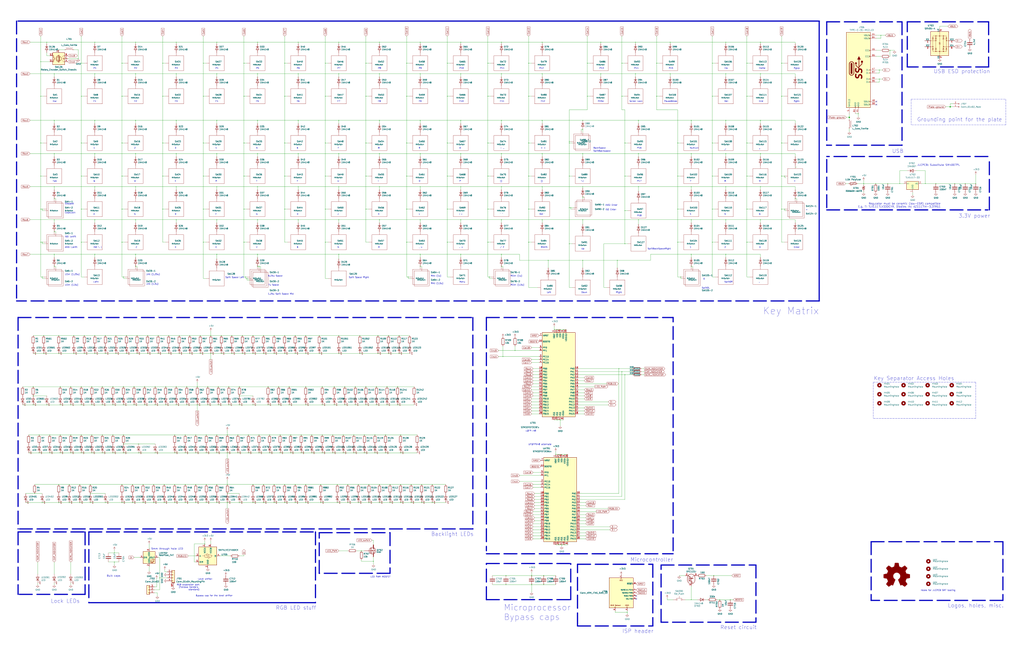
<source format=kicad_sch>
(kicad_sch (version 20211123) (generator eeschema)
  (paper "D")
  (junction (at 67.31 424.18) (diameter 0.3048))
  (junction (at 35.56 204.47) (diameter 0.3048))
  (junction (at 205.74 120.65) (diameter 0.3048))
  (junction (at 377.19 204.47) (diameter 0.3048))
  (junction (at 182.88 382.27) (diameter 0.3048))
  (junction (at 308.61 326.39) (diameter 0.3048))
  (junction (at 346.71 424.18) (diameter 0.3048))
  (junction (at 104.14 326.39) (diameter 0.3048))
  (junction (at 62.23 298.45) (diameter 0.3048))
  (junction (at 298.45 382.27) (diameter 0.3048))
  (junction (at 491.49 157.48) (diameter 0.3048))
  (junction (at 326.39 326.39) (diameter 0.3048))
  (junction (at 114.3 224.79) (diameter 0.3048))
  (junction (at 111.76 424.18) (diameter 0.3048))
  (junction (at 285.75 214.63) (diameter 0.3048))
  (junction (at 582.93 157.48) (diameter 0.3048))
  (junction (at 320.04 408.94) (diameter 0.3048))
  (junction (at 274.32 120.65) (diameter 0.3048))
  (junction (at 457.2 157.48) (diameter 0.3048))
  (junction (at 641.35 101.6) (diameter 0.3048))
  (junction (at 200.66 382.27) (diameter 0.3048))
  (junction (at 243.84 326.39) (diameter 0.3048))
  (junction (at 641.35 62.23) (diameter 0.3048))
  (junction (at 77.47 326.39) (diameter 0.3048))
  (junction (at 304.8 464.82) (diameter 0.3048))
  (junction (at 157.48 326.39) (diameter 0.3048))
  (junction (at 182.88 408.94) (diameter 0.3048))
  (junction (at 311.15 408.94) (diameter 0.3048))
  (junction (at 68.58 176.53) (diameter 0.3048))
  (junction (at 171.45 120.65) (diameter 0.3048))
  (junction (at 284.48 408.94) (diameter 0.3048))
  (junction (at 166.37 326.39) (diameter 0.3048))
  (junction (at 285.75 129.54) (diameter 0.3048))
  (junction (at 77.47 341.63) (diameter 0.3048))
  (junction (at 71.12 283.21) (diameter 0.3048))
  (junction (at 318.77 298.45) (diameter 0.3048))
  (junction (at 320.04 35.56) (diameter 0.3048))
  (junction (at 422.91 129.54) (diameter 0.3048))
  (junction (at 445.77 176.53) (diameter 0.3048))
  (junction (at 524.51 313.69) (diameter 0.3048))
  (junction (at 182.88 185.42) (diameter 0.3048))
  (junction (at 217.17 35.56) (diameter 0.3048))
  (junction (at 213.36 341.63) (diameter 0.3048))
  (junction (at 171.45 53.34) (diameter 0.3048))
  (junction (at 600.71 120.65) (diameter 0.3048))
  (junction (at 171.45 81.28) (diameter 0.3048))
  (junction (at 445.77 148.59) (diameter 0.3048))
  (junction (at 308.61 341.63) (diameter 0.3048))
  (junction (at 424.18 300.99) (diameter 0.3048))
  (junction (at 659.13 53.34) (diameter 0.3048))
  (junction (at 582.93 129.54) (diameter 0.3048))
  (junction (at 45.72 101.6) (diameter 0.3048))
  (junction (at 102.87 424.18) (diameter 0.3048))
  (junction (at 95.25 367.03) (diameter 0.3048))
  (junction (at 354.33 129.54) (diameter 0.3048))
  (junction (at 582.93 214.63) (diameter 0.3048))
  (junction (at 182.88 101.6) (diameter 0.3048))
  (junction (at 271.78 341.63) (diameter 0.3048))
  (junction (at 600.71 53.34) (diameter 0.3048))
  (junction (at 66.04 49.53) (diameter 0.3048))
  (junction (at 661.67 176.53) (diameter 0.3048))
  (junction (at 327.66 298.45) (diameter 0.3048))
  (junction (at 308.61 81.28) (diameter 0.3048))
  (junction (at 758.825 154.94) (diameter 0.3048))
  (junction (at 218.44 367.03) (diameter 0.3048))
  (junction (at 411.48 176.53) (diameter 0.3048))
  (junction (at 805.18 154.94) (diameter 0.3048))
  (junction (at 147.32 382.27) (diameter 0.3048))
  (junction (at 111.76 408.94) (diameter 0.3048))
  (junction (at 45.72 195.58) (diameter 0.3048))
  (junction (at 303.53 283.21) (diameter 0.3048))
  (junction (at 173.99 382.27) (diameter 0.3048))
  (junction (at 251.46 129.54) (diameter 0.3048))
  (junction (at 377.19 120.65) (diameter 0.3048))
  (junction (at 231.14 408.94) (diameter 0.3048))
  (junction (at 491.49 101.6) (diameter 0.3048))
  (junction (at 34.29 148.59) (diameter 0.3048))
  (junction (at 222.25 283.21) (diameter 0.3048))
  (junction (at 243.84 341.63) (diameter 0.3048))
  (junction (at 728.345 154.94) (diameter 0.3048))
  (junction (at 527.05 120.65) (diameter 0.3048))
  (junction (at 104.14 382.27) (diameter 0.3048))
  (junction (at 342.9 120.65) (diameter 0.3048))
  (junction (at 165.1 382.27) (diameter 0.3048))
  (junction (at 641.35 157.48) (diameter 0.3048))
  (junction (at 130.81 382.27) (diameter 0.3048))
  (junction (at 138.43 408.94) (diameter 0.3048))
  (junction (at 600.71 176.53) (diameter 0.3048))
  (junction (at 445.77 81.28) (diameter 0.3048))
  (junction (at 480.06 120.65) (diameter 0.3048))
  (junction (at 524.51 81.28) (diameter 0.3048))
  (junction (at 68.58 148.59) (diameter 0.3048))
  (junction (at 320.04 157.48) (diameter 0.3048))
  (junction (at 134.62 487.68) (diameter 0.3048))
  (junction (at 59.69 382.27) (diameter 0.3048))
  (junction (at 491.49 219.71) (diameter 0.3048))
  (junction (at 471.17 383.54) (diameter 0.3048))
  (junction (at 114.3 185.42) (diameter 0.3048))
  (junction (at 316.23 382.27) (diameter 0.3048))
  (junction (at 80.01 62.23) (diameter 0.3048))
  (junction (at 284.48 424.18) (diameter 0.3048))
  (junction (at 121.92 341.63) (diameter 0.3048))
  (junction (at 274.32 176.53) (diameter 0.3048))
  (junction (at 34.29 81.28) (diameter 0.3048))
  (junction (at 234.95 341.63) (diameter 0.3048))
  (junction (at 142.24 298.45) (diameter 0.3048))
  (junction (at 45.72 167.64) (diameter 0.3048))
  (junction (at 495.3 81.28) (diameter 0.3048))
  (junction (at 173.99 408.94) (diameter 0.3048))
  (junction (at 388.62 101.6) (diameter 0.3048))
  (junction (at 27.94 334.01) (diameter 0.3048))
  (junction (at 177.8 283.21) (diameter 0.3048))
  (junction (at 222.25 298.45) (diameter 0.3048))
  (junction (at 269.24 298.45) (diameter 0.3048))
  (junction (at 147.32 424.18) (diameter 0.3048))
  (junction (at 659.13 81.28) (diameter 0.3048))
  (junction (at 262.89 367.03) (diameter 0.3048))
  (junction (at 240.03 120.65) (diameter 0.3048))
  (junction (at 472.44 278.13) (diameter 0.3048))
  (junction (at 299.72 326.39) (diameter 0.3048))
  (junction (at 76.2 408.94) (diameter 0.3048))
  (junction (at 240.03 424.18) (diameter 0.3048))
  (junction (at 245.11 367.03) (diameter 0.3048))
  (junction (at 137.16 176.53) (diameter 0.3048))
  (junction (at 422.91 224.79) (diameter 0.3048))
  (junction (at 814.07 154.94) (diameter 0.3048))
  (junction (at 156.21 424.18) (diameter 0.3048))
  (junction (at 175.26 341.63) (diameter 0.3048))
  (junction (at 607.06 506.095) (diameter 0.3048))
  (junction (at 50.8 326.39) (diameter 0.3048))
  (junction (at 629.92 53.34) (diameter 0.3048))
  (junction (at 388.62 157.48) (diameter 0.3048))
  (junction (at 480.06 148.59) (diameter 0.3048))
  (junction (at 168.91 298.45) (diameter 0.3048))
  (junction (at 227.33 367.03) (diameter 0.3048))
  (junction (at 354.33 224.79) (diameter 0.3048))
  (junction (at 171.45 148.59) (diameter 0.3048))
  (junction (at 68.58 367.03) (diameter 0.3048))
  (junction (at 285.75 157.48) (diameter 0.3048))
  (junction (at 227.33 382.27) (diameter 0.3048))
  (junction (at 468.63 383.54) (diameter 0.3048))
  (junction (at 257.81 341.63) (diameter 0.3048))
  (junction (at 33.02 382.27) (diameter 0.3048))
  (junction (at 601.98 485.775) (diameter 0.3048))
  (junction (at 476.25 383.54) (diameter 0.3048))
  (junction (at 388.62 129.54) (diameter 0.3048))
  (junction (at 302.26 424.18) (diameter 0.3048))
  (junction (at 411.48 81.28) (diameter 0.3048))
  (junction (at 33.02 367.03) (diameter 0.3048))
  (junction (at 257.81 326.39) (diameter 0.3048))
  (junction (at 318.77 283.21) (diameter 0.3048))
  (junction (at 251.46 157.48) (diameter 0.3048))
  (junction (at 104.14 374.65) (diameter 0.3048))
  (junction (at 204.47 283.21) (diameter 0.3048))
  (junction (at 59.69 367.03) (diameter 0.3048))
  (junction (at 520.7 219.71) (diameter 0.3048))
  (junction (at 473.71 459.74) (diameter 0.3048))
  (junction (at 377.19 176.53) (diameter 0.3048))
  (junction (at 281.94 326.39) (diameter 0.3048))
  (junction (at 137.16 53.34) (diameter 0.3048))
  (junction (at 629.92 204.47) (diameter 0.3048))
  (junction (at 822.96 154.94) (diameter 0.3048))
  (junction (at 629.92 81.28) (diameter 0.3048))
  (junction (at 130.81 326.39) (diameter 0.3048))
  (junction (at 289.56 382.27) (diameter 0.3048))
  (junction (at 130.81 341.63) (diameter 0.3048))
  (junction (at 124.46 298.45) (diameter 0.3048))
  (junction (at 571.5 176.53) (diameter 0.3048))
  (junction (at 801.37 90.17))
  (junction (at 137.16 81.28) (diameter 0.3048))
  (junction (at 521.97 311.15) (diameter 0.3048))
  (junction (at 780.415 154.94) (diameter 0.3048))
  (junction (at 538.48 101.6) (diameter 0.3048))
  (junction (at 45.72 62.23) (diameter 0.3048))
  (junction (at 344.17 233.68) (diameter 0.3048))
  (junction (at 102.87 120.65) (diameter 0.3048))
  (junction (at 748.665 154.94) (diameter 0.3048))
  (junction (at 102.87 204.47) (diameter 0.3048))
  (junction (at 191.77 382.27) (diameter 0.3048))
  (junction (at 88.9 298.45) (diameter 0.3048))
  (junction (at 388.62 35.56) (diameter 0.3048))
  (junction (at 553.72 81.28) (diameter 0.3048))
  (junction (at 750.57 42.545) (diameter 0.3048))
  (junction (at 58.42 408.94) (diameter 0.3048))
  (junction (at 116.84 374.65) (diameter 0.3048))
  (junction (at 582.93 506.095) (diameter 0.3048))
  (junction (at 147.32 367.03) (diameter 0.3048))
  (junction (at 659.13 176.53) (diameter 0.3048))
  (junction (at 137.16 148.59) (diameter 0.3048))
  (junction (at 213.36 424.18) (diameter 0.3048))
  (junction (at 39.37 35.56) (diameter 0.3048))
  (junction (at 213.36 408.94) (diameter 0.3048))
  (junction (at 148.59 129.54) (diameter 0.3048))
  (junction (at 86.36 367.03) (diameter 0.3048))
  (junction (at 27.94 326.39) (diameter 0.3048))
  (junction (at 612.14 157.48) (diameter 0.3048))
  (junction (at 151.13 298.45) (diameter 0.3048))
  (junction (at 68.58 53.34) (diameter 0.3048))
  (junction (at 248.92 298.45) (diameter 0.3048))
  (junction (at 659.13 148.59) (diameter 0.3048))
  (junction (at 226.06 326.39) (diameter 0.3048))
  (junction (at 285.75 62.23) (diameter 0.3048))
  (junction (at 226.06 341.63) (diameter 0.3048))
  (junction (at 320.04 101.6) (diameter 0.3048))
  (junction (at 641.35 185.42) (diameter 0.3048))
  (junction (at 311.15 424.18) (diameter 0.3048))
  (junction (at 217.17 157.48) (diameter 0.3048))
  (junction (at 39.37 341.63) (diameter 0.3048))
  (junction (at 629.92 120.65) (diameter 0.3048))
  (junction (at 217.17 214.63) (diameter 0.3048))
  (junction (at 77.47 382.27) (diameter 0.3048))
  (junction (at 80.01 214.63) (diameter 0.3048))
  (junction (at 175.26 326.39) (diameter 0.3048))
  (junction (at 165.1 367.03) (diameter 0.3048))
  (junction (at 527.05 177.8) (diameter 0.3048))
  (junction (at 95.25 341.63) (diameter 0.3048))
  (junction (at 205.74 176.53) (diameter 0.3048))
  (junction (at 182.88 424.18) (diameter 0.3048))
  (junction (at 217.17 129.54) (diameter 0.3048))
  (junction (at 58.42 424.18) (diameter 0.3048))
  (junction (at 457.2 35.56) (diameter 0.3048))
  (junction (at 68.58 382.27) (diameter 0.3048))
  (junction (at 467.36 278.13) (diameter 0.3048))
  (junction (at 68.58 204.47) (diameter 0.3048))
  (junction (at 50.8 367.03) (diameter 0.3048))
  (junction (at 86.36 326.39) (diameter 0.3048))
  (junction (at 469.9 278.13) (diameter 0.3048))
  (junction (at 254 382.27) (diameter 0.3048))
  (junction (at 114.3 129.54) (diameter 0.3048))
  (junction (at 96.52 474.345) (diameter 0.3048))
  (junction (at 165.1 408.94) (diameter 0.3048))
  (junction (at 326.39 341.63) (diameter 0.3048))
  (junction (at 240.03 148.59) (diameter 0.3048))
  (junction (at 240.03 53.34) (diameter 0.3048))
  (junction (at 195.58 283.21) (diameter 0.3048))
  (junction (at 527.05 148.59) (diameter 0.3048))
  (junction (at 148.59 341.63) (diameter 0.3048))
  (junction (at 218.44 382.27) (diameter 0.3048))
  (junction (at 612.14 185.42) (diameter 0.3048))
  (junction (at 257.81 408.94) (diameter 0.3048))
  (junction (at 115.57 298.45) (diameter 0.3048))
  (junction (at 270.51 408.94) (diameter 0.3048))
  (junction (at 342.9 204.47) (diameter 0.3048))
  (junction (at 182.88 214.63) (diameter 0.3048))
  (junction (at 458.47 493.395) (diameter 0.3048))
  (junction (at 35.56 176.53) (diameter 0.3048))
  (junction (at 285.75 185.42) (diameter 0.3048))
  (junction (at 308.61 148.59) (diameter 0.3048))
  (junction (at 553.72 53.34) (diameter 0.3048))
  (junction (at 166.37 341.63) (diameter 0.3048))
  (junction (at 535.94 62.23) (diameter 0.3048))
  (junction (at 629.92 176.53) (diameter 0.3048))
  (junction (at 173.99 367.03) (diameter 0.3048))
  (junction (at 231.14 298.45) (diameter 0.3048))
  (junction (at 457.2 185.42) (diameter 0.3048))
  (junction (at 274.32 53.34) (diameter 0.3048))
  (junction (at 205.74 148.59) (diameter 0.3048))
  (junction (at 257.81 283.21) (diameter 0.3048))
  (junction (at 133.35 283.21) (diameter 0.3048))
  (junction (at 422.91 214.63) (diameter 0.3048))
  (junction (at 213.36 298.45) (diameter 0.3048))
  (junction (at 289.56 367.03) (diameter 0.3048))
  (junction (at 68.58 81.28) (diameter 0.3048))
  (junction (at 342.9 176.53) (diameter 0.3048))
  (junction (at 45.72 214.63) (diameter 0.3048))
  (junction (at 36.83 283.21) (diameter 0.3048))
  (junction (at 102.87 176.53) (diameter 0.3048))
  (junction (at 285.75 283.21) (diameter 0.3048))
  (junction (at 280.67 367.03) (diameter 0.3048))
  (junction (at 411.48 120.65) (diameter 0.3048))
  (junction (at 182.88 367.03) (diameter 0.3048))
  (junction (at 191.77 424.18) (diameter 0.3048))
  (junction (at 193.04 341.63) (diameter 0.3048))
  (junction (at 240.03 283.21) (diameter 0.3048))
  (junction (at 86.36 341.63) (diameter 0.3048))
  (junction (at 77.47 367.03) (diameter 0.3048))
  (junction (at 35.56 233.68) (diameter 0.3048))
  (junction (at 186.69 283.21) (diameter 0.3048))
  (junction (at 45.72 157.48) (diameter 0.3048))
  (junction (at 236.22 382.27) (diameter 0.3048))
  (junction (at 251.46 35.56) (diameter 0.3048))
  (junction (at 600.71 81.28) (diameter 0.3048))
  (junction (at 34.29 176.53) (diameter 0.3048))
  (junction (at 201.93 334.01) (diameter 0.3048))
  (junction (at 205.74 53.34) (diameter 0.3048))
  (junction (at 741.68 59.055) (diameter 0.3048))
  (junction (at 320.04 185.42) (diameter 0.3048))
  (junction (at 113.03 341.63) (diameter 0.3048))
  (junction (at 274.32 148.59) (diameter 0.3048))
  (junction (at 96.52 466.725) (diameter 0.3048))
  (junction (at 231.14 424.18) (diameter 0.3048))
  (junction (at 412.75 233.68) (diameter 0.3048))
  (junction (at 129.54 408.94) (diameter 0.3048))
  (junction (at 308.61 120.65) (diameter 0.3048))
  (junction (at 346.71 408.94) (diameter 0.3048))
  (junction (at 248.92 283.21) (diameter 0.3048))
  (junction (at 86.36 382.27) (diameter 0.3048))
  (junction (at 491.49 129.54) (diameter 0.3048))
  (junction (at 290.83 326.39) (diameter 0.3048))
  (junction (at 612.14 62.23) (diameter 0.3048))
  (junction (at 434.34 295.91) (diameter 0.3048))
  (junction (at 148.59 157.48) (diameter 0.3048))
  (junction (at 209.55 382.27) (diameter 0.3048))
  (junction (at 538.48 185.42) (diameter 0.3048))
  (junction (at 240.03 298.45) (diameter 0.3048))
  (junction (at 364.49 408.94) (diameter 0.3048))
  (junction (at 448.31 493.395) (diameter 0.3048))
  (junction (at 68.58 120.65) (diameter 0.3048))
  (junction (at 213.36 283.21) (diameter 0.3048))
  (junction (at 354.33 62.23) (diameter 0.3048))
  (junction (at 218.44 224.79) (diameter 0.3048))
  (junction (at 245.11 382.27) (diameter 0.3048))
  (junction (at 41.91 382.27) (diameter 0.3048))
  (junction (at 88.9 283.21) (diameter 0.3048))
  (junction (at 491.49 166.37) (diameter 0.3048))
  (junction (at 285.75 298.45) (diameter 0.3048))
  (junction (at 481.33 175.26) (diameter 0.3048))
  (junction (at 186.69 298.45) (diameter 0.3048))
  (junction (at 317.5 326.39) (diameter 0.3048))
  (junction (at 121.92 326.39) (diameter 0.3048))
  (junction (at 104.14 367.03) (diameter 0.3048))
  (junction (at 271.78 326.39) (diameter 0.3048))
  (junction (at 582.93 101.6) (diameter 0.3048))
  (junction (at 480.06 119.38) (diameter 0.3048))
  (junction (at 102.87 81.28) (diameter 0.3048))
  (junction (at 661.67 148.59) (diameter 0.3048))
  (junction (at 538.48 157.48) (diameter 0.3048))
  (junction (at 354.33 185.42) (diameter 0.3048))
  (junction (at 50.8 341.63) (diameter 0.3048))
  (junction (at 527.05 205.74) (diameter 0.3048))
  (junction (at 612.14 129.54) (diameter 0.3048))
  (junction (at 88.9 424.18) (diameter 0.3048))
  (junction (at 271.78 382.27) (diameter 0.3048))
  (junction (at 457.2 101.6) (diameter 0.3048))
  (junction (at 723.9 95.885) (diameter 0.3048))
  (junction (at 148.59 185.42) (diameter 0.3048))
  (junction (at 62.23 283.21) (diameter 0.3048))
  (junction (at 49.53 283.21) (diameter 0.3048))
  (junction (at 377.19 148.59) (diameter 0.3048))
  (junction (at 738.505 154.94) (diameter 0.3048))
  (junction (at 600.71 148.59) (diameter 0.3048))
  (junction (at 148.59 101.6) (diameter 0.3048))
  (junction (at 34.29 52.07) (diameter 0.3048))
  (junction (at 742.95 29.845) (diameter 0.3048))
  (junction (at 298.45 367.03) (diameter 0.3048))
  (junction (at 182.88 157.48) (diameter 0.3048))
  (junction (at 240.03 408.94) (diameter 0.3048))
  (junction (at 222.25 424.18) (diameter 0.3048))
  (junction (at 524.51 53.34) (diameter 0.3048))
  (junction (at 314.96 473.71) (diameter 0.3048))
  (junction (at 160.02 283.21) (diameter 0.3048))
  (junction (at 285.75 35.56) (diameter 0.3048))
  (junction (at 354.33 101.6) (diameter 0.3048))
  (junction (at 342.9 53.34) (diameter 0.3048))
  (junction (at 411.48 204.47) (diameter 0.3048))
  (junction (at 142.24 283.21) (diameter 0.3048))
  (junction (at 50.8 382.27) (diameter 0.3048))
  (junction (at 629.92 148.59) (diameter 0.3048))
  (junction (at 195.58 298.45) (diameter 0.3048))
  (junction (at 495.3 53.34) (diameter 0.3048))
  (junction (at 328.93 408.94) (diameter 0.3048))
  (junction (at 270.51 424.18) (diameter 0.3048))
  (junction (at 95.25 326.39) (diameter 0.3048))
  (junction (at 615.95 506.095) (diameter 0.3048))
  (junction (at 80.01 157.48) (diameter 0.3048))
  (junction (at 114.3 62.23) (diameter 0.3048))
  (junction (at 120.65 408.94) (diameter 0.3048))
  (junction (at 257.81 298.45) (diameter 0.3048))
  (junction (at 612.14 35.56) (diameter 0.3048))
  (junction (at 205.74 81.28) (diameter 0.3048))
  (junction (at 411.48 148.59) (diameter 0.3048))
  (junction (at 217.17 224.79) (diameter 0.3048))
  (junction (at 45.72 129.54) (diameter 0.3048))
  (junction (at 182.88 35.56) (diameter 0.3048))
  (junction (at 113.03 326.39) (diameter 0.3048))
  (junction (at 271.78 367.03) (diameter 0.3048))
  (junction (at 106.68 283.21) (diameter 0.3048))
  (junction (at 274.32 81.28) (diameter 0.3048))
  (junction (at 76.2 424.18) (diameter 0.3048))
  (junction (at 236.22 367.03) (diameter 0.3048))
  (junction (at 457.2 62.23) (diameter 0.3048))
  (junction (at 114.3 157.48) (diameter 0.3048))
  (junction (at 115.57 283.21) (diameter 0.3048))
  (junction (at 95.25 382.27) (diameter 0.3048))
  (junction (at 426.72 493.395) (diameter 0.3048))
  (junction (at 290.83 341.63) (diameter 0.3048))
  (junction (at 716.28 99.06))
  (junction (at 336.55 283.21) (diameter 0.3048))
  (junction (at 293.37 408.94) (diameter 0.3048))
  (junction (at 789.305 154.94) (diameter 0.3048))
  (junction (at 538.48 129.54) (diameter 0.3048))
  (junction (at 335.28 326.39) (diameter 0.3048))
  (junction (at 612.14 101.6) (diameter 0.3048))
  (junction (at 45.72 224.79) (diameter 0.3048))
  (junction (at 67.31 408.94) (diameter 0.3048))
  (junction (at 274.32 204.47) (diameter 0.3048))
  (junction (at 491.49 185.42) (diameter 0.3048))
  (junction (at 565.15 62.23) (diameter 0.3048))
  (junction (at 248.92 424.18) (diameter 0.3048))
  (junction (at 337.82 382.27) (diameter 0.3048))
  (junction (at 307.34 367.03) (diameter 0.3048))
  (junction (at 151.13 283.21) (diameter 0.3048))
  (junction (at 528.955 516.89) (diameter 0.3048))
  (junction (at 49.53 298.45) (diameter 0.3048))
  (junction (at 445.77 53.34) (diameter 0.3048))
  (junction (at 80.01 298.45) (diameter 0.3048))
  (junction (at 104.14 341.63) (diameter 0.3048))
  (junction (at 337.82 408.94) (diameter 0.3048))
  (junction (at 388.62 214.63) (diameter 0.3048))
  (junction (at 80.01 283.21) (diameter 0.3048))
  (junction (at 328.93 424.18) (diameter 0.3048))
  (junction (at 208.28 234.95) (diameter 0.3048))
  (junction (at 76.2 416.56) (diameter 0.3048))
  (junction (at 45.72 185.42) (diameter 0.3048))
  (junction (at 231.14 283.21) (diameter 0.3048))
  (junction (at 171.45 176.53) (diameter 0.3048))
  (junction (at 476.25 459.74) (diameter 0.3048))
  (junction (at 355.6 424.18) (diameter 0.3048))
  (junction (at 480.06 175.26) (diameter 0.3048))
  (junction (at 165.1 424.18) (diameter 0.3048))
  (junction (at 41.91 367.03) (diameter 0.3048))
  (junction (at 251.46 101.6) (diameter 0.3048))
  (junction (at 222.25 408.94) (diameter 0.3048))
  (junction (at 137.16 120.65) (diameter 0.3048))
  (junction (at 307.34 382.27) (diameter 0.3048))
  (junction (at 388.62 185.42) (diameter 0.3048))
  (junction (at 327.66 283.21) (diameter 0.3048))
  (junction (at 354.33 214.63) (diameter 0.3048))
  (junction (at 600.71 204.47) (diameter 0.3048))
  (junction (at 133.35 298.45) (diameter 0.3048))
  (junction (at 527.05 316.23) (diameter 0.3048))
  (junction (at 59.69 326.39) (diameter 0.3048))
  (junction (at 472.44 354.33) (diameter 0.3048))
  (junction (at 582.93 224.79) (diameter 0.3048))
  (junction (at 27.94 341.63) (diameter 0.3048))
  (junction (at 574.04 233.68) (diameter 0.3048))
  (junction (at 471.17 459.74) (diameter 0.3048))
  (junction (at 102.87 148.59) (diameter 0.3048))
  (junction (at 480.06 205.74) (diameter 0.3048))
  (junction (at 316.23 367.03) (diameter 0.3048))
  (junction (at 182.88 62.23) (diameter 0.3048))
  (junction (at 156.21 382.27) (diameter 0.3048))
  (junction (at 254 367.03) (diameter 0.3048))
  (junction (at 80.01 35.56) (diameter 0.3048))
  (junction (at 102.87 53.34) (diameter 0.3048))
  (junction (at 248.92 408.94) (diameter 0.3048))
  (junction (at 641.35 129.54) (diameter 0.3048))
  (junction (at 320.04 424.18) (diameter 0.3048))
  (junction (at 422.91 35.56) (diameter 0.3048))
  (junction (at 582.93 185.42) (diameter 0.3048))
  (junction (at 257.81 424.18) (diameter 0.3048))
  (junction (at 269.24 283.21) (diameter 0.3048))
  (junction (at 217.17 62.23) (diameter 0.3048))
  (junction (at 204.47 298.45) (diameter 0.3048))
  (junction (at 80.01 185.42) (diameter 0.3048))
  (junction (at 491.49 109.22) (diameter 0.3048))
  (junction (at 184.15 341.63) (diameter 0.3048))
  (junction (at 49.53 424.18) (diameter 0.3048))
  (junction (at 251.46 185.42) (diameter 0.3048))
  (junction (at 303.53 298.45) (diameter 0.3048))
  (junction (at 68.58 341.63) (diameter 0.3048))
  (junction (at 97.79 298.45) (diameter 0.3048))
  (junction (at 388.62 62.23) (diameter 0.3048))
  (junction (at 207.01 233.68) (diameter 0.3048))
  (junction (at 191.77 416.56) (diameter 0.3048))
  (junction (at 426.72 485.775) (diameter 0.3048))
  (junction (at 422.91 62.23) (diameter 0.3048))
  (junction (at 114.3 101.6) (diameter 0.3048))
  (junction (at 469.9 354.33) (diameter 0.3048))
  (junction (at 474.98 278.13) (diameter 0.3048))
  (junction (at 49.53 408.94) (diameter 0.3048))
  (junction (at 156.21 408.94) (diameter 0.3048))
  (junction (at 571.5 204.47) (diameter 0.3048))
  (junction (at 139.7 341.63) (diameter 0.3048))
  (junction (at 124.46 283.21) (diameter 0.3048))
  (junction (at 148.59 326.39) (diameter 0.3048))
  (junction (at 106.68 298.45) (diameter 0.3048))
  (junction (at 320.04 129.54) (diameter 0.3048))
  (junction (at 59.69 341.63) (diameter 0.3048))
  (junction (at 120.65 424.18) (diameter 0.3048))
  (junction (at 473.71 383.54) (diameter 0.3048))
  (junction (at 422.91 101.6) (diameter 0.3048))
  (junction (at 138.43 424.18) (diameter 0.3048))
  (junction (at 506.73 62.23) (diameter 0.3048))
  (junction (at 80.01 129.54) (diameter 0.3048))
  (junction (at 354.33 157.48) (diameter 0.3048))
  (junction (at 741.68 66.675) (diameter 0.3048))
  (junction (at 317.5 341.63) (diameter 0.3048))
  (junction (at 342.9 81.28) (diameter 0.3048))
  (junction (at 182.88 129.54) (diameter 0.3048))
  (junction (at 251.46 62.23) (diameter 0.3048))
  (junction (at 68.58 326.39) (diameter 0.3048))
  (junction (at 411.48 53.34) (diameter 0.3048))
  (junction (at 308.61 176.53) (diameter 0.3048))
  (junction (at 205.74 204.47) (diameter 0.3048))
  (junction (at 156.21 367.03) (diameter 0.3048))
  (junction (at 337.82 424.18) (diameter 0.3048))
  (junction (at 280.67 382.27) (diameter 0.3048))
  (junction (at 336.55 298.45) (diameter 0.3048))
  (junction (at 462.28 219.71) (diameter 0.3048))
  (junction (at 240.03 81.28) (diameter 0.3048))
  (junction (at 147.32 408.94) (diameter 0.3048))
  (junction (at 571.5 120.65) (diameter 0.3048))
  (junction (at 129.54 424.18) (diameter 0.3048))
  (junction (at 299.72 341.63) (diameter 0.3048))
  (junction (at 506.73 35.56) (diameter 0.3048))
  (junction (at 191.77 367.03) (diameter 0.3048))
  (junction (at 191.77 408.94) (diameter 0.3048))
  (junction (at 102.87 408.94) (diameter 0.3048))
  (junction (at 670.56 167.64) (diameter 0.3048))
  (junction (at 458.47 485.775) (diameter 0.3048))
  (junction (at 200.66 367.03) (diameter 0.3048))
  (junction (at 355.6 408.94) (diameter 0.3048))
  (junction (at 342.9 148.59) (diameter 0.3048))
  (junction (at 184.15 326.39) (diameter 0.3048))
  (junction (at 168.91 283.21) (diameter 0.3048))
  (junction (at 354.33 35.56) (diameter 0.3048))
  (junction (at 422.91 185.42) (diameter 0.3048))
  (junction (at 335.28 341.63) (diameter 0.3048))
  (junction (at 157.48 341.63) (diameter 0.3048))
  (junction (at 659.13 120.65) (diameter 0.3048))
  (junction (at 234.95 326.39) (diameter 0.3048))
  (junction (at 337.82 367.03) (diameter 0.3048))
  (junction (at 325.12 367.03) (diameter 0.3048))
  (junction (at 320.04 62.23) (diameter 0.3048))
  (junction (at 201.93 424.18) (diameter 0.3048))
  (junction (at 612.14 214.63) (diameter 0.3048))
  (junction (at 364.49 424.18) (diameter 0.3048))
  (junction (at 114.3 35.56) (diameter 0.3048))
  (junction (at 36.83 298.45) (diameter 0.3048))
  (junction (at 285.75 101.6) (diameter 0.3048))
  (junction (at 34.29 204.47) (diameter 0.3048))
  (junction (at 445.77 204.47) (diameter 0.3048))
  (junction (at 148.59 62.23) (diameter 0.3048))
  (junction (at 80.01 101.6) (diameter 0.3048))
  (junction (at 116.84 382.27) (diameter 0.3048))
  (junction (at 35.56 424.18) (diameter 0.3048))
  (junction (at 571.5 148.59) (diameter 0.3048))
  (junction (at 201.93 341.63) (diameter 0.3048))
  (junction (at 293.37 424.18) (diameter 0.3048))
  (junction (at 114.3 214.63) (diameter 0.3048))
  (junction (at 457.2 129.54) (diameter 0.3048))
  (junction (at 201.93 326.39) (diameter 0.3048))
  (junction (at 71.12 298.45) (diameter 0.3048))
  (junction (at 173.99 424.18) (diameter 0.3048))
  (junction (at 172.72 459.105) (diameter 0.3048))
  (junction (at 422.91 157.48) (diameter 0.3048))
  (junction (at 193.04 326.39) (diameter 0.3048))
  (junction (at 262.89 382.27) (diameter 0.3048))
  (junction (at 308.61 53.34) (diameter 0.3048))
  (junction (at 209.55 367.03) (diameter 0.3048))
  (junction (at 240.03 176.53) (diameter 0.3048))
  (junction (at 448.31 485.775) (diameter 0.3048))
  (junction (at 29.21 416.56) (diameter 0.3048))
  (junction (at 171.45 204.47) (diameter 0.3048))
  (junction (at 325.12 382.27) (diameter 0.3048))
  (junction (at 217.17 101.6) (diameter 0.3048))
  (junction (at 641.35 35.56) (diameter 0.3048))
  (junction (at 34.29 120.65) (diameter 0.3048))
  (junction (at 139.7 326.39) (diameter 0.3048))
  (junction (at 104.14 233.68) (diameter 0.3048))
  (junction (at 217.17 185.42) (diameter 0.3048))
  (junction (at 377.19 81.28) (diameter 0.3048))
  (junction (at 302.26 408.94) (diameter 0.3048))
  (junction (at 377.19 53.34) (diameter 0.3048))
  (junction (at 535.94 35.56) (diameter 0.3048))
  (junction (at 160.02 298.45) (diameter 0.3048))
  (junction (at 177.8 298.45) (diameter 0.3048))
  (junction (at 281.94 341.63) (diameter 0.3048))
  (junction (at 445.77 120.65) (diameter 0.3048))
  (junction (at 565.15 35.56) (diameter 0.3048))
  (junction (at 148.59 35.56) (diameter 0.3048))
  (junction (at 97.79 283.21) (diameter 0.3048))
  (no_connect (at 536.575 505.46))
  (no_connect (at 739.14 88.265))
  (no_connect (at 739.14 85.725))
  (no_connect (at 536.575 502.92))
  (wire (pts (xy 148.59 62.23) (xy 182.88 62.23)))
  (wire (pts (xy 449.58 441.96) (xy 455.93 441.96)))
  (wire (pts (xy 473.71 459.74) (xy 473.71 461.01)))
  (wire (pts (xy 251.46 36.83) (xy 251.46 35.56)))
  (wire (pts (xy 38.1 234.95) (xy 35.56 234.95)))
  (wire (pts (xy 71.12 204.47) (xy 68.58 204.47)))
  (wire (pts (xy 364.49 424.18) (xy 355.6 424.18)))
  (wire (pts (xy 205.74 53.34) (xy 205.74 30.48)))
  (wire (pts (xy 471.17 459.74) (xy 473.71 459.74)))
  (polyline (pts (xy 734.695 457.2) (xy 845.82 457.2)) (stroke (width 0.9906) (type dash)))
  (wire (pts (xy 487.68 346.71) (xy 492.76 346.71)))
  (wire (pts (xy 739.14 32.385) (xy 742.95 32.385)))
  (wire (pts (xy 68.58 148.59) (xy 68.58 120.65)))
  (wire (pts (xy 242.57 81.28) (xy 240.03 81.28)))
  (wire (pts (xy 173.99 408.94) (xy 165.1 408.94)))
  (polyline (pts (xy 833.12 132.08) (xy 697.23 132.08)) (stroke (width 0.9906) (type dash)))
  (wire (pts (xy 535.94 35.56) (xy 535.94 36.83)))
  (wire (pts (xy 468.63 459.74) (xy 471.17 459.74)))
  (wire (pts (xy 661.67 204.47) (xy 659.13 204.47)))
  (wire (pts (xy 25.4 129.54) (xy 45.72 129.54)))
  (wire (pts (xy 364.49 424.18) (xy 375.92 424.18)))
  (wire (pts (xy 148.59 185.42) (xy 182.88 185.42)))
  (wire (pts (xy 191.77 424.18) (xy 201.93 424.18)))
  (wire (pts (xy 328.93 408.94) (xy 320.04 408.94)))
  (wire (pts (xy 173.99 367.03) (xy 165.1 367.03)))
  (wire (pts (xy 285.75 157.48) (xy 285.75 160.02)))
  (wire (pts (xy 251.46 101.6) (xy 285.75 101.6)))
  (wire (pts (xy 487.68 331.47) (xy 492.76 331.47)))
  (wire (pts (xy 457.2 185.42) (xy 491.49 185.42)))
  (wire (pts (xy 538.48 185.42) (xy 582.93 185.42)))
  (wire (pts (xy 445.77 81.28) (xy 445.77 120.65)))
  (wire (pts (xy 422.91 157.48) (xy 457.2 157.48)))
  (wire (pts (xy 201.93 424.18) (xy 213.36 424.18)))
  (wire (pts (xy 177.8 283.21) (xy 177.8 279.4)))
  (wire (pts (xy 600.71 204.47) (xy 600.71 176.53)))
  (wire (pts (xy 205.74 467.995) (xy 205.74 469.265)))
  (wire (pts (xy 104.14 374.65) (xy 116.84 374.65)))
  (wire (pts (xy 25.4 101.6) (xy 45.72 101.6)))
  (wire (pts (xy 105.41 176.53) (xy 102.87 176.53)))
  (wire (pts (xy 139.7 120.65) (xy 137.16 120.65)))
  (wire (pts (xy 612.14 101.6) (xy 612.14 104.14)))
  (wire (pts (xy 388.62 129.54) (xy 388.62 132.08)))
  (wire (pts (xy 488.95 416.56) (xy 521.97 416.56)))
  (wire (pts (xy 342.9 53.34) (xy 342.9 81.28)))
  (wire (pts (xy 138.43 408.94) (xy 129.54 408.94)))
  (wire (pts (xy 641.35 129.54) (xy 641.35 132.08)))
  (polyline (pts (xy 269.24 449.58) (xy 328.93 449.58)) (stroke (width 0.9906) (type dash)))
  (wire (pts (xy 527.05 92.71) (xy 527.05 120.65)))
  (wire (pts (xy 448.31 148.59) (xy 445.77 148.59)))
  (polyline (pts (xy 697.23 134.62) (xy 697.23 175.26)) (stroke (width 0.9906) (type dash)))
  (wire (pts (xy 31.75 493.395) (xy 31.75 492.125)))
  (wire (pts (xy 488.95 449.58) (xy 494.03 449.58)))
  (wire (pts (xy 285.75 35.56) (xy 251.46 35.56)))
  (wire (pts (xy 308.61 53.34) (xy 308.61 30.48)))
  (polyline (pts (xy 487.045 528.32) (xy 487.045 476.25)) (stroke (width 1) (type dash)))
  (wire (pts (xy 448.31 53.34) (xy 445.77 53.34)))
  (polyline (pts (xy 833.755 18.415) (xy 833.755 56.515)) (stroke (width 0.9906) (type dash)))
  (wire (pts (xy 120.65 424.18) (xy 111.76 424.18)))
  (wire (pts (xy 77.47 326.39) (xy 68.58 326.39)))
  (wire (pts (xy 448.31 339.09) (xy 454.66 339.09)))
  (wire (pts (xy 468.63 485.775) (xy 458.47 485.775)))
  (wire (pts (xy 134.62 487.68) (xy 134.62 470.535)))
  (wire (pts (xy 140.97 487.68) (xy 134.62 487.68)))
  (wire (pts (xy 148.59 157.48) (xy 148.59 160.02)))
  (polyline (pts (xy 557.53 525.145) (xy 557.53 476.885)) (stroke (width 0.9906) (type dash)))
  (wire (pts (xy 567.69 506.095) (xy 562.61 506.095)))
  (wire (pts (xy 271.78 382.27) (xy 262.89 382.27)))
  (wire (pts (xy 205.74 53.34) (xy 205.74 81.28)))
  (wire (pts (xy 299.72 341.63) (xy 290.83 341.63)))
  (wire (pts (xy 285.75 62.23) (xy 320.04 62.23)))
  (wire (pts (xy 632.46 204.47) (xy 629.92 204.47)))
  (wire (pts (xy 411.48 81.28) (xy 411.48 120.65)))
  (wire (pts (xy 76.2 424.18) (xy 67.31 424.18)))
  (wire (pts (xy 91.44 466.725) (xy 96.52 466.725)))
  (wire (pts (xy 612.14 62.23) (xy 641.35 62.23)))
  (wire (pts (xy 415.29 493.395) (xy 426.72 493.395)))
  (wire (pts (xy 538.48 129.54) (xy 538.48 132.08)))
  (wire (pts (xy 102.87 53.34) (xy 102.87 81.28)))
  (wire (pts (xy 76.2 408.94) (xy 102.87 408.94)))
  (wire (pts (xy 177.8 456.565) (xy 177.8 459.105)))
  (wire (pts (xy 217.17 214.63) (xy 285.75 214.63)))
  (wire (pts (xy 45.72 62.23) (xy 80.01 62.23)))
  (wire (pts (xy 80.01 214.63) (xy 80.01 217.17)))
  (wire (pts (xy 274.32 204.47) (xy 274.32 234.95)))
  (wire (pts (xy 422.91 185.42) (xy 457.2 185.42)))
  (wire (pts (xy 337.82 367.03) (xy 351.79 367.03)))
  (wire (pts (xy 337.82 424.18) (xy 328.93 424.18)))
  (wire (pts (xy 231.14 298.45) (xy 222.25 298.45)))
  (wire (pts (xy 422.91 62.23) (xy 422.91 64.77)))
  (wire (pts (xy 121.92 326.39) (xy 113.03 326.39)))
  (wire (pts (xy 448.31 493.395) (xy 458.47 493.395)))
  (wire (pts (xy 96.52 464.185) (xy 96.52 466.725)))
  (wire (pts (xy 739.14 47.625) (xy 742.95 47.625)))
  (wire (pts (xy 285.75 185.42) (xy 320.04 185.42)))
  (wire (pts (xy 88.9 283.21) (xy 80.01 283.21)))
  (wire (pts (xy 448.31 81.28) (xy 445.77 81.28)))
  (wire (pts (xy 574.04 148.59) (xy 571.5 148.59)))
  (wire (pts (xy 600.71 53.34) (xy 600.71 30.48)))
  (wire (pts (xy 414.02 120.65) (xy 411.48 120.65)))
  (wire (pts (xy 454.66 293.37) (xy 448.31 293.37)))
  (wire (pts (xy 603.25 176.53) (xy 600.71 176.53)))
  (wire (pts (xy 355.6 408.94) (xy 346.71 408.94)))
  (wire (pts (xy 529.59 120.65) (xy 527.05 120.65)))
  (wire (pts (xy 166.37 326.39) (xy 157.48 326.39)))
  (wire (pts (xy 336.55 298.45) (xy 327.66 298.45)))
  (wire (pts (xy 201.93 334.01) (xy 213.36 334.01)))
  (wire (pts (xy 210.82 236.22) (xy 208.28 236.22)))
  (wire (pts (xy 86.36 382.27) (xy 77.47 382.27)))
  (wire (pts (xy 182.88 214.63) (xy 217.17 214.63)))
  (wire (pts (xy 320.04 424.18) (xy 311.15 424.18)))
  (wire (pts (xy 243.84 341.63) (xy 257.81 341.63)))
  (wire (pts (xy 600.71 233.68) (xy 600.71 204.47)))
  (wire (pts (xy 741.68 69.215) (xy 741.68 66.675)))
  (wire (pts (xy 612.14 129.54) (xy 641.35 129.54)))
  (wire (pts (xy 320.04 129.54) (xy 320.04 132.08)))
  (polyline (pts (xy 637.54 525.145) (xy 557.53 525.145)) (stroke (width 0.9906) (type dash)))
  (wire (pts (xy 45.72 224.79) (xy 46.99 224.79)))
  (wire (pts (xy 248.92 424.18) (xy 240.03 424.18)))
  (polyline (pts (xy 567.69 464.82) (xy 567.69 267.97)) (stroke (width 0.9906) (type dash)))
  (wire (pts (xy 105.41 120.65) (xy 102.87 120.65)))
  (wire (pts (xy 156.21 367.03) (xy 147.32 367.03)))
  (wire (pts (xy 553.72 92.71) (xy 553.72 81.28)))
  (wire (pts (xy 506.73 35.56) (xy 506.73 36.83)))
  (wire (pts (xy 450.85 429.26) (xy 455.93 429.26)))
  (wire (pts (xy 527.05 205.74) (xy 527.05 177.8)))
  (wire (pts (xy 449.58 316.23) (xy 454.66 316.23)))
  (wire (pts (xy 163.83 474.345) (xy 163.83 459.105)))
  (wire (pts (xy 227.33 367.03) (xy 218.44 367.03)))
  (wire (pts (xy 320.04 185.42) (xy 354.33 185.42)))
  (wire (pts (xy 191.77 416.56) (xy 201.93 416.56)))
  (wire (pts (xy 116.84 374.65) (xy 130.81 374.65)))
  (wire (pts (xy 139.7 341.63) (xy 130.81 341.63)))
  (wire (pts (xy 248.92 408.94) (xy 240.03 408.94)))
  (wire (pts (xy 457.2 157.48) (xy 457.2 160.02)))
  (wire (pts (xy 76.2 408.94) (xy 67.31 408.94)))
  (wire (pts (xy 354.33 62.23) (xy 354.33 64.77)))
  (wire (pts (xy 34.29 52.07) (xy 34.29 81.28)))
  (wire (pts (xy 68.58 53.34) (xy 68.58 81.28)))
  (wire (pts (xy 335.28 341.63) (xy 326.39 341.63)))
  (wire (pts (xy 173.99 382.27) (xy 165.1 382.27)))
  (wire (pts (xy 67.31 408.94) (xy 58.42 408.94)))
  (wire (pts (xy 388.62 36.83) (xy 388.62 35.56)))
  (polyline (pts (xy 822.96 353.06) (xy 736.6 353.06)))
  (wire (pts (xy 487.68 328.93) (xy 492.76 328.93)))
  (wire (pts (xy 457.2 129.54) (xy 457.2 132.08)))
  (wire (pts (xy 491.49 129.54) (xy 491.49 132.08)))
  (wire (pts (xy 455.93 398.78) (xy 449.58 398.78)))
  (wire (pts (xy 723.9 98.425) (xy 723.9 95.885)))
  (wire (pts (xy 457.2 36.83) (xy 457.2 35.56)))
  (polyline (pts (xy 550.545 476.25) (xy 550.545 528.32)) (stroke (width 1) (type dash)))
  (wire (pts (xy 172.72 456.565) (xy 172.72 459.105)))
  (wire (pts (xy 148.59 326.39) (xy 139.7 326.39)))
  (polyline (pts (xy 410.21 475.615) (xy 481.33 475.615)) (stroke (width 0.9906) (type dash)))
  (wire (pts (xy 471.17 383.54) (xy 473.71 383.54)))
  (polyline (pts (xy 487.045 476.25) (xy 550.545 476.25)) (stroke (width 1) (type dash)))
  (wire (pts (xy 222.25 408.94) (xy 213.36 408.94)))
  (polyline (pts (xy 15.24 448.945) (xy 15.24 501.65)) (stroke (width 0.9906) (type dash)))
  (wire (pts (xy 388.62 35.56) (xy 354.33 35.56)))
  (wire (pts (xy 195.58 298.45) (xy 186.69 298.45)))
  (wire (pts (xy 222.25 283.21) (xy 213.36 283.21)))
  (wire (pts (xy 304.8 464.82) (xy 300.99 464.82)))
  (wire (pts (xy 91.44 474.345) (xy 96.52 474.345)))
  (wire (pts (xy 274.32 234.95) (xy 276.86 234.95)))
  (wire (pts (xy 457.2 62.23) (xy 457.2 64.77)))
  (wire (pts (xy 245.11 382.27) (xy 236.22 382.27)))
  (wire (pts (xy 148.59 62.23) (xy 148.59 64.77)))
  (wire (pts (xy 488.95 441.96) (xy 494.03 441.96)))
  (wire (pts (xy 139.7 148.59) (xy 137.16 148.59)))
  (wire (pts (xy 527.05 53.34) (xy 524.51 53.34)))
  (wire (pts (xy 177.8 298.45) (xy 168.91 298.45)))
  (wire (pts (xy 104.14 382.27) (xy 116.84 382.27)))
  (wire (pts (xy 182.88 101.6) (xy 217.17 101.6)))
  (wire (pts (xy 480.06 120.65) (xy 480.06 119.38)))
  (wire (pts (xy 166.37 346.71) (xy 166.37 341.63)))
  (wire (pts (xy 293.37 424.18) (xy 284.48 424.18)))
  (wire (pts (xy 308.61 53.34) (xy 308.61 81.28)))
  (wire (pts (xy 303.53 298.45) (xy 318.77 298.45)))
  (wire (pts (xy 213.36 341.63) (xy 226.06 341.63)))
  (wire (pts (xy 422.91 101.6) (xy 422.91 104.14)))
  (wire (pts (xy 182.88 367.03) (xy 173.99 367.03)))
  (polyline (pts (xy 74.93 448.945) (xy 266.065 448.945)) (stroke (width 0.9906) (type dash)))
  (wire (pts (xy 565.15 62.23) (xy 612.14 62.23)))
  (wire (pts (xy 438.15 406.4) (xy 455.93 406.4)))
  (wire (pts (xy 35.56 234.95) (xy 35.56 233.68)))
  (wire (pts (xy 325.12 382.27) (xy 316.23 382.27)))
  (wire (pts (xy 217.17 157.48) (xy 251.46 157.48)))
  (wire (pts (xy 191.77 408.94) (xy 182.88 408.94)))
  (wire (pts (xy 454.66 313.69) (xy 449.58 313.69)))
  (polyline (pts (xy 697.23 177.165) (xy 833.12 177.165)) (stroke (width 0.9906) (type dash)))
  (wire (pts (xy 102.87 233.68) (xy 102.87 204.47)))
  (wire (pts (xy 102.87 81.28) (xy 102.87 120.65)))
  (wire (pts (xy 114.3 101.6) (xy 148.59 101.6)))
  (wire (pts (xy 612.14 214.63) (xy 582.93 214.63)))
  (wire (pts (xy 448.31 485.775) (xy 448.31 483.235)))
  (wire (pts (xy 739.14 69.215) (xy 741.68 69.215)))
  (wire (pts (xy 411.48 176.53) (xy 411.48 148.59)))
  (wire (pts (xy 207.01 234.95) (xy 207.01 233.68)))
  (wire (pts (xy 345.44 53.34) (xy 342.9 53.34)))
  (wire (pts (xy 257.81 341.63) (xy 271.78 341.63)))
  (wire (pts (xy 538.48 185.42) (xy 538.48 189.23)))
  (wire (pts (xy 165.1 474.345) (xy 163.83 474.345)))
  (wire (pts (xy 354.33 214.63) (xy 354.33 217.17)))
  (polyline (pts (xy 15.24 448.945) (xy 71.755 448.945)) (stroke (width 0.9906) (type dash)))
  (wire (pts (xy 472.44 354.33) (xy 474.98 354.33)))
  (wire (pts (xy 68.58 176.53) (xy 68.58 148.59)))
  (polyline (pts (xy 410.21 506.095) (xy 410.21 475.615)) (stroke (width 0.9906) (type dash)))
  (wire (pts (xy 248.92 283.21) (xy 240.03 283.21)))
  (wire (pts (xy 129.54 424.18) (xy 120.65 424.18)))
  (wire (pts (xy 68.58 53.34) (xy 68.58 30.48)))
  (wire (pts (xy 137.16 53.34) (xy 137.16 81.28)))
  (wire (pts (xy 217.17 62.23) (xy 217.17 64.77)))
  (wire (pts (xy 600.71 120.65) (xy 600.71 148.59)))
  (wire (pts (xy 388.62 214.63) (xy 388.62 217.17)))
  (wire (pts (xy 320.04 35.56) (xy 285.75 35.56)))
  (wire (pts (xy 208.28 53.34) (xy 205.74 53.34)))
  (wire (pts (xy 582.93 157.48) (xy 612.14 157.48)))
  (wire (pts (xy 254 382.27) (xy 245.11 382.27)))
  (wire (pts (xy 62.23 41.91) (xy 66.04 41.91)))
  (wire (pts (xy 97.79 283.21) (xy 88.9 283.21)))
  (wire (pts (xy 342.9 176.53) (xy 342.9 148.59)))
  (wire (pts (xy 488.95 447.04) (xy 514.35 447.04)))
  (wire (pts (xy 741.68 66.675) (xy 739.14 66.675)))
  (wire (pts (xy 311.15 120.65) (xy 308.61 120.65)))
  (wire (pts (xy 450.85 439.42) (xy 455.93 439.42)))
  (polyline (pts (xy 768.35 83.82) (xy 848.36 83.82)))
  (wire (pts (xy 68.58 367.03) (xy 59.69 367.03)))
  (wire (pts (xy 204.47 283.21) (xy 195.58 283.21)))
  (wire (pts (xy 139.7 326.39) (xy 130.81 326.39)))
  (wire (pts (xy 77.47 367.03) (xy 68.58 367.03)))
  (wire (pts (xy 524.51 313.69) (xy 533.4 313.69)))
  (wire (pts (xy 68.58 341.63) (xy 59.69 341.63)))
  (wire (pts (xy 595.63 506.095) (xy 596.9 506.095)))
  (wire (pts (xy 528.955 515.62) (xy 528.955 516.89)))
  (wire (pts (xy 173.99 234.95) (xy 171.45 234.95)))
  (wire (pts (xy 71.12 298.45) (xy 62.23 298.45)))
  (wire (pts (xy 632.46 53.34) (xy 629.92 53.34)))
  (wire (pts (xy 240.03 283.21) (xy 231.14 283.21)))
  (wire (pts (xy 227.33 382.27) (xy 218.44 382.27)))
  (wire (pts (xy 497.84 81.28) (xy 495.3 81.28)))
  (wire (pts (xy 124.46 283.21) (xy 115.57 283.21)))
  (wire (pts (xy 487.68 349.25) (xy 492.76 349.25)))
  (polyline (pts (xy 736.6 322.58) (xy 822.96 322.58)))
  (wire (pts (xy 632.46 233.68) (xy 629.92 233.68)))
  (wire (pts (xy 307.34 367.03) (xy 298.45 367.03)))
  (wire (pts (xy 45.72 101.6) (xy 45.72 104.14)))
  (polyline (pts (xy 697.23 18.415) (xy 697.23 122.555)) (stroke (width 0.9906) (type dash)))
  (wire (pts (xy 217.17 35.56) (xy 182.88 35.56)))
  (wire (pts (xy 121.92 341.63) (xy 113.03 341.63)))
  (wire (pts (xy 728.345 154.94) (xy 738.505 154.94)))
  (wire (pts (xy 600.71 81.28) (xy 600.71 53.34)))
  (wire (pts (xy 124.46 298.45) (xy 115.57 298.45)))
  (wire (pts (xy 629.92 204.47) (xy 629.92 176.53)))
  (wire (pts (xy 337.82 382.27) (xy 351.79 382.27)))
  (polyline (pts (xy 848.36 83.82) (xy 848.36 105.41)))
  (wire (pts (xy 311.15 204.47) (xy 308.61 204.47)))
  (wire (pts (xy 524.51 419.1) (xy 524.51 313.69)))
  (polyline (pts (xy 13.97 17.78) (xy 13.97 254)) (stroke (width 0.9906) (type dash)))
  (wire (pts (xy 139.7 53.34) (xy 137.16 53.34)))
  (wire (pts (xy 615.95 506.095) (xy 607.06 506.095)))
  (wire (pts (xy 325.12 382.27) (xy 337.82 382.27)))
  (wire (pts (xy 59.69 492.125) (xy 59.69 493.395)))
  (wire (pts (xy 34.29 81.28) (xy 34.29 120.65)))
  (wire (pts (xy 285.75 298.45) (xy 303.53 298.45)))
  (polyline (pts (xy 266.065 448.945) (xy 266.065 508.635)) (stroke (width 0.9906) (type dash)))
  (wire (pts (xy 186.69 283.21) (xy 177.8 283.21)))
  (wire (pts (xy 137.16 148.59) (xy 137.16 120.65)))
  (wire (pts (xy 448.31 120.65) (xy 445.77 120.65)))
  (polyline (pts (xy 697.23 18.415) (xy 760.73 18.415)) (stroke (width 0.9906) (type dash)))
  (wire (pts (xy 320.04 62.23) (xy 354.33 62.23)))
  (wire (pts (xy 313.69 455.93) (xy 314.96 455.93)))
  (wire (pts (xy 438.15 401.32) (xy 455.93 401.32)))
  (wire (pts (xy 299.72 326.39) (xy 290.83 326.39)))
  (wire (pts (xy 86.36 326.39) (xy 77.47 326.39)))
  (wire (pts (xy 68.58 81.28) (xy 68.58 120.65)))
  (wire (pts (xy 106.68 298.45) (xy 97.79 298.45)))
  (wire (pts (xy 607.06 506.095) (xy 604.52 506.095)))
  (wire (pts (xy 612.14 62.23) (xy 612.14 64.77)))
  (wire (pts (xy 491.49 157.48) (xy 538.48 157.48)))
  (wire (pts (xy 571.5 92.71) (xy 571.5 120.65)))
  (wire (pts (xy 354.33 129.54) (xy 388.62 129.54)))
  (wire (pts (xy 553.72 53.34) (xy 553.72 30.48)))
  (wire (pts (xy 96.52 474.345) (xy 96.52 476.885)))
  (wire (pts (xy 521.97 416.56) (xy 521.97 311.15)))
  (wire (pts (xy 208.28 233.68) (xy 207.01 233.68)))
  (wire (pts (xy 449.58 321.31) (xy 454.66 321.31)))
  (wire (pts (xy 354.33 36.83) (xy 354.33 35.56)))
  (wire (pts (xy 354.33 185.42) (xy 388.62 185.42)))
  (wire (pts (xy 612.14 129.54) (xy 612.14 132.08)))
  (wire (pts (xy 450.85 421.64) (xy 455.93 421.64)))
  (wire (pts (xy 165.1 424.18) (xy 156.21 424.18)))
  (wire (pts (xy 251.46 62.23) (xy 285.75 62.23)))
  (wire (pts (xy 455.93 419.1) (xy 450.85 419.1)))
  (wire (pts (xy 245.11 367.03) (xy 236.22 367.03)))
  (polyline (pts (xy 768.35 83.82) (xy 768.35 105.41)))
  (polyline (pts (xy 410.21 467.36) (xy 567.69 467.36)) (stroke (width 0.9906) (type dash)))
  (wire (pts (xy 582.93 494.665) (xy 582.93 506.095)))
  (wire (pts (xy 595.63 485.775) (xy 601.98 485.775)))
  (wire (pts (xy 548.64 219.71) (xy 548.64 214.63)))
  (wire (pts (xy 95.25 326.39) (xy 86.36 326.39)))
  (wire (pts (xy 670.56 62.23) (xy 670.56 64.77)))
  (wire (pts (xy 473.71 383.54) (xy 476.25 383.54)))
  (wire (pts (xy 138.43 424.18) (xy 129.54 424.18)))
  (wire (pts (xy 113.03 470.535) (xy 118.11 470.535)))
  (wire (pts (xy 35.56 204.47) (xy 34.29 204.47)))
  (wire (pts (xy 191.77 382.27) (xy 182.88 382.27)))
  (wire (pts (xy 448.31 336.55) (xy 454.66 336.55)))
  (wire (pts (xy 50.8 382.27) (xy 41.91 382.27)))
  (wire (pts (xy 601.98 485.775) (xy 617.22 485.775)))
  (wire (pts (xy 565.15 35.56) (xy 565.15 36.83)))
  (wire (pts (xy 66.04 41.91) (xy 66.04 49.53)) (stroke (width 0.1524)))
  (wire (pts (xy 158.75 469.265) (xy 165.1 469.265)))
  (wire (pts (xy 742.95 29.845) (xy 739.14 29.845)))
  (wire (pts (xy 535.94 35.56) (xy 565.15 35.56)))
  (wire (pts (xy 741.68 61.595) (xy 741.68 59.055)))
  (wire (pts (xy 325.12 367.03) (xy 316.23 367.03)))
  (wire (pts (xy 182.88 214.63) (xy 182.88 218.44)))
  (wire (pts (xy 218.44 382.27) (xy 209.55 382.27)))
  (wire (pts (xy 234.95 341.63) (xy 226.06 341.63)))
  (wire (pts (xy 251.46 157.48) (xy 251.46 160.02)))
  (wire (pts (xy 243.84 341.63) (xy 234.95 341.63)))
  (wire (pts (xy 308.61 176.53) (xy 308.61 148.59)))
  (wire (pts (xy 242.57 120.65) (xy 240.03 120.65)))
  (wire (pts (xy 45.72 157.48) (xy 80.01 157.48)))
  (wire (pts (xy 335.28 341.63) (xy 349.25 341.63)))
  (wire (pts (xy 414.02 176.53) (xy 411.48 176.53)))
  (wire (pts (xy 488.95 436.88) (xy 494.03 436.88)))
  (wire (pts (xy 449.58 449.58) (xy 455.93 449.58)))
  (wire (pts (xy 86.36 367.03) (xy 77.47 367.03)))
  (wire (pts (xy 454.66 303.53) (xy 448.31 303.53)))
  (wire (pts (xy 191.77 429.26) (xy 191.77 424.18)))
  (wire (pts (xy 491.49 167.64) (xy 491.49 166.37)))
  (wire (pts (xy 208.28 204.47) (xy 205.74 204.47)))
  (wire (pts (xy 207.01 233.68) (xy 205.74 233.68)))
  (wire (pts (xy 476.25 383.54) (xy 478.79 383.54)))
  (wire (pts (xy 414.02 148.59) (xy 411.48 148.59)))
  (wire (pts (xy 106.68 234.95) (xy 104.14 234.95)))
  (wire (pts (xy 342.9 53.34) (xy 342.9 30.48)))
  (wire (pts (xy 342.9 233.68) (xy 342.9 204.47)))
  (wire (pts (xy 346.71 424.18) (xy 337.82 424.18)))
  (wire (pts (xy 191.77 408.94) (xy 191.77 405.13)))
  (wire (pts (xy 35.56 177.8) (xy 35.56 176.53)))
  (wire (pts (xy 354.33 157.48) (xy 388.62 157.48)))
  (wire (pts (xy 27.94 334.01) (xy 39.37 334.01)))
  (wire (pts (xy 449.58 318.77) (xy 454.66 318.77)))
  (wire (pts (xy 388.62 62.23) (xy 388.62 64.77)))
  (wire (pts (xy 276.86 53.34) (xy 274.32 53.34)))
  (wire (pts (xy 125.73 478.155) (xy 125.73 481.965)))
  (wire (pts (xy 285.75 101.6) (xy 285.75 104.14)))
  (wire (pts (xy 449.58 452.12) (xy 455.93 452.12)))
  (wire (pts (xy 231.14 283.21) (xy 222.25 283.21)))
  (wire (pts (xy 641.35 185.42) (xy 612.14 185.42)))
  (wire (pts (xy 217.17 129.54) (xy 217.17 132.08)))
  (wire (pts (xy 276.86 204.47) (xy 274.32 204.47)))
  (wire (pts (xy 314.96 476.25) (xy 314.96 473.71)))
  (wire (pts (xy 113.03 341.63) (xy 104.14 341.63)))
  (wire (pts (xy 449.58 431.8) (xy 455.93 431.8)))
  (wire (pts (xy 182.88 157.48) (xy 217.17 157.48)))
  (wire (pts (xy 165.1 367.03) (xy 156.21 367.03)))
  (wire (pts (xy 641.35 35.56) (xy 670.56 35.56)))
  (wire (pts (xy 139.7 204.47) (xy 137.16 204.47)))
  (wire (pts (xy 521.97 311.15) (xy 533.4 311.15)))
  (wire (pts (xy 472.44 278.13) (xy 474.98 278.13)))
  (wire (pts (xy 354.33 62.23) (xy 388.62 62.23)))
  (polyline (pts (xy 845.82 457.2) (xy 845.82 506.73)) (stroke (width 0.9906) (type dash)))
  (wire (pts (xy 45.72 214.63) (xy 80.01 214.63)))
  (wire (pts (xy 308.61 81.28) (xy 308.61 120.65)))
  (wire (pts (xy 274.32 176.53) (xy 274.32 148.59)))
  (wire (pts (xy 242.57 176.53) (xy 240.03 176.53)))
  (wire (pts (xy 58.42 408.94) (xy 49.53 408.94)))
  (wire (pts (xy 449.58 323.85) (xy 454.66 323.85)))
  (wire (pts (xy 80.01 157.48) (xy 114.3 157.48)))
  (wire (pts (xy 480.06 175.26) (xy 480.06 205.74)))
  (wire (pts (xy 553.72 81.28) (xy 553.72 53.34)))
  (wire (pts (xy 422.91 129.54) (xy 457.2 129.54)))
  (wire (pts (xy 422.91 224.79) (xy 424.18 224.79)))
  (wire (pts (xy 388.62 157.48) (xy 422.91 157.48)))
  (wire (pts (xy 80.01 298.45) (xy 71.12 298.45)))
  (wire (pts (xy 671.83 140.97) (xy 670.56 140.97)))
  (wire (pts (xy 311.15 148.59) (xy 308.61 148.59)))
  (wire (pts (xy 411.48 204.47) (xy 411.48 176.53)))
  (wire (pts (xy 582.93 104.14) (xy 582.93 101.6)))
  (wire (pts (xy 120.65 408.94) (xy 111.76 408.94)))
  (wire (pts (xy 450.85 436.88) (xy 455.93 436.88)))
  (wire (pts (xy 716.28 108.585) (xy 716.28 111.125)))
  (wire (pts (xy 280.67 382.27) (xy 271.78 382.27)))
  (wire (pts (xy 422.91 185.42) (xy 422.91 187.96)))
  (wire (pts (xy 157.48 341.63) (xy 148.59 341.63)))
  (wire (pts (xy 302.26 424.18) (xy 293.37 424.18)))
  (wire (pts (xy 46.99 168.91) (xy 46.99 167.64)))
  (wire (pts (xy 129.54 408.94) (xy 120.65 408.94)))
  (wire (pts (xy 243.84 326.39) (xy 234.95 326.39)))
  (wire (pts (xy 541.02 311.15) (xy 543.56 311.15)))
  (polyline (pts (xy 328.93 449.58) (xy 328.93 483.87)) (stroke (width 0.9906) (type dash)))
  (wire (pts (xy 285.75 129.54) (xy 320.04 129.54)))
  (wire (pts (xy 661.67 148.59) (xy 659.13 148.59)))
  (wire (pts (xy 571.5 101.6) (xy 582.93 101.6)))
  (wire (pts (xy 182.88 36.83) (xy 182.88 35.56)))
  (wire (pts (xy 276.86 148.59) (xy 274.32 148.59)))
  (wire (pts (xy 148.59 129.54) (xy 148.59 132.08)))
  (wire (pts (xy 311.15 53.34) (xy 308.61 53.34)))
  (wire (pts (xy 293.37 408.94) (xy 284.48 408.94)))
  (wire (pts (xy 556.26 81.28) (xy 553.72 81.28)))
  (wire (pts (xy 106.68 283.21) (xy 97.79 283.21)))
  (wire (pts (xy 271.78 367.03) (xy 262.89 367.03)))
  (wire (pts (xy 450.85 424.18) (xy 455.93 424.18)))
  (wire (pts (xy 148.59 129.54) (xy 182.88 129.54)))
  (wire (pts (xy 201.93 341.63) (xy 213.36 341.63)))
  (wire (pts (xy 68.58 233.68) (xy 68.58 204.47)))
  (wire (pts (xy 467.36 354.33) (xy 469.9 354.33)))
  (wire (pts (xy 285.75 283.21) (xy 303.53 283.21)))
  (wire (pts (xy 240.03 81.28) (xy 240.03 120.65)))
  (wire (pts (xy 182.88 185.42) (xy 182.88 187.96)))
  (wire (pts (xy 27.94 326.39) (xy 50.8 326.39)))
  (wire (pts (xy 574.04 204.47) (xy 571.5 204.47)))
  (wire (pts (xy 165.1 382.27) (xy 156.21 382.27)))
  (wire (pts (xy 814.07 154.94) (xy 822.96 154.94)))
  (wire (pts (xy 222.25 424.18) (xy 213.36 424.18)))
  (wire (pts (xy 302.26 408.94) (xy 293.37 408.94)))
  (wire (pts (xy 661.67 177.8) (xy 661.67 176.53)))
  (wire (pts (xy 528.955 516.89) (xy 518.795 516.89)))
  (wire (pts (xy 130.81 341.63) (xy 121.92 341.63)))
  (wire (pts (xy 102.87 53.34) (xy 102.87 30.48)))
  (wire (pts (xy 71.12 233.68) (xy 68.58 233.68)))
  (wire (pts (xy 290.83 326.39) (xy 281.94 326.39)))
  (wire (pts (xy 274.32 148.59) (xy 274.32 120.65)))
  (wire (pts (xy 481.33 176.53) (xy 481.33 175.26)))
  (wire (pts (xy 205.74 233.68) (xy 205.74 204.47)))
  (wire (pts (xy 487.68 318.77) (xy 492.76 318.77)))
  (wire (pts (xy 148.59 35.56) (xy 114.3 35.56)))
  (wire (pts (xy 34.29 120.65) (xy 34.29 148.59)))
  (wire (pts (xy 270.51 408.94) (xy 284.48 408.94)))
  (wire (pts (xy 488.95 419.1) (xy 524.51 419.1)))
  (wire (pts (xy 285.75 101.6) (xy 320.04 101.6)))
  (wire (pts (xy 171.45 53.34) (xy 171.45 30.48)))
  (wire (pts (xy 574.04 176.53) (xy 571.5 176.53)))
  (wire (pts (xy 434.34 292.1) (xy 434.34 295.91)))
  (wire (pts (xy 308.61 148.59) (xy 308.61 120.65)))
  (wire (pts (xy 257.81 408.94) (xy 248.92 408.94)))
  (wire (pts (xy 217.17 36.83) (xy 217.17 35.56)))
  (wire (pts (xy 641.35 157.48) (xy 670.56 157.48)))
  (wire (pts (xy 201.93 341.63) (xy 193.04 341.63)))
  (wire (pts (xy 603.25 233.68) (xy 600.71 233.68)))
  (wire (pts (xy 450.85 426.72) (xy 455.93 426.72)))
  (wire (pts (xy 19.05 326.39) (xy 27.94 326.39)))
  (wire (pts (xy 102.87 204.47) (xy 102.87 176.53)))
  (wire (pts (xy 457.2 185.42) (xy 457.2 187.96)))
  (wire (pts (xy 612.14 185.42) (xy 582.93 185.42)))
  (wire (pts (xy 411.48 233.68) (xy 411.48 204.47)))
  (wire (pts (xy 462.28 219.71) (xy 491.49 219.71)))
  (wire (pts (xy 491.49 219.71) (xy 491.49 226.06)))
  (wire (pts (xy 274.32 204.47) (xy 274.32 176.53)))
  (wire (pts (xy 632.46 148.59) (xy 629.92 148.59)))
  (wire (pts (xy 565.15 35.56) (xy 612.14 35.56)))
  (wire (pts (xy 36.83 233.68) (xy 35.56 233.68)))
  (wire (pts (xy 80.01 101.6) (xy 114.3 101.6)))
  (wire (pts (xy 242.57 204.47) (xy 240.03 204.47)))
  (wire (pts (xy 59.69 367.03) (xy 50.8 367.03)))
  (wire (pts (xy 538.48 129.54) (xy 582.93 129.54)))
  (wire (pts (xy 311.15 81.28) (xy 308.61 81.28)))
  (wire (pts (xy 285.75 214.63) (xy 354.33 214.63)))
  (wire (pts (xy 77.47 382.27) (xy 68.58 382.27)))
  (wire (pts (xy 661.67 120.65) (xy 659.13 120.65)))
  (polyline (pts (xy 15.24 267.97) (xy 398.78 267.97)) (stroke (width 0.9906) (type dash)))
  (wire (pts (xy 217.17 101.6) (xy 251.46 101.6)))
  (wire (pts (xy 548.64 214.63) (xy 582.93 214.63)))
  (wire (pts (xy 346.71 408.94) (xy 337.82 408.94)))
  (wire (pts (xy 414.02 81.28) (xy 411.48 81.28)))
  (wire (pts (xy 293.37 464.82) (xy 285.75 464.82)))
  (wire (pts (xy 311.15 424.18) (xy 302.26 424.18)))
  (wire (pts (xy 68.58 326.39) (xy 59.69 326.39)))
  (wire (pts (xy 750.57 47.625) (xy 750.57 42.545)))
  (wire (pts (xy 462.28 226.06) (xy 462.28 219.71)))
  (wire (pts (xy 535.94 62.23) (xy 565.15 62.23)))
  (wire (pts (xy 506.73 35.56) (xy 535.94 35.56)))
  (wire (pts (xy 45.72 185.42) (xy 45.72 187.96)))
  (wire (pts (xy 147.32 408.94) (xy 138.43 408.94)))
  (wire (pts (xy 723.9 95.885) (xy 721.36 95.885)))
  (wire (pts (xy 354.33 214.63) (xy 388.62 214.63)))
  (wire (pts (xy 209.55 367.03) (xy 200.66 367.03)))
  (wire (pts (xy 105.41 233.68) (xy 104.14 233.68)))
  (wire (pts (xy 184.15 326.39) (xy 175.26 326.39)))
  (wire (pts (xy 612.14 157.48) (xy 641.35 157.48)))
  (wire (pts (xy 716.28 99.06) (xy 716.28 100.965)))
  (wire (pts (xy 217.17 214.63) (xy 217.17 217.17)))
  (wire (pts (xy 377.19 204.47) (xy 377.19 176.53)))
  (wire (pts (xy 114.3 185.42) (xy 148.59 185.42)))
  (wire (pts (xy 320.04 157.48) (xy 354.33 157.48)))
  (wire (pts (xy 182.88 129.54) (xy 182.88 132.08)))
  (wire (pts (xy 68.58 382.27) (xy 59.69 382.27)))
  (wire (pts (xy 659.13 120.65) (xy 659.13 148.59)))
  (wire (pts (xy 739.14 61.595) (xy 741.68 61.595)))
  (wire (pts (xy 213.36 283.21) (xy 204.47 283.21)))
  (wire (pts (xy 803.91 87.63) (xy 801.37 87.63)))
  (wire (pts (xy 388.62 62.23) (xy 422.91 62.23)))
  (wire (pts (xy 45.72 62.23) (xy 45.72 64.77)))
  (wire (pts (xy 156.21 408.94) (xy 147.32 408.94)))
  (polyline (pts (xy 822.96 322.58) (xy 822.96 353.06)))
  (wire (pts (xy 641.35 101.6) (xy 670.56 101.6)))
  (wire (pts (xy 213.36 298.45) (xy 204.47 298.45)))
  (wire (pts (xy 148.59 101.6) (xy 182.88 101.6)))
  (wire (pts (xy 488.95 452.12) (xy 494.03 452.12)))
  (wire (pts (xy 411.48 53.34) (xy 411.48 81.28)))
  (wire (pts (xy 137.16 204.47) (xy 137.16 176.53)))
  (wire (pts (xy 97.79 298.45) (xy 88.9 298.45)))
  (wire (pts (xy 377.19 53.34) (xy 377.19 81.28)))
  (wire (pts (xy 758.825 144.145) (xy 758.825 154.94)))
  (wire (pts (xy 758.825 154.94) (xy 762 154.94)))
  (wire (pts (xy 765.175 144.145) (xy 758.825 144.145)))
  (wire (pts (xy 104.14 326.39) (xy 95.25 326.39)))
  (polyline (pts (xy 71.755 448.945) (xy 71.755 501.65)) (stroke (width 0.9906) (type dash)))
  (wire (pts (xy 36.83 148.59) (xy 34.29 148.59)))
  (wire (pts (xy 448.31 349.25) (xy 454.66 349.25)))
  (wire (pts (xy 488.95 424.18) (xy 494.03 424.18)))
  (wire (pts (xy 527.05 421.64) (xy 527.05 316.23)))
  (wire (pts (xy 105.41 53.34) (xy 102.87 53.34)))
  (wire (pts (xy 488.95 426.72) (xy 494.03 426.72)))
  (wire (pts (xy 298.45 367.03) (xy 289.56 367.03)))
  (wire (pts (xy 448.31 328.93) (xy 454.66 328.93)))
  (wire (pts (xy 173.99 204.47) (xy 171.45 204.47)))
  (wire (pts (xy 799.465 22.225) (xy 792.48 22.225)))
  (wire (pts (xy 445.77 148.59) (xy 445.77 120.65)))
  (wire (pts (xy 487.68 316.23) (xy 527.05 316.23)))
  (wire (pts (xy 308.61 326.39) (xy 299.72 326.39)))
  (wire (pts (xy 412.75 234.95) (xy 412.75 233.68)))
  (wire (pts (xy 415.29 234.95) (xy 412.75 234.95)))
  (wire (pts (xy 46.99 195.58) (xy 45.72 195.58)))
  (wire (pts (xy 388.62 129.54) (xy 422.91 129.54)))
  (wire (pts (xy 316.23 382.27) (xy 307.34 382.27)))
  (wire (pts (xy 480.06 119.38) (xy 480.06 92.71)))
  (wire (pts (xy 133.35 470.535) (xy 134.62 470.535)))
  (wire (pts (xy 491.49 185.42) (xy 491.49 189.23)))
  (wire (pts (xy 148.59 341.63) (xy 139.7 341.63)))
  (wire (pts (xy 588.01 506.095) (xy 582.93 506.095)))
  (wire (pts (xy 160.02 283.21) (xy 151.13 283.21)))
  (wire (pts (xy 355.6 424.18) (xy 346.71 424.18)))
  (wire (pts (xy 535.94 62.23) (xy 535.94 64.77)))
  (wire (pts (xy 36.83 204.47) (xy 35.56 204.47)))
  (wire (pts (xy 495.3 53.34) (xy 495.3 81.28)))
  (wire (pts (xy 45.72 129.54) (xy 45.72 132.08)))
  (wire (pts (xy 33.02 382.27) (xy 24.13 382.27)))
  (wire (pts (xy 457.2 101.6) (xy 457.2 104.14)))
  (polyline (pts (xy 845.82 506.73) (xy 734.695 506.73)) (stroke (width 0.9906) (type dash)))
  (wire (pts (xy 772.795 144.145) (xy 780.415 144.145)))
  (wire (pts (xy 780.415 144.145) (xy 780.415 154.94)))
  (wire (pts (xy 780.415 154.94) (xy 777.24 154.94)))
  (wire (pts (xy 39.37 341.63) (xy 50.8 341.63)))
  (wire (pts (xy 201.93 326.39) (xy 193.04 326.39)))
  (wire (pts (xy 219.71 224.79) (xy 219.71 227.33)))
  (wire (pts (xy 95.25 382.27) (xy 86.36 382.27)))
  (wire (pts (xy 342.9 204.47) (xy 342.9 176.53)))
  (wire (pts (xy 182.88 424.18) (xy 173.99 424.18)))
  (wire (pts (xy 487.68 326.39) (xy 501.65 326.39)))
  (wire (pts (xy 506.73 62.23) (xy 506.73 64.77)))
  (wire (pts (xy 354.33 35.56) (xy 320.04 35.56)))
  (wire (pts (xy 659.13 81.28) (xy 659.13 120.65)))
  (wire (pts (xy 518.795 516.89) (xy 518.795 515.62)))
  (wire (pts (xy 476.25 459.74) (xy 478.79 459.74)))
  (polyline (pts (xy 690.88 254) (xy 13.97 254)) (stroke (width 0.9906) (type dash)))
  (wire (pts (xy 574.04 120.65) (xy 571.5 120.65)))
  (wire (pts (xy 449.58 447.04) (xy 455.93 447.04)))
  (polyline (pts (xy 328.93 483.87) (xy 269.24 483.87)) (stroke (width 0.9906) (type dash)))
  (wire (pts (xy 71.12 81.28) (xy 68.58 81.28)))
  (wire (pts (xy 801.37 87.63) (xy 801.37 90.17)))
  (wire (pts (xy 236.22 367.03) (xy 227.33 367.03)))
  (wire (pts (xy 38.1 177.8) (xy 35.56 177.8)))
  (wire (pts (xy 388.62 185.42) (xy 422.91 185.42)))
  (wire (pts (xy 422.91 157.48) (xy 422.91 160.02)))
  (wire (pts (xy 41.91 52.07) (xy 34.29 52.07)))
  (wire (pts (xy 415.29 485.775) (xy 426.72 485.775)))
  (wire (pts (xy 308.61 341.63) (xy 299.72 341.63)))
  (wire (pts (xy 104.14 233.68) (xy 102.87 233.68)))
  (wire (pts (xy 46.99 196.85) (xy 46.99 195.58)))
  (wire (pts (xy 182.88 382.27) (xy 173.99 382.27)))
  (wire (pts (xy 257.81 408.94) (xy 270.51 408.94)))
  (wire (pts (xy 148.59 36.83) (xy 148.59 35.56)))
  (wire (pts (xy 345.44 176.53) (xy 342.9 176.53)))
  (wire (pts (xy 345.44 204.47) (xy 342.9 204.47)))
  (polyline (pts (xy 765.175 18.415) (xy 833.755 18.415)) (stroke (width 0.9906) (type dash)))
  (wire (pts (xy 218.44 367.03) (xy 209.55 367.03)))
  (polyline (pts (xy 848.36 105.41) (xy 768.35 105.41)))
  (wire (pts (xy 354.33 101.6) (xy 388.62 101.6)))
  (wire (pts (xy 662.94 149.86) (xy 661.67 149.86)))
  (wire (pts (xy 325.12 367.03) (xy 337.82 367.03)))
  (wire (pts (xy 173.99 424.18) (xy 165.1 424.18)))
  (wire (pts (xy 426.72 493.395) (xy 448.31 493.395)))
  (wire (pts (xy 173.99 120.65) (xy 171.45 120.65)))
  (wire (pts (xy 492.76 166.37) (xy 491.49 166.37)))
  (wire (pts (xy 139.065 482.6) (xy 139.065 480.695)))
  (wire (pts (xy 140.97 482.6) (xy 139.065 482.6)))
  (wire (pts (xy 449.58 434.34) (xy 455.93 434.34)))
  (wire (pts (xy 661.67 81.28) (xy 659.13 81.28)))
  (wire (pts (xy 77.47 341.63) (xy 68.58 341.63)))
  (wire (pts (xy 345.44 233.68) (xy 344.17 233.68)))
  (wire (pts (xy 114.3 62.23) (xy 148.59 62.23)))
  (wire (pts (xy 612.14 185.42) (xy 612.14 187.96)))
  (wire (pts (xy 251.46 129.54) (xy 285.75 129.54)))
  (wire (pts (xy 86.36 341.63) (xy 77.47 341.63)))
  (wire (pts (xy 506.73 62.23) (xy 535.94 62.23)))
  (wire (pts (xy 39.37 36.83) (xy 39.37 35.56)))
  (wire (pts (xy 612.14 35.56) (xy 612.14 36.83)))
  (wire (pts (xy 285.75 129.54) (xy 285.75 132.08)))
  (wire (pts (xy 217.17 62.23) (xy 251.46 62.23)))
  (wire (pts (xy 326.39 326.39) (xy 317.5 326.39)))
  (wire (pts (xy 467.36 278.13) (xy 467.36 275.59)))
  (wire (pts (xy 575.31 234.95) (xy 574.04 234.95)))
  (wire (pts (xy 59.69 474.345) (xy 59.69 484.505)))
  (wire (pts (xy 458.47 485.775) (xy 448.31 485.775)))
  (wire (pts (xy 49.53 283.21) (xy 62.23 283.21)))
  (wire (pts (xy 577.85 506.095) (xy 582.93 506.095)))
  (wire (pts (xy 641.35 214.63) (xy 641.35 217.17)))
  (wire (pts (xy 115.57 283.21) (xy 106.68 283.21)))
  (wire (pts (xy 262.89 367.03) (xy 254 367.03)))
  (wire (pts (xy 251.46 185.42) (xy 251.46 187.96)))
  (wire (pts (xy 114.3 101.6) (xy 114.3 104.14)))
  (wire (pts (xy 473.71 459.74) (xy 476.25 459.74)))
  (wire (pts (xy 780.415 154.94) (xy 789.305 154.94)))
  (wire (pts (xy 789.305 154.94) (xy 805.18 154.94)))
  (wire (pts (xy 805.18 154.94) (xy 814.07 154.94)))
  (wire (pts (xy 327.66 283.21) (xy 318.77 283.21)))
  (wire (pts (xy 377.19 176.53) (xy 377.19 148.59)))
  (wire (pts (xy 450.85 416.56) (xy 455.93 416.56)))
  (wire (pts (xy 191.77 367.03) (xy 182.88 367.03)))
  (wire (pts (xy 317.5 341.63) (xy 308.61 341.63)))
  (wire (pts (xy 422.91 35.56) (xy 457.2 35.56)))
  (wire (pts (xy 251.46 101.6) (xy 251.46 104.14)))
  (wire (pts (xy 257.81 298.45) (xy 248.92 298.45)))
  (wire (pts (xy 175.26 341.63) (xy 166.37 341.63)))
  (wire (pts (xy 577.85 485.775) (xy 572.77 485.775)))
  (wire (pts (xy 509.27 205.74) (xy 527.05 205.74)))
  (wire (pts (xy 289.56 382.27) (xy 280.67 382.27)))
  (polyline (pts (xy 398.78 267.97) (xy 398.78 446.405)) (stroke (width 0.9906) (type dash)))
  (wire (pts (xy 411.48 53.34) (xy 411.48 30.48)))
  (wire (pts (xy 25.4 157.48) (xy 45.72 157.48)))
  (wire (pts (xy 792.48 22.225) (xy 792.48 24.13)))
  (wire (pts (xy 320.04 62.23) (xy 320.04 64.77)))
  (wire (pts (xy 274.32 81.28) (xy 274.32 120.65)))
  (wire (pts (xy 603.25 148.59) (xy 600.71 148.59)))
  (wire (pts (xy 723.265 154.94) (xy 728.345 154.94)))
  (wire (pts (xy 171.45 176.53) (xy 171.45 148.59)))
  (wire (pts (xy 19.05 341.63) (xy 27.94 341.63)))
  (wire (pts (xy 490.22 110.49) (xy 490.22 109.22)))
  (wire (pts (xy 104.14 234.95) (xy 104.14 233.68)))
  (wire (pts (xy 285.75 62.23) (xy 285.75 64.77)))
  (wire (pts (xy 713.105 154.94) (xy 715.645 154.94)))
  (wire (pts (xy 298.45 382.27) (xy 289.56 382.27)))
  (wire (pts (xy 424.18 224.79) (xy 424.18 226.06)))
  (wire (pts (xy 80.01 129.54) (xy 114.3 129.54)))
  (wire (pts (xy 424.18 292.1) (xy 424.18 300.99)))
  (wire (pts (xy 200.66 382.27) (xy 191.77 382.27)))
  (wire (pts (xy 182.88 408.94) (xy 173.99 408.94)))
  (polyline (pts (xy 834.39 177.165) (xy 834.39 133.35)) (stroke (width 0.9906) (type dash)))
  (wire (pts (xy 742.95 42.545) (xy 739.14 42.545)))
  (wire (pts (xy 205.74 204.47) (xy 205.74 176.53)))
  (wire (pts (xy 231.14 408.94) (xy 222.25 408.94)))
  (wire (pts (xy 104.14 367.03) (xy 147.32 367.03)))
  (wire (pts (xy 482.6 148.59) (xy 480.06 148.59)))
  (wire (pts (xy 538.48 157.48) (xy 538.48 161.29)))
  (wire (pts (xy 36.83 81.28) (xy 34.29 81.28)))
  (wire (pts (xy 379.73 176.53) (xy 377.19 176.53)))
  (wire (pts (xy 603.25 120.65) (xy 600.71 120.65)))
  (wire (pts (xy 35.56 176.53) (xy 34.29 176.53)))
  (wire (pts (xy 574.04 234.95) (xy 574.04 233.68)))
  (wire (pts (xy 600.71 81.28) (xy 600.71 120.65)))
  (wire (pts (xy 217.17 224.79) (xy 218.44 224.79)))
  (wire (pts (xy 491.49 101.6) (xy 538.48 101.6)))
  (wire (pts (xy 68.58 204.47) (xy 68.58 176.53)))
  (wire (pts (xy 345.44 81.28) (xy 342.9 81.28)))
  (wire (pts (xy 257.81 283.21) (xy 248.92 283.21)))
  (wire (pts (xy 114.3 224.79) (xy 115.57 224.79)))
  (wire (pts (xy 487.68 344.17) (xy 492.76 344.17)))
  (wire (pts (xy 346.71 234.95) (xy 344.17 234.95)))
  (wire (pts (xy 449.58 331.47) (xy 454.66 331.47)))
  (wire (pts (xy 482.6 205.74) (xy 480.06 205.74)))
  (wire (pts (xy 35.56 205.74) (xy 35.56 204.47)))
  (wire (pts (xy 285.75 36.83) (xy 285.75 35.56)))
  (wire (pts (xy 151.13 283.21) (xy 142.24 283.21)))
  (wire (pts (xy 379.73 233.68) (xy 377.19 233.68)))
  (wire (pts (xy 217.17 157.48) (xy 217.17 160.02)))
  (wire (pts (xy 641.35 129.54) (xy 670.56 129.54)))
  (wire (pts (xy 25.4 35.56) (xy 39.37 35.56)))
  (wire (pts (xy 248.92 298.45) (xy 240.03 298.45)))
  (wire (pts (xy 641.35 214.63) (xy 612.14 214.63)))
  (wire (pts (xy 320.04 101.6) (xy 320.04 104.14)))
  (wire (pts (xy 422.91 62.23) (xy 457.2 62.23)))
  (wire (pts (xy 422.91 214.63) (xy 438.15 214.63)))
  (wire (pts (xy 422.91 36.83) (xy 422.91 35.56)))
  (wire (pts (xy 612.14 35.56) (xy 641.35 35.56)))
  (wire (pts (xy 125.73 459.105) (xy 125.73 462.915)))
  (wire (pts (xy 481.33 175.26) (xy 480.06 175.26)))
  (polyline (pts (xy 765.175 56.515) (xy 765.175 18.415)) (stroke (width 0.9906) (type dash)))
  (wire (pts (xy 240.03 53.34) (xy 240.03 81.28)))
  (wire (pts (xy 177.8 303.53) (xy 177.8 298.45)))
  (wire (pts (xy 148.59 157.48) (xy 182.88 157.48)))
  (wire (pts (xy 527.05 316.23) (xy 533.4 316.23)))
  (wire (pts (xy 354.33 129.54) (xy 354.33 132.08)))
  (wire (pts (xy 41.91 382.27) (xy 33.02 382.27)))
  (wire (pts (xy 741.68 59.055) (xy 739.14 59.055)))
  (wire (pts (xy 584.2 224.79) (xy 582.93 224.79)))
  (wire (pts (xy 495.3 92.71) (xy 480.06 92.71)))
  (wire (pts (xy 276.86 176.53) (xy 274.32 176.53)))
  (wire (pts (xy 137.16 176.53) (xy 137.16 148.59)))
  (wire (pts (xy 422.91 101.6) (xy 457.2 101.6)))
  (wire (pts (xy 320.04 157.48) (xy 320.04 160.02)))
  (wire (pts (xy 327.66 298.45) (xy 318.77 298.45)))
  (wire (pts (xy 449.58 444.5) (xy 455.93 444.5)))
  (wire (pts (xy 728.345 152.4) (xy 728.345 154.94)))
  (wire (pts (xy 670.56 185.42) (xy 641.35 185.42)))
  (wire (pts (xy 173.99 148.59) (xy 171.45 148.59)))
  (wire (pts (xy 173.99 53.34) (xy 171.45 53.34)))
  (wire (pts (xy 105.41 204.47) (xy 102.87 204.47)))
  (wire (pts (xy 303.53 283.21) (xy 318.77 283.21)))
  (wire (pts (xy 76.2 424.18) (xy 88.9 424.18)))
  (wire (pts (xy 182.88 101.6) (xy 182.88 104.14)))
  (wire (pts (xy 671.83 168.91) (xy 671.83 167.64)))
  (wire (pts (xy 659.13 176.53) (xy 659.13 204.47)))
  (wire (pts (xy 345.44 283.21) (xy 336.55 283.21)))
  (wire (pts (xy 139.7 176.53) (xy 137.16 176.53)))
  (wire (pts (xy 754.38 42.545) (xy 750.57 42.545)))
  (wire (pts (xy 582.93 129.54) (xy 582.93 132.08)))
  (wire (pts (xy 114.3 185.42) (xy 114.3 187.96)))
  (wire (pts (xy 448.31 346.71) (xy 454.66 346.71)))
  (wire (pts (xy 142.24 283.21) (xy 133.35 283.21)))
  (wire (pts (xy 269.24 298.45) (xy 285.75 298.45)))
  (wire (pts (xy 488.95 439.42) (xy 494.03 439.42)))
  (wire (pts (xy 46.99 167.64) (xy 45.72 167.64)))
  (wire (pts (xy 632.46 81.28) (xy 629.92 81.28)))
  (wire (pts (xy 659.13 81.28) (xy 659.13 53.34)))
  (polyline (pts (xy 398.78 446.405) (xy 15.24 446.405)) (stroke (width 0.9906) (type dash)))
  (wire (pts (xy 328.93 424.18) (xy 320.04 424.18)))
  (wire (pts (xy 257.81 424.18) (xy 270.51 424.18)))
  (wire (pts (xy 217.17 185.42) (xy 251.46 185.42)))
  (wire (pts (xy 487.68 334.01) (xy 492.76 334.01)))
  (wire (pts (xy 115.57 224.79) (xy 115.57 226.06)))
  (wire (pts (xy 218.44 224.79) (xy 218.44 226.06)))
  (wire (pts (xy 420.37 300.99) (xy 424.18 300.99)))
  (wire (pts (xy 482.6 242.57) (xy 480.06 242.57)))
  (wire (pts (xy 165.1 408.94) (xy 156.21 408.94)))
  (wire (pts (xy 251.46 185.42) (xy 285.75 185.42)))
  (wire (pts (xy 487.68 339.09) (xy 513.08 339.09)))
  (wire (pts (xy 670.56 157.48) (xy 670.56 160.02)))
  (wire (pts (xy 426.72 485.775) (xy 448.31 485.775)))
  (wire (pts (xy 345.44 120.65) (xy 342.9 120.65)))
  (wire (pts (xy 320.04 101.6) (xy 354.33 101.6)))
  (wire (pts (xy 600.71 176.53) (xy 600.71 148.59)))
  (wire (pts (xy 59.69 326.39) (xy 50.8 326.39)))
  (wire (pts (xy 137.16 30.48) (xy 137.16 53.34)))
  (wire (pts (xy 156.21 382.27) (xy 147.32 382.27)))
  (wire (pts (xy 45.72 157.48) (xy 45.72 160.02)))
  (wire (pts (xy 742.95 32.385) (xy 742.95 29.845)))
  (wire (pts (xy 191.77 367.03) (xy 191.77 363.22)))
  (wire (pts (xy 414.02 233.68) (xy 412.75 233.68)))
  (wire (pts (xy 364.49 408.94) (xy 355.6 408.94)))
  (wire (pts (xy 388.62 157.48) (xy 388.62 160.02)))
  (wire (pts (xy 491.49 158.75) (xy 491.49 157.48)))
  (wire (pts (xy 166.37 341.63) (xy 157.48 341.63)))
  (wire (pts (xy 240.03 298.45) (xy 231.14 298.45)))
  (wire (pts (xy 488.95 454.66) (xy 494.03 454.66)))
  (wire (pts (xy 662.94 177.8) (xy 661.67 177.8)))
  (wire (pts (xy 177.8 283.21) (xy 168.91 283.21)))
  (wire (pts (xy 208.28 176.53) (xy 205.74 176.53)))
  (wire (pts (xy 130.175 495.3) (xy 132.08 495.3)))
  (wire (pts (xy 132.08 495.3) (xy 132.08 488.315)))
  (wire (pts (xy 495.3 81.28) (xy 495.3 92.71)))
  (wire (pts (xy 173.99 176.53) (xy 171.45 176.53)))
  (wire (pts (xy 67.31 424.18) (xy 58.42 424.18)))
  (wire (pts (xy 36.83 283.21) (xy 27.94 283.21)))
  (wire (pts (xy 448.31 306.07) (xy 454.66 306.07)))
  (wire (pts (xy 114.3 62.23) (xy 114.3 64.77)))
  (wire (pts (xy 538.48 157.48) (xy 582.93 157.48)))
  (wire (pts (xy 274.32 53.34) (xy 274.32 30.48)))
  (wire (pts (xy 314.96 455.93) (xy 314.96 459.74)))
  (wire (pts (xy 39.37 46.99) (xy 39.37 44.45)))
  (wire (pts (xy 632.46 176.53) (xy 629.92 176.53)))
  (wire (pts (xy 80.01 185.42) (xy 80.01 187.96)))
  (wire (pts (xy 271.78 326.39) (xy 281.94 326.39)))
  (wire (pts (xy 377.19 148.59) (xy 377.19 120.65)))
  (wire (pts (xy 27.94 341.63) (xy 39.37 341.63)))
  (wire (pts (xy 641.35 101.6) (xy 641.35 104.14)))
  (wire (pts (xy 217.17 101.6) (xy 217.17 104.14)))
  (wire (pts (xy 114.3 157.48) (xy 114.3 160.02)))
  (wire (pts (xy 254 367.03) (xy 245.11 367.03)))
  (wire (pts (xy 335.28 326.39) (xy 326.39 326.39)))
  (wire (pts (xy 104.14 341.63) (xy 95.25 341.63)))
  (wire (pts (xy 491.49 219.71) (xy 520.7 219.71)))
  (wire (pts (xy 104.14 382.27) (xy 95.25 382.27)))
  (wire (pts (xy 612.14 214.63) (xy 612.14 217.17)))
  (wire (pts (xy 114.3 36.83) (xy 114.3 35.56)))
  (wire (pts (xy 524.51 81.28) (xy 524.51 92.71)))
  (wire (pts (xy 160.02 298.45) (xy 151.13 298.45)))
  (wire (pts (xy 455.93 408.94) (xy 449.58 408.94)))
  (wire (pts (xy 240.03 148.59) (xy 240.03 120.65)))
  (wire (pts (xy 449.58 411.48) (xy 455.93 411.48)))
  (wire (pts (xy 96.52 474.345) (xy 100.33 474.345)))
  (wire (pts (xy 379.73 81.28) (xy 377.19 81.28)))
  (wire (pts (xy 482.6 176.53) (xy 481.33 176.53)))
  (wire (pts (xy 354.33 185.42) (xy 354.33 187.96)))
  (wire (pts (xy 744.22 66.675) (xy 741.68 66.675)))
  (wire (pts (xy 205.74 176.53) (xy 205.74 148.59)))
  (wire (pts (xy 491.49 185.42) (xy 538.48 185.42)))
  (wire (pts (xy 186.69 298.45) (xy 177.8 298.45)))
  (wire (pts (xy 104.14 367.03) (xy 95.25 367.03)))
  (wire (pts (xy 200.66 367.03) (xy 191.77 367.03)))
  (wire (pts (xy 320.04 129.54) (xy 354.33 129.54)))
  (wire (pts (xy 41.91 367.03) (xy 33.02 367.03)))
  (wire (pts (xy 449.58 334.01) (xy 454.66 334.01)))
  (wire (pts (xy 524.51 53.34) (xy 524.51 30.48)))
  (wire (pts (xy 251.46 62.23) (xy 251.46 64.77)))
  (wire (pts (xy 289.56 367.03) (xy 280.67 367.03)))
  (wire (pts (xy 483.87 175.26) (xy 481.33 175.26)))
  (wire (pts (xy 388.62 101.6) (xy 388.62 104.14)))
  (wire (pts (xy 728.345 156.21) (xy 728.345 154.94)))
  (wire (pts (xy 71.12 176.53) (xy 68.58 176.53)))
  (wire (pts (xy 582.93 157.48) (xy 582.93 160.02)))
  (wire (pts (xy 36.83 176.53) (xy 35.56 176.53)))
  (wire (pts (xy 113.03 326.39) (xy 104.14 326.39)))
  (wire (pts (xy 234.95 326.39) (xy 226.06 326.39)))
  (wire (pts (xy 171.45 204.47) (xy 171.45 234.95)))
  (wire (pts (xy 641.35 62.23) (xy 670.56 62.23)))
  (wire (pts (xy 629.92 176.53) (xy 629.92 148.59)))
  (wire (pts (xy 474.98 278.13) (xy 477.52 278.13)))
  (wire (pts (xy 243.84 326.39) (xy 257.81 326.39)))
  (wire (pts (xy 36.83 120.65) (xy 34.29 120.65)))
  (wire (pts (xy 71.12 148.59) (xy 68.58 148.59)))
  (wire (pts (xy 377.19 81.28) (xy 377.19 120.65)))
  (wire (pts (xy 738.505 154.94) (xy 748.665 154.94)))
  (wire (pts (xy 748.665 154.94) (xy 758.825 154.94)))
  (wire (pts (xy 242.57 53.34) (xy 240.03 53.34)))
  (wire (pts (xy 524.51 81.28) (xy 524.51 53.34)))
  (wire (pts (xy 114.3 214.63) (xy 182.88 214.63)))
  (wire (pts (xy 448.31 326.39) (xy 454.66 326.39)))
  (wire (pts (xy 242.57 148.59) (xy 240.03 148.59)))
  (wire (pts (xy 205.74 81.28) (xy 205.74 120.65)))
  (wire (pts (xy 257.81 283.21) (xy 269.24 283.21)))
  (wire (pts (xy 541.02 313.69) (xy 543.56 313.69)))
  (wire (pts (xy 208.28 234.95) (xy 207.01 234.95)))
  (wire (pts (xy 304.8 473.71) (xy 304.8 472.44)))
  (wire (pts (xy 151.13 298.45) (xy 142.24 298.45)))
  (wire (pts (xy 411.48 53.34) (xy 414.02 53.34)))
  (wire (pts (xy 25.4 214.63) (xy 45.72 214.63)))
  (wire (pts (xy 457.2 35.56) (xy 506.73 35.56)))
  (wire (pts (xy 524.51 92.71) (xy 527.05 92.71)))
  (wire (pts (xy 342.9 148.59) (xy 342.9 120.65)))
  (wire (pts (xy 414.02 204.47) (xy 411.48 204.47)))
  (wire (pts (xy 422.91 214.63) (xy 422.91 217.17)))
  (wire (pts (xy 257.81 326.39) (xy 271.78 326.39)))
  (wire (pts (xy 612.14 101.6) (xy 641.35 101.6)))
  (wire (pts (xy 208.28 148.59) (xy 205.74 148.59)))
  (wire (pts (xy 438.15 214.63) (xy 438.15 219.71)))
  (wire (pts (xy 629.92 233.68) (xy 629.92 204.47)))
  (wire (pts (xy 191.77 424.18) (xy 182.88 424.18)))
  (wire (pts (xy 438.15 219.71) (xy 462.28 219.71)))
  (wire (pts (xy 36.83 298.45) (xy 49.53 298.45)))
  (wire (pts (xy 209.55 382.27) (xy 200.66 382.27)))
  (wire (pts (xy 209.55 234.95) (xy 208.28 234.95)))
  (wire (pts (xy 529.59 148.59) (xy 527.05 148.59)))
  (wire (pts (xy 21.59 424.18) (xy 35.56 424.18)))
  (wire (pts (xy 133.35 298.45) (xy 124.46 298.45)))
  (wire (pts (xy 320.04 36.83) (xy 320.04 35.56)))
  (wire (pts (xy 801.37 90.17) (xy 803.91 90.17)))
  (polyline (pts (xy 410.21 506.095) (xy 481.33 506.095)) (stroke (width 0.9906) (type dash)))
  (wire (pts (xy 270.51 424.18) (xy 284.48 424.18)))
  (wire (pts (xy 39.37 35.56) (xy 80.01 35.56)))
  (wire (pts (xy 469.9 354.33) (xy 472.44 354.33)))
  (wire (pts (xy 308.61 204.47) (xy 308.61 176.53)))
  (polyline (pts (xy 833.755 56.515) (xy 765.175 56.515)) (stroke (width 0.9906) (type dash)))
  (wire (pts (xy 208.28 120.65) (xy 205.74 120.65)))
  (wire (pts (xy 661.67 176.53) (xy 659.13 176.53)))
  (wire (pts (xy 448.31 204.47) (xy 445.77 204.47)))
  (polyline (pts (xy 637.54 476.885) (xy 637.54 525.145)) (stroke (width 0.9906) (type dash)))
  (wire (pts (xy 142.24 298.45) (xy 133.35 298.45)))
  (wire (pts (xy 38.1 205.74) (xy 35.56 205.74)))
  (wire (pts (xy 364.49 408.94) (xy 375.92 408.94)))
  (wire (pts (xy 34.29 176.53) (xy 34.29 204.47)))
  (polyline (pts (xy 71.755 501.65) (xy 15.24 501.65)) (stroke (width 0.9906) (type dash)))
  (wire (pts (xy 208.28 236.22) (xy 208.28 234.95)))
  (wire (pts (xy 274.32 53.34) (xy 274.32 81.28)))
  (wire (pts (xy 276.86 81.28) (xy 274.32 81.28)))
  (wire (pts (xy 538.48 101.6) (xy 571.5 101.6)))
  (polyline (pts (xy 736.6 322.58) (xy 736.6 353.06)))
  (polyline (pts (xy 690.88 17.78) (xy 690.88 254)) (stroke (width 0.9906) (type solid)))
  (wire (pts (xy 480.06 148.59) (xy 480.06 175.26)))
  (wire (pts (xy 495.3 53.34) (xy 495.3 30.48)))
  (wire (pts (xy 511.81 242.57) (xy 509.27 242.57)))
  (polyline (pts (xy 15.24 17.78) (xy 690.88 17.78)) (stroke (width 0.9906) (type solid)))
  (wire (pts (xy 240.03 53.34) (xy 240.03 30.48)))
  (wire (pts (xy 354.33 101.6) (xy 354.33 104.14)))
  (wire (pts (xy 582.93 185.42) (xy 582.93 187.96)))
  (wire (pts (xy 487.68 341.63) (xy 513.08 341.63)))
  (wire (pts (xy 424.18 300.99) (xy 454.66 300.99)))
  (wire (pts (xy 629.92 81.28) (xy 629.92 53.34)))
  (wire (pts (xy 541.02 316.23) (xy 543.56 316.23)))
  (wire (pts (xy 355.6 224.79) (xy 355.6 226.06)))
  (wire (pts (xy 134.62 487.68) (xy 134.62 497.84)))
  (wire (pts (xy 134.62 497.84) (xy 130.175 497.84)))
  (wire (pts (xy 76.2 416.56) (xy 88.9 416.56)))
  (wire (pts (xy 29.21 416.56) (xy 35.56 416.56)))
  (polyline (pts (xy 760.73 18.415) (xy 760.73 122.555)) (stroke (width 0.9906) (type dash)))
  (wire (pts (xy 488.95 421.64) (xy 527.05 421.64)))
  (wire (pts (xy 422.91 129.54) (xy 422.91 132.08)))
  (wire (pts (xy 527.05 177.8) (xy 527.05 148.59)))
  (wire (pts (xy 116.84 382.27) (xy 130.81 382.27)))
  (polyline (pts (xy 760.73 122.555) (xy 697.23 122.555)) (stroke (width 0.9906) (type dash)))
  (wire (pts (xy 46.99 226.06) (xy 46.99 224.79)))
  (wire (pts (xy 487.68 336.55) (xy 492.76 336.55)))
  (wire (pts (xy 251.46 35.56) (xy 217.17 35.56)))
  (wire (pts (xy 285.75 157.48) (xy 320.04 157.48)))
  (wire (pts (xy 344.17 234.95) (xy 344.17 233.68)))
  (wire (pts (xy 269.24 283.21) (xy 285.75 283.21)))
  (wire (pts (xy 80.01 283.21) (xy 71.12 283.21)))
  (wire (pts (xy 45.72 129.54) (xy 80.01 129.54)))
  (wire (pts (xy 31.75 474.345) (xy 31.75 484.505)))
  (wire (pts (xy 344.17 233.68) (xy 342.9 233.68)))
  (wire (pts (xy 193.04 326.39) (xy 184.15 326.39)))
  (polyline (pts (xy 481.33 506.095) (xy 481.33 475.615)) (stroke (width 0.9906) (type dash)))
  (wire (pts (xy 529.59 177.8) (xy 527.05 177.8)))
  (wire (pts (xy 71.12 120.65) (xy 68.58 120.65)))
  (wire (pts (xy 257.81 424.18) (xy 248.92 424.18)))
  (wire (pts (xy 420.37 295.91) (xy 434.34 295.91)))
  (wire (pts (xy 171.45 204.47) (xy 171.45 176.53)))
  (wire (pts (xy 45.72 101.6) (xy 80.01 101.6)))
  (wire (pts (xy 457.2 101.6) (xy 491.49 101.6)))
  (wire (pts (xy 217.17 185.42) (xy 217.17 187.96)))
  (wire (pts (xy 713.74 99.06) (xy 716.28 99.06)))
  (wire (pts (xy 156.21 424.18) (xy 147.32 424.18)))
  (wire (pts (xy 137.16 81.28) (xy 137.16 120.65)))
  (wire (pts (xy 670.56 101.6) (xy 670.56 104.14)))
  (wire (pts (xy 320.04 185.42) (xy 320.04 187.96)))
  (wire (pts (xy 182.88 35.56) (xy 148.59 35.56)))
  (wire (pts (xy 582.93 214.63) (xy 582.93 217.17)))
  (wire (pts (xy 96.52 466.725) (xy 100.33 466.725)))
  (wire (pts (xy 797.56 90.17) (xy 801.37 90.17)))
  (wire (pts (xy 582.93 101.6) (xy 612.14 101.6)))
  (polyline (pts (xy 410.21 267.97) (xy 567.69 267.97)) (stroke (width 0.9906) (type dash)))
  (wire (pts (xy 487.68 323.85) (xy 511.81 323.85)))
  (wire (pts (xy 148.59 185.42) (xy 148.59 187.96)))
  (wire (pts (xy 166.37 326.39) (xy 166.37 322.58)))
  (wire (pts (xy 671.83 167.64) (xy 670.56 167.64)))
  (wire (pts (xy 102.87 176.53) (xy 102.87 148.59)))
  (wire (pts (xy 388.62 35.56) (xy 422.91 35.56)))
  (wire (pts (xy 582.93 129.54) (xy 612.14 129.54)))
  (wire (pts (xy 618.49 506.095) (xy 615.95 506.095)))
  (wire (pts (xy 88.9 424.18) (xy 102.87 424.18)))
  (wire (pts (xy 217.17 129.54) (xy 251.46 129.54)))
  (wire (pts (xy 102.87 148.59) (xy 102.87 120.65)))
  (wire (pts (xy 130.175 500.38) (xy 132.715 500.38)))
  (wire (pts (xy 132.715 500.38) (xy 132.715 502.92)))
  (wire (pts (xy 218.44 224.79) (xy 219.71 224.79)))
  (wire (pts (xy 49.53 41.91) (xy 54.61 41.91)))
  (wire (pts (xy 307.34 382.27) (xy 298.45 382.27)))
  (wire (pts (xy 445.77 204.47) (xy 445.77 242.57)))
  (wire (pts (xy 21.59 416.56) (xy 29.21 416.56)))
  (wire (pts (xy 571.5 148.59) (xy 571.5 120.65)))
  (wire (pts (xy 434.34 295.91) (xy 454.66 295.91)))
  (wire (pts (xy 520.7 219.71) (xy 520.7 226.06)))
  (wire (pts (xy 472.44 354.33) (xy 472.44 359.41)))
  (wire (pts (xy 445.77 204.47) (xy 445.77 176.53)))
  (wire (pts (xy 307.34 464.82) (xy 304.8 464.82)))
  (wire (pts (xy 603.25 53.34) (xy 600.71 53.34)))
  (wire (pts (xy 538.48 101.6) (xy 538.48 104.14)))
  (wire (pts (xy 173.99 81.28) (xy 171.45 81.28)))
  (wire (pts (xy 240.03 176.53) (xy 240.03 148.59)))
  (wire (pts (xy 377.19 233.68) (xy 377.19 204.47)))
  (wire (pts (xy 168.91 283.21) (xy 160.02 283.21)))
  (wire (pts (xy 354.33 224.79) (xy 355.6 224.79)))
  (wire (pts (xy 111.76 424.18) (xy 102.87 424.18)))
  (wire (pts (xy 269.24 298.45) (xy 257.81 298.45)))
  (wire (pts (xy 222.25 298.45) (xy 213.36 298.45)))
  (wire (pts (xy 728.345 162.56) (xy 728.345 161.29)))
  (wire (pts (xy 50.8 367.03) (xy 41.91 367.03)))
  (wire (pts (xy 148.59 101.6) (xy 148.59 104.14)))
  (wire (pts (xy 449.58 311.15) (xy 454.66 311.15)))
  (wire (pts (xy 314.96 473.71) (xy 314.96 469.9)))
  (wire (pts (xy 80.01 36.83) (xy 80.01 35.56)))
  (wire (pts (xy 448.31 176.53) (xy 445.77 176.53)))
  (wire (pts (xy 603.25 81.28) (xy 600.71 81.28)))
  (wire (pts (xy 556.26 53.34) (xy 553.72 53.34)))
  (wire (pts (xy 80.01 101.6) (xy 80.01 104.14)))
  (wire (pts (xy 114.3 214.63) (xy 114.3 217.17)))
  (wire (pts (xy 314.96 473.71) (xy 304.8 473.71)))
  (wire (pts (xy 251.46 129.54) (xy 251.46 132.08)))
  (wire (pts (xy 458.47 493.395) (xy 468.63 493.395)))
  (wire (pts (xy 130.81 326.39) (xy 121.92 326.39)))
  (wire (pts (xy 629.92 120.65) (xy 629.92 148.59)))
  (wire (pts (xy 388.62 214.63) (xy 422.91 214.63)))
  (wire (pts (xy 487.68 321.31) (xy 492.76 321.31)))
  (wire (pts (xy 574.04 233.68) (xy 571.5 233.68)))
  (wire (pts (xy 527.05 81.28) (xy 524.51 81.28)))
  (wire (pts (xy 520.7 219.71) (xy 548.64 219.71)))
  (wire (pts (xy 641.35 157.48) (xy 641.35 160.02)))
  (wire (pts (xy 345.44 148.59) (xy 342.9 148.59)))
  (wire (pts (xy 29.21 408.94) (xy 49.53 408.94)))
  (wire (pts (xy 629.92 120.65) (xy 629.92 81.28)))
  (wire (pts (xy 354.33 157.48) (xy 354.33 160.02)))
  (wire (pts (xy 45.72 214.63) (xy 45.72 217.17)))
  (wire (pts (xy 175.26 326.39) (xy 166.37 326.39)))
  (wire (pts (xy 276.86 120.65) (xy 274.32 120.65)))
  (wire (pts (xy 527.05 205.74) (xy 529.59 205.74)))
  (wire (pts (xy 80.01 62.23) (xy 114.3 62.23)))
  (wire (pts (xy 629.92 53.34) (xy 629.92 30.48)))
  (wire (pts (xy 326.39 341.63) (xy 317.5 341.63)))
  (wire (pts (xy 379.73 148.59) (xy 377.19 148.59)))
  (wire (pts (xy 528.955 516.89) (xy 528.955 518.16)))
  (wire (pts (xy 66.04 49.53) (xy 57.15 49.53)))
  (wire (pts (xy 182.88 62.23) (xy 182.88 64.77)))
  (wire (pts (xy 240.03 424.18) (xy 231.14 424.18)))
  (wire (pts (xy 49.53 298.45) (xy 62.23 298.45)))
  (wire (pts (xy 262.89 382.27) (xy 254 382.27)))
  (wire (pts (xy 191.77 408.94) (xy 213.36 408.94)))
  (wire (pts (xy 661.67 149.86) (xy 661.67 148.59)))
  (wire (pts (xy 182.88 62.23) (xy 217.17 62.23)))
  (wire (pts (xy 641.35 185.42) (xy 641.35 187.96)))
  (wire (pts (xy 280.67 367.03) (xy 271.78 367.03)))
  (wire (pts (xy 191.77 387.35) (xy 191.77 382.27)))
  (wire (pts (xy 35.56 233.68) (xy 34.29 233.68)))
  (wire (pts (xy 185.42 469.265) (xy 194.31 469.265)))
  (polyline (pts (xy 734.695 457.2) (xy 734.695 506.73)) (stroke (width 0.9906) (type dash)))
  (wire (pts (xy 641.35 62.23) (xy 641.35 64.77)))
  (wire (pts (xy 201.93 469.265) (xy 205.74 469.265)))
  (wire (pts (xy 612.14 157.48) (xy 612.14 160.02)))
  (wire (pts (xy 240.03 204.47) (xy 240.03 176.53)))
  (wire (pts (xy 670.56 35.56) (xy 670.56 36.83)))
  (wire (pts (xy 487.68 313.69) (xy 524.51 313.69)))
  (wire (pts (xy 36.83 283.21) (xy 49.53 283.21)))
  (wire (pts (xy 377.19 53.34) (xy 377.19 30.48)))
  (wire (pts (xy 488.95 429.26) (xy 513.08 429.26)))
  (wire (pts (xy 491.49 129.54) (xy 538.48 129.54)))
  (wire (pts (xy 320.04 408.94) (xy 311.15 408.94)))
  (wire (pts (xy 480.06 120.65) (xy 482.6 120.65)))
  (wire (pts (xy 34.29 30.48) (xy 34.29 52.07)))
  (wire (pts (xy 379.73 204.47) (xy 377.19 204.47)))
  (wire (pts (xy 659.13 53.34) (xy 659.13 30.48)))
  (wire (pts (xy 290.83 341.63) (xy 281.94 341.63)))
  (wire (pts (xy 509.27 205.74) (xy 509.27 242.57)))
  (wire (pts (xy 25.4 62.23) (xy 45.72 62.23)))
  (wire (pts (xy 487.68 311.15) (xy 521.97 311.15)))
  (wire (pts (xy 95.25 367.03) (xy 86.36 367.03)))
  (wire (pts (xy 111.76 408.94) (xy 102.87 408.94)))
  (wire (pts (xy 95.25 341.63) (xy 86.36 341.63)))
  (wire (pts (xy 744.22 59.055) (xy 741.68 59.055)))
  (wire (pts (xy 453.39 242.57) (xy 445.77 242.57)))
  (wire (pts (xy 480.06 148.59) (xy 480.06 120.65)))
  (wire (pts (xy 80.01 157.48) (xy 80.01 160.02)))
  (wire (pts (xy 240.03 408.94) (xy 231.14 408.94)))
  (wire (pts (xy 157.48 326.39) (xy 148.59 326.39)))
  (wire (pts (xy 467.36 278.13) (xy 469.9 278.13)))
  (wire (pts (xy 114.3 129.54) (xy 148.59 129.54)))
  (wire (pts (xy 388.62 185.42) (xy 388.62 187.96)))
  (wire (pts (xy 71.12 53.34) (xy 68.58 53.34)))
  (wire (pts (xy 182.88 129.54) (xy 217.17 129.54)))
  (wire (pts (xy 445.77 176.53) (xy 445.77 148.59)))
  (wire (pts (xy 571.5 204.47) (xy 571.5 176.53)))
  (wire (pts (xy 448.31 341.63) (xy 454.66 341.63)))
  (wire (pts (xy 71.12 283.21) (xy 62.23 283.21)))
  (wire (pts (xy 565.15 62.23) (xy 565.15 64.77)))
  (wire (pts (xy 171.45 81.28) (xy 171.45 120.65)))
  (wire (pts (xy 25.4 185.42) (xy 45.72 185.42)))
  (wire (pts (xy 603.25 204.47) (xy 600.71 204.47)))
  (wire (pts (xy 469.9 278.13) (xy 472.44 278.13)))
  (wire (pts (xy 208.28 81.28) (xy 205.74 81.28)))
  (wire (pts (xy 457.2 129.54) (xy 491.49 129.54)))
  (wire (pts (xy 205.74 148.59) (xy 205.74 120.65)))
  (wire (pts (xy 36.83 298.45) (xy 27.94 298.45)))
  (wire (pts (xy 193.04 341.63) (xy 184.15 341.63)))
  (wire (pts (xy 88.9 298.45) (xy 80.01 298.45)))
  (wire (pts (xy 105.41 81.28) (xy 102.87 81.28)))
  (wire (pts (xy 251.46 157.48) (xy 285.75 157.48)))
  (wire (pts (xy 412.75 233.68) (xy 411.48 233.68)))
  (wire (pts (xy 133.35 283.21) (xy 124.46 283.21)))
  (wire (pts (xy 445.77 53.34) (xy 445.77 81.28)))
  (wire (pts (xy 491.49 109.22) (xy 491.49 111.76)))
  (wire (pts (xy 457.2 157.48) (xy 491.49 157.48)))
  (wire (pts (xy 80.01 214.63) (xy 114.3 214.63)))
  (wire (pts (xy 58.42 424.18) (xy 49.53 424.18)))
  (wire (pts (xy 345.44 298.45) (xy 336.55 298.45)))
  (wire (pts (xy 468.63 383.54) (xy 471.17 383.54)))
  (wire (pts (xy 553.72 92.71) (xy 571.5 92.71)))
  (wire (pts (xy 182.88 185.42) (xy 217.17 185.42)))
  (wire (pts (xy 168.91 298.45) (xy 160.02 298.45)))
  (polyline (pts (xy 487.045 528.32) (xy 550.545 528.32)) (stroke (width 1) (type dash)))
  (wire (pts (xy 379.73 53.34) (xy 377.19 53.34)))
  (wire (pts (xy 80.01 129.54) (xy 80.01 132.08)))
  (wire (pts (xy 59.69 382.27) (xy 50.8 382.27)))
  (wire (pts (xy 641.35 35.56) (xy 641.35 36.83)))
  (wire (pts (xy 114.3 157.48) (xy 148.59 157.48)))
  (wire (pts (xy 41.91 46.99) (xy 39.37 46.99)))
  (wire (pts (xy 379.73 120.65) (xy 377.19 120.65)))
  (wire (pts (xy 659.13 148.59) (xy 659.13 176.53)))
  (wire (pts (xy 45.72 493.395) (xy 45.72 492.125)))
  (wire (pts (xy 411.48 148.59) (xy 411.48 120.65)))
  (wire (pts (xy 488.95 434.34) (xy 494.03 434.34)))
  (wire (pts (xy 311.15 408.94) (xy 302.26 408.94)))
  (wire (pts (xy 163.83 459.105) (xy 172.72 459.105)))
  (wire (pts (xy 336.55 283.21) (xy 327.66 283.21)))
  (wire (pts (xy 34.29 148.59) (xy 34.29 176.53)))
  (wire (pts (xy 114.3 129.54) (xy 114.3 132.08)))
  (wire (pts (xy 33.02 367.03) (xy 24.13 367.03)))
  (wire (pts (xy 80.01 62.23) (xy 80.01 64.77)))
  (wire (pts (xy 201.93 326.39) (xy 226.06 326.39)))
  (wire (pts (xy 105.41 148.59) (xy 102.87 148.59)))
  (polyline (pts (xy 266.065 508.635) (xy 74.93 508.635)) (stroke (width 0.9906) (type solid)))
  (wire (pts (xy 445.77 53.34) (xy 445.77 30.48)))
  (wire (pts (xy 311.15 176.53) (xy 308.61 176.53)))
  (wire (pts (xy 746.76 29.845) (xy 742.95 29.845)))
  (wire (pts (xy 271.78 341.63) (xy 281.94 341.63)))
  (wire (pts (xy 182.88 157.48) (xy 182.88 160.02)))
  (wire (pts (xy 317.5 326.39) (xy 308.61 326.39)))
  (wire (pts (xy 45.72 185.42) (xy 80.01 185.42)))
  (wire (pts (xy 822.96 154.94) (xy 822.96 147.32)))
  (wire (pts (xy 562.61 506.095) (xy 562.61 504.825)))
  (wire (pts (xy 195.58 283.21) (xy 186.69 283.21)))
  (wire (pts (xy 184.15 341.63) (xy 175.26 341.63)))
  (wire (pts (xy 571.5 176.53) (xy 571.5 148.59)))
  (wire (pts (xy 35.56 424.18) (xy 49.53 424.18)))
  (polyline (pts (xy 15.24 267.97) (xy 15.24 446.405)) (stroke (width 0.9906) (type dash)))
  (wire (pts (xy 342.9 81.28) (xy 342.9 120.65)))
  (polyline (pts (xy 269.24 483.87) (xy 269.24 449.58)) (stroke (width 0.9906) (type dash)))
  (wire (pts (xy 716.28 95.885) (xy 716.28 99.06)))
  (wire (pts (xy 45.72 474.345) (xy 45.72 484.505)))
  (wire (pts (xy 130.81 382.27) (xy 147.32 382.27)))
  (wire (pts (xy 670.56 129.54) (xy 670.56 132.08)))
  (wire (pts (xy 337.82 408.94) (xy 328.93 408.94)))
  (wire (pts (xy 139.7 81.28) (xy 137.16 81.28)))
  (wire (pts (xy 584.2 226.06) (xy 584.2 224.79)))
  (wire (pts (xy 571.5 233.68) (xy 571.5 204.47)))
  (wire (pts (xy 285.75 214.63) (xy 285.75 218.44)))
  (wire (pts (xy 285.75 185.42) (xy 285.75 187.96)))
  (wire (pts (xy 488.95 431.8) (xy 502.92 431.8)))
  (polyline (pts (xy 410.21 267.97) (xy 410.21 464.82)) (stroke (width 0.9906) (type dash)))
  (wire (pts (xy 335.28 326.39) (xy 349.25 326.39)))
  (wire (pts (xy 457.2 62.23) (xy 506.73 62.23)))
  (wire (pts (xy 527.05 148.59) (xy 527.05 120.65)))
  (wire (pts (xy 316.23 367.03) (xy 307.34 367.03)))
  (wire (pts (xy 80.01 185.42) (xy 114.3 185.42)))
  (wire (pts (xy 34.29 204.47) (xy 34.29 233.68)))
  (wire (pts (xy 488.95 444.5) (xy 514.35 444.5)))
  (wire (pts (xy 147.32 424.18) (xy 138.43 424.18)))
  (polyline (pts (xy 74.93 448.945) (xy 74.93 508.635)) (stroke (width 0.9906) (type dash)))
  (wire (pts (xy 448.31 493.395) (xy 448.31 499.745)))
  (wire (pts (xy 114.3 35.56) (xy 80.01 35.56)))
  (wire (pts (xy 236.22 382.27) (xy 227.33 382.27)))
  (wire (pts (xy 632.46 120.65) (xy 629.92 120.65)))
  (wire (pts (xy 480.06 119.38) (xy 481.33 119.38)))
  (wire (pts (xy 59.69 341.63) (xy 50.8 341.63)))
  (wire (pts (xy 448.31 344.17) (xy 454.66 344.17)))
  (wire (pts (xy 449.58 454.66) (xy 455.93 454.66)))
  (wire (pts (xy 231.14 424.18) (xy 222.25 424.18)))
  (wire (pts (xy 490.22 109.22) (xy 491.49 109.22)))
  (wire (pts (xy 388.62 101.6) (xy 422.91 101.6)))
  (polyline (pts (xy 557.53 476.885) (xy 637.54 476.885)) (stroke (width 0.9906) (type dash)))
  (wire (pts (xy 769.62 162.56) (xy 769.62 164.465)))
  (wire (pts (xy 670.56 185.42) (xy 670.56 187.96)))
  (wire (pts (xy 661.67 53.34) (xy 659.13 53.34)))
  (wire (pts (xy 171.45 148.59) (xy 171.45 120.65)))
  (wire (pts (xy 480.06 205.74) (xy 480.06 242.57)))
  (wire (pts (xy 204.47 298.45) (xy 195.58 298.45)))
  (wire (pts (xy 115.57 298.45) (xy 106.68 298.45)))
  (wire (pts (xy 497.84 53.34) (xy 495.3 53.34)))
  (wire (pts (xy 171.45 53.34) (xy 171.45 81.28)))
  (wire (pts (xy 468.63 383.54) (xy 468.63 381)))
  (text "; :" (at 387.35 181.61 0) (effects (font (size 1.27 1.27)) (justify left bottom)))
  (text "F1" (at 78.74 86.36 0) (effects (font (size 1.27 1.27)) (justify left bottom)))
  (text "=" (at 669.29 153.67 0) (effects (font (size 1.27 1.27)) (justify left bottom)))
  (text "P18" (at 537.21 182.88 0) (effects (font (size 1.27 1.27)) (justify left bottom)))
  (text "M" (at 318.77 209.55 0) (effects (font (size 1.27 1.27)) (justify left bottom)))
  (text "9" (at 640.08 153.67 0) (effects (font (size 1.27 1.27)) (justify left bottom)))
  (text "/ ?" (at 421.64 209.55 0) (effects (font (size 1.27 1.27)) (justify left bottom)))
  (text "P2" (at 113.03 58.42 0) (effects (font (size 1.27 1.27)) (justify left bottom)))
  (text "LWin" (at 78.74 238.76 0) (effects (font (size 1.27 1.27)) (justify left bottom)))
  (text "Enter" (at 669.29 209.55 0) (effects (font (size 1.27 1.27)) (justify left bottom)))
  (text "UFQFPN48 alternate " (at 466.09 375.92 180) (effects (font (size 1.27 1.27)) (justify right bottom)))
  (text "1" (at 78.74 125.73 0) (effects (font (size 1.27 1.27)) (justify left bottom)))
  (text "7" (at 581.66 153.67 0) (effects (font (size 1.27 1.27)) (justify left bottom)))
  (text "O" (at 353.06 153.67 0) (effects (font (size 1.27 1.27)) (justify left bottom)))
  (text "C" (at 181.61 209.55 0) (effects (font (size 1.27 1.27)) (justify left bottom)))
  (text "1" (at 581.66 209.55 0) (effects (font (size 1.27 1.27)) (justify left bottom)))
  (text "P11" (at 421.64 58.42 0) (effects (font (size 1.27 1.27)) (justify left bottom)))
  (text "F8" (at 318.77 86.36 0) (effects (font (size 1.27 1.27)) (justify left bottom)))
  (text "3.3V power" (at 835.025 184.15 180) (effects (font (size 3.175 3.175)) (justify right bottom)))
  (text "L" (at 353.06 181.61 0) (effects (font (size 1.27 1.27)) (justify left bottom)))
  (text "RCtrl (1u)" (at 430.53 233.68 0) (effects (font (size 1.27 1.27)) (justify left bottom)))
  (text "J" (at 284.48 181.61 0) (effects (font (size 1.27 1.27)) (justify left bottom)))
  (text "ISO `~{}" (at 454.66 181.61 0) (effects (font (size 1.27 1.27)) (justify left bottom)))
  (text "LCtrl (1.5u)" (at 54.61 241.3 0) (effects (font (size 1.27 1.27)) (justify left bottom)))
  (text "P16" (at 537.21 125.73 0) (effects (font (size 1.27 1.27)) (justify left bottom)))
  (text "RAlt (1.5u)" (at 363.22 240.03 0) (effects (font (size 1.27 1.27)) (justify left bottom)))
  (text "E" (at 147.32 153.67 0) (effects (font (size 1.27 1.27)) (justify left bottom)))
  (text "P5" (at 215.9 58.42 0) (effects (font (size 1.27 1.27)) (justify left bottom)))
  (text "ISO Enter\n" (at 510.54 177.8 0) (effects (font (size 1.27 1.27)) (justify left bottom)))
  (text "G" (at 215.9 181.61 0) (effects (font (size 1.27 1.27)) (justify left bottom)))
  (text "P3" (at 147.32 58.42 0) (effects (font (size 1.27 1.27)) (justify left bottom)))
  (text "[{" (at 421.64 153.67 0) (effects (font (size 1.27 1.27)) (justify left bottom)))
  (text "4" (at 581.66 181.61 0) (effects (font (size 1.27 1.27)) (justify left bottom)))
  (text "Microcontroller" (at 567.69 474.345 180) (effects (font (size 3.175 3.175)) (justify right bottom)))
  (text "N" (at 284.48 209.55 0) (effects (font (size 1.27 1.27)) (justify left bottom)))
  (text "D\n" (at 147.32 181.61 0) (effects (font (size 1.27 1.27)) (justify left bottom)))
  (text "ANSI Lshift\n" (at 54.61 209.55 0) (effects (font (size 1.27 1.27)) (justify left bottom)))
  (text "3" (at 640.08 209.55 0) (effects (font (size 1.27 1.27)) (justify left bottom)))
  (text "S" (at 113.03 181.61 0) (effects (font (size 1.27 1.27)) (justify left bottom)))
  (text "I" (at 318.77 153.67 0) (effects (font (size 1.27 1.27)) (justify left bottom)))
  (text "F7" (at 284.48 86.36 0) (effects (font (size 1.27 1.27)) (justify left bottom)))
  (text "9" (at 353.06 125.73 0) (effects (font (size 1.27 1.27)) (justify left bottom)))
  (text "7u Space" (at 226.06 241.3 0) (effects (font (size 1.27 1.27)) (justify left bottom)))
  (text "F2" (at 113.03 86.36 0) (effects (font (size 1.27 1.27)) (justify left bottom)))
  (text "5" (at 215.9 125.73 0) (effects (font (size 1.27 1.27)) (justify left bottom)))
  (text ". >" (at 387.35 209.55 0) (effects (font (size 1.27 1.27)) (justify left bottom)))
  (text "U" (at 284.48 153.67 0) (effects (font (size 1.27 1.27)) (justify left bottom)))
  (text "T" (at 215.9 153.67 0) (effects (font (size 1.27 1.27)) (justify left bottom)))
  (text "B" (at 250.19 209.55 0) (effects (font (size 1.27 1.27)) (justify left bottom)))
  (text "Backlight LEDs" (at 399.415 452.755 180) (effects (font (size 3.175 3.175)) (justify right bottom)))
  (text "`~{}" (at 44.45 125.73 0) (effects (font (size 1.27 1.27)) (justify left bottom)))
  (text "Split Space Left" (at 205.74 234.95 180) (effects (font (size 1.27 1.27)) (justify right bottom)))
  (text "Menu" (at 387.35 238.76 0) (effects (font (size 1.27 1.27)) (justify left bottom)))
  (text "NumLck" (at 581.66 125.73 0) (effects (font (size 1.27 1.27)) (justify left bottom)))
  (text "Stepped" (at 54.61 172.72 0) (effects (font (size 1.27 1.27)) (justify left bottom)))
  (text "RGB expansion port\n(Follows Gondo's \nstandard)" (at 168.275 498.475 180) (effects (font (size 1.27 1.27)) (justify right bottom)))
  (text "LED PWM MOSFET" (at 312.42 487.68 0) (effects (font (size 1.27 1.27)) (justify left bottom)))
  (text "Split0R" (at 610.87 238.76 0) (effects (font (size 1.27 1.27)) (justify left bottom)))
  (text "RShift" (at 455.93 209.55 0) (effects (font (size 1.27 1.27)) (justify left bottom)))
  (text "0" (at 387.35 125.73 0) (effects (font (size 1.27 1.27)) (justify left bottom)))
  (text "ISO Lshift\n" (at 54.61 200.66 0) (effects (font (size 1.27 1.27)) (justify left bottom)))
  (text "Split Space Right" (at 311.15 234.95 180) (effects (font (size 1.27 1.27)) (justify right bottom)))
  (text "JLCPCB: Substitute SM4007PL" (at 809.625 140.335 180) (effects (font (size 1.5748 1.5748)) (justify right bottom)))
  (text "Home" (at 640.08 58.42 0) (effects (font (size 1.27 1.27)) (justify left bottom)))
  (text "LAlt (1.5u)\n\n" (at 123.19 242.57 0) (effects (font (size 1.27 1.27)) (justify left bottom)))
  (text "Bypass cap for the level shifter" (at 196.215 503.555 180) (effects (font (size 1.27 1.27)) (justify right bottom)))
  (text "H" (at 250.19 181.61 0) (effects (font (size 1.27 1.27)) (justify left bottom)))
  (text "ANSI Enter" (at 510.54 173.99 0) (effects (font (size 1.27 1.27)) (justify left bottom)))
  (text "5mm through hole LED " (at 155.575 464.185 180) (effects (font (size 1.524 1.524)) (justify right bottom)))
  (text "Logos, holes, misc." (at 846.455 513.08 180) (effects (font (size 3.175 3.175)) (justify right bottom)))
  (text "2" (at 113.03 125.73 0) (effects (font (size 1.27 1.27)) (justify left bottom)))
  (text "Grounding point for the plate" (at 773.43 102.87 0) (effects (font (size 3.175 3.175)) (justify left bottom)))
  (text "Down" (at 490.22 247.65 0) (effects (font (size 1.27 1.27)) (justify left bottom)))
  (text "USB ESD protection" (at 835.025 62.23 180) (effects (font (size 3.175 3.175)) (justify right bottom)))
  (text "." (at 640.08 238.76 0) (effects (font (size 1.27 1.27)) (justify left bottom)))
  (text "-" (at 669.29 127 0) (effects (font (size 1.27 1.27)) (justify left bottom)))
  (text "SplitBackSpaceRight" (at 546.1 210.82 0) (effects (font (size 1.27 1.27)) (justify left bottom)))
  (text "\\|" (at 490.22 153.67 0) (effects (font (size 1.27 1.27)) (justify left bottom)))
  (text "RGB LED stuff" (at 266.7 514.985 180) (effects (font (size 3.175 3.175)) (justify right bottom)))
  (text "LAlt (1.25u)\n" (at 123.19 232.41 0) (effects (font (size 1.27 1.27)) (justify left bottom)))
  (text "6" (at 640.08 181.61 0) (effects (font (size 1.27 1.27)) (justify left bottom)))
  (text "PgUp" (at 669.29 58.42 0) (effects (font (size 1.27 1.27)) (justify left bottom)))
  (text "1.25u Split Space Mid" (at 247.65 248.92 180) (effects (font (size 1.27 1.27)) (justify right bottom)))
  (text "RCtrl (1.5u)" (at 430.53 241.3 0) (effects (font (size 1.27 1.27)) (justify left bottom)))
  (text "P7" (at 284.48 58.42 0) (effects (font (size 1.27 1.27)) (justify left bottom)))
  (text "Y" (at 250.19 153.67 0) (effects (font (size 1.27 1.27)) (justify left bottom)))
  (text "PgDn" (at 669.29 86.36 0) (effects (font (size 1.27 1.27)) (justify left bottom)))
  (text "8" (at 610.87 153.67 0) (effects (font (size 1.27 1.27)) (justify left bottom)))
  (text "4" (at 181.61 125.73 0) (effects (font (size 1.27 1.27)) (justify left bottom)))
  (text "ISP header" (at 551.18 534.67 180) (effects (font (size 3.175 3.175)) (justify right bottom)))
  (text "F5" (at 215.9 86.36 0) (effects (font (size 1.27 1.27)) (justify left bottom)))
  (text "Z" (at 114.3 209.55 0) (effects (font (size 1.27 1.27)) (justify left bottom)))
  (text "/" (at 610.87 127 0) (effects (font (size 1.27 1.27)) (justify left bottom)))
  (text "Split0L" (at 591.82 243.84 0) (effects (font (size 1.27 1.27)) (justify left bottom)))
  (text "A\n" (at 78.74 181.61 0) (effects (font (size 1.27 1.27)) (justify left bottom)))
  (text "BackSpace" (at 500.38 125.73 0) (effects (font (size 1.27 1.27)) (justify left bottom)))
  (text "P10" (at 387.35 58.42 0) (effects (font (size 1.27 1.27)) (justify left bottom)))
  (text "PrtSc" (at 504.19 86.36 0) (effects (font (size 1.27 1.27)) (justify left bottom)))
  (text "F6" (at 250.19 86.36 0) (effects (font (size 1.27 1.27)) (justify left bottom)))
  (text "7" (at 284.48 125.73 0) (effects (font (size 1.27 1.27)) (justify left bottom)))
  (text "Right" (at 519.43 247.65 0) (effects (font (size 1.27 1.27)) (justify left bottom)))
  (text "Tab" (at 44.45 153.67 0) (effects (font (size 1.27 1.27)) (justify left bottom)))
  (text "Holes for JLCPCB SMT tooling" (at 805.815 499.11 180) (effects (font (size 1.27 1.27)) (justify right bottom)))
  (text "P" (at 387.35 153.67 0) (effects (font (size 1.27 1.27)) (justify left bottom)))
  (text "F11" (at 421.64 86.36 0) (effects (font (size 1.27 1.27)) (justify left bottom)))
  (text "F4" (at 181.61 86.36 0) (effects (font (size 1.27 1.27)) (justify left bottom)))
  (text "LCtrl (1.25u)" (at 54.61 232.41 0) (effects (font (size 1.27 1.27)) (justify left bottom)))
  (text "ISO \\ |" (at 78.74 209.55 0) (effects (font (size 1.27 1.27)) (justify left bottom)))
  (text "2" (at 610.87 209.55 0) (effects (font (size 1.27 1.27)) (justify left bottom)))
  (text "RAlt (1u)" (at 363.22 233.68 0) (effects (font (size 1.27 1.27)) (justify left bottom)))
  (text "P1" (at 78.74 58.42 0) (effects (font (size 1.27 1.27)) (justify left bottom)))
  (text "End" (at 640.08 86.36 0) (effects (font (size 1.27 1.27)) (justify left bottom)))
  (text "+" (at 679.45 177.8 0) (effects (font (size 1.27 1.27)) (justify left bottom)))
  (text "P15" (at 563.88 58.42 0) (effects (font (size 1.27 1.27)) (justify left bottom)))
  (text "F9" (at 353.06 86.36 0) (effects (font (size 1.27 1.27)) (justify left bottom)))
  (text "SplitBackspace" (at 500.38 128.27 0) (effects (font (size 1.27 1.27)) (justify left bottom)))
  (text "- _" (at 421.64 125.73 0) (effects (font (size 1.27 1.27)) (justify left bottom)))
  (text "CapsLock" (at 54.61 180.34 0) (effects (font (size 1.27 1.27)) (justify left bottom)))
  (text "Scroll Lock\n" (at 530.86 86.36 0) (effects (font (size 1.27 1.27)) (justify left bottom)))
  (text "Level shifter" (at 179.07 489.585 180) (effects (font (size 1.27 1.27)) (justify right bottom)))
  (text "P6" (at 250.19 58.42 0) (effects (font (size 1.27 1.27)) (justify left bottom)))
  (text "0" (at 593.09 236.22 0) (effects (font (size 1.27 1.27)) (justify left bottom)))
  (text "W" (at 113.03 153.67 0) (effects (font (size 1.27 1.27)) (justify left bottom)))
  (text "F3" (at 147.32 86.36 0) (effects (font (size 1.27 1.27)) (justify left bottom)))
  (text "F" (at 181.61 181.61 0) (effects (font (size 1.27 1.27)) (justify left bottom)))
  (text "6.25u Space" (at 226.06 233.68 0) (effects (font (size 1.27 1.27)) (justify left bottom)))
  (text "PauseBreak" (at 560.07 86.36 0) (effects (font (size 1.27 1.27)) (justify left bottom)))
  (text "USB" (at 762 129.54 180) (effects (font (size 3.175 3.175)) (justify right bottom)))
  (text "P9" (at 353.06 58.42 0) (effects (font (size 1.27 1.27)) (justify left bottom)))
  (text "P14" (at 534.67 58.42 0) (effects (font (size 1.27 1.27)) (justify left bottom)))
  (text "Ins" (at 610.87 58.42 0) (effects (font (size 1.27 1.27)) (justify left bottom)))
  (text "]}" (at 455.93 153.67 0) (effects (font (size 1.27 1.27)) (justify left bottom)))
  (text "8" (at 318.77 125.73 0) (effects (font (size 1.27 1.27)) (justify left bottom)))
  (text "6" (at 250.19 125.73 0) (effects (font (size 1.27 1.27)) (justify left bottom)))
  (text "Del" (at 610.87 86.36 0) (effects (font (size 1.27 1.27)) (justify left bottom)))
  (text "P4" (at 181.61 58.42 0) (effects (font (size 1.27 1.27)) (justify left bottom)))
  (text "Key Matrix" (at 643.255 266.065 0) (effects (font (size 5.9944 5.9944)) (justify left bottom)))
  (text "Lock LEDs" (at 67.31 509.27 180) (effects (font (size 3.175 3.175)) (justify right bottom)))
  (text "Up" (at 490.22 210.82 0) (effects (font (size 1.27 1.27)) (justify left bottom)))
  (text ", <" (at 353.06 209.55 0) (effects (font (size 1.27 1.27)) (justify left bottom)))
  (text "K" (at 318.77 181.61 0) (effects (font (size 1.27 1.27)) (justify left bottom)))
  (text "5" (at 610.87 181.61 0) (effects (font (size 1.27 1.27)) (justify left bottom)))
  (text "' \"" (at 421.64 181.61 0) (effects (font (size 1.27 1.27)) (justify left bottom)))
  (text "Reset circuit" (at 638.175 531.495 180) (effects (font (size 3.175 3.175)) (justify right bottom)))
  (text "Key Separator Access Holes" (at 736.854 321.31 0) (effects (font (size 3.175 3.175)) (justify left bottom)))
  (text "X" (at 147.32 209.55 0) (effects (font (size 1.27 1.27)) (justify left bottom)))
  (text "P12" (at 454.66 58.42 0) (effects (font (size 1.27 1.27)) (justify left bottom)))
  (text "Q" (at 78.74 153.67 0) (effects (font (size 1.27 1.27)) (justify left bottom)))
  (text "LQFP-48" (at 452.12 364.49 180) (effects (font (size 1.27 1.27)) (justify right bottom)))
  (text "P17" (at 537.21 153.67 0) (effects (font (size 1.27 1.27)) (justify left bottom)))
  (text "= +" (at 455.93 125.73 0) (effects (font (size 1.27 1.27)) (justify left bottom)))
  (text "F12" (at 455.93 86.36 0) (effects (font (size 1.27 1.27)) (justify left bottom)))
  (text "Regulator must be ceramic (low-ESR) compatible\nE.g. TI TLV1117LV33DCYR, Diodies Inc AZ1117IH-3.3TRG1" (at 793.242 175.514 0) (effects (font (size 1.5748 1.5748)) (justify right bottom)))
  (text "P13" (at 505.46 58.42 0) (effects (font (size 1.27 1.27)) (justify left bottom)))
  (text "Left" (at 461.01 247.65 0) (effects (font (size 1.27 1.27)) (justify left bottom)))
  (text "V" (at 215.9 209.55 0) (effects (font (size 1.27 1.27)) (justify left bottom)))
  (text "F10" (at 387.35 86.36 0) (effects (font (size 1.27 1.27)) (justify left bottom)))
  (text "*" (at 640.08 127 0) (effects (font (size 1.27 1.27)) (justify left bottom)))
  (text "Bulk caps" (at 101.6 487.045 180) (effects (font (size 1.524 1.524)) (justify right bottom)))
  (text "P8" (at 318.77 58.42 0) (effects (font (size 1.27 1.27)) (justify left bottom)))
  (text "Esc" (at 44.45 86.36 0) (effects (font (size 1.27 1.27)) (justify left bottom)))
  (text "Microprocessor \nBypass caps" (at 424.815 523.875 0) (effects (font (size 5.0038 5.0038)) (justify left bottom)))
  (text "R" (at 181.61 153.67 0) (effects (font (size 1.27 1.27)) (justify left bottom)))
  (text "3" (at 147.32 125.73 0) (effects (font (size 1.27 1.27)) (justify left bottom)))
  (global_label "Col4" (shape input) (at 137.16 30.48 90) (property "Intersheet References" "${INTERSHEET_REFS}" (effects hide)))
  (global_label "SWDIO" (shape input) (at 494.03 449.58 0) (property "Intersheet References" "${INTERSHEET_REFS}" (effects hide)))
  (global_label "Col13" (shape input) (at 449.58 434.34 180) (property "Intersheet References" "${INTERSHEET_REFS}" (effects hide)))
  (global_label "Col13" (shape input) (at 448.31 328.93 180) (property "Intersheet References" "${INTERSHEET_REFS}" (effects hide)))
  (global_label "D+" (shape bidirectional) (at 514.35 447.04 0) (property "Intersheet References" "${INTERSHEET_REFS}" (effects hide)))
  (global_label "Col1" (shape input) (at 449.58 441.96 180) (property "Intersheet References" "${INTERSHEET_REFS}" (effects hide)))
  (global_label "Col6" (shape input) (at 205.74 30.48 90) (property "Intersheet References" "${INTERSHEET_REFS}" (effects hide)))
  (global_label "SCRL_INDICATOR" (shape input) (at 59.69 474.345 90) (property "Intersheet References" "${INTERSHEET_REFS}" (effects hide)))
  (global_label "SWCLK" (shape input) (at 536.575 497.84 0) (property "Intersheet References" "${INTERSHEET_REFS}" (effects hide)))
  (global_label "Col5" (shape input) (at 171.45 30.48 90) (property "Intersheet References" "${INTERSHEET_REFS}" (effects hide)))
  (global_label "LED_PWM" (shape output) (at 502.92 431.8 0) (property "Intersheet References" "${INTERSHEET_REFS}" (effects hide)))
  (global_label "D+" (shape bidirectional) (at 805.18 39.37 0) (property "Intersheet References" "${INTERSHEET_REFS}" (effects hide)))
  (global_label "Col12" (shape input) (at 411.48 30.48 90) (property "Intersheet References" "${INTERSHEET_REFS}" (effects hide)))
  (global_label "Col13" (shape input) (at 445.77 30.48 90) (property "Intersheet References" "${INTERSHEET_REFS}" (effects hide)))
  (global_label "D-" (shape bidirectional) (at 513.08 339.09 0) (property "Intersheet References" "${INTERSHEET_REFS}" (effects hide)))
  (global_label "LED_PWM" (shape output) (at 501.65 326.39 0) (property "Intersheet References" "${INTERSHEET_REFS}" (effects hide)))
  (global_label "Row7" (shape input) (at 492.76 321.31 0) (property "Intersheet References" "${INTERSHEET_REFS}" (effects hide)))
  (global_label "Col16" (shape input) (at 448.31 303.53 180) (property "Intersheet References" "${INTERSHEET_REFS}" (effects hide)))
  (global_label "RGBLED" (shape output) (at 513.08 429.26 0) (property "Intersheet References" "${INTERSHEET_REFS}" (effects hide)))
  (global_label "RGBLED" (shape output) (at 511.81 323.85 0) (property "Intersheet References" "${INTERSHEET_REFS}" (effects hide)))
  (global_label "Col12" (shape input) (at 450.85 426.72 180) (property "Intersheet References" "${INTERSHEET_REFS}" (effects hide)))
  (global_label "Col19" (shape input) (at 492.76 318.77 0) (property "Intersheet References" "${INTERSHEET_REFS}" (effects hide)))
  (global_label "Row4" (shape input) (at 449.58 311.15 180) (property "Intersheet References" "${INTERSHEET_REFS}" (effects hide)))
  (global_label "Row3" (shape input) (at 492.76 328.93 0) (property "Intersheet References" "${INTERSHEET_REFS}" (effects hide)))
  (global_label "Col11" (shape input) (at 377.19 30.48 90) (property "Intersheet References" "${INTERSHEET_REFS}" (effects hide)))
  (global_label "Plate-ground" (shape input) (at 713.74 99.06 180) (property "Intersheet References" "${INTERSHEET_REFS}" (effects hide)))
  (global_label "Col2" (shape input) (at 68.58 30.48 90) (property "Intersheet References" "${INTERSHEET_REFS}" (effects hide)))
  (global_label "Col4" (shape input) (at 449.58 449.58 180) (property "Intersheet References" "${INTERSHEET_REFS}" (effects hide)))
  (global_label "Col3" (shape input) (at 102.87 30.48 90) (property "Intersheet References" "${INTERSHEET_REFS}" (effects hide)))
  (global_label "Row1" (shape input) (at 25.4 35.56 180) (property "Intersheet References" "${INTERSHEET_REFS}" (effects hide)))
  (global_label "SWCLK" (shape input) (at 494.03 452.12 0) (property "Intersheet References" "${INTERSHEET_REFS}" (effects hide)))
  (global_label "Row1" (shape input) (at 449.58 323.85 180) (property "Intersheet References" "${INTERSHEET_REFS}" (effects hide)))
  (global_label "Col18" (shape input) (at 449.58 398.78 180) (property "Intersheet References" "${INTERSHEET_REFS}" (effects hide)))
  (global_label "EncA" (shape input) (at 420.37 300.99 180) (property "Intersheet References" "${INTERSHEET_REFS}" (effects hide)))
  (global_label "LED_switch" (shape input) (at 313.69 455.93 180) (property "Intersheet References" "${INTERSHEET_REFS}" (effects hide)))
  (global_label "Col17" (shape input) (at 600.71 30.48 90) (property "Intersheet References" "${INTERSHEET_REFS}" (effects hide)))
  (global_label "Col5" (shape input) (at 448.31 346.71 180) (property "Intersheet References" "${INTERSHEET_REFS}" (effects hide)))
  (global_label "Col2" (shape input) (at 448.31 339.09 180) (property "Intersheet References" "${INTERSHEET_REFS}" (effects hide)))
  (global_label "Row6" (shape input) (at 450.85 421.64 180) (property "Intersheet References" "${INTERSHEET_REFS}" (effects hide)))
  (global_label "DI" (shape input) (at 113.03 470.535 180) (property "Intersheet References" "${INTERSHEET_REFS}" (effects hide)))
  (global_label "EncB" (shape bidirectional) (at 57.15 46.99 0) (property "Intersheet References" "${INTERSHEET_REFS}" (effects hide)))
  (global_label "CAP_INDICATOR" (shape input) (at 45.72 474.345 90) (property "Intersheet References" "${INTERSHEET_REFS}" (effects hide)))
  (global_label "Row1" (shape input) (at 450.85 429.26 180) (property "Intersheet References" "${INTERSHEET_REFS}" (effects hide)))
  (global_label "Col18" (shape input) (at 448.31 293.37 180) (property "Intersheet References" "${INTERSHEET_REFS}" (effects hide)))
  (global_label "SWDIO" (shape input) (at 492.76 344.17 0) (property "Intersheet References" "${INTERSHEET_REFS}" (effects hide)))
  (global_label "Col6" (shape input) (at 449.58 454.66 180) (property "Intersheet References" "${INTERSHEET_REFS}" (effects hide)))
  (global_label "Col16" (shape input) (at 449.58 408.94 180) (property "Intersheet References" "${INTERSHEET_REFS}" (effects hide)))
  (global_label "LED_switch" (shape output) (at 191.77 429.26 270) (property "Intersheet References" "${INTERSHEET_REFS}" (effects hide)))
  (global_label "Col9" (shape input) (at 494.03 441.96 0) (property "Intersheet References" "${INTERSHEET_REFS}" (effects hide)))
  (global_label "D-" (shape bidirectional) (at 744.22 59.055 0) (property "Intersheet References" "${INTERSHEET_REFS}" (effects hide)))
  (global_label "Row3" (shape input) (at 494.03 434.34 0) (property "Intersheet References" "${INTERSHEET_REFS}" (effects hide)))
  (global_label "VBUS" (shape bidirectional) (at 799.465 22.225 0) (property "Intersheet References" "${INTERSHEET_REFS}" (effects hide)))
  (global_label "SWDIO" (shape input) (at 536.575 500.38 0) (property "Intersheet References" "${INTERSHEET_REFS}" (effects hide)))
  (global_label "BOOT0" (shape input) (at 618.49 506.095 0) (property "Intersheet References" "${INTERSHEET_REFS}" (effects hide)))
  (global_label "Row2" (shape input) (at 25.4 62.23 180) (property "Intersheet References" "${INTERSHEET_REFS}" (effects hide)))
  (global_label "NRST" (shape input) (at 536.575 492.76 0) (property "Intersheet References" "${INTERSHEET_REFS}" (effects hide)))
  (global_label "LED_PWM" (shape input) (at 285.75 464.82 180) (property "Intersheet References" "${INTERSHEET_REFS}" (effects hide)))
  (global_label "Col4" (shape input) (at 448.31 344.17 180) (property "Intersheet References" "${INTERSHEET_REFS}" (effects hide)))
  (global_label "Col1" (shape input) (at 448.31 336.55 180) (property "Intersheet References" "${INTERSHEET_REFS}" (effects hide)))
  (global_label "VBUS" (shape bidirectional) (at 746.76 29.845 0) (property "Intersheet References" "${INTERSHEET_REFS}" (effects hide)))
  (global_label "Col1" (shape input) (at 34.29 30.48 90) (property "Intersheet References" "${INTERSHEET_REFS}" (effects hide)))
  (global_label "EncA" (shape input) (at 438.15 406.4 180) (property "Intersheet References" "${INTERSHEET_REFS}" (effects hide)))
  (global_label "Row4" (shape input) (at 450.85 416.56 180) (property "Intersheet References" "${INTERSHEET_REFS}" (effects hide)))
  (global_label "CAP_INDICATOR" (shape output) (at 543.56 313.69 0) (property "Intersheet References" "${INTERSHEET_REFS}" (effects hide)))
  (global_label "Col14" (shape input) (at 495.3 30.48 90) (property "Intersheet References" "${INTERSHEET_REFS}" (effects hide)))
  (global_label "LED_switch" (shape output) (at 191.77 387.35 270) (property "Intersheet References" "${INTERSHEET_REFS}" (effects hide)))
  (global_label "Col8" (shape input) (at 274.32 30.48 90) (property "Intersheet References" "${INTERSHEET_REFS}" (effects hide)))
  (global_label "Col6" (shape input) (at 448.31 349.25 180) (property "Intersheet References" "${INTERSHEET_REFS}" (effects hide)))
  (global_label "Row4" (shape input) (at 25.4 129.54 180) (property "Intersheet References" "${INTERSHEET_REFS}" (effects hide)))
  (global_label "Col10" (shape input) (at 342.9 30.48 90) (property "Intersheet References" "${INTERSHEET_REFS}" (effects hide)))
  (global_label "D-" (shape bidirectional) (at 805.18 34.29 0) (property "Intersheet References" "${INTERSHEET_REFS}" (effects hide)))
  (global_label "NRST" (shape input) (at 455.93 388.62 180) (property "Intersheet References" "${INTERSHEET_REFS}" (effects hide)))
  (global_label "LED_switch" (shape output) (at 177.8 303.53 270) (property "Intersheet References" "${INTERSHEET_REFS}" (effects hide)))
  (global_label "RGBLED" (shape input) (at 158.75 469.265 180) (property "Intersheet References" "${INTERSHEET_REFS}" (effects hide)))
  (global_label "Col7" (shape input) (at 494.03 436.88 0) (property "Intersheet References" "${INTERSHEET_REFS}" (effects hide)))
  (global_label "Col15" (shape input) (at 449.58 334.01 180) (property "Intersheet References" "${INTERSHEET_REFS}" (effects hide)))
  (global_label "Row5" (shape input) (at 450.85 419.1 180) (property "Intersheet References" "${INTERSHEET_REFS}" (effects hide)))
  (global_label "Row6" (shape input) (at 25.4 185.42 180) (property "Intersheet References" "${INTERSHEET_REFS}" (effects hide)))
  (global_label "Col3" (shape input) (at 448.31 341.63 180) (property "Intersheet References" "${INTERSHEET_REFS}" (effects hide)))
  (global_label "Col17" (shape input) (at 448.31 306.07 180) (property "Intersheet References" "${INTERSHEET_REFS}" (effects hide)))
  (global_label "VBUS" (shape bidirectional) (at 817.88 33.02 90) (property "Intersheet References" "${INTERSHEET_REFS}" (effects hide)))
  (global_label "Col14" (shape input) (at 449.58 331.47 180) (property "Intersheet References" "${INTERSHEET_REFS}" (effects hide)))
  (global_label "Row2" (shape input) (at 448.31 326.39 180) (property "Intersheet References" "${INTERSHEET_REFS}" (effects hide)))
  (global_label "Col9" (shape input) (at 308.61 30.48 90) (property "Intersheet References" "${INTERSHEET_REFS}" (effects hide)))
  (global_label "Row7" (shape input) (at 25.4 214.63 180) (property "Intersheet References" "${INTERSHEET_REFS}" (effects hide)))
  (global_label "Plate-ground" (shape input) (at 797.56 90.17 180) (property "Intersheet References" "${INTERSHEET_REFS}" (effects hide)))
  (global_label "EncA" (shape bidirectional) (at 57.15 52.07 0) (property "Intersheet References" "${INTERSHEET_REFS}" (effects hide)))
  (global_label "NRST" (shape input) (at 617.22 485.775 0) (property "Intersheet References" "${INTERSHEET_REFS}" (effects hide)))
  (global_label "Col8" (shape input) (at 492.76 334.01 0) (property "Intersheet References" "${INTERSHEET_REFS}" (effects hide)))
  (global_label "LED_switch" (shape output) (at 166.37 346.71 270) (property "Intersheet References" "${INTERSHEET_REFS}" (effects hide)))
  (global_label "Row6" (shape input) (at 449.58 316.23 180) (property "Intersheet References" "${INTERSHEET_REFS}" (effects hide)))
  (global_label "Row5" (shape input) (at 449.58 313.69 180) (property "Intersheet References" "${INTERSHEET_REFS}" (effects hide)))
  (global_label "Col10" (shape input) (at 494.03 454.66 0) (property "Intersheet References" "${INTERSHEET_REFS}" (effects hide)))
  (global_label "Col8" (shape input) (at 494.03 439.42 0) (property "Intersheet References" "${INTERSHEET_REFS}" (effects hide)))
  (global_label "Col10" (shape input) (at 492.76 349.25 0) (property "Intersheet References" "${INTERSHEET_REFS}" (effects hide)))
  (global_label "Col2" (shape input) (at 449.58 444.5 180) (property "Intersheet References" "${INTERSHEET_REFS}" (effects hide)))
  (global_label "EncB" (shape input) (at 420.37 295.91 180) (property "Intersheet References" "${INTERSHEET_REFS}" (effects hide)))
  (global_label "Col19" (shape input) (at 659.13 30.48 90) (property "Intersheet References" "${INTERSHEET_REFS}" (effects hide)))
  (global_label "Col3" (shape input) (at 449.58 447.04 180) (property "Intersheet References" "${INTERSHEET_REFS}" (effects hide)))
  (global_label "NUM_INDICATOR" (shape output) (at 543.56 311.15 0) (property "Intersheet References" "${INTERSHEET_REFS}" (effects hide)))
  (global_label "Col9" (shape input) (at 492.76 336.55 0) (property "Intersheet References" "${INTERSHEET_REFS}" (effects hide)))
  (global_label "Col7" (shape input) (at 492.76 331.47 0) (property "Intersheet References" "${INTERSHEET_REFS}" (effects hide)))
  (global_label "DI" (shape output) (at 205.74 467.995 90) (property "Intersheet References" "${INTERSHEET_REFS}" (effects hide)))
  (global_label "SWCLK" (shape input) (at 492.76 346.71 0) (property "Intersheet References" "${INTERSHEET_REFS}" (effects hide)))
  (global_label "Row3" (shape input) (at 25.4 101.6 180) (property "Intersheet References" "${INTERSHEET_REFS}" (effects hide)))
  (global_label "Col19" (shape input) (at 494.03 424.18 0) (property "Intersheet References" "${INTERSHEET_REFS}" (effects hide)))
  (global_label "BOOT0" (shape input) (at 454.66 288.29 180) (property "Intersheet References" "${INTERSHEET_REFS}" (effects hide)))
  (global_label "Col15" (shape input) (at 450.85 439.42 180) (property "Intersheet References" "${INTERSHEET_REFS}" (effects hide)))
  (global_label "NRST" (shape input) (at 454.66 283.21 180) (property "Intersheet References" "${INTERSHEET_REFS}" (effects hide)))
  (global_label "D+" (shape bidirectional) (at 513.08 341.63 0) (property "Intersheet References" "${INTERSHEET_REFS}" (effects hide)))
  (global_label "SCRL_INDICATOR" (shape output) (at 543.56 316.23 0) (property "Intersheet References" "${INTERSHEET_REFS}" (effects hide)))
  (global_label "VBUS" (shape input) (at 713.105 154.94 180) (property "Intersheet References" "${INTERSHEET_REFS}" (effects hide)))
  (global_label "Col14" (shape input) (at 450.85 436.88 180) (property "Intersheet References" "${INTERSHEET_REFS}" (effects hide)))
  (global_label "Col7" (shape input) (at 240.03 30.48 90) (property "Intersheet References" "${INTERSHEET_REFS}" (effects hide)))
  (global_label "NUM_INDICATOR" (shape input) (at 31.75 474.345 90) (property "Intersheet References" "${INTERSHEET_REFS}" (effects hide)))
  (global_label "Col15" (shape input) (at 524.51 30.48 90) (property "Intersheet References" "${INTERSHEET_REFS}" (effects hide)))
  (global_label "D-" (shape bidirectional) (at 514.35 444.5 0) (property "Intersheet References" "${INTERSHEET_REFS}" (effects hide)))
  (global_label "D+" (shape bidirectional) (at 744.22 66.675 0) (property "Intersheet References" "${INTERSHEET_REFS}" (effects hide)))
  (global_label "Col5" (shape input) (at 449.58 452.12 180) (property "Intersheet References" "${INTERSHEET_REFS}" (effects hide)))
  (global_label "Col11" (shape input) (at 450.85 424.18 180) (property "Intersheet References" "${INTERSHEET_REFS}" (effects hide)))
  (global_label "Row2" (shape input) (at 449.58 431.8 180) (property "Intersheet References" "${INTERSHEET_REFS}" (effects hide)))
  (global_label "Col17" (shape input) (at 449.58 411.48 180) (property "Intersheet References" "${INTERSHEET_REFS}" (effects hide)))
  (global_label "Col12" (shape input) (at 449.58 321.31 180) (property "Intersheet References" "${INTERSHEET_REFS}" (effects hide)))
  (global_label "EncB" (shape input) (at 438.15 401.32 180) (property "Intersheet References" "${INTERSHEET_REFS}" (effects hide)))
  (global_label "Col16" (shape input) (at 553.72 30.48 90) (property "Intersheet References" "${INTERSHEET_REFS}" (effects hide)))
  (global_label "Col18" (shape input) (at 629.92 30.48 90) (property "Intersheet References" "${INTERSHEET_REFS}" (effects hide)))
  (global_label "Col11" (shape input) (at 449.58 318.77 180) (property "Intersheet References" "${INTERSHEET_REFS}" (effects hide)))
  (global_label "Row7" (shape input) (at 494.03 426.72 0) (property "Intersheet References" "${INTERSHEET_REFS}" (effects hide)))
  (global_label "BOOT0" (shape input) (at 455.93 393.7 180) (property "Intersheet References" "${INTERSHEET_REFS}" (effects hide)))
  (global_label "Row5" (shape input) (at 25.4 157.48 180) (property "Intersheet References" "${INTERSHEET_REFS}" (effects hide)))
  (symbol (lib_id "Boston-keyboard-rescue:MXSwitch-Acheron") (at 45.72 81.28 0) (unit 1)
    (property "Reference" "SW1" (at 44.45 80.01 0) (effects (justify left)))
    (property "Value" "MXSwitch" (at 41.91 82.55 0) (effects (font (size 0.9906 0.9906)) (justify left)))
    (property "Footprint" "acheron_MX:MX100" (effects hide))
  )
  (symbol (lib_id "Diode:1N4148") (at 45.72 68.58 270) (unit 1)
    (property "Reference" "D1" (at 47.7266 67.4116 90) (effects (justify left)))
    (property "Value" "1N4148" (at 47.7266 69.723 90) (effects (justify left)))
    (property "Footprint" "acheronComponents:D_SOD-123" (effects hide))
    (property "Datasheet" "https://assets.nexperia.com/documents/data-sheet/1N4148_1N4448.pdf" (effects hide))
  )
  (symbol (lib_id "Boston-keyboard-rescue:MXSwitch-Acheron") (at 45.72 120.65 0) (unit 1)
    (property "Reference" "SW2" (at 44.45 119.38 0) (effects (justify left)))
    (property "Value" "MXSwitch" (at 41.91 121.92 0) (effects (font (size 0.9906 0.9906)) (justify left)))
    (property "Footprint" "acheron_MX:MX100" (effects hide))
  )
  (symbol (lib_id "Diode:1N4148") (at 45.72 107.95 270) (unit 1)
    (property "Reference" "D2" (at 47.7266 106.7816 90) (effects (justify left)))
    (property "Value" "1N4148" (at 47.7266 109.093 90) (effects (justify left)))
    (property "Footprint" "acheronComponents:D_SOD-123" (effects hide))
    (property "Datasheet" "https://assets.nexperia.com/documents/data-sheet/1N4148_1N4448.pdf" (effects hide))
  )
  (symbol (lib_id "Boston-keyboard-rescue:MXSwitch-Acheron") (at 45.72 148.59 0) (unit 1)
    (property "Reference" "SW3" (at 44.45 147.32 0) (effects (justify left)))
    (property "Value" "MXSwitch" (at 41.91 149.86 0) (effects (font (size 0.9906 0.9906)) (justify left)))
    (property "Footprint" "acheron_MX:MX150" (effects hide))
  )
  (symbol (lib_id "Diode:1N4148") (at 45.72 135.89 270) (unit 1)
    (property "Reference" "D3" (at 47.7266 134.7216 90) (effects (justify left)))
    (property "Value" "1N4148" (at 47.7266 137.033 90) (effects (justify left)))
    (property "Footprint" "acheronComponents:D_SOD-123" (effects hide))
    (property "Datasheet" "https://assets.nexperia.com/documents/data-sheet/1N4148_1N4448.pdf" (effects hide))
  )
  (symbol (lib_id "Boston-keyboard-rescue:MXSwitch-Acheron") (at 45.72 176.53 0) (unit 1)
    (property "Reference" "SW4-1" (at 54.61 170.18 0) (effects (justify left)))
    (property "Value" "MXSwitch" (at 41.91 177.8 0) (effects (font (size 0.9906 0.9906)) (justify left)))
    (property "Footprint" "Acheron_MX:MX125" (effects hide))
  )
  (symbol (lib_id "Diode:1N4148") (at 45.72 163.83 270) (unit 1)
    (property "Reference" "D4" (at 47.7266 162.6616 90) (effects (justify left)))
    (property "Value" "1N4148" (at 47.7266 164.973 90) (effects (justify left)))
    (property "Footprint" "acheronComponents:D_SOD-123" (effects hide))
    (property "Datasheet" "https://assets.nexperia.com/documents/data-sheet/1N4148_1N4448.pdf" (effects hide))
  )
  (symbol (lib_id "Boston-keyboard-rescue:MXSwitch-Acheron") (at 45.72 204.47 0) (unit 1)
    (property "Reference" "SW5-1" (at 54.61 196.85 0) (effects (justify left)))
    (property "Value" "MXSwitch" (at 41.91 205.74 0) (effects (font (size 0.9906 0.9906)) (justify left)))
    (property "Footprint" "acheron_MX:MX125" (effects hide))
  )
  (symbol (lib_id "Diode:1N4148") (at 45.72 191.77 270) (unit 1)
    (property "Reference" "D5" (at 47.7266 190.6016 90) (effects (justify left)))
    (property "Value" "1N4148" (at 47.7266 192.913 90) (effects (justify left)))
    (property "Footprint" "acheronComponents:D_SOD-123" (effects hide))
    (property "Datasheet" "https://assets.nexperia.com/documents/data-sheet/1N4148_1N4448.pdf" (effects hide))
  )
  (symbol (lib_id "Boston-keyboard-rescue:MXSwitch-Acheron") (at 46.99 177.8 0) (unit 1)
    (property "Reference" "SW4-2" (at 54.61 175.26 0) (effects (justify left)))
    (property "Value" "MXSwitch" (at 54.61 177.8 0) (effects (font (size 0.9906 0.9906)) (justify left)))
    (property "Footprint" "Acheron_MX:MX175" (effects hide))
  )
  (symbol (lib_id "Boston-keyboard-rescue:MXSwitch-Acheron") (at 46.99 205.74 0) (unit 1)
    (property "Reference" "SW5-2" (at 54.61 203.2 0) (effects (justify left)))
    (property "Value" "MXSwitch" (at 54.61 205.74 0) (effects (font (size 0.9906 0.9906)) (justify left)))
    (property "Footprint" "acheron_MX:MX225" (effects hide))
  )
  (symbol (lib_id "Boston-keyboard-rescue:MXSwitch-Acheron") (at 45.72 233.68 0) (unit 1)
    (property "Reference" "SW6-1" (at 54.61 228.6 0) (effects (justify left)))
    (property "Value" "MXSwitch" (at 41.91 234.95 0) (effects (font (size 0.9906 0.9906)) (justify left)))
    (property "Footprint" "acheron_MX:MX125" (effects hide))
  )
  (symbol (lib_id "Diode:1N4148") (at 45.72 220.98 270) (unit 1)
    (property "Reference" "D6" (at 47.7266 219.8116 90) (effects (justify left)))
    (property "Value" "1N4148" (at 47.7266 222.123 90) (effects (justify left)))
    (property "Footprint" "acheronComponents:D_SOD-123" (effects hide))
    (property "Datasheet" "https://assets.nexperia.com/documents/data-sheet/1N4148_1N4448.pdf" (effects hide))
  )
  (symbol (lib_id "Boston-keyboard-rescue:MXSwitch-Acheron") (at 80.01 81.28 0) (unit 1)
    (property "Reference" "SW8" (at 78.74 80.01 0) (effects (justify left)))
    (property "Value" "MXSwitch" (at 76.2 82.55 0) (effects (font (size 0.9906 0.9906)) (justify left)))
    (property "Footprint" "acheron_MX:MX100" (effects hide))
  )
  (symbol (lib_id "Diode:1N4148") (at 80.01 68.58 270) (unit 1)
    (property "Reference" "D8" (at 82.0166 67.4116 90) (effects (justify left)))
    (property "Value" "1N4148" (at 82.0166 69.723 90) (effects (justify left)))
    (property "Footprint" "acheronComponents:D_SOD-123" (effects hide))
    (property "Datasheet" "https://assets.nexperia.com/documents/data-sheet/1N4148_1N4448.pdf" (effects hide))
  )
  (symbol (lib_id "Boston-keyboard-rescue:MXSwitch-Acheron") (at 80.01 120.65 0) (unit 1)
    (property "Reference" "SW9" (at 78.74 119.38 0) (effects (justify left)))
    (property "Value" "MXSwitch" (at 76.2 121.92 0) (effects (font (size 0.9906 0.9906)) (justify left)))
    (property "Footprint" "acheron_MX:MX100" (effects hide))
  )
  (symbol (lib_id "Diode:1N4148") (at 80.01 107.95 270) (unit 1)
    (property "Reference" "D9" (at 82.0166 106.7816 90) (effects (justify left)))
    (property "Value" "1N4148" (at 82.0166 109.093 90) (effects (justify left)))
    (property "Footprint" "acheronComponents:D_SOD-123" (effects hide))
    (property "Datasheet" "https://assets.nexperia.com/documents/data-sheet/1N4148_1N4448.pdf" (effects hide))
  )
  (symbol (lib_id "Boston-keyboard-rescue:MXSwitch-Acheron") (at 80.01 148.59 0) (unit 1)
    (property "Reference" "SW10" (at 78.74 147.32 0) (effects (justify left)))
    (property "Value" "MXSwitch" (at 76.2 149.86 0) (effects (font (size 0.9906 0.9906)) (justify left)))
    (property "Footprint" "acheron_MX:MX100" (effects hide))
  )
  (symbol (lib_id "Diode:1N4148") (at 80.01 135.89 270) (unit 1)
    (property "Reference" "D10" (at 82.0166 134.7216 90) (effects (justify left)))
    (property "Value" "1N4148" (at 82.0166 137.033 90) (effects (justify left)))
    (property "Footprint" "acheronComponents:D_SOD-123" (effects hide))
    (property "Datasheet" "https://assets.nexperia.com/documents/data-sheet/1N4148_1N4448.pdf" (effects hide))
  )
  (symbol (lib_id "Boston-keyboard-rescue:MXSwitch-Acheron") (at 80.01 176.53 0) (unit 1)
    (property "Reference" "SW11" (at 78.74 175.26 0) (effects (justify left)))
    (property "Value" "MXSwitch" (at 76.2 177.8 0) (effects (font (size 0.9906 0.9906)) (justify left)))
    (property "Footprint" "acheron_MX:MX100" (effects hide))
  )
  (symbol (lib_id "Diode:1N4148") (at 80.01 163.83 270) (unit 1)
    (property "Reference" "D11" (at 82.0166 162.6616 90) (effects (justify left)))
    (property "Value" "1N4148" (at 82.0166 164.973 90) (effects (justify left)))
    (property "Footprint" "acheronComponents:D_SOD-123" (effects hide))
    (property "Datasheet" "https://assets.nexperia.com/documents/data-sheet/1N4148_1N4448.pdf" (effects hide))
  )
  (symbol (lib_id "Boston-keyboard-rescue:MXSwitch-Acheron") (at 80.01 204.47 0) (unit 1)
    (property "Reference" "SW12" (at 78.74 203.2 0) (effects (justify left)))
    (property "Value" "MXSwitch" (at 76.2 205.74 0) (effects (font (size 0.9906 0.9906)) (justify left)))
    (property "Footprint" "acheron_MX:MX100" (effects hide))
  )
  (symbol (lib_id "Diode:1N4148") (at 80.01 191.77 270) (unit 1)
    (property "Reference" "D12" (at 82.0166 190.6016 90) (effects (justify left)))
    (property "Value" "1N4148" (at 82.0166 192.913 90) (effects (justify left)))
    (property "Footprint" "acheronComponents:D_SOD-123" (effects hide))
    (property "Datasheet" "https://assets.nexperia.com/documents/data-sheet/1N4148_1N4448.pdf" (effects hide))
  )
  (symbol (lib_id "Boston-keyboard-rescue:MXSwitch-Acheron") (at 80.01 233.68 0) (unit 1)
    (property "Reference" "SW13" (at 78.74 232.41 0) (effects (justify left)))
    (property "Value" "MXSwitch" (at 76.2 234.95 0) (effects (font (size 0.9906 0.9906)) (justify left)))
    (property "Footprint" "acheron_MX:MX125" (effects hide))
  )
  (symbol (lib_id "Diode:1N4148") (at 80.01 220.98 270) (unit 1)
    (property "Reference" "D13" (at 82.0166 219.8116 90) (effects (justify left)))
    (property "Value" "1N4148" (at 82.0166 222.123 90) (effects (justify left)))
    (property "Footprint" "acheronComponents:D_SOD-123" (effects hide))
    (property "Datasheet" "https://assets.nexperia.com/documents/data-sheet/1N4148_1N4448.pdf" (effects hide))
  )
  (symbol (lib_id "Boston-keyboard-rescue:MXSwitch-Acheron") (at 114.3 81.28 0) (unit 1)
    (property "Reference" "SW15" (at 113.03 80.01 0) (effects (justify left)))
    (property "Value" "MXSwitch" (at 110.49 82.55 0) (effects (font (size 0.9906 0.9906)) (justify left)))
    (property "Footprint" "acheron_MX:MX100" (effects hide))
  )
  (symbol (lib_id "Diode:1N4148") (at 114.3 68.58 270) (unit 1)
    (property "Reference" "D15" (at 116.3066 67.4116 90) (effects (justify left)))
    (property "Value" "1N4148" (at 116.3066 69.723 90) (effects (justify left)))
    (property "Footprint" "acheronComponents:D_SOD-123" (effects hide))
    (property "Datasheet" "https://assets.nexperia.com/documents/data-sheet/1N4148_1N4448.pdf" (effects hide))
  )
  (symbol (lib_id "Boston-keyboard-rescue:MXSwitch-Acheron") (at 114.3 120.65 0) (unit 1)
    (property "Reference" "SW16" (at 113.03 119.38 0) (effects (justify left)))
    (property "Value" "MXSwitch" (at 110.49 121.92 0) (effects (font (size 0.9906 0.9906)) (justify left)))
    (property "Footprint" "acheron_MX:MX100" (effects hide))
  )
  (symbol (lib_id "Diode:1N4148") (at 114.3 107.95 270) (unit 1)
    (property "Reference" "D16" (at 116.3066 106.7816 90) (effects (justify left)))
    (property "Value" "1N4148" (at 116.3066 109.093 90) (effects (justify left)))
    (property "Footprint" "acheronComponents:D_SOD-123" (effects hide))
    (property "Datasheet" "https://assets.nexperia.com/documents/data-sheet/1N4148_1N4448.pdf" (effects hide))
  )
  (symbol (lib_id "Boston-keyboard-rescue:MXSwitch-Acheron") (at 114.3 148.59 0) (unit 1)
    (property "Reference" "SW17" (at 113.03 147.32 0) (effects (justify left)))
    (property "Value" "MXSwitch" (at 110.49 149.86 0) (effects (font (size 0.9906 0.9906)) (justify left)))
    (property "Footprint" "acheron_MX:MX100" (effects hide))
  )
  (symbol (lib_id "Diode:1N4148") (at 114.3 135.89 270) (unit 1)
    (property "Reference" "D17" (at 116.3066 134.7216 90) (effects (justify left)))
    (property "Value" "1N4148" (at 116.3066 137.033 90) (effects (justify left)))
    (property "Footprint" "acheronComponents:D_SOD-123" (effects hide))
    (property "Datasheet" "https://assets.nexperia.com/documents/data-sheet/1N4148_1N4448.pdf" (effects hide))
  )
  (symbol (lib_id "Boston-keyboard-rescue:MXSwitch-Acheron") (at 114.3 176.53 0) (unit 1)
    (property "Reference" "SW18" (at 113.03 175.26 0) (effects (justify left)))
    (property "Value" "MXSwitch" (at 110.49 177.8 0) (effects (font (size 0.9906 0.9906)) (justify left)))
    (property "Footprint" "acheron_MX:MX100" (effects hide))
  )
  (symbol (lib_id "Diode:1N4148") (at 114.3 163.83 270) (unit 1)
    (property "Reference" "D18" (at 116.3066 162.6616 90) (effects (justify left)))
    (property "Value" "1N4148" (at 116.3066 164.973 90) (effects (justify left)))
    (property "Footprint" "acheronComponents:D_SOD-123" (effects hide))
    (property "Datasheet" "https://assets.nexperia.com/documents/data-sheet/1N4148_1N4448.pdf" (effects hide))
  )
  (symbol (lib_id "Boston-keyboard-rescue:MXSwitch-Acheron") (at 114.3 204.47 0) (unit 1)
    (property "Reference" "SW19" (at 113.03 203.2 0) (effects (justify left)))
    (property "Value" "MXSwitch" (at 110.49 205.74 0) (effects (font (size 0.9906 0.9906)) (justify left)))
    (property "Footprint" "acheron_MX:MX100" (effects hide))
  )
  (symbol (lib_id "Diode:1N4148") (at 114.3 191.77 270) (unit 1)
    (property "Reference" "D19" (at 116.3066 190.6016 90) (effects (justify left)))
    (property "Value" "1N4148" (at 116.3066 192.913 90) (effects (justify left)))
    (property "Footprint" "acheronComponents:D_SOD-123" (effects hide))
    (property "Datasheet" "https://assets.nexperia.com/documents/data-sheet/1N4148_1N4448.pdf" (effects hide))
  )
  (symbol (lib_id "Boston-keyboard-rescue:MXSwitch-Acheron") (at 114.3 233.68 0) (unit 1)
    (property "Reference" "SW20-1" (at 123.19 228.6 0) (effects (justify left)))
    (property "Value" "MXSwitch" (at 110.49 234.95 0) (effects (font (size 0.9906 0.9906)) (justify left)))
    (property "Footprint" "acheron_MX:MX125" (effects hide))
  )
  (symbol (lib_id "Diode:1N4148") (at 114.3 220.98 270) (unit 1)
    (property "Reference" "D20" (at 116.3066 219.8116 90) (effects (justify left)))
    (property "Value" "1N4148" (at 116.3066 222.123 90) (effects (justify left)))
    (property "Footprint" "acheronComponents:D_SOD-123" (effects hide))
    (property "Datasheet" "https://assets.nexperia.com/documents/data-sheet/1N4148_1N4448.pdf" (effects hide))
  )
  (symbol (lib_id "Boston-keyboard-rescue:MXSwitch-Acheron") (at 182.88 81.28 0) (unit 1)
    (property "Reference" "SW28" (at 181.61 80.01 0) (effects (justify left)))
    (property "Value" "MXSwitch" (at 179.07 82.55 0) (effects (font (size 0.9906 0.9906)) (justify left)))
    (property "Footprint" "acheron_MX:MX100" (effects hide))
  )
  (symbol (lib_id "Diode:1N4148") (at 182.88 68.58 270) (unit 1)
    (property "Reference" "D28" (at 184.8866 67.4116 90) (effects (justify left)))
    (property "Value" "1N4148" (at 184.8866 69.723 90) (effects (justify left)))
    (property "Footprint" "acheronComponents:D_SOD-123" (effects hide))
    (property "Datasheet" "https://assets.nexperia.com/documents/data-sheet/1N4148_1N4448.pdf" (effects hide))
  )
  (symbol (lib_id "Boston-keyboard-rescue:MXSwitch-Acheron") (at 182.88 120.65 0) (unit 1)
    (property "Reference" "SW29" (at 181.61 119.38 0) (effects (justify left)))
    (property "Value" "MXSwitch" (at 179.07 121.92 0) (effects (font (size 0.9906 0.9906)) (justify left)))
    (property "Footprint" "acheron_MX:MX100" (effects hide))
  )
  (symbol (lib_id "Diode:1N4148") (at 182.88 107.95 270) (unit 1)
    (property "Reference" "D29" (at 184.8866 106.7816 90) (effects (justify left)))
    (property "Value" "1N4148" (at 184.8866 109.093 90) (effects (justify left)))
    (property "Footprint" "acheronComponents:D_SOD-123" (effects hide))
    (property "Datasheet" "https://assets.nexperia.com/documents/data-sheet/1N4148_1N4448.pdf" (effects hide))
  )
  (symbol (lib_id "Boston-keyboard-rescue:MXSwitch-Acheron") (at 182.88 148.59 0) (unit 1)
    (property "Reference" "SW30" (at 181.61 147.32 0) (effects (justify left)))
    (property "Value" "MXSwitch" (at 179.07 149.86 0) (effects (font (size 0.9906 0.9906)) (justify left)))
    (property "Footprint" "acheron_MX:MX100" (effects hide))
  )
  (symbol (lib_id "Diode:1N4148") (at 182.88 135.89 270) (unit 1)
    (property "Reference" "D30" (at 184.8866 134.7216 90) (effects (justify left)))
    (property "Value" "1N4148" (at 184.8866 137.033 90) (effects (justify left)))
    (property "Footprint" "acheronComponents:D_SOD-123" (effects hide))
    (property "Datasheet" "https://assets.nexperia.com/documents/data-sheet/1N4148_1N4448.pdf" (effects hide))
  )
  (symbol (lib_id "Boston-keyboard-rescue:MXSwitch-Acheron") (at 182.88 176.53 0) (unit 1)
    (property "Reference" "SW31" (at 181.61 175.26 0) (effects (justify left)))
    (property "Value" "MXSwitch" (at 179.07 177.8 0) (effects (font (size 0.9906 0.9906)) (justify left)))
    (property "Footprint" "acheron_MX:MX100" (effects hide))
  )
  (symbol (lib_id "Diode:1N4148") (at 182.88 163.83 270) (unit 1)
    (property "Reference" "D31" (at 184.8866 162.6616 90) (effects (justify left)))
    (property "Value" "1N4148" (at 184.8866 164.973 90) (effects (justify left)))
    (property "Footprint" "acheronComponents:D_SOD-123" (effects hide))
    (property "Datasheet" "https://assets.nexperia.com/documents/data-sheet/1N4148_1N4448.pdf" (effects hide))
  )
  (symbol (lib_id "Boston-keyboard-rescue:MXSwitch-Acheron") (at 182.88 204.47 0) (unit 1)
    (property "Reference" "SW32" (at 181.61 203.2 0) (effects (justify left)))
    (property "Value" "MXSwitch" (at 179.07 205.74 0) (effects (font (size 0.9906 0.9906)) (justify left)))
    (property "Footprint" "acheron_MX:MX100" (effects hide))
  )
  (symbol (lib_id "Diode:1N4148") (at 182.88 191.77 270) (unit 1)
    (property "Reference" "D32" (at 184.8866 190.6016 90) (effects (justify left)))
    (property "Value" "1N4148" (at 184.8866 192.913 90) (effects (justify left)))
    (property "Footprint" "acheronComponents:D_SOD-123" (effects hide))
    (property "Datasheet" "https://assets.nexperia.com/documents/data-sheet/1N4148_1N4448.pdf" (effects hide))
  )
  (symbol (lib_id "Boston-keyboard-rescue:MXSwitch-Acheron") (at 217.17 81.28 0) (unit 1)
    (property "Reference" "SW34" (at 215.9 80.01 0) (effects (justify left)))
    (property "Value" "MXSwitch" (at 213.36 82.55 0) (effects (font (size 0.9906 0.9906)) (justify left)))
    (property "Footprint" "acheron_MX:MX100" (effects hide))
  )
  (symbol (lib_id "Diode:1N4148") (at 217.17 68.58 270) (unit 1)
    (property "Reference" "D34" (at 219.1766 67.4116 90) (effects (justify left)))
    (property "Value" "1N4148" (at 219.1766 69.723 90) (effects (justify left)))
    (property "Footprint" "acheronComponents:D_SOD-123" (effects hide))
    (property "Datasheet" "https://assets.nexperia.com/documents/data-sheet/1N4148_1N4448.pdf" (effects hide))
  )
  (symbol (lib_id "Boston-keyboard-rescue:MXSwitch-Acheron") (at 217.17 120.65 0) (unit 1)
    (property "Reference" "SW35" (at 215.9 119.38 0) (effects (justify left)))
    (property "Value" "MXSwitch" (at 213.36 121.92 0) (effects (font (size 0.9906 0.9906)) (justify left)))
    (property "Footprint" "acheron_MX:MX100" (effects hide))
  )
  (symbol (lib_id "Diode:1N4148") (at 217.17 107.95 270) (unit 1)
    (property "Reference" "D35" (at 219.1766 106.7816 90) (effects (justify left)))
    (property "Value" "1N4148" (at 219.1766 109.093 90) (effects (justify left)))
    (property "Footprint" "acheronComponents:D_SOD-123" (effects hide))
    (property "Datasheet" "https://assets.nexperia.com/documents/data-sheet/1N4148_1N4448.pdf" (effects hide))
  )
  (symbol (lib_id "Boston-keyboard-rescue:MXSwitch-Acheron") (at 217.17 148.59 0) (unit 1)
    (property "Reference" "SW36" (at 215.9 147.32 0) (effects (justify left)))
    (property "Value" "MXSwitch" (at 213.36 149.86 0) (effects (font (size 0.9906 0.9906)) (justify left)))
    (property "Footprint" "acheron_MX:MX100" (effects hide))
  )
  (symbol (lib_id "Diode:1N4148") (at 217.17 135.89 270) (unit 1)
    (property "Reference" "D36" (at 219.1766 134.7216 90) (effects (justify left)))
    (property "Value" "1N4148" (at 219.1766 137.033 90) (effects (justify left)))
    (property "Footprint" "acheronComponents:D_SOD-123" (effects hide))
    (property "Datasheet" "https://assets.nexperia.com/documents/data-sheet/1N4148_1N4448.pdf" (effects hide))
  )
  (symbol (lib_id "Boston-keyboard-rescue:MXSwitch-Acheron") (at 217.17 176.53 0) (unit 1)
    (property "Reference" "SW37" (at 215.9 175.26 0) (effects (justify left)))
    (property "Value" "MXSwitch" (at 213.36 177.8 0) (effects (font (size 0.9906 0.9906)) (justify left)))
    (property "Footprint" "acheron_MX:MX100" (effects hide))
  )
  (symbol (lib_id "Diode:1N4148") (at 217.17 163.83 270) (unit 1)
    (property "Reference" "D37" (at 219.1766 162.6616 90) (effects (justify left)))
    (property "Value" "1N4148" (at 219.1766 164.973 90) (effects (justify left)))
    (property "Footprint" "acheronComponents:D_SOD-123" (effects hide))
    (property "Datasheet" "https://assets.nexperia.com/documents/data-sheet/1N4148_1N4448.pdf" (effects hide))
  )
  (symbol (lib_id "Boston-keyboard-rescue:MXSwitch-Acheron") (at 217.17 204.47 0) (unit 1)
    (property "Reference" "SW38" (at 215.9 203.2 0) (effects (justify left)))
    (property "Value" "MXSwitch" (at 213.36 205.74 0) (effects (font (size 0.9906 0.9906)) (justify left)))
    (property "Footprint" "acheron_MX:MX100" (effects hide))
  )
  (symbol (lib_id "Diode:1N4148") (at 217.17 191.77 270) (unit 1)
    (property "Reference" "D38" (at 219.1766 190.6016 90) (effects (justify left)))
    (property "Value" "1N4148" (at 219.1766 192.913 90) (effects (justify left)))
    (property "Footprint" "acheronComponents:D_SOD-123" (effects hide))
    (property "Datasheet" "https://assets.nexperia.com/documents/data-sheet/1N4148_1N4448.pdf" (effects hide))
  )
  (symbol (lib_id "Boston-keyboard-rescue:MXSwitch-Acheron") (at 217.17 233.68 0) (unit 1)
    (property "Reference" "SW39-1" (at 227.33 229.87 0) (effects (justify left)))
    (property "Value" "MXSwitch" (at 213.36 234.95 0) (effects (font (size 0.9906 0.9906)) (justify left)))
    (property "Footprint" "acheron_MX:MX625" (effects hide))
  )
  (symbol (lib_id "Diode:1N4148") (at 217.17 220.98 270) (unit 1)
    (property "Reference" "D39" (at 219.1766 219.8116 90) (effects (justify left)))
    (property "Value" "1N4148" (at 219.1766 222.123 90) (effects (justify left)))
    (property "Footprint" "acheronComponents:D_SOD-123" (effects hide))
    (property "Datasheet" "https://assets.nexperia.com/documents/data-sheet/1N4148_1N4448.pdf" (effects hide))
  )
  (symbol (lib_id "Boston-keyboard-rescue:MXSwitch-Acheron") (at 148.59 81.28 0) (unit 1)
    (property "Reference" "SW22" (at 147.32 80.01 0) (effects (justify left)))
    (property "Value" "MXSwitch" (at 144.78 82.55 0) (effects (font (size 0.9906 0.9906)) (justify left)))
    (property "Footprint" "acheron_MX:MX100" (effects hide))
  )
  (symbol (lib_id "Diode:1N4148") (at 148.59 68.58 270) (unit 1)
    (property "Reference" "D22" (at 150.5966 67.4116 90) (effects (justify left)))
    (property "Value" "1N4148" (at 150.5966 69.723 90) (effects (justify left)))
    (property "Footprint" "acheronComponents:D_SOD-123" (effects hide))
    (property "Datasheet" "https://assets.nexperia.com/documents/data-sheet/1N4148_1N4448.pdf" (effects hide))
  )
  (symbol (lib_id "Boston-keyboard-rescue:MXSwitch-Acheron") (at 148.59 120.65 0) (unit 1)
    (property "Reference" "SW23" (at 147.32 119.38 0) (effects (justify left)))
    (property "Value" "MXSwitch" (at 144.78 121.92 0) (effects (font (size 0.9906 0.9906)) (justify left)))
    (property "Footprint" "acheron_MX:MX100" (effects hide))
  )
  (symbol (lib_id "Diode:1N4148") (at 148.59 107.95 270) (unit 1)
    (property "Reference" "D23" (at 150.5966 106.7816 90) (effects (justify left)))
    (property "Value" "1N4148" (at 150.5966 109.093 90) (effects (justify left)))
    (property "Footprint" "acheronComponents:D_SOD-123" (effects hide))
    (property "Datasheet" "https://assets.nexperia.com/documents/data-sheet/1N4148_1N4448.pdf" (effects hide))
  )
  (symbol (lib_id "Boston-keyboard-rescue:MXSwitch-Acheron") (at 148.59 148.59 0) (unit 1)
    (property "Reference" "SW24" (at 147.32 147.32 0) (effects (justify left)))
    (property "Value" "MXSwitch" (at 144.78 149.86 0) (effects (font (size 0.9906 0.9906)) (justify left)))
    (property "Footprint" "acheron_MX:MX100" (effects hide))
  )
  (symbol (lib_id "Diode:1N4148") (at 148.59 135.89 270) (unit 1)
    (property "Reference" "D24" (at 150.5966 134.7216 90) (effects (justify left)))
    (property "Value" "1N4148" (at 150.5966 137.033 90) (effects (justify left)))
    (property "Footprint" "acheronComponents:D_SOD-123" (effects hide))
    (property "Datasheet" "https://assets.nexperia.com/documents/data-sheet/1N4148_1N4448.pdf" (effects hide))
  )
  (symbol (lib_id "Boston-keyboard-rescue:MXSwitch-Acheron") (at 148.59 176.53 0) (unit 1)
    (property "Reference" "SW25" (at 147.32 175.26 0) (effects (justify left)))
    (property "Value" "MXSwitch" (at 144.78 177.8 0) (effects (font (size 0.9906 0.9906)) (justify left)))
    (property "Footprint" "acheron_MX:MX100" (effects hide))
  )
  (symbol (lib_id "Diode:1N4148") (at 148.59 163.83 270) (unit 1)
    (property "Reference" "D25" (at 150.5966 162.6616 90) (effects (justify left)))
    (property "Value" "1N4148" (at 150.5966 164.973 90) (effects (justify left)))
    (property "Footprint" "acheronComponents:D_SOD-123" (effects hide))
    (property "Datasheet" "https://assets.nexperia.com/documents/data-sheet/1N4148_1N4448.pdf" (effects hide))
  )
  (symbol (lib_id "Boston-keyboard-rescue:MXSwitch-Acheron") (at 148.59 204.47 0) (unit 1)
    (property "Reference" "SW26" (at 147.32 203.2 0) (effects (justify left)))
    (property "Value" "MXSwitch" (at 144.78 205.74 0) (effects (font (size 0.9906 0.9906)) (justify left)))
    (property "Footprint" "acheron_MX:MX100" (effects hide))
  )
  (symbol (lib_id "Diode:1N4148") (at 148.59 191.77 270) (unit 1)
    (property "Reference" "D26" (at 150.5966 190.6016 90) (effects (justify left)))
    (property "Value" "1N4148" (at 150.5966 192.913 90) (effects (justify left)))
    (property "Footprint" "acheronComponents:D_SOD-123" (effects hide))
    (property "Datasheet" "https://assets.nexperia.com/documents/data-sheet/1N4148_1N4448.pdf" (effects hide))
  )
  (symbol (lib_id "Boston-keyboard-rescue:MXSwitch-Acheron") (at 251.46 81.28 0) (unit 1)
    (property "Reference" "SW41" (at 250.19 80.01 0) (effects (justify left)))
    (property "Value" "MXSwitch" (at 247.65 82.55 0) (effects (font (size 0.9906 0.9906)) (justify left)))
    (property "Footprint" "acheron_MX:MX100" (effects hide))
  )
  (symbol (lib_id "Diode:1N4148") (at 251.46 68.58 270) (unit 1)
    (property "Reference" "D41" (at 253.4666 67.4116 90) (effects (justify left)))
    (property "Value" "1N4148" (at 253.4666 69.723 90) (effects (justify left)))
    (property "Footprint" "acheronComponents:D_SOD-123" (effects hide))
    (property "Datasheet" "https://assets.nexperia.com/documents/data-sheet/1N4148_1N4448.pdf" (effects hide))
  )
  (symbol (lib_id "Boston-keyboard-rescue:MXSwitch-Acheron") (at 251.46 120.65 0) (unit 1)
    (property "Reference" "SW42" (at 250.19 119.38 0) (effects (justify left)))
    (property "Value" "MXSwitch" (at 247.65 121.92 0) (effects (font (size 0.9906 0.9906)) (justify left)))
    (property "Footprint" "acheron_MX:MX100" (effects hide))
  )
  (symbol (lib_id "Diode:1N4148") (at 251.46 107.95 270) (unit 1)
    (property "Reference" "D42" (at 253.4666 106.7816 90) (effects (justify left)))
    (property "Value" "1N4148" (at 253.4666 109.093 90) (effects (justify left)))
    (property "Footprint" "acheronComponents:D_SOD-123" (effects hide))
    (property "Datasheet" "https://assets.nexperia.com/documents/data-sheet/1N4148_1N4448.pdf" (effects hide))
  )
  (symbol (lib_id "Boston-keyboard-rescue:MXSwitch-Acheron") (at 251.46 148.59 0) (unit 1)
    (property "Reference" "SW43" (at 250.19 147.32 0) (effects (justify left)))
    (property "Value" "MXSwitch" (at 247.65 149.86 0) (effects (font (size 0.9906 0.9906)) (justify left)))
    (property "Footprint" "acheron_MX:MX100" (effects hide))
  )
  (symbol (lib_id "Diode:1N4148") (at 251.46 135.89 270) (unit 1)
    (property "Reference" "D43" (at 253.4666 134.7216 90) (effects (justify left)))
    (property "Value" "1N4148" (at 253.4666 137.033 90) (effects (justify left)))
    (property "Footprint" "acheronComponents:D_SOD-123" (effects hide))
    (property "Datasheet" "https://assets.nexperia.com/documents/data-sheet/1N4148_1N4448.pdf" (effects hide))
  )
  (symbol (lib_id "Boston-keyboard-rescue:MXSwitch-Acheron") (at 251.46 176.53 0) (unit 1)
    (property "Reference" "SW44" (at 250.19 175.26 0) (effects (justify left)))
    (property "Value" "MXSwitch" (at 247.65 177.8 0) (effects (font (size 0.9906 0.9906)) (justify left)))
    (property "Footprint" "acheron_MX:MX100" (effects hide))
  )
  (symbol (lib_id "Diode:1N4148") (at 251.46 163.83 270) (unit 1)
    (property "Reference" "D44" (at 253.4666 162.6616 90) (effects (justify left)))
    (property "Value" "1N4148" (at 253.4666 164.973 90) (effects (justify left)))
    (property "Footprint" "acheronComponents:D_SOD-123" (effects hide))
    (property "Datasheet" "https://assets.nexperia.com/documents/data-sheet/1N4148_1N4448.pdf" (effects hide))
  )
  (symbol (lib_id "Boston-keyboard-rescue:MXSwitch-Acheron") (at 251.46 204.47 0) (unit 1)
    (property "Reference" "SW45" (at 250.19 203.2 0) (effects (justify left)))
    (property "Value" "MXSwitch" (at 247.65 205.74 0) (effects (font (size 0.9906 0.9906)) (justify left)))
    (property "Footprint" "acheron_MX:MX100" (effects hide))
  )
  (symbol (lib_id "Diode:1N4148") (at 251.46 191.77 270) (unit 1)
    (property "Reference" "D45" (at 253.4666 190.6016 90) (effects (justify left)))
    (property "Value" "1N4148" (at 253.4666 192.913 90) (effects (justify left)))
    (property "Footprint" "acheronComponents:D_SOD-123" (effects hide))
    (property "Datasheet" "https://assets.nexperia.com/documents/data-sheet/1N4148_1N4448.pdf" (effects hide))
  )
  (symbol (lib_id "Boston-keyboard-rescue:MXSwitch-Acheron") (at 285.75 81.28 0) (unit 1)
    (property "Reference" "SW47" (at 284.48 80.01 0) (effects (justify left)))
    (property "Value" "MXSwitch" (at 281.94 82.55 0) (effects (font (size 0.9906 0.9906)) (justify left)))
    (property "Footprint" "acheron_MX:MX100" (effects hide))
  )
  (symbol (lib_id "Diode:1N4148") (at 285.75 68.58 270) (unit 1)
    (property "Reference" "D47" (at 287.7566 67.4116 90) (effects (justify left)))
    (property "Value" "1N4148" (at 287.7566 69.723 90) (effects (justify left)))
    (property "Footprint" "acheronComponents:D_SOD-123" (effects hide))
    (property "Datasheet" "https://assets.nexperia.com/documents/data-sheet/1N4148_1N4448.pdf" (effects hide))
  )
  (symbol (lib_id "Boston-keyboard-rescue:MXSwitch-Acheron") (at 285.75 120.65 0) (unit 1)
    (property "Reference" "SW48" (at 284.48 119.38 0) (effects (justify left)))
    (property "Value" "MXSwitch" (at 281.94 121.92 0) (effects (font (size 0.9906 0.9906)) (justify left)))
    (property "Footprint" "acheron_MX:MX100" (effects hide))
  )
  (symbol (lib_id "Diode:1N4148") (at 285.75 107.95 270) (unit 1)
    (property "Reference" "D48" (at 287.7566 106.7816 90) (effects (justify left)))
    (property "Value" "1N4148" (at 287.7566 109.093 90) (effects (justify left)))
    (property "Footprint" "acheronComponents:D_SOD-123" (effects hide))
    (property "Datasheet" "https://assets.nexperia.com/documents/data-sheet/1N4148_1N4448.pdf" (effects hide))
  )
  (symbol (lib_id "Boston-keyboard-rescue:MXSwitch-Acheron") (at 285.75 148.59 0) (unit 1)
    (property "Reference" "SW49" (at 284.48 147.32 0) (effects (justify left)))
    (property "Value" "MXSwitch" (at 281.94 149.86 0) (effects (font (size 0.9906 0.9906)) (justify left)))
    (property "Footprint" "acheron_MX:MX100" (effects hide))
  )
  (symbol (lib_id "Diode:1N4148") (at 285.75 135.89 270) (unit 1)
    (property "Reference" "D49" (at 287.7566 134.7216 90) (effects (justify left)))
    (property "Value" "1N4148" (at 287.7566 137.033 90) (effects (justify left)))
    (property "Footprint" "acheronComponents:D_SOD-123" (effects hide))
    (property "Datasheet" "https://assets.nexperia.com/documents/data-sheet/1N4148_1N4448.pdf" (effects hide))
  )
  (symbol (lib_id "Boston-keyboard-rescue:MXSwitch-Acheron") (at 285.75 176.53 0) (unit 1)
    (property "Reference" "SW50" (at 284.48 175.26 0) (effects (justify left)))
    (property "Value" "MXSwitch" (at 281.94 177.8 0) (effects (font (size 0.9906 0.9906)) (justify left)))
    (property "Footprint" "acheron_MX:MX100" (effects hide))
  )
  (symbol (lib_id "Diode:1N4148") (at 285.75 163.83 270) (unit 1)
    (property "Reference" "D50" (at 287.7566 162.6616 90) (effects (justify left)))
    (property "Value" "1N4148" (at 287.7566 164.973 90) (effects (justify left)))
    (property "Footprint" "acheronComponents:D_SOD-123" (effects hide))
    (property "Datasheet" "https://assets.nexperia.com/documents/data-sheet/1N4148_1N4448.pdf" (effects hide))
  )
  (symbol (lib_id "Boston-keyboard-rescue:MXSwitch-Acheron") (at 285.75 204.47 0) (unit 1)
    (property "Reference" "SW51" (at 284.48 203.2 0) (effects (justify left)))
    (property "Value" "MXSwitch" (at 281.94 205.74 0) (effects (font (size 0.9906 0.9906)) (justify left)))
    (property "Footprint" "acheron_MX:MX100" (effects hide))
  )
  (symbol (lib_id "Diode:1N4148") (at 285.75 191.77 270) (unit 1)
    (property "Reference" "D51" (at 287.7566 190.6016 90) (effects (justify left)))
    (property "Value" "1N4148" (at 287.7566 192.913 90) (effects (justify left)))
    (property "Footprint" "acheronComponents:D_SOD-123" (effects hide))
    (property "Datasheet" "https://assets.nexperia.com/documents/data-sheet/1N4148_1N4448.pdf" (effects hide))
  )
  (symbol (lib_id "Boston-keyboard-rescue:MXSwitch-Acheron") (at 320.04 81.28 0) (unit 1)
    (property "Reference" "SW53" (at 318.77 80.01 0) (effects (justify left)))
    (property "Value" "MXSwitch" (at 316.23 82.55 0) (effects (font (size 0.9906 0.9906)) (justify left)))
    (property "Footprint" "acheron_MX:MX100" (effects hide))
  )
  (symbol (lib_id "Diode:1N4148") (at 320.04 68.58 270) (unit 1)
    (property "Reference" "D53" (at 322.0466 67.4116 90) (effects (justify left)))
    (property "Value" "1N4148" (at 322.0466 69.723 90) (effects (justify left)))
    (property "Footprint" "acheronComponents:D_SOD-123" (effects hide))
    (property "Datasheet" "https://assets.nexperia.com/documents/data-sheet/1N4148_1N4448.pdf" (effects hide))
  )
  (symbol (lib_id "Boston-keyboard-rescue:MXSwitch-Acheron") (at 320.04 120.65 0) (unit 1)
    (property "Reference" "SW54" (at 318.77 119.38 0) (effects (justify left)))
    (property "Value" "MXSwitch" (at 316.23 121.92 0) (effects (font (size 0.9906 0.9906)) (justify left)))
    (property "Footprint" "acheron_MX:MX100" (effects hide))
  )
  (symbol (lib_id "Diode:1N4148") (at 320.04 107.95 270) (unit 1)
    (property "Reference" "D54" (at 322.0466 106.7816 90) (effects (justify left)))
    (property "Value" "1N4148" (at 322.0466 109.093 90) (effects (justify left)))
    (property "Footprint" "acheronComponents:D_SOD-123" (effects hide))
    (property "Datasheet" "https://assets.nexperia.com/documents/data-sheet/1N4148_1N4448.pdf" (effects hide))
  )
  (symbol (lib_id "Boston-keyboard-rescue:MXSwitch-Acheron") (at 320.04 148.59 0) (unit 1)
    (property "Reference" "SW55" (at 318.77 147.32 0) (effects (justify left)))
    (property "Value" "MXSwitch" (at 316.23 149.86 0) (effects (font (size 0.9906 0.9906)) (justify left)))
    (property "Footprint" "acheron_MX:MX100" (effects hide))
  )
  (symbol (lib_id "Diode:1N4148") (at 320.04 135.89 270) (unit 1)
    (property "Reference" "D55" (at 322.0466 134.7216 90) (effects (justify left)))
    (property "Value" "1N4148" (at 322.0466 137.033 90) (effects (justify left)))
    (property "Footprint" "acheronComponents:D_SOD-123" (effects hide))
    (property "Datasheet" "https://assets.nexperia.com/documents/data-sheet/1N4148_1N4448.pdf" (effects hide))
  )
  (symbol (lib_id "Boston-keyboard-rescue:MXSwitch-Acheron") (at 320.04 176.53 0) (unit 1)
    (property "Reference" "SW56" (at 318.77 175.26 0) (effects (justify left)))
    (property "Value" "MXSwitch" (at 316.23 177.8 0) (effects (font (size 0.9906 0.9906)) (justify left)))
    (property "Footprint" "acheron_MX:MX100" (effects hide))
  )
  (symbol (lib_id "Diode:1N4148") (at 320.04 163.83 270) (unit 1)
    (property "Reference" "D56" (at 322.0466 162.6616 90) (effects (justify left)))
    (property "Value" "1N4148" (at 322.0466 164.973 90) (effects (justify left)))
    (property "Footprint" "acheronComponents:D_SOD-123" (effects hide))
    (property "Datasheet" "https://assets.nexperia.com/documents/data-sheet/1N4148_1N4448.pdf" (effects hide))
  )
  (symbol (lib_id "Boston-keyboard-rescue:MXSwitch-Acheron") (at 320.04 204.47 0) (unit 1)
    (property "Reference" "SW57" (at 318.77 203.2 0) (effects (justify left)))
    (property "Value" "MXSwitch" (at 316.23 205.74 0) (effects (font (size 0.9906 0.9906)) (justify left)))
    (property "Footprint" "acheron_MX:MX100" (effects hide))
  )
  (symbol (lib_id "Diode:1N4148") (at 320.04 191.77 270) (unit 1)
    (property "Reference" "D57" (at 322.0466 190.6016 90) (effects (justify left)))
    (property "Value" "1N4148" (at 322.0466 192.913 90) (effects (justify left)))
    (property "Footprint" "acheronComponents:D_SOD-123" (effects hide))
    (property "Datasheet" "https://assets.nexperia.com/documents/data-sheet/1N4148_1N4448.pdf" (effects hide))
  )
  (symbol (lib_id "Boston-keyboard-rescue:MXSwitch-Acheron") (at 354.33 81.28 0) (unit 1)
    (property "Reference" "SW59" (at 353.06 80.01 0) (effects (justify left)))
    (property "Value" "MXSwitch" (at 350.52 82.55 0) (effects (font (size 0.9906 0.9906)) (justify left)))
    (property "Footprint" "acheron_MX:MX100" (effects hide))
  )
  (symbol (lib_id "Diode:1N4148") (at 354.33 68.58 270) (unit 1)
    (property "Reference" "D59" (at 356.3366 67.4116 90) (effects (justify left)))
    (property "Value" "1N4148" (at 356.3366 69.723 90) (effects (justify left)))
    (property "Footprint" "acheronComponents:D_SOD-123" (effects hide))
    (property "Datasheet" "https://assets.nexperia.com/documents/data-sheet/1N4148_1N4448.pdf" (effects hide))
  )
  (symbol (lib_id "Boston-keyboard-rescue:MXSwitch-Acheron") (at 354.33 120.65 0) (unit 1)
    (property "Reference" "SW60" (at 353.06 119.38 0) (effects (justify left)))
    (property "Value" "MXSwitch" (at 350.52 121.92 0) (effects (font (size 0.9906 0.9906)) (justify left)))
    (property "Footprint" "acheron_MX:MX100" (effects hide))
  )
  (symbol (lib_id "Diode:1N4148") (at 354.33 107.95 270) (unit 1)
    (property "Reference" "D60" (at 356.3366 106.7816 90) (effects (justify left)))
    (property "Value" "1N4148" (at 356.3366 109.093 90) (effects (justify left)))
    (property "Footprint" "acheronComponents:D_SOD-123" (effects hide))
    (property "Datasheet" "https://assets.nexperia.com/documents/data-sheet/1N4148_1N4448.pdf" (effects hide))
  )
  (symbol (lib_id "Boston-keyboard-rescue:MXSwitch-Acheron") (at 354.33 148.59 0) (unit 1)
    (property "Reference" "SW61" (at 353.06 147.32 0) (effects (justify left)))
    (property "Value" "MXSwitch" (at 350.52 149.86 0) (effects (font (size 0.9906 0.9906)) (justify left)))
    (property "Footprint" "acheron_MX:MX100" (effects hide))
  )
  (symbol (lib_id "Diode:1N4148") (at 354.33 135.89 270) (unit 1)
    (property "Reference" "D61" (at 356.3366 134.7216 90) (effects (justify left)))
    (property "Value" "1N4148" (at 356.3366 137.033 90) (effects (justify left)))
    (property "Footprint" "acheronComponents:D_SOD-123" (effects hide))
    (property "Datasheet" "https://assets.nexperia.com/documents/data-sheet/1N4148_1N4448.pdf" (effects hide))
  )
  (symbol (lib_id "Boston-keyboard-rescue:MXSwitch-Acheron") (at 354.33 176.53 0) (unit 1)
    (property "Reference" "SW62" (at 353.06 175.26 0) (effects (justify left)))
    (property "Value" "MXSwitch" (at 350.52 177.8 0) (effects (font (size 0.9906 0.9906)) (justify left)))
    (property "Footprint" "acheron_MX:MX100" (effects hide))
  )
  (symbol (lib_id "Diode:1N4148") (at 354.33 163.83 270) (unit 1)
    (property "Reference" "D62" (at 356.3366 162.6616 90) (effects (justify left)))
    (property "Value" "1N4148" (at 356.3366 164.973 90) (effects (justify left)))
    (property "Footprint" "acheronComponents:D_SOD-123" (effects hide))
    (property "Datasheet" "https://assets.nexperia.com/documents/data-sheet/1N4148_1N4448.pdf" (effects hide))
  )
  (symbol (lib_id "Boston-keyboard-rescue:MXSwitch-Acheron") (at 354.33 204.47 0) (unit 1)
    (property "Reference" "SW63" (at 353.06 203.2 0) (effects (justify left)))
    (property "Value" "MXSwitch" (at 350.52 205.74 0) (effects (font (size 0.9906 0.9906)) (justify left)))
    (property "Footprint" "acheron_MX:MX100" (effects hide))
  )
  (symbol (lib_id "Diode:1N4148") (at 354.33 191.77 270) (unit 1)
    (property "Reference" "D63" (at 356.3366 190.6016 90) (effects (justify left)))
    (property "Value" "1N4148" (at 356.3366 192.913 90) (effects (justify left)))
    (property "Footprint" "acheronComponents:D_SOD-123" (effects hide))
    (property "Datasheet" "https://assets.nexperia.com/documents/data-sheet/1N4148_1N4448.pdf" (effects hide))
  )
  (symbol (lib_id "Boston-keyboard-rescue:MXSwitch-Acheron") (at 354.33 233.68 0) (unit 1)
    (property "Reference" "SW64-1" (at 363.22 229.87 0) (effects (justify left)))
    (property "Value" "MXSwitch" (at 350.52 234.95 0) (effects (font (size 0.9906 0.9906)) (justify left)))
    (property "Footprint" "acheron_MX:MX100" (effects hide))
  )
  (symbol (lib_id "Diode:1N4148") (at 354.33 220.98 270) (unit 1)
    (property "Reference" "D64" (at 356.3366 219.8116 90) (effects (justify left)))
    (property "Value" "1N4148" (at 356.3366 222.123 90) (effects (justify left)))
    (property "Footprint" "acheronComponents:D_SOD-123" (effects hide))
    (property "Datasheet" "https://assets.nexperia.com/documents/data-sheet/1N4148_1N4448.pdf" (effects hide))
  )
  (symbol (lib_id "Boston-keyboard-rescue:MXSwitch-Acheron") (at 388.62 81.28 0) (unit 1)
    (property "Reference" "SW66" (at 387.35 80.01 0) (effects (justify left)))
    (property "Value" "MXSwitch" (at 384.81 82.55 0) (effects (font (size 0.9906 0.9906)) (justify left)))
    (property "Footprint" "acheron_MX:MX100" (effects hide))
  )
  (symbol (lib_id "Diode:1N4148") (at 388.62 68.58 270) (unit 1)
    (property "Reference" "D66" (at 390.6266 67.4116 90) (effects (justify left)))
    (property "Value" "1N4148" (at 390.6266 69.723 90) (effects (justify left)))
    (property "Footprint" "acheronComponents:D_SOD-123" (effects hide))
    (property "Datasheet" "https://assets.nexperia.com/documents/data-sheet/1N4148_1N4448.pdf" (effects hide))
  )
  (symbol (lib_id "Boston-keyboard-rescue:MXSwitch-Acheron") (at 388.62 120.65 0) (unit 1)
    (property "Reference" "SW67" (at 387.35 119.38 0) (effects (justify left)))
    (property "Value" "MXSwitch" (at 384.81 121.92 0) (effects (font (size 0.9906 0.9906)) (justify left)))
    (property "Footprint" "acheron_MX:MX100" (effects hide))
  )
  (symbol (lib_id "Diode:1N4148") (at 388.62 107.95 270) (unit 1)
    (property "Reference" "D67" (at 390.6266 106.7816 90) (effects (justify left)))
    (property "Value" "1N4148" (at 390.6266 109.093 90) (effects (justify left)))
    (property "Footprint" "acheronComponents:D_SOD-123" (effects hide))
    (property "Datasheet" "https://assets.nexperia.com/documents/data-sheet/1N4148_1N4448.pdf" (effects hide))
  )
  (symbol (lib_id "Boston-keyboard-rescue:MXSwitch-Acheron") (at 388.62 148.59 0) (unit 1)
    (property "Reference" "SW68" (at 387.35 147.32 0) (effects (justify left)))
    (property "Value" "MXSwitch" (at 384.81 149.86 0) (effects (font (size 0.9906 0.9906)) (justify left)))
    (property "Footprint" "acheron_MX:MX100" (effects hide))
  )
  (symbol (lib_id "Diode:1N4148") (at 388.62 135.89 270) (unit 1)
    (property "Reference" "D68" (at 390.6266 134.7216 90) (effects (justify left)))
    (property "Value" "1N4148" (at 390.6266 137.033 90) (effects (justify left)))
    (property "Footprint" "acheronComponents:D_SOD-123" (effects hide))
    (property "Datasheet" "https://assets.nexperia.com/documents/data-sheet/1N4148_1N4448.pdf" (effects hide))
  )
  (symbol (lib_id "Boston-keyboard-rescue:MXSwitch-Acheron") (at 388.62 176.53 0) (unit 1)
    (property "Reference" "SW69" (at 387.35 175.26 0) (effects (justify left)))
    (property "Value" "MXSwitch" (at 384.81 177.8 0) (effects (font (size 0.9906 0.9906)) (justify left)))
    (property "Footprint" "acheron_MX:MX100" (effects hide))
  )
  (symbol (lib_id "Diode:1N4148") (at 388.62 163.83 270) (unit 1)
    (property "Reference" "D69" (at 390.6266 162.6616 90) (effects (justify left)))
    (property "Value" "1N4148" (at 390.6266 164.973 90) (effects (justify left)))
    (property "Footprint" "acheronComponents:D_SOD-123" (effects hide))
    (property "Datasheet" "https://assets.nexperia.com/documents/data-sheet/1N4148_1N4448.pdf" (effects hide))
  )
  (symbol (lib_id "Boston-keyboard-rescue:MXSwitch-Acheron") (at 388.62 204.47 0) (unit 1)
    (property "Reference" "SW70" (at 387.35 203.2 0) (effects (justify left)))
    (property "Value" "MXSwitch" (at 384.81 205.74 0) (effects (font (size 0.9906 0.9906)) (justify left)))
    (property "Footprint" "acheron_MX:MX100" (effects hide))
  )
  (symbol (lib_id "Diode:1N4148") (at 388.62 191.77 270) (unit 1)
    (property "Reference" "D70" (at 390.6266 190.6016 90) (effects (justify left)))
    (property "Value" "1N4148" (at 390.6266 192.913 90) (effects (justify left)))
    (property "Footprint" "acheronComponents:D_SOD-123" (effects hide))
    (property "Datasheet" "https://assets.nexperia.com/documents/data-sheet/1N4148_1N4448.pdf" (effects hide))
  )
  (symbol (lib_id "Boston-keyboard-rescue:MXSwitch-Acheron") (at 388.62 233.68 0) (unit 1)
    (property "Reference" "SW71" (at 387.35 232.41 0) (effects (justify left)))
    (property "Value" "MXSwitch" (at 384.81 234.95 0) (effects (font (size 0.9906 0.9906)) (justify left)))
    (property "Footprint" "acheron_MX:MX100" (effects hide))
  )
  (symbol (lib_id "Diode:1N4148") (at 388.62 220.98 270) (unit 1)
    (property "Reference" "D71" (at 390.6266 219.8116 90) (effects (justify left)))
    (property "Value" "1N4148" (at 390.6266 222.123 90) (effects (justify left)))
    (property "Footprint" "acheronComponents:D_SOD-123" (effects hide))
    (property "Datasheet" "https://assets.nexperia.com/documents/data-sheet/1N4148_1N4448.pdf" (effects hide))
  )
  (symbol (lib_id "Boston-controller-STM32-rescue:AO4406AL-Acheron") (at 314.96 464.82 0) (unit 1)
    (property "Reference" "Q702" (at 317.6524 464.2612 0) (effects (justify left)))
    (property "Value" "AO4406AL" (at 317.6524 465.963 0) (effects (font (size 0.508 0.508)) (justify left)))
    (property "Footprint" "acheronComponents:SOIC-8" (effects hide))
  )
  (symbol (lib_id "Boston-keyboard-rescue:MXSwitch-Acheron") (at 422.91 81.28 0) (unit 1)
    (property "Reference" "SW73" (at 421.64 80.01 0) (effects (justify left)))
    (property "Value" "MXSwitch" (at 419.1 82.55 0) (effects (font (size 0.9906 0.9906)) (justify left)))
    (property "Footprint" "acheron_MX:MX100" (effects hide))
  )
  (symbol (lib_id "Diode:1N4148") (at 422.91 68.58 270) (unit 1)
    (property "Reference" "D73" (at 424.9166 67.4116 90) (effects (justify left)))
    (property "Value" "1N4148" (at 424.9166 69.723 90) (effects (justify left)))
    (property "Footprint" "acheronComponents:D_SOD-123" (effects hide))
    (property "Datasheet" "https://assets.nexperia.com/documents/data-sheet/1N4148_1N4448.pdf" (effects hide))
  )
  (symbol (lib_id "Boston-keyboard-rescue:MXSwitch-Acheron") (at 422.91 120.65 0) (unit 1)
    (property "Reference" "SW74" (at 421.64 119.38 0) (effects (justify left)))
    (property "Value" "MXSwitch" (at 419.1 121.92 0) (effects (font (size 0.9906 0.9906)) (justify left)))
    (property "Footprint" "acheron_MX:MX100" (effects hide))
  )
  (symbol (lib_id "Diode:1N4148") (at 422.91 107.95 270) (unit 1)
    (property "Reference" "D74" (at 424.9166 106.7816 90) (effects (justify left)))
    (property "Value" "1N4148" (at 424.9166 109.093 90) (effects (justify left)))
    (property "Footprint" "acheronComponents:D_SOD-123" (effects hide))
    (property "Datasheet" "https://assets.nexperia.com/documents/data-sheet/1N4148_1N4448.pdf" (effects hide))
  )
  (symbol (lib_id "Boston-keyboard-rescue:MXSwitch-Acheron") (at 422.91 148.59 0) (unit 1)
    (property "Reference" "SW75" (at 421.64 147.32 0) (effects (justify left)))
    (property "Value" "MXSwitch" (at 419.1 149.86 0) (effects (font (size 0.9906 0.9906)) (justify left)))
    (property "Footprint" "acheron_MX:MX100" (effects hide))
  )
  (symbol (lib_id "Diode:1N4148") (at 422.91 135.89 270) (unit 1)
    (property "Reference" "D75" (at 424.9166 134.7216 90) (effects (justify left)))
    (property "Value" "1N4148" (at 424.9166 137.033 90) (effects (justify left)))
    (property "Footprint" "acheronComponents:D_SOD-123" (effects hide))
    (property "Datasheet" "https://assets.nexperia.com/documents/data-sheet/1N4148_1N4448.pdf" (effects hide))
  )
  (symbol (lib_id "Boston-keyboard-rescue:MXSwitch-Acheron") (at 422.91 176.53 0) (unit 1)
    (property "Reference" "SW76" (at 421.64 175.26 0) (effects (justify left)))
    (property "Value" "MXSwitch" (at 419.1 177.8 0) (effects (font (size 0.9906 0.9906)) (justify left)))
    (property "Footprint" "acheron_MX:MX100" (effects hide))
  )
  (symbol (lib_id "Diode:1N4148") (at 422.91 163.83 270) (unit 1)
    (property "Reference" "D76" (at 424.9166 162.6616 90) (effects (justify left)))
    (property "Value" "1N4148" (at 424.9166 164.973 90) (effects (justify left)))
    (property "Footprint" "acheronComponents:D_SOD-123" (effects hide))
    (property "Datasheet" "https://assets.nexperia.com/documents/data-sheet/1N4148_1N4448.pdf" (effects hide))
  )
  (symbol (lib_id "Boston-keyboard-rescue:MXSwitch-Acheron") (at 422.91 204.47 0) (unit 1)
    (property "Reference" "SW77" (at 421.64 203.2 0) (effects (justify left)))
    (property "Value" "MXSwitch" (at 419.1 205.74 0) (effects (font (size 0.9906 0.9906)) (justify left)))
    (property "Footprint" "acheron_MX:MX100" (effects hide))
  )
  (symbol (lib_id "Diode:1N4148") (at 422.91 191.77 270) (unit 1)
    (property "Reference" "D77" (at 424.9166 190.6016 90) (effects (justify left)))
    (property "Value" "1N4148" (at 424.9166 192.913 90) (effects (justify left)))
    (property "Footprint" "acheronComponents:D_SOD-123" (effects hide))
    (property "Datasheet" "https://assets.nexperia.com/documents/data-sheet/1N4148_1N4448.pdf" (effects hide))
  )
  (symbol (lib_id "Boston-keyboard-rescue:MXSwitch-Acheron") (at 422.91 233.68 0) (unit 1)
    (property "Reference" "SW78-1" (at 430.53 229.87 0) (effects (justify left)))
    (property "Value" "MXSwitch" (at 419.1 234.95 0) (effects (font (size 0.9906 0.9906)) (justify left)))
    (property "Footprint" "acheron_MX:MX100" (effects hide))
  )
  (symbol (lib_id "Diode:1N4148") (at 422.91 220.98 270) (unit 1)
    (property "Reference" "D78" (at 424.9166 219.8116 90) (effects (justify left)))
    (property "Value" "1N4148" (at 424.9166 222.123 90) (effects (justify left)))
    (property "Footprint" "acheronComponents:D_SOD-123" (effects hide))
    (property "Datasheet" "https://assets.nexperia.com/documents/data-sheet/1N4148_1N4448.pdf" (effects hide))
  )
  (symbol (lib_id "Boston-keyboard-rescue:MXSwitch-Acheron") (at 457.2 81.28 0) (unit 1)
    (property "Reference" "SW80" (at 455.93 80.01 0) (effects (justify left)))
    (property "Value" "MXSwitch" (at 453.39 82.55 0) (effects (font (size 0.9906 0.9906)) (justify left)))
    (property "Footprint" "acheron_MX:MX100" (effects hide))
  )
  (symbol (lib_id "Diode:1N4148") (at 457.2 68.58 270) (unit 1)
    (property "Reference" "D80" (at 459.2066 67.4116 90) (effects (justify left)))
    (property "Value" "1N4148" (at 459.2066 69.723 90) (effects (justify left)))
    (property "Footprint" "acheronComponents:D_SOD-123" (effects hide))
    (property "Datasheet" "https://assets.nexperia.com/documents/data-sheet/1N4148_1N4448.pdf" (effects hide))
  )
  (symbol (lib_id "Diode:1N4148") (at 457.2 107.95 270) (unit 1)
    (property "Reference" "D81" (at 459.2066 106.7816 90) (effects (justify left)))
    (property "Value" "1N4148" (at 459.2066 109.093 90) (effects (justify left)))
    (property "Footprint" "acheronComponents:D_SOD-123" (effects hide))
    (property "Datasheet" "https://assets.nexperia.com/documents/data-sheet/1N4148_1N4448.pdf" (effects hide))
  )
  (symbol (lib_id "Boston-keyboard-rescue:MXSwitch-Acheron") (at 457.2 148.59 0) (unit 1)
    (property "Reference" "SW82" (at 455.93 147.32 0) (effects (justify left)))
    (property "Value" "MXSwitch" (at 453.39 149.86 0) (effects (font (size 0.9906 0.9906)) (justify left)))
    (property "Footprint" "acheron_MX:MX100" (effects hide))
  )
  (symbol (lib_id "Diode:1N4148") (at 457.2 135.89 270) (unit 1)
    (property "Reference" "D82" (at 459.2066 134.7216 90) (effects (justify left)))
    (property "Value" "1N4148" (at 459.2066 137.033 90) (effects (justify left)))
    (property "Footprint" "acheronComponents:D_SOD-123" (effects hide))
    (property "Datasheet" "https://assets.nexperia.com/documents/data-sheet/1N4148_1N4448.pdf" (effects hide))
  )
  (symbol (lib_id "Boston-keyboard-rescue:MXSwitch-Acheron") (at 492.76 175.26 0) (unit 1)
    (property "Reference" "SW90-1" (at 501.65 172.72 0) (effects (justify left)))
    (property "Value" "MXSwitch" (at 488.95 176.53 0) (effects (font (size 0.9906 0.9906)) (justify left)))
    (property "Footprint" "acheron_MX:MX225" (effects hide))
  )
  (symbol (lib_id "Diode:1N4148") (at 457.2 163.83 270) (unit 1)
    (property "Reference" "D83" (at 459.2066 162.6616 90) (effects (justify left)))
    (property "Value" "1N4148" (at 459.2066 164.973 90) (effects (justify left)))
    (property "Footprint" "acheronComponents:D_SOD-123" (effects hide))
    (property "Datasheet" "https://assets.nexperia.com/documents/data-sheet/1N4148_1N4448.pdf" (effects hide))
  )
  (symbol (lib_id "Boston-keyboard-rescue:MXSwitch-Acheron") (at 457.2 204.47 0) (unit 1)
    (property "Reference" "SW84" (at 455.93 203.2 0) (effects (justify left)))
    (property "Value" "MXSwitch" (at 453.39 205.74 0) (effects (font (size 0.9906 0.9906)) (justify left)))
    (property "Footprint" "acheron_MX:MX175" (effects hide))
  )
  (symbol (lib_id "Diode:1N4148") (at 457.2 191.77 270) (unit 1)
    (property "Reference" "D84" (at 459.2066 190.6016 90) (effects (justify left)))
    (property "Value" "1N4148" (at 459.2066 192.913 90) (effects (justify left)))
    (property "Footprint" "acheronComponents:D_SOD-123" (effects hide))
    (property "Datasheet" "https://assets.nexperia.com/documents/data-sheet/1N4148_1N4448.pdf" (effects hide))
  )
  (symbol (lib_id "Boston-keyboard-rescue:MXSwitch-Acheron") (at 491.49 120.65 0) (unit 1)
    (property "Reference" "SW88-2" (at 490.22 119.38 0) (effects (justify left)))
    (property "Value" "MXSwitch" (at 487.68 121.92 0) (effects (font (size 0.9906 0.9906)) (justify left)))
    (property "Footprint" "acheron_MX:MX200" (effects hide))
  )
  (symbol (lib_id "Diode:1N4148") (at 491.49 105.41 270) (unit 1)
    (property "Reference" "D88" (at 493.4966 104.2416 90) (effects (justify left)))
    (property "Value" "1N4148" (at 493.4966 106.553 90) (effects (justify left)))
    (property "Footprint" "acheronComponents:D_SOD-123" (effects hide))
    (property "Datasheet" "https://assets.nexperia.com/documents/data-sheet/1N4148_1N4448.pdf" (effects hide))
  )
  (symbol (lib_id "Boston-keyboard-rescue:MXSwitch-Acheron") (at 491.49 148.59 0) (unit 1)
    (property "Reference" "SW89" (at 490.22 147.32 0) (effects (justify left)))
    (property "Value" "MXSwitch" (at 487.68 149.86 0) (effects (font (size 0.9906 0.9906)) (justify left)))
    (property "Footprint" "acheron_MX:MX150" (effects hide))
  )
  (symbol (lib_id "Diode:1N4148") (at 491.49 135.89 270) (unit 1)
    (property "Reference" "D89" (at 493.4966 134.7216 90) (effects (justify left)))
    (property "Value" "1N4148" (at 493.4966 137.033 90) (effects (justify left)))
    (property "Footprint" "acheronComponents:D_SOD-123" (effects hide))
    (property "Datasheet" "https://assets.nexperia.com/documents/data-sheet/1N4148_1N4448.pdf" (effects hide))
  )
  (symbol (lib_id "Boston-keyboard-rescue:MXSwitch-Acheron") (at 462.28 242.57 0) (unit 1)
    (property "Reference" "SW85" (at 461.01 241.3 0) (effects (justify left)))
    (property "Value" "MXSwitch" (at 458.47 243.84 0) (effects (font (size 0.9906 0.9906)) (justify left)))
    (property "Footprint" "acheron_MX:MX100" (effects hide))
  )
  (symbol (lib_id "Diode:1N4148") (at 462.28 229.87 270) (unit 1)
    (property "Reference" "D85" (at 464.2866 228.7016 90) (effects (justify left)))
    (property "Value" "1N4148" (at 464.2866 231.013 90) (effects (justify left)))
    (property "Footprint" "acheronComponents:D_SOD-123" (effects hide))
    (property "Datasheet" "https://assets.nexperia.com/documents/data-sheet/1N4148_1N4448.pdf" (effects hide))
  )
  (symbol (lib_id "Boston-keyboard-rescue:MXSwitch-Acheron") (at 457.2 176.53 0) (unit 1)
    (property "Reference" "SW83" (at 454.66 175.26 0) (effects (justify left)))
    (property "Value" "MXSwitch" (at 453.39 177.8 0) (effects (font (size 0.9906 0.9906)) (justify left)))
    (property "Footprint" "acheron_MX:MX100" (effects hide))
  )
  (symbol (lib_id "Boston-controller-STM32-rescue:TYPE-C-31-M12_13-Acheron") (at 723.9 59.055 0) (unit 1)
    (property "Reference" "J705" (at 726.6178 23.0632 0))
    (property "Value" "TYPE-C-31-M12_13" (at 726.6178 25.3746 0))
    (property "Footprint" "acheronConnectors:TYPE-C-31-M-12" (effects hide))
    (property "Datasheet" "https://www.usb.org/sites/default/files/documents/usb_type-c.zip" (effects hide))
  )
  (symbol (lib_id "Device:R") (at 746.76 42.545 270) (unit 1)
    (property "Reference" "R704" (at 746.76 37.2872 90))
    (property "Value" "5.1k" (at 746.76 39.5986 90))
    (property "Footprint" "Resistor_SMD:R_0805_2012Metric_Pad1.15x1.40mm_HandSolder" (effects hide))
  )
  (symbol (lib_id "Device:R") (at 746.76 47.625 270) (unit 1)
    (property "Reference" "R705" (at 746.76 52.705 90))
    (property "Value" "5.1k" (at 746.76 50.165 90))
    (property "Footprint" "Resistor_SMD:R_0805_2012Metric_Pad1.15x1.40mm_HandSolder" (effects hide))
  )
  (symbol (lib_id "power:GND") (at 754.38 42.545 0) (unit 1)
    (property "Reference" "#PWR017" (effects hide))
    (property "Value" "GND" (at 754.507 46.9392 0))
  )
  (symbol (lib_id "power:GND") (at 723.9 98.425 0) (unit 1)
    (property "Reference" "#PWR016" (effects hide))
    (property "Value" "GND" (at 724.027 102.8192 0))
  )
  (symbol (lib_id "power:GND") (at 716.28 111.125 0) (unit 1)
    (property "Reference" "#PWR015" (effects hide))
    (property "Value" "GND" (at 716.407 115.5192 0))
  )
  (symbol (lib_id "power:GND") (at 817.88 40.64 0) (unit 1)
    (property "Reference" "#PWR024" (effects hide))
    (property "Value" "GND" (at 818.007 45.0342 0))
  )
  (symbol (lib_id "Device:C") (at 817.88 36.83 0) (unit 1)
    (property "Reference" "C714" (at 814.07 39.37 90) (effects (justify left)))
    (property "Value" "4.7nF" (at 821.69 38.1 90) (effects (justify left)))
    (property "Footprint" "Capacitor_SMD:C_0805_2012Metric_Pad1.15x1.40mm_HandSolder" (effects hide))
  )
  (symbol (lib_id "power:+3.3V") (at 822.96 147.32 0) (unit 1)
    (property "Reference" "#PWR013" (effects hide))
    (property "Value" "+3.3V" (at 823.341 142.9258 0))
  )
  (symbol (lib_id "power:+5V") (at 728.345 152.4 0) (unit 1)
    (property "Reference" "#PWR0121" (effects hide))
    (property "Value" "+5V" (at 728.726 148.0058 0))
  )
  (symbol (lib_id "Device:D_Schottky_Small") (at 728.345 158.75 270) (unit 1)
    (property "Reference" "D701" (at 719.455 158.75 90) (effects (justify left)))
    (property "Value" "RB060M-60TR" (at 713.105 161.29 90) (effects (justify left)))
    (property "Footprint" "acheronComponents:D_SOD-123" (effects hide))
  )
  (symbol (lib_id "Device:R") (at 738.505 158.75 180) (unit 1)
    (property "Reference" "R701" (at 735.965 161.29 90) (effects (justify right)))
    (property "Value" "100k" (at 741.045 161.29 90) (effects (justify right)))
    (property "Footprint" "Resistor_SMD:R_0603_1608Metric_Pad1.05x0.95mm_HandSolder" (effects hide))
  )
  (symbol (lib_id "Device:Polyfuse") (at 719.455 154.94 270) (unit 1)
    (property "Reference" "F701" (at 719.455 149.225 90))
    (property "Value" "1.5A Polyfuse" (at 719.455 151.5364 90))
    (property "Footprint" "Fuse:Fuse_1812_4532Metric_Pad1.30x3.40mm_HandSolder" (effects hide))
  )
  (symbol (lib_id "power:GND") (at 728.345 162.56 0) (unit 1)
    (property "Reference" "#PWR0123" (effects hide))
    (property "Value" "GND" (at 728.472 166.9542 0))
  )
  (symbol (lib_id "power:GND") (at 738.505 162.56 0) (unit 1)
    (property "Reference" "#PWR06" (effects hide))
    (property "Value" "GND" (at 738.632 166.9542 0))
  )
  (symbol (lib_id "Transistor_BJT:DTC123J") (at 582.93 488.315 270) (mirror x) (unit 1)
    (property "Reference" "Q701" (at 582.93 480.06 90))
    (property "Value" "DTC123J" (at 582.93 482.3714 90))
    (property "Footprint" "Package_TO_SOT_SMD:SOT-23" (effects hide))
  )
  (symbol (lib_id "Diode:1N4148") (at 591.82 506.095 180) (unit 1)
    (property "Reference" "D703" (at 588.01 511.4036 0))
    (property "Value" "1N4148" (at 589.28 509.27 0))
    (property "Footprint" "acheronComponents:D_SOD-123" (effects hide))
    (property "Datasheet" "https://assets.nexperia.com/documents/data-sheet/1N4148_1N4448.pdf" (effects hide))
  )
  (symbol (lib_id "power:GND") (at 572.77 485.775 0) (unit 1)
    (property "Reference" "#PWR09" (effects hide))
    (property "Value" "GND" (at 572.897 490.1692 0))
  )
  (symbol (lib_id "Device:C") (at 601.98 489.585 0) (unit 1)
    (property "Reference" "C702" (at 605.79 493.395 90) (effects (justify left)))
    (property "Value" "100nF" (at 598.17 493.395 90) (effects (justify left)))
    (property "Footprint" "Capacitor_SMD:C_0805_2012Metric_Pad1.15x1.40mm_HandSolder" (effects hide))
  )
  (symbol (lib_id "power:GND") (at 601.98 493.395 0) (unit 1)
    (property "Reference" "#PWR011" (effects hide))
    (property "Value" "GND" (at 602.107 497.7892 0))
  )
  (symbol (lib_id "Device:C") (at 615.95 509.905 0) (unit 1)
    (property "Reference" "C715" (at 619.76 513.715 90) (effects (justify left)))
    (property "Value" "10uF" (at 612.14 511.175 90) (effects (justify left)))
    (property "Footprint" "Capacitor_SMD:C_1206_3216Metric_Pad1.42x1.75mm_HandSolder" (effects hide))
  )
  (symbol (lib_id "power:GND") (at 615.95 513.715 0) (unit 1)
    (property "Reference" "#PWR014" (effects hide))
    (property "Value" "GND" (at 616.077 518.1092 0))
  )
  (symbol (lib_id "power:GND") (at 607.06 513.715 0) (unit 1)
    (property "Reference" "#PWR012" (effects hide))
    (property "Value" "GND" (at 607.187 518.1092 0))
  )
  (symbol (lib_id "Device:R") (at 607.06 509.905 180) (unit 1)
    (property "Reference" "R702" (at 604.52 512.445 90) (effects (justify right)))
    (property "Value" "1M" (at 609.6 512.445 90) (effects (justify right)))
    (property "Footprint" "Resistor_SMD:R_0805_2012Metric_Pad1.15x1.40mm_HandSolder" (effects hide))
  )
  (symbol (lib_id "Switch:SW_Push") (at 572.77 506.095 0) (unit 1)
    (property "Reference" "SW200" (at 572.77 498.856 0))
    (property "Value" "SW_Push" (at 572.77 501.1674 0))
    (property "Footprint" "Button_Switch_THT:SW_PUSH_6mm_H5mm" (effects hide))
  )
  (symbol (lib_id "Boston-keyboard-rescue:MXSwitch-Acheron") (at 491.49 242.57 0) (unit 1)
    (property "Reference" "SW92" (at 490.22 241.3 0) (effects (justify left)))
    (property "Value" "MXSwitch" (at 487.68 243.84 0) (effects (font (size 0.9906 0.9906)) (justify left)))
    (property "Footprint" "acheron_MX:MX100" (effects hide))
  )
  (symbol (lib_id "Diode:1N4148") (at 491.49 229.87 270) (unit 1)
    (property "Reference" "D92" (at 493.4966 228.7016 90) (effects (justify left)))
    (property "Value" "1N4148" (at 493.4966 231.013 90) (effects (justify left)))
    (property "Footprint" "acheronComponents:D_SOD-123" (effects hide))
    (property "Datasheet" "https://assets.nexperia.com/documents/data-sheet/1N4148_1N4448.pdf" (effects hide))
  )
  (symbol (lib_id "Device:C") (at 426.72 489.585 0) (unit 1)
    (property "Reference" "C705" (at 429.641 488.4166 0) (effects (justify left)))
    (property "Value" "100nF" (at 429.641 490.728 0) (effects (justify left)))
    (property "Footprint" "Capacitor_SMD:C_0805_2012Metric_Pad1.15x1.40mm_HandSolder" (effects hide))
  )
  (symbol (lib_id "Device:C") (at 448.31 489.585 0) (unit 1)
    (property "Reference" "C707" (at 451.231 488.4166 0) (effects (justify left)))
    (property "Value" "100nF" (at 451.231 490.728 0) (effects (justify left)))
    (property "Footprint" "Capacitor_SMD:C_0805_2012Metric_Pad1.15x1.40mm_HandSolder" (effects hide))
  )
  (symbol (lib_id "Device:C") (at 458.47 489.585 0) (unit 1)
    (property "Reference" "C708" (at 461.391 488.4166 0) (effects (justify left)))
    (property "Value" "100nF" (at 461.391 490.728 0) (effects (justify left)))
    (property "Footprint" "Capacitor_SMD:C_0805_2012Metric_Pad1.15x1.40mm_HandSolder" (effects hide))
  )
  (symbol (lib_id "Device:C") (at 468.63 489.585 0) (unit 1)
    (property "Reference" "C709" (at 471.551 488.4166 0) (effects (justify left)))
    (property "Value" "100nF" (at 471.551 490.728 0) (effects (justify left)))
    (property "Footprint" "Capacitor_SMD:C_0805_2012Metric_Pad1.15x1.40mm_HandSolder" (effects hide))
  )
  (symbol (lib_id "power:GND") (at 448.31 499.745 0) (unit 1)
    (property "Reference" "#PWR022" (effects hide))
    (property "Value" "GND" (at 448.437 504.1392 0))
  )
  (symbol (lib_id "power:+3.3V") (at 448.31 483.235 0) (unit 1)
    (property "Reference" "#PWR021" (effects hide))
    (property "Value" "+3.3V" (at 448.691 478.8408 0))
  )
  (symbol (lib_id "power:GND") (at 314.96 476.25 0) (unit 1)
    (property "Reference" "#PWR025" (effects hide))
    (property "Value" "GND" (at 315.087 480.6442 0))
  )
  (symbol (lib_id "Device:R") (at 304.8 468.63 180) (unit 1)
    (property "Reference" "R707" (at 306.578 467.4616 0) (effects (justify right)))
    (property "Value" "10k" (at 306.578 469.773 0) (effects (justify right)))
    (property "Footprint" "Resistor_SMD:R_0805_2012Metric_Pad1.15x1.40mm_HandSolder" (effects hide))
  )
  (symbol (lib_id "Device:R") (at 297.18 464.82 90) (unit 1)
    (property "Reference" "R706" (at 297.18 459.5622 90))
    (property "Value" "1K" (at 297.18 461.8736 90))
    (property "Footprint" "Resistor_SMD:R_0805_2012Metric_Pad1.15x1.40mm_HandSolder" (effects hide))
  )
  (symbol (lib_id "Boston-keyboard-rescue:MXSwitch-Acheron") (at 491.49 205.74 0) (unit 1)
    (property "Reference" "SW91" (at 490.22 204.47 0) (effects (justify left)))
    (property "Value" "MXSwitch" (at 487.68 207.01 0) (effects (font (size 0.9906 0.9906)) (justify left)))
    (property "Footprint" "acheron_MX:MX100" (effects hide))
  )
  (symbol (lib_id "Diode:1N4148") (at 491.49 193.04 270) (unit 1)
    (property "Reference" "D91" (at 493.4966 191.8716 90) (effects (justify left)))
    (property "Value" "1N4148" (at 493.4966 194.183 90) (effects (justify left)))
    (property "Footprint" "acheronComponents:D_SOD-123" (effects hide))
    (property "Datasheet" "https://assets.nexperia.com/documents/data-sheet/1N4148_1N4448.pdf" (effects hide))
  )
  (symbol (lib_id "Device:C") (at 415.29 489.585 0) (unit 1)
    (property "Reference" "C710" (at 418.211 488.4166 0) (effects (justify left)))
    (property "Value" "10uF" (at 418.211 490.728 0) (effects (justify left)))
    (property "Footprint" "Capacitor_SMD:C_1206_3216Metric_Pad1.42x1.75mm_HandSolder" (effects hide))
  )
  (symbol (lib_id "Device:LED") (at 59.69 488.315 90) (unit 1)
    (property "Reference" "LED203" (at 62.6618 487.3244 90) (effects (justify right)))
    (property "Value" "LED" (at 62.6618 489.6358 90) (effects (justify right)))
    (property "Footprint" "LED_THT:LED_D3.0mm_Clear" (effects hide))
  )
  (symbol (lib_id "Device:LED") (at 45.72 488.315 90) (unit 1)
    (property "Reference" "LED202" (at 48.26 487.045 90) (effects (justify right)))
    (property "Value" "LED" (at 48.6918 489.6358 90) (effects (justify right)))
    (property "Footprint" "LED_THT:LED_D3.0mm_Clear" (effects hide))
  )
  (symbol (lib_id "Device:LED") (at 31.75 488.315 90) (unit 1)
    (property "Reference" "LED201" (at 34.7218 487.3244 90) (effects (justify right)))
    (property "Value" "LED" (at 34.7218 489.6358 90) (effects (justify right)))
    (property "Footprint" "LED_THT:LED_D3.0mm_Clear" (effects hide))
  )
  (symbol (lib_id "Boston-keyboard-rescue:MXSwitch-Acheron") (at 538.48 120.65 0) (unit 1)
    (property "Reference" "SW95" (at 537.21 119.38 0) (effects (justify left)))
    (property "Value" "MXSwitch" (at 534.67 121.92 0) (effects (font (size 0.9906 0.9906)) (justify left)))
    (property "Footprint" "acheron_MX:MX100" (effects hide))
  )
  (symbol (lib_id "Diode:1N4148") (at 538.48 107.95 270) (unit 1)
    (property "Reference" "D95" (at 540.4866 106.7816 90) (effects (justify left)))
    (property "Value" "1N4148" (at 540.4866 109.093 90) (effects (justify left)))
    (property "Footprint" "acheronComponents:D_SOD-123" (effects hide))
    (property "Datasheet" "https://assets.nexperia.com/documents/data-sheet/1N4148_1N4448.pdf" (effects hide))
  )
  (symbol (lib_id "Boston-keyboard-rescue:MXSwitch-Acheron") (at 538.48 148.59 0) (unit 1)
    (property "Reference" "SW96" (at 537.21 147.32 0) (effects (justify left)))
    (property "Value" "MXSwitch" (at 534.67 149.86 0) (effects (font (size 0.9906 0.9906)) (justify left)))
    (property "Footprint" "acheron_MX:MX100" (effects hide))
  )
  (symbol (lib_id "Diode:1N4148") (at 538.48 135.89 270) (unit 1)
    (property "Reference" "D96" (at 540.4866 134.7216 90) (effects (justify left)))
    (property "Value" "1N4148" (at 540.4866 137.033 90) (effects (justify left)))
    (property "Footprint" "acheronComponents:D_SOD-123" (effects hide))
    (property "Datasheet" "https://assets.nexperia.com/documents/data-sheet/1N4148_1N4448.pdf" (effects hide))
  )
  (symbol (lib_id "Boston-keyboard-rescue:MXSwitch-Acheron") (at 538.48 177.8 0) (unit 1)
    (property "Reference" "SW97" (at 537.21 176.53 0) (effects (justify left)))
    (property "Value" "MXSwitch" (at 534.67 179.07 0) (effects (font (size 0.9906 0.9906)) (justify left)))
    (property "Footprint" "acheron_MX:MX100" (effects hide))
  )
  (symbol (lib_id "Diode:1N4148") (at 538.48 165.1 270) (unit 1)
    (property "Reference" "D97" (at 540.4866 163.9316 90) (effects (justify left)))
    (property "Value" "1N4148" (at 540.4866 166.243 90) (effects (justify left)))
    (property "Footprint" "acheronComponents:D_SOD-123" (effects hide))
    (property "Datasheet" "https://assets.nexperia.com/documents/data-sheet/1N4148_1N4448.pdf" (effects hide))
  )
  (symbol (lib_id "power:GND") (at 472.44 359.41 0) (unit 1)
    (property "Reference" "#PWR0119" (effects hide))
    (property "Value" "GND" (at 472.567 363.8042 0))
  )
  (symbol (lib_id "power:+3.3V") (at 467.36 275.59 0) (unit 1)
    (property "Reference" "#PWR0120" (effects hide))
    (property "Value" "+3.3V" (at 467.741 271.1958 0))
  )
  (symbol (lib_id "Boston-keyboard-rescue:MXSwitch-Acheron") (at 520.7 242.57 0) (unit 1)
    (property "Reference" "SW98" (at 519.43 241.3 0) (effects (justify left)))
    (property "Value" "MXSwitch" (at 516.89 243.84 0) (effects (font (size 0.9906 0.9906)) (justify left)))
    (property "Footprint" "acheron_MX:MX100" (effects hide))
  )
  (symbol (lib_id "Diode:1N4148") (at 520.7 229.87 270) (unit 1)
    (property "Reference" "D98" (at 522.7066 228.7016 90) (effects (justify left)))
    (property "Value" "1N4148" (at 522.7066 231.013 90) (effects (justify left)))
    (property "Footprint" "acheronComponents:D_SOD-123" (effects hide))
    (property "Datasheet" "https://assets.nexperia.com/documents/data-sheet/1N4148_1N4448.pdf" (effects hide))
  )
  (symbol (lib_id "Boston-keyboard-rescue:MXSwitch-Acheron") (at 582.93 120.65 0) (unit 1)
    (property "Reference" "SW101" (at 581.66 119.38 0) (effects (justify left)))
    (property "Value" "MXSwitch" (at 579.12 121.92 0) (effects (font (size 0.9906 0.9906)) (justify left)))
    (property "Footprint" "acheron_MX:MX100" (effects hide))
  )
  (symbol (lib_id "Boston-keyboard-rescue:MXSwitch-Acheron") (at 582.93 148.59 0) (unit 1)
    (property "Reference" "SW102" (at 581.66 147.32 0) (effects (justify left)))
    (property "Value" "MXSwitch" (at 579.12 149.86 0) (effects (font (size 0.9906 0.9906)) (justify left)))
    (property "Footprint" "acheron_MX:MX100" (effects hide))
  )
  (symbol (lib_id "Diode:1N4148") (at 582.93 135.89 270) (unit 1)
    (property "Reference" "D102" (at 584.9366 134.7216 90) (effects (justify left)))
    (property "Value" "1N4148" (at 584.9366 137.033 90) (effects (justify left)))
    (property "Footprint" "acheronComponents:D_SOD-123" (effects hide))
    (property "Datasheet" "https://assets.nexperia.com/documents/data-sheet/1N4148_1N4448.pdf" (effects hide))
  )
  (symbol (lib_id "Boston-keyboard-rescue:MXSwitch-Acheron") (at 582.93 176.53 0) (unit 1)
    (property "Reference" "SW103" (at 581.66 175.26 0) (effects (justify left)))
    (property "Value" "MXSwitch" (at 579.12 177.8 0) (effects (font (size 0.9906 0.9906)) (justify left)))
    (property "Footprint" "acheron_MX:MX100" (effects hide))
  )
  (symbol (lib_id "Diode:1N4148") (at 582.93 163.83 270) (unit 1)
    (property "Reference" "D103" (at 584.9366 162.6616 90) (effects (justify left)))
    (property "Value" "1N4148" (at 584.9366 164.973 90) (effects (justify left)))
    (property "Footprint" "acheronComponents:D_SOD-123" (effects hide))
    (property "Datasheet" "https://assets.nexperia.com/documents/data-sheet/1N4148_1N4448.pdf" (effects hide))
  )
  (symbol (lib_id "Boston-keyboard-rescue:MXSwitch-Acheron") (at 582.93 204.47 0) (unit 1)
    (property "Reference" "SW104" (at 581.66 203.2 0) (effects (justify left)))
    (property "Value" "MXSwitch" (at 579.12 205.74 0) (effects (font (size 0.9906 0.9906)) (justify left)))
    (property "Footprint" "acheron_MX:MX100" (effects hide))
  )
  (symbol (lib_id "Diode:1N4148") (at 582.93 191.77 270) (unit 1)
    (property "Reference" "D104" (at 584.9366 190.6016 90) (effects (justify left)))
    (property "Value" "1N4148" (at 584.9366 192.913 90) (effects (justify left)))
    (property "Footprint" "acheronComponents:D_SOD-123" (effects hide))
    (property "Datasheet" "https://assets.nexperia.com/documents/data-sheet/1N4148_1N4448.pdf" (effects hide))
  )
  (symbol (lib_id "Boston-keyboard-rescue:MXSwitch-Acheron") (at 582.93 233.68 0) (unit 1)
    (property "Reference" "SW105-1" (at 591.82 232.41 0) (effects (justify left)))
    (property "Value" "MXSwitch" (at 579.12 234.95 0) (effects (font (size 0.9906 0.9906)) (justify left)))
    (property "Footprint" "acheron_MX:MX200" (effects hide))
  )
  (symbol (lib_id "Diode:1N4148") (at 582.93 220.98 270) (unit 1)
    (property "Reference" "D105" (at 584.9366 219.8116 90) (effects (justify left)))
    (property "Value" "1N4148" (at 584.9366 222.123 90) (effects (justify left)))
    (property "Footprint" "acheronComponents:D_SOD-123" (effects hide))
    (property "Datasheet" "https://assets.nexperia.com/documents/data-sheet/1N4148_1N4448.pdf" (effects hide))
  )
  (symbol (lib_id "Boston-keyboard-rescue:MXSwitch-Acheron") (at 491.49 176.53 0) (unit 1)
    (property "Reference" "SW90-2" (at 501.65 176.53 0) (effects (justify left)))
    (property "Value" "MXSwitch" (at 487.68 177.8 0) (effects (font (size 0.9906 0.9906)) (justify left)))
    (property "Footprint" "acheron_MX:MX_ISOEnter" (effects hide))
  )
  (symbol (lib_id "Diode:1N4148") (at 582.93 107.95 270) (unit 1)
    (property "Reference" "D101" (at 584.9366 106.7816 90) (effects (justify left)))
    (property "Value" "1N4148" (at 584.9366 109.093 90) (effects (justify left)))
    (property "Footprint" "acheronComponents:D_SOD-123" (effects hide))
    (property "Datasheet" "https://assets.nexperia.com/documents/data-sheet/1N4148_1N4448.pdf" (effects hide))
  )
  (symbol (lib_id "Boston-keyboard-rescue:MXSwitch-Acheron") (at 612.14 120.65 0) (unit 1)
    (property "Reference" "SW108" (at 610.87 119.38 0) (effects (justify left)))
    (property "Value" "MXSwitch" (at 608.33 121.92 0) (effects (font (size 0.9906 0.9906)) (justify left)))
    (property "Footprint" "acheron_MX:MX100" (effects hide))
  )
  (symbol (lib_id "Boston-keyboard-rescue:MXSwitch-Acheron") (at 612.14 148.59 0) (unit 1)
    (property "Reference" "SW109" (at 610.87 147.32 0) (effects (justify left)))
    (property "Value" "MXSwitch" (at 608.33 149.86 0) (effects (font (size 0.9906 0.9906)) (justify left)))
    (property "Footprint" "acheron_MX:MX100" (effects hide))
  )
  (symbol (lib_id "Diode:1N4148") (at 612.14 135.89 270) (unit 1)
    (property "Reference" "D109" (at 614.1466 134.7216 90) (effects (justify left)))
    (property "Value" "1N4148" (at 614.1466 137.033 90) (effects (justify left)))
    (property "Footprint" "acheronComponents:D_SOD-123" (effects hide))
    (property "Datasheet" "https://assets.nexperia.com/documents/data-sheet/1N4148_1N4448.pdf" (effects hide))
  )
  (symbol (lib_id "Boston-keyboard-rescue:MXSwitch-Acheron") (at 612.14 176.53 0) (unit 1)
    (property "Reference" "SW110" (at 610.87 175.26 0) (effects (justify left)))
    (property "Value" "MXSwitch" (at 608.33 177.8 0) (effects (font (size 0.9906 0.9906)) (justify left)))
    (property "Footprint" "acheron_MX:MX100" (effects hide))
  )
  (symbol (lib_id "Diode:1N4148") (at 612.14 163.83 270) (unit 1)
    (property "Reference" "D110" (at 614.1466 162.6616 90) (effects (justify left)))
    (property "Value" "1N4148" (at 614.1466 164.973 90) (effects (justify left)))
    (property "Footprint" "acheronComponents:D_SOD-123" (effects hide))
    (property "Datasheet" "https://assets.nexperia.com/documents/data-sheet/1N4148_1N4448.pdf" (effects hide))
  )
  (symbol (lib_id "Boston-keyboard-rescue:MXSwitch-Acheron") (at 612.14 204.47 0) (unit 1)
    (property "Reference" "SW111" (at 610.87 203.2 0) (effects (justify left)))
    (property "Value" "MXSwitch" (at 608.33 205.74 0) (effects (font (size 0.9906 0.9906)) (justify left)))
    (property "Footprint" "acheron_MX:MX100" (effects hide))
  )
  (symbol (lib_id "Diode:1N4148") (at 612.14 191.77 270) (unit 1)
    (property "Reference" "D111" (at 614.1466 190.6016 90) (effects (justify left)))
    (property "Value" "1N4148" (at 614.1466 192.913 90) (effects (justify left)))
    (property "Footprint" "acheronComponents:D_SOD-123" (effects hide))
    (property "Datasheet" "https://assets.nexperia.com/documents/data-sheet/1N4148_1N4448.pdf" (effects hide))
  )
  (symbol (lib_id "Boston-keyboard-rescue:MXSwitch-Acheron") (at 612.14 233.68 0) (unit 1)
    (property "Reference" "SW112" (at 610.87 232.41 0) (effects (justify left)))
    (property "Value" "MXSwitch" (at 608.33 234.95 0) (effects (font (size 0.9906 0.9906)) (justify left)))
    (property "Footprint" "acheron_MX:MX100" (effects hide))
  )
  (symbol (lib_id "Diode:1N4148") (at 612.14 220.98 270) (unit 1)
    (property "Reference" "D112" (at 614.1466 219.8116 90) (effects (justify left)))
    (property "Value" "1N4148" (at 614.1466 222.123 90) (effects (justify left)))
    (property "Footprint" "acheronComponents:D_SOD-123" (effects hide))
    (property "Datasheet" "https://assets.nexperia.com/documents/data-sheet/1N4148_1N4448.pdf" (effects hide))
  )
  (symbol (lib_id "Diode:1N4148") (at 612.14 107.95 270) (unit 1)
    (property "Reference" "D108" (at 614.1466 106.7816 90) (effects (justify left)))
    (property "Value" "1N4148" (at 614.1466 109.093 90) (effects (justify left)))
    (property "Footprint" "acheronComponents:D_SOD-123" (effects hide))
    (property "Datasheet" "https://assets.nexperia.com/documents/data-sheet/1N4148_1N4448.pdf" (effects hide))
  )
  (symbol (lib_id "Diode:1N4148") (at 388.62 40.64 270) (unit 1)
    (property "Reference" "D65" (at 390.6266 39.4716 90) (effects (justify left)))
    (property "Value" "1N4148" (at 390.6266 41.783 90) (effects (justify left)))
    (property "Footprint" "acheronComponents:D_SOD-123" (effects hide))
    (property "Datasheet" "https://assets.nexperia.com/documents/data-sheet/1N4148_1N4448.pdf" (effects hide))
  )
  (symbol (lib_id "Boston-keyboard-rescue:MXSwitch-Acheron") (at 388.62 53.34 0) (unit 1)
    (property "Reference" "SW65" (at 387.35 52.07 0) (effects (justify left)))
    (property "Value" "MXSwitch" (at 384.81 54.61 0) (effects (font (size 0.9906 0.9906)) (justify left)))
    (property "Footprint" "acheron_MX:MX100" (effects hide))
  )
  (symbol (lib_id "Diode:1N4148") (at 422.91 40.64 270) (unit 1)
    (property "Reference" "D72" (at 424.9166 39.4716 90) (effects (justify left)))
    (property "Value" "1N4148" (at 424.9166 41.783 90) (effects (justify left)))
    (property "Footprint" "acheronComponents:D_SOD-123" (effects hide))
    (property "Datasheet" "https://assets.nexperia.com/documents/data-sheet/1N4148_1N4448.pdf" (effects hide))
  )
  (symbol (lib_id "Boston-keyboard-rescue:MXSwitch-Acheron") (at 422.91 53.34 0) (unit 1)
    (property "Reference" "SW72" (at 421.64 52.07 0) (effects (justify left)))
    (property "Value" "MXSwitch" (at 419.1 54.61 0) (effects (font (size 0.9906 0.9906)) (justify left)))
    (property "Footprint" "acheron_MX:MX100" (effects hide))
  )
  (symbol (lib_id "Diode:1N4148") (at 457.2 40.64 270) (unit 1)
    (property "Reference" "D79" (at 459.2066 39.4716 90) (effects (justify left)))
    (property "Value" "1N4148" (at 459.2066 41.783 90) (effects (justify left)))
    (property "Footprint" "acheronComponents:D_SOD-123" (effects hide))
    (property "Datasheet" "https://assets.nexperia.com/documents/data-sheet/1N4148_1N4448.pdf" (effects hide))
  )
  (symbol (lib_id "Boston-keyboard-rescue:MXSwitch-Acheron") (at 457.2 53.34 0) (unit 1)
    (property "Reference" "SW79" (at 455.93 52.07 0) (effects (justify left)))
    (property "Value" "MXSwitch" (at 453.39 54.61 0) (effects (font (size 0.9906 0.9906)) (justify left)))
    (property "Footprint" "acheron_MX:MX100" (effects hide))
  )
  (symbol (lib_id "Boston-keyboard-rescue:MXSwitch-Acheron") (at 584.2 234.95 0) (unit 1)
    (property "Reference" "SW105-2" (at 591.82 245.11 0) (effects (justify left)))
    (property "Value" "MXSwitch" (at 580.39 236.22 0) (effects (font (size 0.9906 0.9906)) (justify left)))
    (property "Footprint" "acheron_MX:MX100" (effects hide))
  )
  (symbol (lib_id "Boston-keyboard-rescue:MXSwitch-Acheron") (at 641.35 120.65 0) (unit 1)
    (property "Reference" "SW115" (at 640.08 119.38 0) (effects (justify left)))
    (property "Value" "MXSwitch" (at 637.54 121.92 0) (effects (font (size 0.9906 0.9906)) (justify left)))
    (property "Footprint" "acheron_MX:MX100" (effects hide))
  )
  (symbol (lib_id "Boston-keyboard-rescue:MXSwitch-Acheron") (at 641.35 148.59 0) (unit 1)
    (property "Reference" "SW116" (at 640.08 147.32 0) (effects (justify left)))
    (property "Value" "MXSwitch" (at 637.54 149.86 0) (effects (font (size 0.9906 0.9906)) (justify left)))
    (property "Footprint" "acheron_MX:MX100" (effects hide))
  )
  (symbol (lib_id "Diode:1N4148") (at 641.35 135.89 270) (unit 1)
    (property "Reference" "D116" (at 643.3566 134.7216 90) (effects (justify left)))
    (property "Value" "1N4148" (at 643.3566 137.033 90) (effects (justify left)))
    (property "Footprint" "acheronComponents:D_SOD-123" (effects hide))
    (property "Datasheet" "https://assets.nexperia.com/documents/data-sheet/1N4148_1N4448.pdf" (effects hide))
  )
  (symbol (lib_id "Boston-keyboard-rescue:MXSwitch-Acheron") (at 641.35 176.53 0) (unit 1)
    (property "Reference" "SW117" (at 640.08 175.26 0) (effects (justify left)))
    (property "Value" "MXSwitch" (at 637.54 177.8 0) (effects (font (size 0.9906 0.9906)) (justify left)))
    (property "Footprint" "acheron_MX:MX100" (effects hide))
  )
  (symbol (lib_id "Diode:1N4148") (at 641.35 163.83 270) (unit 1)
    (property "Reference" "D117" (at 643.3566 162.6616 90) (effects (justify left)))
    (property "Value" "1N4148" (at 643.3566 164.973 90) (effects (justify left)))
    (property "Footprint" "acheronComponents:D_SOD-123" (effects hide))
    (property "Datasheet" "https://assets.nexperia.com/documents/data-sheet/1N4148_1N4448.pdf" (effects hide))
  )
  (symbol (lib_id "Boston-keyboard-rescue:MXSwitch-Acheron") (at 641.35 204.47 0) (unit 1)
    (property "Reference" "SW118" (at 640.08 203.2 0) (effects (justify left)))
    (property "Value" "MXSwitch" (at 637.54 205.74 0) (effects (font (size 0.9906 0.9906)) (justify left)))
    (property "Footprint" "acheron_MX:MX100" (effects hide))
  )
  (symbol (lib_id "Diode:1N4148") (at 641.35 191.77 270) (unit 1)
    (property "Reference" "D118" (at 643.3566 190.6016 90) (effects (justify left)))
    (property "Value" "1N4148" (at 643.3566 192.913 90) (effects (justify left)))
    (property "Footprint" "acheronComponents:D_SOD-123" (effects hide))
    (property "Datasheet" "https://assets.nexperia.com/documents/data-sheet/1N4148_1N4448.pdf" (effects hide))
  )
  (symbol (lib_id "Boston-keyboard-rescue:MXSwitch-Acheron") (at 641.35 233.68 0) (unit 1)
    (property "Reference" "SW119" (at 640.08 232.41 0) (effects (justify left)))
    (property "Value" "MXSwitch" (at 637.54 234.95 0) (effects (font (size 0.9906 0.9906)) (justify left)))
    (property "Footprint" "acheron_MX:MX100" (effects hide))
  )
  (symbol (lib_id "Diode:1N4148") (at 641.35 220.98 270) (unit 1)
    (property "Reference" "D119" (at 643.3566 219.8116 90) (effects (justify left)))
    (property "Value" "1N4148" (at 643.3566 222.123 90) (effects (justify left)))
    (property "Footprint" "acheronComponents:D_SOD-123" (effects hide))
    (property "Datasheet" "https://assets.nexperia.com/documents/data-sheet/1N4148_1N4448.pdf" (effects hide))
  )
  (symbol (lib_id "Diode:1N4148") (at 641.35 107.95 270) (unit 1)
    (property "Reference" "D115" (at 643.3566 106.7816 90) (effects (justify left)))
    (property "Value" "1N4148" (at 643.3566 109.093 90) (effects (justify left)))
    (property "Footprint" "acheronComponents:D_SOD-123" (effects hide))
    (property "Datasheet" "https://assets.nexperia.com/documents/data-sheet/1N4148_1N4448.pdf" (effects hide))
  )
  (symbol (lib_id "Boston-keyboard-rescue:MXSwitch-Acheron") (at 670.56 120.65 0) (unit 1)
    (property "Reference" "SW122" (at 669.29 119.38 0) (effects (justify left)))
    (property "Value" "MXSwitch" (at 666.75 121.92 0) (effects (font (size 0.9906 0.9906)) (justify left)))
    (property "Footprint" "acheron_MX:MX100" (effects hide))
  )
  (symbol (lib_id "Boston-keyboard-rescue:MXSwitch-Acheron") (at 670.56 148.59 0) (unit 1)
    (property "Reference" "SW123" (at 669.29 147.32 0) (effects (justify left)))
    (property "Value" "MXSwitch" (at 666.75 149.86 0) (effects (font (size 0.9906 0.9906)) (justify left)))
    (property "Footprint" "Acheron_MX:MX100" (effects hide))
  )
  (symbol (lib_id "Diode:1N4148") (at 670.56 135.89 270) (unit 1)
    (property "Reference" "D123" (at 672.5666 134.7216 90) (effects (justify left)))
    (property "Value" "1N4148" (at 672.5666 137.033 90) (effects (justify left)))
    (property "Footprint" "acheronComponents:D_SOD-123" (effects hide))
    (property "Datasheet" "https://assets.nexperia.com/documents/data-sheet/1N4148_1N4448.pdf" (effects hide))
  )
  (symbol (lib_id "Boston-keyboard-rescue:MXSwitch-Acheron") (at 670.56 204.47 0) (unit 1)
    (property "Reference" "SW125" (at 669.29 203.2 0) (effects (justify left)))
    (property "Value" "MXSwitch" (at 666.75 205.74 0) (effects (font (size 0.9906 0.9906)) (justify left)))
    (property "Footprint" "acheron_MX:MX200R" (effects hide))
  )
  (symbol (lib_id "Diode:1N4148") (at 670.56 191.77 270) (unit 1)
    (property "Reference" "D125" (at 672.5666 190.6016 90) (effects (justify left)))
    (property "Value" "1N4148" (at 672.5666 192.913 90) (effects (justify left)))
    (property "Footprint" "acheronComponents:D_SOD-123" (effects hide))
    (property "Datasheet" "https://assets.nexperia.com/documents/data-sheet/1N4148_1N4448.pdf" (effects hide))
  )
  (symbol (lib_id "Diode:1N4148") (at 670.56 107.95 270) (unit 1)
    (property "Reference" "D122" (at 672.5666 106.7816 90) (effects (justify left)))
    (property "Value" "1N4148" (at 672.5666 109.093 90) (effects (justify left)))
    (property "Footprint" "acheronComponents:D_SOD-123" (effects hide))
    (property "Datasheet" "https://assets.nexperia.com/documents/data-sheet/1N4148_1N4448.pdf" (effects hide))
  )
  (symbol (lib_id "power:GND") (at 31.75 493.395 0) (unit 1)
    (property "Reference" "#PWR0103" (effects hide))
    (property "Value" "GND" (at 31.877 497.7892 0))
  )
  (symbol (lib_id "power:GND") (at 45.72 493.395 0) (unit 1)
    (property "Reference" "#PWR0106" (effects hide))
    (property "Value" "GND" (at 45.847 497.7892 0))
  )
  (symbol (lib_id "power:GND") (at 59.69 493.395 0) (unit 1)
    (property "Reference" "#PWR0107" (effects hide))
    (property "Value" "GND" (at 59.817 497.7892 0))
  )
  (symbol (lib_id "Boston-keyboard-rescue:MXSwitch-Acheron") (at 612.14 53.34 0) (unit 1)
    (property "Reference" "SW106" (at 610.87 52.07 0) (effects (justify left)))
    (property "Value" "MXSwitch" (at 608.33 54.61 0) (effects (font (size 0.9906 0.9906)) (justify left)))
    (property "Footprint" "acheron_MX:MX100" (effects hide))
  )
  (symbol (lib_id "Diode:1N4148") (at 612.14 40.64 270) (unit 1)
    (property "Reference" "D106" (at 614.1466 39.4716 90) (effects (justify left)))
    (property "Value" "1N4148" (at 614.1466 41.783 90) (effects (justify left)))
    (property "Footprint" "acheronComponents:D_SOD-123" (effects hide))
    (property "Datasheet" "https://assets.nexperia.com/documents/data-sheet/1N4148_1N4448.pdf" (effects hide))
  )
  (symbol (lib_id "Boston-keyboard-rescue:MXSwitch-Acheron") (at 612.14 81.28 0) (unit 1)
    (property "Reference" "SW107" (at 610.87 80.01 0) (effects (justify left)))
    (property "Value" "MXSwitch" (at 608.33 82.55 0) (effects (font (size 0.9906 0.9906)) (justify left)))
    (property "Footprint" "acheron_MX:MX100" (effects hide))
  )
  (symbol (lib_id "Diode:1N4148") (at 612.14 68.58 270) (unit 1)
    (property "Reference" "D107" (at 614.1466 67.4116 90) (effects (justify left)))
    (property "Value" "1N4148" (at 614.1466 69.723 90) (effects (justify left)))
    (property "Footprint" "acheronComponents:D_SOD-123" (effects hide))
    (property "Datasheet" "https://assets.nexperia.com/documents/data-sheet/1N4148_1N4448.pdf" (effects hide))
  )
  (symbol (lib_id "Boston-keyboard-rescue:MXSwitch-Acheron") (at 641.35 53.34 0) (unit 1)
    (property "Reference" "SW113" (at 640.08 52.07 0) (effects (justify left)))
    (property "Value" "MXSwitch" (at 637.54 54.61 0) (effects (font (size 0.9906 0.9906)) (justify left)))
    (property "Footprint" "acheron_MX:MX100" (effects hide))
  )
  (symbol (lib_id "Diode:1N4148") (at 641.35 40.64 270) (unit 1)
    (property "Reference" "D113" (at 643.3566 39.4716 90) (effects (justify left)))
    (property "Value" "1N4148" (at 643.3566 41.783 90) (effects (justify left)))
    (property "Footprint" "acheronComponents:D_SOD-123" (effects hide))
    (property "Datasheet" "https://assets.nexperia.com/documents/data-sheet/1N4148_1N4448.pdf" (effects hide))
  )
  (symbol (lib_id "Boston-keyboard-rescue:MXSwitch-Acheron") (at 641.35 81.28 0) (unit 1)
    (property "Reference" "SW114" (at 640.08 80.01 0) (effects (justify left)))
    (property "Value" "MXSwitch" (at 637.54 82.55 0) (effects (font (size 0.9906 0.9906)) (justify left)))
    (property "Footprint" "acheron_MX:MX100" (effects hide))
  )
  (symbol (lib_id "Diode:1N4148") (at 641.35 68.58 270) (unit 1)
    (property "Reference" "D114" (at 643.3566 67.4116 90) (effects (justify left)))
    (property "Value" "1N4148" (at 643.3566 69.723 90) (effects (justify left)))
    (property "Footprint" "acheronComponents:D_SOD-123" (effects hide))
    (property "Datasheet" "https://assets.nexperia.com/documents/data-sheet/1N4148_1N4448.pdf" (effects hide))
  )
  (symbol (lib_id "Boston-keyboard-rescue:MXSwitch-Acheron") (at 670.56 53.34 0) (unit 1)
    (property "Reference" "SW120" (at 669.29 52.07 0) (effects (justify left)))
    (property "Value" "MXSwitch" (at 666.75 54.61 0) (effects (font (size 0.9906 0.9906)) (justify left)))
    (property "Footprint" "acheron_MX:MX100" (effects hide))
  )
  (symbol (lib_id "Diode:1N4148") (at 670.56 40.64 270) (unit 1)
    (property "Reference" "D120" (at 672.5666 39.4716 90) (effects (justify left)))
    (property "Value" "1N4148" (at 672.5666 41.783 90) (effects (justify left)))
    (property "Footprint" "acheronComponents:D_SOD-123" (effects hide))
    (property "Datasheet" "https://assets.nexperia.com/documents/data-sheet/1N4148_1N4448.pdf" (effects hide))
  )
  (symbol (lib_id "Boston-keyboard-rescue:MXSwitch-Acheron") (at 670.56 81.28 0) (unit 1)
    (property "Reference" "SW121" (at 669.29 80.01 0) (effects (justify left)))
    (property "Value" "MXSwitch" (at 666.75 82.55 0) (effects (font (size 0.9906 0.9906)) (justify left)))
    (property "Footprint" "acheron_MX:MX100" (effects hide))
  )
  (symbol (lib_id "Diode:1N4148") (at 670.56 68.58 270) (unit 1)
    (property "Reference" "D121" (at 672.5666 67.4116 90) (effects (justify left)))
    (property "Value" "1N4148" (at 672.5666 69.723 90) (effects (justify left)))
    (property "Footprint" "acheronComponents:D_SOD-123" (effects hide))
    (property "Datasheet" "https://assets.nexperia.com/documents/data-sheet/1N4148_1N4448.pdf" (effects hide))
  )
  (symbol (lib_id "Boston-keyboard-rescue:MXSwitch-Acheron") (at 670.56 176.53 0) (unit 1)
    (property "Reference" "SW124-1" (at 679.45 173.99 0) (effects (justify left)))
    (property "Value" "MXSwitch" (at 666.75 177.8 0) (effects (font (size 0.9906 0.9906)) (justify left)))
    (property "Footprint" "acheron_MX:MX200" (effects hide))
  )
  (symbol (lib_id "Diode:1N4148") (at 670.56 163.83 270) (unit 1)
    (property "Reference" "D124" (at 672.5666 162.6616 90) (effects (justify left)))
    (property "Value" "1N4148" (at 672.5666 164.973 90) (effects (justify left)))
    (property "Footprint" "acheronComponents:D_SOD-123" (effects hide))
    (property "Datasheet" "https://assets.nexperia.com/documents/data-sheet/1N4148_1N4448.pdf" (effects hide))
  )
  (symbol (lib_id "Boston-keyboard-rescue:MXSwitch-Acheron") (at 671.83 177.8 0) (unit 1)
    (property "Reference" "SW124-2" (at 679.45 180.34 0) (effects (justify left)))
    (property "Value" "MXSwitch" (at 668.02 179.07 0) (effects (font (size 0.9906 0.9906)) (justify left)))
    (property "Footprint" "Acheron_MX:MX100" (effects hide))
  )
  (symbol (lib_id "Boston-keyboard-rescue:MXSwitch-Acheron") (at 506.73 53.34 0) (unit 1)
    (property "Reference" "SW86" (at 505.46 52.07 0) (effects (justify left)))
    (property "Value" "MXSwitch" (at 502.92 54.61 0) (effects (font (size 0.9906 0.9906)) (justify left)))
    (property "Footprint" "acheron_MX:MX100" (effects hide))
  )
  (symbol (lib_id "Diode:1N4148") (at 506.73 40.64 270) (unit 1)
    (property "Reference" "D86" (at 508.7366 39.4716 90) (effects (justify left)))
    (property "Value" "1N4148" (at 508.7366 41.783 90) (effects (justify left)))
    (property "Footprint" "acheronComponents:D_SOD-123" (effects hide))
    (property "Datasheet" "https://assets.nexperia.com/documents/data-sheet/1N4148_1N4448.pdf" (effects hide))
  )
  (symbol (lib_id "Boston-keyboard-rescue:MXSwitch-Acheron") (at 506.73 81.28 0) (unit 1)
    (property "Reference" "SW87" (at 505.46 80.01 0) (effects (justify left)))
    (property "Value" "MXSwitch" (at 502.92 82.55 0) (effects (font (size 0.9906 0.9906)) (justify left)))
    (property "Footprint" "acheron_MX:MX100" (effects hide))
  )
  (symbol (lib_id "Diode:1N4148") (at 506.73 68.58 270) (unit 1)
    (property "Reference" "D87" (at 508.7366 67.4116 90) (effects (justify left)))
    (property "Value" "1N4148" (at 508.7366 69.723 90) (effects (justify left)))
    (property "Footprint" "acheronComponents:D_SOD-123" (effects hide))
    (property "Datasheet" "https://assets.nexperia.com/documents/data-sheet/1N4148_1N4448.pdf" (effects hide))
  )
  (symbol (lib_id "Boston-keyboard-rescue:MXSwitch-Acheron") (at 535.94 53.34 0) (unit 1)
    (property "Reference" "SW93" (at 534.67 52.07 0) (effects (justify left)))
    (property "Value" "MXSwitch" (at 532.13 54.61 0) (effects (font (size 0.9906 0.9906)) (justify left)))
    (property "Footprint" "acheron_MX:MX100" (effects hide))
  )
  (symbol (lib_id "Diode:1N4148") (at 535.94 40.64 270) (unit 1)
    (property "Reference" "D93" (at 537.9466 39.4716 90) (effects (justify left)))
    (property "Value" "1N4148" (at 537.9466 41.783 90) (effects (justify left)))
    (property "Footprint" "acheronComponents:D_SOD-123" (effects hide))
    (property "Datasheet" "https://assets.nexperia.com/documents/data-sheet/1N4148_1N4448.pdf" (effects hide))
  )
  (symbol (lib_id "Boston-keyboard-rescue:MXSwitch-Acheron") (at 535.94 81.28 0) (unit 1)
    (property "Reference" "SW94" (at 534.67 80.01 0) (effects (justify left)))
    (property "Value" "MXSwitch" (at 532.13 82.55 0) (effects (font (size 0.9906 0.9906)) (justify left)))
    (property "Footprint" "acheron_MX:MX100" (effects hide))
  )
  (symbol (lib_id "Diode:1N4148") (at 535.94 68.58 270) (unit 1)
    (property "Reference" "D94" (at 537.9466 67.4116 90) (effects (justify left)))
    (property "Value" "1N4148" (at 537.9466 69.723 90) (effects (justify left)))
    (property "Footprint" "acheronComponents:D_SOD-123" (effects hide))
    (property "Datasheet" "https://assets.nexperia.com/documents/data-sheet/1N4148_1N4448.pdf" (effects hide))
  )
  (symbol (lib_id "Boston-keyboard-rescue:MXSwitch-Acheron") (at 565.15 53.34 0) (unit 1)
    (property "Reference" "SW99" (at 563.88 52.07 0) (effects (justify left)))
    (property "Value" "MXSwitch" (at 561.34 54.61 0) (effects (font (size 0.9906 0.9906)) (justify left)))
    (property "Footprint" "acheron_MX:MX100" (effects hide))
  )
  (symbol (lib_id "Diode:1N4148") (at 565.15 40.64 270) (unit 1)
    (property "Reference" "D99" (at 567.1566 39.4716 90) (effects (justify left)))
    (property "Value" "1N4148" (at 567.1566 41.783 90) (effects (justify left)))
    (property "Footprint" "acheronComponents:D_SOD-123" (effects hide))
    (property "Datasheet" "https://assets.nexperia.com/documents/data-sheet/1N4148_1N4448.pdf" (effects hide))
  )
  (symbol (lib_id "Boston-keyboard-rescue:MXSwitch-Acheron") (at 565.15 81.28 0) (unit 1)
    (property "Reference" "SW100" (at 563.88 80.01 0) (effects (justify left)))
    (property "Value" "MXSwitch" (at 561.34 82.55 0) (effects (font (size 0.9906 0.9906)) (justify left)))
    (property "Footprint" "acheron_MX:MX100" (effects hide))
  )
  (symbol (lib_id "Diode:1N4148") (at 565.15 68.58 270) (unit 1)
    (property "Reference" "D100" (at 567.1566 67.4116 90) (effects (justify left)))
    (property "Value" "1N4148" (at 567.1566 69.723 90) (effects (justify left)))
    (property "Footprint" "acheronComponents:D_SOD-123" (effects hide))
    (property "Datasheet" "https://assets.nexperia.com/documents/data-sheet/1N4148_1N4448.pdf" (effects hide))
  )
  (symbol (lib_id "acheronSymbols:Rotary_Encoder_Switch_Chassis") (at 49.53 49.53 180) (unit 1)
    (property "Reference" "SW126" (at 49.53 56.515 0))
    (property "Value" "Rotary_Encoder_Switch_Chassis" (at 49.53 58.8264 0))
    (property "Footprint" "acheronHardware:ALPS_EC11E" (effects hide))
  )
  (symbol (lib_id "Boston-keyboard-rescue:MXSwitch-Acheron") (at 80.01 53.34 0) (unit 1)
    (property "Reference" "SW7" (at 78.74 52.07 0) (effects (justify left)))
    (property "Value" "MXSwitch" (at 76.2 54.61 0) (effects (font (size 0.9906 0.9906)) (justify left)))
    (property "Footprint" "acheron_MX:MX100" (effects hide))
  )
  (symbol (lib_id "Diode:1N4148") (at 80.01 40.64 270) (unit 1)
    (property "Reference" "D7" (at 82.0166 39.4716 90) (effects (justify left)))
    (property "Value" "1N4148" (at 82.0166 41.783 90) (effects (justify left)))
    (property "Footprint" "acheronComponents:D_SOD-123" (effects hide))
    (property "Datasheet" "https://assets.nexperia.com/documents/data-sheet/1N4148_1N4448.pdf" (effects hide))
  )
  (symbol (lib_id "Boston-keyboard-rescue:MXSwitch-Acheron") (at 114.3 53.34 0) (unit 1)
    (property "Reference" "SW14" (at 113.03 52.07 0) (effects (justify left)))
    (property "Value" "MXSwitch" (at 110.49 54.61 0) (effects (font (size 0.9906 0.9906)) (justify left)))
    (property "Footprint" "acheron_MX:MX100" (effects hide))
  )
  (symbol (lib_id "Diode:1N4148") (at 114.3 40.64 270) (unit 1)
    (property "Reference" "D14" (at 116.3066 39.4716 90) (effects (justify left)))
    (property "Value" "1N4148" (at 116.3066 41.783 90) (effects (justify left)))
    (property "Footprint" "acheronComponents:D_SOD-123" (effects hide))
    (property "Datasheet" "https://assets.nexperia.com/documents/data-sheet/1N4148_1N4448.pdf" (effects hide))
  )
  (symbol (lib_id "Boston-keyboard-rescue:MXSwitch-Acheron") (at 148.59 53.34 0) (unit 1)
    (property "Reference" "SW21" (at 147.32 52.07 0) (effects (justify left)))
    (property "Value" "MXSwitch" (at 144.78 54.61 0) (effects (font (size 0.9906 0.9906)) (justify left)))
    (property "Footprint" "acheron_MX:MX100" (effects hide))
  )
  (symbol (lib_id "Diode:1N4148") (at 148.59 40.64 270) (unit 1)
    (property "Reference" "D21" (at 150.5966 39.4716 90) (effects (justify left)))
    (property "Value" "1N4148" (at 150.5966 41.783 90) (effects (justify left)))
    (property "Footprint" "acheronComponents:D_SOD-123" (effects hide))
    (property "Datasheet" "https://assets.nexperia.com/documents/data-sheet/1N4148_1N4448.pdf" (effects hide))
  )
  (symbol (lib_id "Boston-keyboard-rescue:MXSwitch-Acheron") (at 182.88 53.34 0) (unit 1)
    (property "Reference" "SW27" (at 181.61 52.07 0) (effects (justify left)))
    (property "Value" "MXSwitch" (at 179.07 54.61 0) (effects (font (size 0.9906 0.9906)) (justify left)))
    (property "Footprint" "acheron_MX:MX100" (effects hide))
  )
  (symbol (lib_id "Diode:1N4148") (at 182.88 40.64 270) (unit 1)
    (property "Reference" "D27" (at 184.8866 39.4716 90) (effects (justify left)))
    (property "Value" "1N4148" (at 184.8866 41.783 90) (effects (justify left)))
    (property "Footprint" "acheronComponents:D_SOD-123" (effects hide))
    (property "Datasheet" "https://assets.nexperia.com/documents/data-sheet/1N4148_1N4448.pdf" (effects hide))
  )
  (symbol (lib_id "Boston-keyboard-rescue:MXSwitch-Acheron") (at 217.17 53.34 0) (unit 1)
    (property "Reference" "SW33" (at 215.9 52.07 0) (effects (justify left)))
    (property "Value" "MXSwitch" (at 213.36 54.61 0) (effects (font (size 0.9906 0.9906)) (justify left)))
    (property "Footprint" "acheron_MX:MX100" (effects hide))
  )
  (symbol (lib_id "Diode:1N4148") (at 217.17 40.64 270) (unit 1)
    (property "Reference" "D33" (at 219.1766 39.4716 90) (effects (justify left)))
    (property "Value" "1N4148" (at 219.1766 41.783 90) (effects (justify left)))
    (property "Footprint" "acheronComponents:D_SOD-123" (effects hide))
    (property "Datasheet" "https://assets.nexperia.com/documents/data-sheet/1N4148_1N4448.pdf" (effects hide))
  )
  (symbol (lib_id "Boston-keyboard-rescue:MXSwitch-Acheron") (at 251.46 53.34 0) (unit 1)
    (property "Reference" "SW40" (at 250.19 52.07 0) (effects (justify left)))
    (property "Value" "MXSwitch" (at 247.65 54.61 0) (effects (font (size 0.9906 0.9906)) (justify left)))
    (property "Footprint" "acheron_MX:MX100" (effects hide))
  )
  (symbol (lib_id "Diode:1N4148") (at 251.46 40.64 270) (unit 1)
    (property "Reference" "D40" (at 253.4666 39.4716 90) (effects (justify left)))
    (property "Value" "1N4148" (at 253.4666 41.783 90) (effects (justify left)))
    (property "Footprint" "acheronComponents:D_SOD-123" (effects hide))
    (property "Datasheet" "https://assets.nexperia.com/documents/data-sheet/1N4148_1N4448.pdf" (effects hide))
  )
  (symbol (lib_id "Diode:1N4148") (at 354.33 40.64 270) (unit 1)
    (property "Reference" "D58" (at 356.3366 39.4716 90) (effects (justify left)))
    (property "Value" "1N4148" (at 356.3366 41.783 90) (effects (justify left)))
    (property "Footprint" "acheronComponents:D_SOD-123" (effects hide))
    (property "Datasheet" "https://assets.nexperia.com/documents/data-sheet/1N4148_1N4448.pdf" (effects hide))
  )
  (symbol (lib_id "Boston-keyboard-rescue:MXSwitch-Acheron") (at 354.33 53.34 0) (unit 1)
    (property "Reference" "SW58" (at 353.06 52.07 0) (effects (justify left)))
    (property "Value" "MXSwitch" (at 350.52 54.61 0) (effects (font (size 0.9906 0.9906)) (justify left)))
    (property "Footprint" "acheron_MX:MX100" (effects hide))
  )
  (symbol (lib_id "Diode:1N4148") (at 320.04 40.64 270) (unit 1)
    (property "Reference" "D52" (at 322.0466 39.4716 90) (effects (justify left)))
    (property "Value" "1N4148" (at 322.0466 41.783 90) (effects (justify left)))
    (property "Footprint" "acheronComponents:D_SOD-123" (effects hide))
    (property "Datasheet" "https://assets.nexperia.com/documents/data-sheet/1N4148_1N4448.pdf" (effects hide))
  )
  (symbol (lib_id "Boston-keyboard-rescue:MXSwitch-Acheron") (at 320.04 53.34 0) (unit 1)
    (property "Reference" "SW52" (at 318.77 52.07 0) (effects (justify left)))
    (property "Value" "MXSwitch" (at 316.23 54.61 0) (effects (font (size 0.9906 0.9906)) (justify left)))
    (property "Footprint" "acheron_MX:MX100" (effects hide))
  )
  (symbol (lib_id "Diode:1N4148") (at 285.75 40.64 270) (unit 1)
    (property "Reference" "D46" (at 287.7566 39.4716 90) (effects (justify left)))
    (property "Value" "1N4148" (at 287.7566 41.783 90) (effects (justify left)))
    (property "Footprint" "acheronComponents:D_SOD-123" (effects hide))
    (property "Datasheet" "https://assets.nexperia.com/documents/data-sheet/1N4148_1N4448.pdf" (effects hide))
  )
  (symbol (lib_id "Boston-keyboard-rescue:MXSwitch-Acheron") (at 285.75 53.34 0) (unit 1)
    (property "Reference" "SW46" (at 284.48 52.07 0) (effects (justify left)))
    (property "Value" "MXSwitch" (at 281.94 54.61 0) (effects (font (size 0.9906 0.9906)) (justify left)))
    (property "Footprint" "acheron_MX:MX100" (effects hide))
  )
  (symbol (lib_id "Device:LED") (at 19.05 337.82 90) (unit 1)
    (property "Reference" "LED2" (at 21.59 336.55 90) (effects (justify right)))
    (property "Value" "LED" (at 22.0218 339.1408 90) (effects (justify right)))
    (property "Footprint" "LED_THT:LED_D3.0mm_Clear" (effects hide))
  )
  (symbol (lib_id "Device:R") (at 19.05 330.2 0) (unit 1)
    (property "Reference" "R2" (at 20.828 329.0316 0) (effects (justify left)))
    (property "Value" "1K" (at 20.828 331.343 0) (effects (justify left)))
    (property "Footprint" "Resistor_SMD:R_0805_2012Metric_Pad1.15x1.40mm_HandSolder" (effects hide))
  )
  (symbol (lib_id "Device:LED") (at 27.94 337.82 90) (unit 1)
    (property "Reference" "LED601" (at 30.48 336.55 90) (effects (justify right)))
    (property "Value" "LED" (at 30.9118 339.1408 90) (effects (justify right)))
    (property "Footprint" "LED_THT:LED_D3.0mm_Clear" (effects hide))
  )
  (symbol (lib_id "Device:R") (at 27.94 330.2 0) (unit 1)
    (property "Reference" "R6" (at 29.718 329.0316 0) (effects (justify left)))
    (property "Value" "1K" (at 29.718 331.343 0) (effects (justify left)))
    (property "Footprint" "Resistor_SMD:R_0805_2012Metric_Pad1.15x1.40mm_HandSolder" (effects hide))
  )
  (symbol (lib_id "Device:LED") (at 50.8 337.82 90) (unit 1)
    (property "Reference" "LED10" (at 53.34 336.55 90) (effects (justify right)))
    (property "Value" "LED" (at 53.7718 339.1408 90) (effects (justify right)))
    (property "Footprint" "LED_THT:LED_D3.0mm_Clear" (effects hide))
  )
  (symbol (lib_id "Device:R") (at 50.8 330.2 0) (unit 1)
    (property "Reference" "R10" (at 52.578 329.0316 0) (effects (justify left)))
    (property "Value" "1K" (at 52.578 331.343 0) (effects (justify left)))
    (property "Footprint" "Resistor_SMD:R_0805_2012Metric_Pad1.15x1.40mm_HandSolder" (effects hide))
  )
  (symbol (lib_id "Device:LED") (at 59.69 337.82 90) (unit 1)
    (property "Reference" "LED14" (at 62.23 336.55 90) (effects (justify right)))
    (property "Value" "LED" (at 62.6618 339.1408 90) (effects (justify right)))
    (property "Footprint" "LED_THT:LED_D3.0mm_Clear" (effects hide))
  )
  (symbol (lib_id "Device:R") (at 59.69 330.2 0) (unit 1)
    (property "Reference" "R14" (at 61.468 329.0316 0) (effects (justify left)))
    (property "Value" "1K" (at 61.468 331.343 0) (effects (justify left)))
    (property "Footprint" "Resistor_SMD:R_0805_2012Metric_Pad1.15x1.40mm_HandSolder" (effects hide))
  )
  (symbol (lib_id "Device:LED") (at 68.58 337.82 90) (unit 1)
    (property "Reference" "LED18" (at 71.12 336.55 90) (effects (justify right)))
    (property "Value" "LED" (at 71.5518 339.1408 90) (effects (justify right)))
    (property "Footprint" "LED_THT:LED_D3.0mm_Clear" (effects hide))
  )
  (symbol (lib_id "Device:R") (at 68.58 330.2 0) (unit 1)
    (property "Reference" "R18" (at 70.358 329.0316 0) (effects (justify left)))
    (property "Value" "1K" (at 70.358 331.343 0) (effects (justify left)))
    (property "Footprint" "Resistor_SMD:R_0805_2012Metric_Pad1.15x1.40mm_HandSolder" (effects hide))
  )
  (symbol (lib_id "Device:LED") (at 77.47 337.82 90) (unit 1)
    (property "Reference" "LED22" (at 80.01 336.55 90) (effects (justify right)))
    (property "Value" "LED" (at 80.4418 339.1408 90) (effects (justify right)))
    (property "Footprint" "LED_THT:LED_D3.0mm_Clear" (effects hide))
  )
  (symbol (lib_id "Device:R") (at 77.47 330.2 0) (unit 1)
    (property "Reference" "R22" (at 79.248 329.0316 0) (effects (justify left)))
    (property "Value" "1K" (at 79.248 331.343 0) (effects (justify left)))
    (property "Footprint" "Resistor_SMD:R_0805_2012Metric_Pad1.15x1.40mm_HandSolder" (effects hide))
  )
  (symbol (lib_id "Device:LED") (at 86.36 337.82 90) (unit 1)
    (property "Reference" "LED26" (at 88.9 336.55 90) (effects (justify right)))
    (property "Value" "LED" (at 89.3318 339.1408 90) (effects (justify right)))
    (property "Footprint" "LED_THT:LED_D3.0mm_Clear" (effects hide))
  )
  (symbol (lib_id "Device:R") (at 86.36 330.2 0) (unit 1)
    (property "Reference" "R26" (at 88.138 329.0316 0) (effects (justify left)))
    (property "Value" "1K" (at 88.138 331.343 0) (effects (justify left)))
    (property "Footprint" "Resistor_SMD:R_0805_2012Metric_Pad1.15x1.40mm_HandSolder" (effects hide))
  )
  (symbol (lib_id "Device:LED") (at 95.25 337.82 90) (unit 1)
    (property "Reference" "LED30" (at 97.79 336.55 90) (effects (justify right)))
    (property "Value" "LED" (at 98.2218 339.1408 90) (effects (justify right)))
    (property "Footprint" "LED_THT:LED_D3.0mm_Clear" (effects hide))
  )
  (symbol (lib_id "Device:R") (at 95.25 330.2 0) (unit 1)
    (property "Reference" "R30" (at 97.028 329.0316 0) (effects (justify left)))
    (property "Value" "1K" (at 97.028 331.343 0) (effects (justify left)))
    (property "Footprint" "Resistor_SMD:R_0805_2012Metric_Pad1.15x1.40mm_HandSolder" (effects hide))
  )
  (symbol (lib_id "Device:LED") (at 104.14 337.82 90) (unit 1)
    (property "Reference" "LED34" (at 106.68 336.55 90) (effects (justify right)))
    (property "Value" "LED" (at 107.1118 339.1408 90) (effects (justify right)))
    (property "Footprint" "LED_THT:LED_D3.0mm_Clear" (effects hide))
  )
  (symbol (lib_id "Device:R") (at 104.14 330.2 0) (unit 1)
    (property "Reference" "R34" (at 105.918 329.0316 0) (effects (justify left)))
    (property "Value" "1K" (at 105.918 331.343 0) (effects (justify left)))
    (property "Footprint" "Resistor_SMD:R_0805_2012Metric_Pad1.15x1.40mm_HandSolder" (effects hide))
  )
  (symbol (lib_id "Device:LED") (at 113.03 337.82 90) (unit 1)
    (property "Reference" "LED38" (at 115.57 336.55 90) (effects (justify right)))
    (property "Value" "LED" (at 116.0018 339.1408 90) (effects (justify right)))
    (property "Footprint" "LED_THT:LED_D3.0mm_Clear" (effects hide))
  )
  (symbol (lib_id "Device:R") (at 113.03 330.2 0) (unit 1)
    (property "Reference" "R38" (at 114.808 329.0316 0) (effects (justify left)))
    (property "Value" "1K" (at 114.808 331.343 0) (effects (justify left)))
    (property "Footprint" "Resistor_SMD:R_0805_2012Metric_Pad1.15x1.40mm_HandSolder" (effects hide))
  )
  (symbol (lib_id "Device:LED") (at 121.92 337.82 90) (unit 1)
    (property "Reference" "LED42" (at 124.46 336.55 90) (effects (justify right)))
    (property "Value" "LED" (at 124.8918 339.1408 90) (effects (justify right)))
    (property "Footprint" "LED_THT:LED_D3.0mm_Clear" (effects hide))
  )
  (symbol (lib_id "Device:R") (at 121.92 330.2 0) (unit 1)
    (property "Reference" "R42" (at 123.698 329.0316 0) (effects (justify left)))
    (property "Value" "1K" (at 123.698 331.343 0) (effects (justify left)))
    (property "Footprint" "Resistor_SMD:R_0805_2012Metric_Pad1.15x1.40mm_HandSolder" (effects hide))
  )
  (symbol (lib_id "Device:LED") (at 130.81 337.82 90) (unit 1)
    (property "Reference" "LED46" (at 133.35 336.55 90) (effects (justify right)))
    (property "Value" "LED" (at 133.7818 339.1408 90) (effects (justify right)))
    (property "Footprint" "LED_THT:LED_D3.0mm_Clear" (effects hide))
  )
  (symbol (lib_id "Device:R") (at 130.81 330.2 0) (unit 1)
    (property "Reference" "R46" (at 132.588 329.0316 0) (effects (justify left)))
    (property "Value" "1K" (at 132.588 331.343 0) (effects (justify left)))
    (property "Footprint" "Resistor_SMD:R_0805_2012Metric_Pad1.15x1.40mm_HandSolder" (effects hide))
  )
  (symbol (lib_id "Device:LED") (at 139.7 337.82 90) (unit 1)
    (property "Reference" "LED50" (at 142.24 336.55 90) (effects (justify right)))
    (property "Value" "LED" (at 142.6718 339.1408 90) (effects (justify right)))
    (property "Footprint" "LED_THT:LED_D3.0mm_Clear" (effects hide))
  )
  (symbol (lib_id "Device:R") (at 139.7 330.2 0) (unit 1)
    (property "Reference" "R50" (at 141.478 329.0316 0) (effects (justify left)))
    (property "Value" "1K" (at 141.478 331.343 0) (effects (justify left)))
    (property "Footprint" "Resistor_SMD:R_0805_2012Metric_Pad1.15x1.40mm_HandSolder" (effects hide))
  )
  (symbol (lib_id "Device:LED") (at 148.59 337.82 90) (unit 1)
    (property "Reference" "LED54" (at 151.13 336.55 90) (effects (justify right)))
    (property "Value" "LED" (at 151.5618 339.1408 90) (effects (justify right)))
    (property "Footprint" "LED_THT:LED_D3.0mm_Clear" (effects hide))
  )
  (symbol (lib_id "Device:R") (at 148.59 330.2 0) (unit 1)
    (property "Reference" "R54" (at 150.368 329.0316 0) (effects (justify left)))
    (property "Value" "1K" (at 150.368 331.343 0) (effects (justify left)))
    (property "Footprint" "Resistor_SMD:R_0805_2012Metric_Pad1.15x1.40mm_HandSolder" (effects hide))
  )
  (symbol (lib_id "Device:LED") (at 157.48 337.82 90) (unit 1)
    (property "Reference" "LED58" (at 160.02 336.55 90) (effects (justify right)))
    (property "Value" "LED" (at 160.4518 339.1408 90) (effects (justify right)))
    (property "Footprint" "LED_THT:LED_D3.0mm_Clear" (effects hide))
  )
  (symbol (lib_id "Device:R") (at 157.48 330.2 0) (unit 1)
    (property "Reference" "R58" (at 159.258 329.0316 0) (effects (justify left)))
    (property "Value" "1K" (at 159.258 331.343 0) (effects (justify left)))
    (property "Footprint" "Resistor_SMD:R_0805_2012Metric_Pad1.15x1.40mm_HandSolder" (effects hide))
  )
  (symbol (lib_id "Device:LED") (at 166.37 337.82 90) (unit 1)
    (property "Reference" "LED62" (at 168.91 336.55 90) (effects (justify right)))
    (property "Value" "LED" (at 169.3418 339.1408 90) (effects (justify right)))
    (property "Footprint" "LED_THT:LED_D3.0mm_Clear" (effects hide))
  )
  (symbol (lib_id "Device:R") (at 166.37 330.2 0) (unit 1)
    (property "Reference" "R62" (at 168.148 329.0316 0) (effects (justify left)))
    (property "Value" "1K" (at 168.148 331.343 0) (effects (justify left)))
    (property "Footprint" "Resistor_SMD:R_0805_2012Metric_Pad1.15x1.40mm_HandSolder" (effects hide))
  )
  (symbol (lib_id "Device:LED") (at 175.26 337.82 90) (unit 1)
    (property "Reference" "LED66" (at 177.8 336.55 90) (effects (justify right)))
    (property "Value" "LED" (at 178.2318 339.1408 90) (effects (justify right)))
    (property "Footprint" "LED_THT:LED_D3.0mm_Clear" (effects hide))
  )
  (symbol (lib_id "Device:R") (at 175.26 330.2 0) (unit 1)
    (property "Reference" "R66" (at 177.038 329.0316 0) (effects (justify left)))
    (property "Value" "1K" (at 177.038 331.343 0) (effects (justify left)))
    (property "Footprint" "Resistor_SMD:R_0805_2012Metric_Pad1.15x1.40mm_HandSolder" (effects hide))
  )
  (symbol (lib_id "Device:LED") (at 184.15 337.82 90) (unit 1)
    (property "Reference" "LED70" (at 186.69 336.55 90) (effects (justify right)))
    (property "Value" "LED" (at 187.1218 339.1408 90) (effects (justify right)))
    (property "Footprint" "LED_THT:LED_D3.0mm_Clear" (effects hide))
  )
  (symbol (lib_id "Device:R") (at 184.15 330.2 0) (unit 1)
    (property "Reference" "R70" (at 185.928 329.0316 0) (effects (justify left)))
    (property "Value" "1K" (at 185.928 331.343 0) (effects (justify left)))
    (property "Footprint" "Resistor_SMD:R_0805_2012Metric_Pad1.15x1.40mm_HandSolder" (effects hide))
  )
  (symbol (lib_id "Device:LED") (at 193.04 337.82 90) (unit 1)
    (property "Reference" "LED74" (at 195.58 336.55 90) (effects (justify right)))
    (property "Value" "LED" (at 196.0118 339.1408 90) (effects (justify right)))
    (property "Footprint" "LED_THT:LED_D3.0mm_Clear" (effects hide))
  )
  (symbol (lib_id "Device:R") (at 193.04 330.2 0) (unit 1)
    (property "Reference" "R74" (at 194.818 329.0316 0) (effects (justify left)))
    (property "Value" "1K" (at 194.818 331.343 0) (effects (justify left)))
    (property "Footprint" "Resistor_SMD:R_0805_2012Metric_Pad1.15x1.40mm_HandSolder" (effects hide))
  )
  (symbol (lib_id "Device:LED") (at 201.93 337.82 90) (unit 1)
    (property "Reference" "LED781" (at 204.47 336.55 90) (effects (justify right)))
    (property "Value" "LED" (at 204.9018 339.1408 90) (effects (justify right)))
    (property "Footprint" "LED_THT:LED_D3.0mm_Clear" (effects hide))
  )
  (symbol (lib_id "Device:R") (at 201.93 330.2 0) (unit 1)
    (property "Reference" "R78" (at 203.708 329.0316 0) (effects (justify left)))
    (property "Value" "1K" (at 203.708 331.343 0) (effects (justify left)))
    (property "Footprint" "Resistor_SMD:R_0805_2012Metric_Pad1.15x1.40mm_HandSolder" (effects hide))
  )
  (symbol (lib_id "Device:LED") (at 226.06 337.82 90) (unit 1)
    (property "Reference" "LED82" (at 228.6 336.55 90) (effects (justify right)))
    (property "Value" "LED" (at 229.0318 339.1408 90) (effects (justify right)))
    (property "Footprint" "LED_THT:LED_D3.0mm_Clear" (effects hide))
  )
  (symbol (lib_id "Device:R") (at 226.06 330.2 0) (unit 1)
    (property "Reference" "R82" (at 227.838 329.0316 0) (effects (justify left)))
    (property "Value" "1K" (at 227.838 331.343 0) (effects (justify left)))
    (property "Footprint" "Resistor_SMD:R_0805_2012Metric_Pad1.15x1.40mm_HandSolder" (effects hide))
  )
  (symbol (lib_id "Device:LED") (at 234.95 337.82 90) (unit 1)
    (property "Reference" "LED86" (at 237.49 336.55 90) (effects (justify right)))
    (property "Value" "LED" (at 237.9218 339.1408 90) (effects (justify right)))
    (property "Footprint" "LED_THT:LED_D3.0mm_Clear" (effects hide))
  )
  (symbol (lib_id "Device:R") (at 234.95 330.2 0) (unit 1)
    (property "Reference" "R86" (at 236.728 329.0316 0) (effects (justify left)))
    (property "Value" "1K" (at 236.728 331.343 0) (effects (justify left)))
    (property "Footprint" "Resistor_SMD:R_0805_2012Metric_Pad1.15x1.40mm_HandSolder" (effects hide))
  )
  (symbol (lib_id "Device:LED") (at 243.84 337.82 90) (unit 1)
    (property "Reference" "LED901" (at 246.38 336.55 90) (effects (justify right)))
    (property "Value" "LED" (at 246.8118 339.1408 90) (effects (justify right)))
    (property "Footprint" "LED_THT:LED_D3.0mm_Clear" (effects hide))
  )
  (symbol (lib_id "Device:R") (at 243.84 330.2 0) (unit 1)
    (property "Reference" "R901" (at 245.618 329.0316 0) (effects (justify left)))
    (property "Value" "1K" (at 245.618 331.343 0) (effects (justify left)))
    (property "Footprint" "Resistor_SMD:R_0805_2012Metric_Pad1.15x1.40mm_HandSolder" (effects hide))
  )
  (symbol (lib_id "Device:LED") (at 271.78 337.82 90) (unit 1)
    (property "Reference" "LED94" (at 274.32 336.55 90) (effects (justify right)))
    (property "Value" "LED" (at 274.7518 339.1408 90) (effects (justify right)))
    (property "Footprint" "LED_THT:LED_D3.0mm_Clear" (effects hide))
  )
  (symbol (lib_id "Device:R") (at 271.78 330.2 0) (unit 1)
    (property "Reference" "R94" (at 273.558 329.0316 0) (effects (justify left)))
    (property "Value" "1K" (at 273.558 331.343 0) (effects (justify left)))
    (property "Footprint" "Resistor_SMD:R_0805_2012Metric_Pad1.15x1.40mm_HandSolder" (effects hide))
  )
  (symbol (lib_id "Device:LED") (at 281.94 337.82 90) (unit 1)
    (property "Reference" "LED98" (at 284.48 336.55 90) (effects (justify right)))
    (property "Value" "LED" (at 284.9118 339.1408 90) (effects (justify right)))
    (property "Footprint" "LED_THT:LED_D3.0mm_Clear" (effects hide))
  )
  (symbol (lib_id "Device:R") (at 281.94 330.2 0) (unit 1)
    (property "Reference" "R98" (at 283.718 329.0316 0) (effects (justify left)))
    (property "Value" "1K" (at 283.718 331.343 0) (effects (justify left)))
    (property "Footprint" "Resistor_SMD:R_0805_2012Metric_Pad1.15x1.40mm_HandSolder" (effects hide))
  )
  (symbol (lib_id "Device:LED") (at 290.83 337.82 90) (unit 1)
    (property "Reference" "LED102" (at 293.37 336.55 90) (effects (justify right)))
    (property "Value" "LED" (at 293.8018 339.1408 90) (effects (justify right)))
    (property "Footprint" "LED_THT:LED_D3.0mm_Clear" (effects hide))
  )
  (symbol (lib_id "Device:R") (at 290.83 330.2 0) (unit 1)
    (property "Reference" "R102" (at 292.608 329.0316 0) (effects (justify left)))
    (property "Value" "1K" (at 292.608 331.343 0) (effects (justify left)))
    (property "Footprint" "Resistor_SMD:R_0805_2012Metric_Pad1.15x1.40mm_HandSolder" (effects hide))
  )
  (symbol (lib_id "Device:LED") (at 299.72 337.82 90) (unit 1)
    (property "Reference" "LED106" (at 302.26 336.55 90) (effects (justify right)))
    (property "Value" "LED" (at 302.6918 339.1408 90) (effects (justify right)))
    (property "Footprint" "LED_THT:LED_D3.0mm_Clear" (effects hide))
  )
  (symbol (lib_id "Device:R") (at 299.72 330.2 0) (unit 1)
    (property "Reference" "R106" (at 301.498 329.0316 0) (effects (justify left)))
    (property "Value" "1K" (at 301.498 331.343 0) (effects (justify left)))
    (property "Footprint" "Resistor_SMD:R_0805_2012Metric_Pad1.15x1.40mm_HandSolder" (effects hide))
  )
  (symbol (lib_id "Device:LED") (at 308.61 337.82 90) (unit 1)
    (property "Reference" "LED110" (at 311.15 336.55 90) (effects (justify right)))
    (property "Value" "LED" (at 311.5818 339.1408 90) (effects (justify right)))
    (property "Footprint" "LED_THT:LED_D3.0mm_Clear" (effects hide))
  )
  (symbol (lib_id "Device:R") (at 308.61 330.2 0) (unit 1)
    (property "Reference" "R110" (at 310.388 329.0316 0) (effects (justify left)))
    (property "Value" "1K" (at 310.388 331.343 0) (effects (justify left)))
    (property "Footprint" "Resistor_SMD:R_0805_2012Metric_Pad1.15x1.40mm_HandSolder" (effects hide))
  )
  (symbol (lib_id "Device:LED") (at 317.5 337.82 90) (unit 1)
    (property "Reference" "LED114" (at 320.04 336.55 90) (effects (justify right)))
    (property "Value" "LED" (at 320.4718 339.1408 90) (effects (justify right)))
    (property "Footprint" "LED_THT:LED_D3.0mm_Clear" (effects hide))
  )
  (symbol (lib_id "Device:R") (at 317.5 330.2 0) (unit 1)
    (property "Reference" "R114" (at 319.278 329.0316 0) (effects (justify left)))
    (property "Value" "1K" (at 319.278 331.343 0) (effects (justify left)))
    (property "Footprint" "Resistor_SMD:R_0805_2012Metric_Pad1.15x1.40mm_HandSolder" (effects hide))
  )
  (symbol (lib_id "Device:LED") (at 326.39 337.82 90) (unit 1)
    (property "Reference" "LED118" (at 328.93 336.55 90) (effects (justify right)))
    (property "Value" "LED" (at 329.3618 339.1408 90) (effects (justify right)))
    (property "Footprint" "LED_THT:LED_D3.0mm_Clear" (effects hide))
  )
  (symbol (lib_id "Device:R") (at 326.39 330.2 0) (unit 1)
    (property "Reference" "R118" (at 328.168 329.0316 0) (effects (justify left)))
    (property "Value" "1K" (at 328.168 331.343 0) (effects (justify left)))
    (property "Footprint" "Resistor_SMD:R_0805_2012Metric_Pad1.15x1.40mm_HandSolder" (effects hide))
  )
  (symbol (lib_id "power:GND") (at 66.04 49.53 0) (unit 1)
    (property "Reference" "#PWR0102" (effects hide))
    (property "Value" "GND" (at 66.167 53.9242 0))
  )
  (symbol (lib_id "Device:LED") (at 24.13 378.46 90) (unit 1)
    (property "Reference" "LED3" (at 26.67 377.19 90) (effects (justify right)))
    (property "Value" "LED" (at 27.1018 379.7808 90) (effects (justify right)))
    (property "Footprint" "LED_THT:LED_D3.0mm_Clear" (effects hide))
  )
  (symbol (lib_id "Device:R") (at 24.13 370.84 0) (unit 1)
    (property "Reference" "R3" (at 25.908 369.6716 0) (effects (justify left)))
    (property "Value" "1K" (at 25.908 371.983 0) (effects (justify left)))
    (property "Footprint" "Resistor_SMD:R_0805_2012Metric_Pad1.15x1.40mm_HandSolder" (effects hide))
  )
  (symbol (lib_id "Device:LED") (at 33.02 378.46 90) (unit 1)
    (property "Reference" "LED7" (at 35.56 377.19 90) (effects (justify right)))
    (property "Value" "LED" (at 35.9918 379.7808 90) (effects (justify right)))
    (property "Footprint" "LED_THT:LED_D3.0mm_Clear" (effects hide))
  )
  (symbol (lib_id "Device:R") (at 33.02 370.84 0) (unit 1)
    (property "Reference" "R7" (at 34.798 369.6716 0) (effects (justify left)))
    (property "Value" "1K" (at 34.798 371.983 0) (effects (justify left)))
    (property "Footprint" "Resistor_SMD:R_0805_2012Metric_Pad1.15x1.40mm_HandSolder" (effects hide))
  )
  (symbol (lib_id "Device:LED") (at 41.91 378.46 90) (unit 1)
    (property "Reference" "LED11" (at 44.45 377.19 90) (effects (justify right)))
    (property "Value" "LED" (at 44.8818 379.7808 90) (effects (justify right)))
    (property "Footprint" "LED_THT:LED_D3.0mm_Clear" (effects hide))
  )
  (symbol (lib_id "Device:R") (at 41.91 370.84 0) (unit 1)
    (property "Reference" "R11" (at 43.688 369.6716 0) (effects (justify left)))
    (property "Value" "1K" (at 43.688 371.983 0) (effects (justify left)))
    (property "Footprint" "Resistor_SMD:R_0805_2012Metric_Pad1.15x1.40mm_HandSolder" (effects hide))
  )
  (symbol (lib_id "Device:LED") (at 50.8 378.46 90) (unit 1)
    (property "Reference" "LED15" (at 53.34 377.19 90) (effects (justify right)))
    (property "Value" "LED" (at 53.7718 379.7808 90) (effects (justify right)))
    (property "Footprint" "LED_THT:LED_D3.0mm_Clear" (effects hide))
  )
  (symbol (lib_id "Device:R") (at 50.8 370.84 0) (unit 1)
    (property "Reference" "R15" (at 52.578 369.6716 0) (effects (justify left)))
    (property "Value" "1K" (at 52.578 371.983 0) (effects (justify left)))
    (property "Footprint" "Resistor_SMD:R_0805_2012Metric_Pad1.15x1.40mm_HandSolder" (effects hide))
  )
  (symbol (lib_id "Device:LED") (at 59.69 378.46 90) (unit 1)
    (property "Reference" "LED19" (at 62.23 377.19 90) (effects (justify right)))
    (property "Value" "LED" (at 62.6618 379.7808 90) (effects (justify right)))
    (property "Footprint" "LED_THT:LED_D3.0mm_Clear" (effects hide))
  )
  (symbol (lib_id "Device:R") (at 59.69 370.84 0) (unit 1)
    (property "Reference" "R19" (at 61.468 369.6716 0) (effects (justify left)))
    (property "Value" "1K" (at 61.468 371.983 0) (effects (justify left)))
    (property "Footprint" "Resistor_SMD:R_0805_2012Metric_Pad1.15x1.40mm_HandSolder" (effects hide))
  )
  (symbol (lib_id "Device:LED") (at 68.58 378.46 90) (unit 1)
    (property "Reference" "LED23" (at 71.12 377.19 90) (effects (justify right)))
    (property "Value" "LED" (at 71.5518 379.7808 90) (effects (justify right)))
    (property "Footprint" "LED_THT:LED_D3.0mm_Clear" (effects hide))
  )
  (symbol (lib_id "Device:R") (at 68.58 370.84 0) (unit 1)
    (property "Reference" "R23" (at 70.358 369.6716 0) (effects (justify left)))
    (property "Value" "1K" (at 70.358 371.983 0) (effects (justify left)))
    (property "Footprint" "Resistor_SMD:R_0805_2012Metric_Pad1.15x1.40mm_HandSolder" (effects hide))
  )
  (symbol (lib_id "Device:LED") (at 77.47 378.46 90) (unit 1)
    (property "Reference" "LED27" (at 80.01 377.19 90) (effects (justify right)))
    (property "Value" "LED" (at 80.4418 379.7808 90) (effects (justify right)))
    (property "Footprint" "LED_THT:LED_D3.0mm_Clear" (effects hide))
  )
  (symbol (lib_id "Device:R") (at 77.47 370.84 0) (unit 1)
    (property "Reference" "R27" (at 79.248 369.6716 0) (effects (justify left)))
    (property "Value" "1K" (at 79.248 371.983 0) (effects (justify left)))
    (property "Footprint" "Resistor_SMD:R_0805_2012Metric_Pad1.15x1.40mm_HandSolder" (effects hide))
  )
  (symbol (lib_id "Device:LED") (at 86.36 378.46 90) (unit 1)
    (property "Reference" "LED31" (at 88.9 377.19 90) (effects (justify right)))
    (property "Value" "LED" (at 89.3318 379.7808 90) (effects (justify right)))
    (property "Footprint" "LED_THT:LED_D3.0mm_Clear" (effects hide))
  )
  (symbol (lib_id "Device:R") (at 86.36 370.84 0) (unit 1)
    (property "Reference" "R31" (at 88.138 369.6716 0) (effects (justify left)))
    (property "Value" "1K" (at 88.138 371.983 0) (effects (justify left)))
    (property "Footprint" "Resistor_SMD:R_0805_2012Metric_Pad1.15x1.40mm_HandSolder" (effects hide))
  )
  (symbol (lib_id "Device:LED") (at 95.25 378.46 90) (unit 1)
    (property "Reference" "LED35" (at 97.79 377.19 90) (effects (justify right)))
    (property "Value" "LED" (at 98.2218 379.7808 90) (effects (justify right)))
    (property "Footprint" "LED_THT:LED_D3.0mm_Clear" (effects hide))
  )
  (symbol (lib_id "Device:R") (at 95.25 370.84 0) (unit 1)
    (property "Reference" "R35" (at 97.028 369.6716 0) (effects (justify left)))
    (property "Value" "1K" (at 97.028 371.983 0) (effects (justify left)))
    (property "Footprint" "Resistor_SMD:R_0805_2012Metric_Pad1.15x1.40mm_HandSolder" (effects hide))
  )
  (symbol (lib_id "Device:LED") (at 104.14 378.46 90) (unit 1)
    (property "Reference" "LED391" (at 106.68 377.19 90) (effects (justify right)))
    (property "Value" "LED" (at 107.1118 379.7808 90) (effects (justify right)))
    (property "Footprint" "LED_THT:LED_D3.0mm_Clear" (effects hide))
  )
  (symbol (lib_id "Device:R") (at 104.14 370.84 0) (unit 1)
    (property "Reference" "R39" (at 105.918 369.6716 0) (effects (justify left)))
    (property "Value" "1K" (at 105.918 371.983 0) (effects (justify left)))
    (property "Footprint" "Resistor_SMD:R_0805_2012Metric_Pad1.15x1.40mm_HandSolder" (effects hide))
  )
  (symbol (lib_id "Device:LED") (at 147.32 378.46 90) (unit 1)
    (property "Reference" "LED43" (at 149.86 377.19 90) (effects (justify right)))
    (property "Value" "LED" (at 150.2918 379.7808 90) (effects (justify right)))
    (property "Footprint" "LED_THT:LED_D3.0mm_Clear" (effects hide))
  )
  (symbol (lib_id "Device:R") (at 147.32 370.84 0) (unit 1)
    (property "Reference" "R43" (at 149.098 369.6716 0) (effects (justify left)))
    (property "Value" "1K" (at 149.098 371.983 0) (effects (justify left)))
    (property "Footprint" "Resistor_SMD:R_0805_2012Metric_Pad1.15x1.40mm_HandSolder" (effects hide))
  )
  (symbol (lib_id "Device:LED") (at 156.21 378.46 90) (unit 1)
    (property "Reference" "LED47" (at 158.75 377.19 90) (effects (justify right)))
    (property "Value" "LED" (at 159.1818 379.7808 90) (effects (justify right)))
    (property "Footprint" "LED_THT:LED_D3.0mm_Clear" (effects hide))
  )
  (symbol (lib_id "Device:R") (at 156.21 370.84 0) (unit 1)
    (property "Reference" "R47" (at 157.988 369.6716 0) (effects (justify left)))
    (property "Value" "1K" (at 157.988 371.983 0) (effects (justify left)))
    (property "Footprint" "Resistor_SMD:R_0805_2012Metric_Pad1.15x1.40mm_HandSolder" (effects hide))
  )
  (symbol (lib_id "Device:LED") (at 165.1 378.46 90) (unit 1)
    (property "Reference" "LED51" (at 167.64 377.19 90) (effects (justify right)))
    (property "Value" "LED" (at 168.0718 379.7808 90) (effects (justify right)))
    (property "Footprint" "LED_THT:LED_D3.0mm_Clear" (effects hide))
  )
  (symbol (lib_id "Device:R") (at 165.1 370.84 0) (unit 1)
    (property "Reference" "R51" (at 166.878 369.6716 0) (effects (justify left)))
    (property "Value" "1K" (at 166.878 371.983 0) (effects (justify left)))
    (property "Footprint" "Resistor_SMD:R_0805_2012Metric_Pad1.15x1.40mm_HandSolder" (effects hide))
  )
  (symbol (lib_id "Device:LED") (at 173.99 378.46 90) (unit 1)
    (property "Reference" "LED55" (at 176.53 377.19 90) (effects (justify right)))
    (property "Value" "LED" (at 176.9618 379.7808 90) (effects (justify right)))
    (property "Footprint" "LED_THT:LED_D3.0mm_Clear" (effects hide))
  )
  (symbol (lib_id "Device:R") (at 173.99 370.84 0) (unit 1)
    (property "Reference" "R55" (at 175.768 369.6716 0) (effects (justify left)))
    (property "Value" "1K" (at 175.768 371.983 0) (effects (justify left)))
    (property "Footprint" "Resistor_SMD:R_0805_2012Metric_Pad1.15x1.40mm_HandSolder" (effects hide))
  )
  (symbol (lib_id "Device:LED") (at 182.88 378.46 90) (unit 1)
    (property "Reference" "LED59" (at 185.42 377.19 90) (effects (justify right)))
    (property "Value" "LED" (at 185.8518 379.7808 90) (effects (justify right)))
    (property "Footprint" "LED_THT:LED_D3.0mm_Clear" (effects hide))
  )
  (symbol (lib_id "Device:R") (at 182.88 370.84 0) (unit 1)
    (property "Reference" "R59" (at 184.658 369.6716 0) (effects (justify left)))
    (property "Value" "1K" (at 184.658 371.983 0) (effects (justify left)))
    (property "Footprint" "Resistor_SMD:R_0805_2012Metric_Pad1.15x1.40mm_HandSolder" (effects hide))
  )
  (symbol (lib_id "Device:LED") (at 191.77 378.46 90) (unit 1)
    (property "Reference" "LED63" (at 194.31 377.19 90) (effects (justify right)))
    (property "Value" "LED" (at 194.7418 379.7808 90) (effects (justify right)))
    (property "Footprint" "LED_THT:LED_D3.0mm_Clear" (effects hide))
  )
  (symbol (lib_id "Device:R") (at 191.77 370.84 0) (unit 1)
    (property "Reference" "R63" (at 193.548 369.6716 0) (effects (justify left)))
    (property "Value" "1K" (at 193.548 371.983 0) (effects (justify left)))
    (property "Footprint" "Resistor_SMD:R_0805_2012Metric_Pad1.15x1.40mm_HandSolder" (effects hide))
  )
  (symbol (lib_id "Device:LED") (at 200.66 378.46 90) (unit 1)
    (property "Reference" "LED67" (at 203.2 377.19 90) (effects (justify right)))
    (property "Value" "LED" (at 203.6318 379.7808 90) (effects (justify right)))
    (property "Footprint" "LED_THT:LED_D3.0mm_Clear" (effects hide))
  )
  (symbol (lib_id "Device:R") (at 200.66 370.84 0) (unit 1)
    (property "Reference" "R67" (at 202.438 369.6716 0) (effects (justify left)))
    (property "Value" "1K" (at 202.438 371.983 0) (effects (justify left)))
    (property "Footprint" "Resistor_SMD:R_0805_2012Metric_Pad1.15x1.40mm_HandSolder" (effects hide))
  )
  (symbol (lib_id "Device:LED") (at 209.55 378.46 90) (unit 1)
    (property "Reference" "LED71" (at 212.09 377.19 90) (effects (justify right)))
    (property "Value" "LED" (at 212.5218 379.7808 90) (effects (justify right)))
    (property "Footprint" "LED_THT:LED_D3.0mm_Clear" (effects hide))
  )
  (symbol (lib_id "Device:R") (at 209.55 370.84 0) (unit 1)
    (property "Reference" "R71" (at 211.328 369.6716 0) (effects (justify left)))
    (property "Value" "1K" (at 211.328 371.983 0) (effects (justify left)))
    (property "Footprint" "Resistor_SMD:R_0805_2012Metric_Pad1.15x1.40mm_HandSolder" (effects hide))
  )
  (symbol (lib_id "Device:LED") (at 218.44 378.46 90) (unit 1)
    (property "Reference" "LED75" (at 220.98 377.19 90) (effects (justify right)))
    (property "Value" "LED" (at 221.4118 379.7808 90) (effects (justify right)))
    (property "Footprint" "LED_THT:LED_D3.0mm_Clear" (effects hide))
  )
  (symbol (lib_id "Device:R") (at 218.44 370.84 0) (unit 1)
    (property "Reference" "R75" (at 220.218 369.6716 0) (effects (justify left)))
    (property "Value" "1K" (at 220.218 371.983 0) (effects (justify left)))
    (property "Footprint" "Resistor_SMD:R_0805_2012Metric_Pad1.15x1.40mm_HandSolder" (effects hide))
  )
  (symbol (lib_id "Device:LED") (at 227.33 378.46 90) (unit 1)
    (property "Reference" "LED79" (at 229.87 377.19 90) (effects (justify right)))
    (property "Value" "LED" (at 230.3018 379.7808 90) (effects (justify right)))
    (property "Footprint" "LED_THT:LED_D3.0mm_Clear" (effects hide))
  )
  (symbol (lib_id "Device:R") (at 227.33 370.84 0) (unit 1)
    (property "Reference" "R79" (at 229.108 369.6716 0) (effects (justify left)))
    (property "Value" "1K" (at 229.108 371.983 0) (effects (justify left)))
    (property "Footprint" "Resistor_SMD:R_0805_2012Metric_Pad1.15x1.40mm_HandSolder" (effects hide))
  )
  (symbol (lib_id "Device:LED") (at 236.22 378.46 90) (unit 1)
    (property "Reference" "LED83" (at 238.76 377.19 90) (effects (justify right)))
    (property "Value" "LED" (at 239.1918 379.7808 90) (effects (justify right)))
    (property "Footprint" "LED_THT:LED_D3.0mm_Clear" (effects hide))
  )
  (symbol (lib_id "Device:R") (at 236.22 370.84 0) (unit 1)
    (property "Reference" "R83" (at 237.998 369.6716 0) (effects (justify left)))
    (property "Value" "1K" (at 237.998 371.983 0) (effects (justify left)))
    (property "Footprint" "Resistor_SMD:R_0805_2012Metric_Pad1.15x1.40mm_HandSolder" (effects hide))
  )
  (symbol (lib_id "Device:LED") (at 245.11 378.46 90) (unit 1)
    (property "Reference" "LED87" (at 247.65 377.19 90) (effects (justify right)))
    (property "Value" "LED" (at 248.0818 379.7808 90) (effects (justify right)))
    (property "Footprint" "LED_THT:LED_D3.0mm_Clear" (effects hide))
  )
  (symbol (lib_id "Device:R") (at 245.11 370.84 0) (unit 1)
    (property "Reference" "R87" (at 246.888 369.6716 0) (effects (justify left)))
    (property "Value" "1K" (at 246.888 371.983 0) (effects (justify left)))
    (property "Footprint" "Resistor_SMD:R_0805_2012Metric_Pad1.15x1.40mm_HandSolder" (effects hide))
  )
  (symbol (lib_id "Device:LED") (at 254 378.46 90) (unit 1)
    (property "Reference" "LED91" (at 256.54 377.19 90) (effects (justify right)))
    (property "Value" "LED" (at 256.9718 379.7808 90) (effects (justify right)))
    (property "Footprint" "LED_THT:LED_D3.0mm_Clear" (effects hide))
  )
  (symbol (lib_id "Device:R") (at 254 370.84 0) (unit 1)
    (property "Reference" "R91" (at 255.778 369.6716 0) (effects (justify left)))
    (property "Value" "1K" (at 255.778 371.983 0) (effects (justify left)))
    (property "Footprint" "Resistor_SMD:R_0805_2012Metric_Pad1.15x1.40mm_HandSolder" (effects hide))
  )
  (symbol (lib_id "Device:LED") (at 262.89 378.46 90) (unit 1)
    (property "Reference" "LED95" (at 265.43 377.19 90) (effects (justify right)))
    (property "Value" "LED" (at 265.8618 379.7808 90) (effects (justify right)))
    (property "Footprint" "LED_THT:LED_D3.0mm_Clear" (effects hide))
  )
  (symbol (lib_id "Device:R") (at 262.89 370.84 0) (unit 1)
    (property "Reference" "R95" (at 264.668 369.6716 0) (effects (justify left)))
    (property "Value" "1K" (at 264.668 371.983 0) (effects (justify left)))
    (property "Footprint" "Resistor_SMD:R_0805_2012Metric_Pad1.15x1.40mm_HandSolder" (effects hide))
  )
  (symbol (lib_id "Device:LED") (at 271.78 378.46 90) (unit 1)
    (property "Reference" "LED99" (at 274.32 377.19 90) (effects (justify right)))
    (property "Value" "LED" (at 274.7518 379.7808 90) (effects (justify right)))
    (property "Footprint" "LED_THT:LED_D3.0mm_Clear" (effects hide))
  )
  (symbol (lib_id "Device:R") (at 271.78 370.84 0) (unit 1)
    (property "Reference" "R99" (at 273.558 369.6716 0) (effects (justify left)))
    (property "Value" "1K" (at 273.558 371.983 0) (effects (justify left)))
    (property "Footprint" "Resistor_SMD:R_0805_2012Metric_Pad1.15x1.40mm_HandSolder" (effects hide))
  )
  (symbol (lib_id "Device:LED") (at 280.67 378.46 90) (unit 1)
    (property "Reference" "LED103" (at 283.21 377.19 90) (effects (justify right)))
    (property "Value" "LED" (at 283.6418 379.7808 90) (effects (justify right)))
    (property "Footprint" "LED_THT:LED_D3.0mm_Clear" (effects hide))
  )
  (symbol (lib_id "Device:R") (at 280.67 370.84 0) (unit 1)
    (property "Reference" "R103" (at 282.448 369.6716 0) (effects (justify left)))
    (property "Value" "1K" (at 282.448 371.983 0) (effects (justify left)))
    (property "Footprint" "Resistor_SMD:R_0805_2012Metric_Pad1.15x1.40mm_HandSolder" (effects hide))
  )
  (symbol (lib_id "Device:LED") (at 289.56 378.46 90) (unit 1)
    (property "Reference" "LED107" (at 292.1 377.19 90) (effects (justify right)))
    (property "Value" "LED" (at 292.5318 379.7808 90) (effects (justify right)))
    (property "Footprint" "LED_THT:LED_D3.0mm_Clear" (effects hide))
  )
  (symbol (lib_id "Device:R") (at 289.56 370.84 0) (unit 1)
    (property "Reference" "R107" (at 291.338 369.6716 0) (effects (justify left)))
    (property "Value" "1K" (at 291.338 371.983 0) (effects (justify left)))
    (property "Footprint" "Resistor_SMD:R_0805_2012Metric_Pad1.15x1.40mm_HandSolder" (effects hide))
  )
  (symbol (lib_id "Device:LED") (at 298.45 378.46 90) (unit 1)
    (property "Reference" "LED111" (at 300.99 377.19 90) (effects (justify right)))
    (property "Value" "LED" (at 301.4218 379.7808 90) (effects (justify right)))
    (property "Footprint" "LED_THT:LED_D3.0mm_Clear" (effects hide))
  )
  (symbol (lib_id "Device:R") (at 298.45 370.84 0) (unit 1)
    (property "Reference" "R111" (at 300.228 369.6716 0) (effects (justify left)))
    (property "Value" "1K" (at 300.228 371.983 0) (effects (justify left)))
    (property "Footprint" "Resistor_SMD:R_0805_2012Metric_Pad1.15x1.40mm_HandSolder" (effects hide))
  )
  (symbol (lib_id "Device:LED") (at 307.34 378.46 90) (unit 1)
    (property "Reference" "LED115" (at 309.88 377.19 90) (effects (justify right)))
    (property "Value" "LED" (at 310.3118 379.7808 90) (effects (justify right)))
    (property "Footprint" "LED_THT:LED_D3.0mm_Clear" (effects hide))
  )
  (symbol (lib_id "Device:R") (at 307.34 370.84 0) (unit 1)
    (property "Reference" "R115" (at 309.118 369.6716 0) (effects (justify left)))
    (property "Value" "1K" (at 309.118 371.983 0) (effects (justify left)))
    (property "Footprint" "Resistor_SMD:R_0805_2012Metric_Pad1.15x1.40mm_HandSolder" (effects hide))
  )
  (symbol (lib_id "Device:LED") (at 316.23 378.46 90) (unit 1)
    (property "Reference" "LED119" (at 318.77 377.19 90) (effects (justify right)))
    (property "Value" "LED" (at 319.2018 379.7808 90) (effects (justify right)))
    (property "Footprint" "LED_THT:LED_D3.0mm_Clear" (effects hide))
  )
  (symbol (lib_id "Device:R") (at 316.23 370.84 0) (unit 1)
    (property "Reference" "R119" (at 318.008 369.6716 0) (effects (justify left)))
    (property "Value" "1K" (at 318.008 371.983 0) (effects (justify left)))
    (property "Footprint" "Resistor_SMD:R_0805_2012Metric_Pad1.15x1.40mm_HandSolder" (effects hide))
  )
  (symbol (lib_id "Device:R") (at 434.34 288.29 180) (unit 1)
    (property "Reference" "R708" (at 436.118 287.1216 0) (effects (justify right)))
    (property "Value" "10k" (at 436.118 289.433 0) (effects (justify right)))
    (property "Footprint" "Resistor_SMD:R_0805_2012Metric_Pad1.15x1.40mm_HandSolder" (effects hide))
  )
  (symbol (lib_id "Device:R") (at 424.18 288.29 180) (unit 1)
    (property "Reference" "R709" (at 425.958 287.1216 0) (effects (justify right)))
    (property "Value" "10k" (at 425.958 289.433 0) (effects (justify right)))
    (property "Footprint" "Resistor_SMD:R_0805_2012Metric_Pad1.15x1.40mm_HandSolder" (effects hide))
  )
  (symbol (lib_id "power:+3.3V") (at 424.18 284.48 0) (unit 1)
    (property "Reference" "#PWR010" (effects hide))
    (property "Value" "+3.3V" (at 428.0916 282.6004 0))
  )
  (symbol (lib_id "power:+3.3V") (at 434.34 284.48 0) (unit 1)
    (property "Reference" "#PWR05" (effects hide))
    (property "Value" "+3.3V" (at 434.721 280.0858 0))
  )
  (symbol (lib_id "Device:LED") (at 21.59 420.37 90) (unit 1)
    (property "Reference" "LED401" (at 24.13 419.1 90) (effects (justify right)))
    (property "Value" "LED" (at 24.5618 421.6908 90) (effects (justify right)))
    (property "Footprint" "LED_THT:LED_D3.0mm_Clear" (effects hide))
  )
  (symbol (lib_id "Device:R") (at 29.21 412.75 0) (unit 1)
    (property "Reference" "R4" (at 30.988 411.5816 0) (effects (justify left)))
    (property "Value" "1K" (at 30.988 413.893 0) (effects (justify left)))
    (property "Footprint" "Resistor_SMD:R_0805_2012Metric_Pad1.15x1.40mm_HandSolder" (effects hide))
  )
  (symbol (lib_id "Device:LED") (at 49.53 420.37 90) (unit 1)
    (property "Reference" "LED8" (at 52.07 419.1 90) (effects (justify right)))
    (property "Value" "LED" (at 52.5018 421.6908 90) (effects (justify right)))
    (property "Footprint" "LED_THT:LED_D3.0mm_Clear" (effects hide))
  )
  (symbol (lib_id "Device:R") (at 49.53 412.75 0) (unit 1)
    (property "Reference" "R8" (at 51.308 411.5816 0) (effects (justify left)))
    (property "Value" "1K" (at 51.308 413.893 0) (effects (justify left)))
    (property "Footprint" "Resistor_SMD:R_0805_2012Metric_Pad1.15x1.40mm_HandSolder" (effects hide))
  )
  (symbol (lib_id "Device:LED") (at 58.42 420.37 90) (unit 1)
    (property "Reference" "LED12" (at 60.96 419.1 90) (effects (justify right)))
    (property "Value" "LED" (at 61.3918 421.6908 90) (effects (justify right)))
    (property "Footprint" "LED_THT:LED_D3.0mm_Clear" (effects hide))
  )
  (symbol (lib_id "Device:R") (at 58.42 412.75 0) (unit 1)
    (property "Reference" "R12" (at 60.198 411.5816 0) (effects (justify left)))
    (property "Value" "1K" (at 60.198 413.893 0) (effects (justify left)))
    (property "Footprint" "Resistor_SMD:R_0805_2012Metric_Pad1.15x1.40mm_HandSolder" (effects hide))
  )
  (symbol (lib_id "Device:LED") (at 67.31 420.37 90) (unit 1)
    (property "Reference" "LED16" (at 69.85 419.1 90) (effects (justify right)))
    (property "Value" "LED" (at 70.2818 421.6908 90) (effects (justify right)))
    (property "Footprint" "LED_THT:LED_D3.0mm_Clear" (effects hide))
  )
  (symbol (lib_id "Device:R") (at 67.31 412.75 0) (unit 1)
    (property "Reference" "R16" (at 69.088 411.5816 0) (effects (justify left)))
    (property "Value" "1K" (at 69.088 413.893 0) (effects (justify left)))
    (property "Footprint" "Resistor_SMD:R_0805_2012Metric_Pad1.15x1.40mm_HandSolder" (effects hide))
  )
  (symbol (lib_id "Device:LED") (at 76.2 420.37 90) (unit 1)
    (property "Reference" "LED2001" (at 78.74 419.1 90) (effects (justify right)))
    (property "Value" "LED" (at 79.1718 421.6908 90) (effects (justify right)))
    (property "Footprint" "LED_THT:LED_D3.0mm_Clear" (effects hide))
  )
  (symbol (lib_id "Device:R") (at 76.2 412.75 0) (unit 1)
    (property "Reference" "R20" (at 77.978 411.5816 0) (effects (justify left)))
    (property "Value" "1K" (at 77.978 413.893 0) (effects (justify left)))
    (property "Footprint" "Resistor_SMD:R_0805_2012Metric_Pad1.15x1.40mm_HandSolder" (effects hide))
  )
  (symbol (lib_id "Device:LED") (at 102.87 420.37 90) (unit 1)
    (property "Reference" "LED24" (at 105.41 419.1 90) (effects (justify right)))
    (property "Value" "LED" (at 105.8418 421.6908 90) (effects (justify right)))
    (property "Footprint" "LED_THT:LED_D3.0mm_Clear" (effects hide))
  )
  (symbol (lib_id "Device:R") (at 102.87 412.75 0) (unit 1)
    (property "Reference" "R24" (at 104.648 411.5816 0) (effects (justify left)))
    (property "Value" "1K" (at 104.648 413.893 0) (effects (justify left)))
    (property "Footprint" "Resistor_SMD:R_0805_2012Metric_Pad1.15x1.40mm_HandSolder" (effects hide))
  )
  (symbol (lib_id "Device:LED") (at 111.76 420.37 90) (unit 1)
    (property "Reference" "LED28" (at 114.3 419.1 90) (effects (justify right)))
    (property "Value" "LED" (at 114.7318 421.6908 90) (effects (justify right)))
    (property "Footprint" "LED_THT:LED_D3.0mm_Clear" (effects hide))
  )
  (symbol (lib_id "Device:R") (at 111.76 412.75 0) (unit 1)
    (property "Reference" "R28" (at 113.538 411.5816 0) (effects (justify left)))
    (property "Value" "1K" (at 113.538 413.893 0) (effects (justify left)))
    (property "Footprint" "Resistor_SMD:R_0805_2012Metric_Pad1.15x1.40mm_HandSolder" (effects hide))
  )
  (symbol (lib_id "Device:LED") (at 120.65 420.37 90) (unit 1)
    (property "Reference" "LED32" (at 123.19 419.1 90) (effects (justify right)))
    (property "Value" "LED" (at 123.6218 421.6908 90) (effects (justify right)))
    (property "Footprint" "LED_THT:LED_D3.0mm_Clear" (effects hide))
  )
  (symbol (lib_id "Device:R") (at 120.65 412.75 0) (unit 1)
    (property "Reference" "R32" (at 122.428 411.5816 0) (effects (justify left)))
    (property "Value" "1K" (at 122.428 413.893 0) (effects (justify left)))
    (property "Footprint" "Resistor_SMD:R_0805_2012Metric_Pad1.15x1.40mm_HandSolder" (effects hide))
  )
  (symbol (lib_id "Device:LED") (at 129.54 420.37 90) (unit 1)
    (property "Reference" "LED36" (at 132.08 419.1 90) (effects (justify right)))
    (property "Value" "LED" (at 132.5118 421.6908 90) (effects (justify right)))
    (property "Footprint" "LED_THT:LED_D3.0mm_Clear" (effects hide))
  )
  (symbol (lib_id "Device:R") (at 129.54 412.75 0) (unit 1)
    (property "Reference" "R36" (at 131.318 411.5816 0) (effects (justify left)))
    (property "Value" "1K" (at 131.318 413.893 0) (effects (justify left)))
    (property "Footprint" "Resistor_SMD:R_0805_2012Metric_Pad1.15x1.40mm_HandSolder" (effects hide))
  )
  (symbol (lib_id "Device:LED") (at 138.43 420.37 90) (unit 1)
    (property "Reference" "LED40" (at 140.97 419.1 90) (effects (justify right)))
    (property "Value" "LED" (at 141.4018 421.6908 90) (effects (justify right)))
    (property "Footprint" "LED_THT:LED_D3.0mm_Clear" (effects hide))
  )
  (symbol (lib_id "Device:R") (at 138.43 412.75 0) (unit 1)
    (property "Reference" "R40" (at 140.208 411.5816 0) (effects (justify left)))
    (property "Value" "1K" (at 140.208 413.893 0) (effects (justify left)))
    (property "Footprint" "Resistor_SMD:R_0805_2012Metric_Pad1.15x1.40mm_HandSolder" (effects hide))
  )
  (symbol (lib_id "Device:LED") (at 147.32 420.37 90) (unit 1)
    (property "Reference" "LED44" (at 149.86 419.1 90) (effects (justify right)))
    (property "Value" "LED" (at 150.2918 421.6908 90) (effects (justify right)))
    (property "Footprint" "LED_THT:LED_D3.0mm_Clear" (effects hide))
  )
  (symbol (lib_id "Device:R") (at 147.32 412.75 0) (unit 1)
    (property "Reference" "R44" (at 149.098 411.5816 0) (effects (justify left)))
    (property "Value" "1K" (at 149.098 413.893 0) (effects (justify left)))
    (property "Footprint" "Resistor_SMD:R_0805_2012Metric_Pad1.15x1.40mm_HandSolder" (effects hide))
  )
  (symbol (lib_id "Device:LED") (at 156.21 420.37 90) (unit 1)
    (property "Reference" "LED48" (at 158.75 419.1 90) (effects (justify right)))
    (property "Value" "LED" (at 159.1818 421.6908 90) (effects (justify right)))
    (property "Footprint" "LED_THT:LED_D3.0mm_Clear" (effects hide))
  )
  (symbol (lib_id "Device:R") (at 156.21 412.75 0) (unit 1)
    (property "Reference" "R48" (at 157.988 411.5816 0) (effects (justify left)))
    (property "Value" "1K" (at 157.988 413.893 0) (effects (justify left)))
    (property "Footprint" "Resistor_SMD:R_0805_2012Metric_Pad1.15x1.40mm_HandSolder" (effects hide))
  )
  (symbol (lib_id "Device:LED") (at 165.1 420.37 90) (unit 1)
    (property "Reference" "LED52" (at 167.64 419.1 90) (effects (justify right)))
    (property "Value" "LED" (at 168.0718 421.6908 90) (effects (justify right)))
    (property "Footprint" "LED_THT:LED_D3.0mm_Clear" (effects hide))
  )
  (symbol (lib_id "Device:R") (at 165.1 412.75 0) (unit 1)
    (property "Reference" "R52" (at 166.878 411.5816 0) (effects (justify left)))
    (property "Value" "1K" (at 166.878 413.893 0) (effects (justify left)))
    (property "Footprint" "Resistor_SMD:R_0805_2012Metric_Pad1.15x1.40mm_HandSolder" (effects hide))
  )
  (symbol (lib_id "Device:LED") (at 173.99 420.37 90) (unit 1)
    (property "Reference" "LED56" (at 176.53 419.1 90) (effects (justify right)))
    (property "Value" "LED" (at 176.9618 421.6908 90) (effects (justify right)))
    (property "Footprint" "LED_THT:LED_D3.0mm_Clear" (effects hide))
  )
  (symbol (lib_id "Device:R") (at 173.99 412.75 0) (unit 1)
    (property "Reference" "R56" (at 175.768 411.5816 0) (effects (justify left)))
    (property "Value" "1K" (at 175.768 413.893 0) (effects (justify left)))
    (property "Footprint" "Resistor_SMD:R_0805_2012Metric_Pad1.15x1.40mm_HandSolder" (effects hide))
  )
  (symbol (lib_id "Device:LED") (at 182.88 420.37 90) (unit 1)
    (property "Reference" "LED60" (at 185.42 419.1 90) (effects (justify right)))
    (property "Value" "LED" (at 185.8518 421.6908 90) (effects (justify right)))
    (property "Footprint" "LED_THT:LED_D3.0mm_Clear" (effects hide))
  )
  (symbol (lib_id "Device:R") (at 182.88 412.75 0) (unit 1)
    (property "Reference" "R60" (at 184.658 411.5816 0) (effects (justify left)))
    (property "Value" "1K" (at 184.658 413.893 0) (effects (justify left)))
    (property "Footprint" "Resistor_SMD:R_0805_2012Metric_Pad1.15x1.40mm_HandSolder" (effects hide))
  )
  (symbol (lib_id "Device:LED") (at 191.77 420.37 90) (unit 1)
    (property "Reference" "LED641" (at 193.04 419.1 90) (effects (justify right)))
    (property "Value" "LED" (at 194.7418 421.6908 90) (effects (justify right)))
    (property "Footprint" "LED_THT:LED_D3.0mm_Clear" (effects hide))
  )
  (symbol (lib_id "Device:R") (at 191.77 412.75 0) (unit 1)
    (property "Reference" "R64" (at 193.548 411.5816 0) (effects (justify left)))
    (property "Value" "1K" (at 193.548 413.893 0) (effects (justify left)))
    (property "Footprint" "Resistor_SMD:R_0805_2012Metric_Pad1.15x1.40mm_HandSolder" (effects hide))
  )
  (symbol (lib_id "Device:LED") (at 213.36 420.37 90) (unit 1)
    (property "Reference" "LED68" (at 215.9 419.1 90) (effects (justify right)))
    (property "Value" "LED" (at 216.3318 421.6908 90) (effects (justify right)))
    (property "Footprint" "LED_THT:LED_D3.0mm_Clear" (effects hide))
  )
  (symbol (lib_id "Device:R") (at 213.36 412.75 0) (unit 1)
    (property "Reference" "R68" (at 215.138 411.5816 0) (effects (justify left)))
    (property "Value" "1K" (at 215.138 413.893 0) (effects (justify left)))
    (property "Footprint" "Resistor_SMD:R_0805_2012Metric_Pad1.15x1.40mm_HandSolder" (effects hide))
  )
  (symbol (lib_id "Device:LED") (at 222.25 420.37 90) (unit 1)
    (property "Reference" "LED72" (at 224.79 419.1 90) (effects (justify right)))
    (property "Value" "LED" (at 225.2218 421.6908 90) (effects (justify right)))
    (property "Footprint" "LED_THT:LED_D3.0mm_Clear" (effects hide))
  )
  (symbol (lib_id "Device:R") (at 222.25 412.75 0) (unit 1)
    (property "Reference" "R72" (at 224.028 411.5816 0) (effects (justify left)))
    (property "Value" "1K" (at 224.028 413.893 0) (effects (justify left)))
    (property "Footprint" "Resistor_SMD:R_0805_2012Metric_Pad1.15x1.40mm_HandSolder" (effects hide))
  )
  (symbol (lib_id "Device:LED") (at 231.14 420.37 90) (unit 1)
    (property "Reference" "LED76" (at 233.68 419.1 90) (effects (justify right)))
    (property "Value" "LED" (at 234.1118 421.6908 90) (effects (justify right)))
    (property "Footprint" "LED_THT:LED_D3.0mm_Clear" (effects hide))
  )
  (symbol (lib_id "Device:R") (at 231.14 412.75 0) (unit 1)
    (property "Reference" "R76" (at 232.918 411.5816 0) (effects (justify left)))
    (property "Value" "1K" (at 232.918 413.893 0) (effects (justify left)))
    (property "Footprint" "Resistor_SMD:R_0805_2012Metric_Pad1.15x1.40mm_HandSolder" (effects hide))
  )
  (symbol (lib_id "Device:LED") (at 240.03 420.37 90) (unit 1)
    (property "Reference" "LED80" (at 242.57 419.1 90) (effects (justify right)))
    (property "Value" "LED" (at 243.0018 421.6908 90) (effects (justify right)))
    (property "Footprint" "LED_THT:LED_D3.0mm_Clear" (effects hide))
  )
  (symbol (lib_id "Device:R") (at 240.03 412.75 0) (unit 1)
    (property "Reference" "R80" (at 241.808 411.5816 0) (effects (justify left)))
    (property "Value" "1K" (at 241.808 413.893 0) (effects (justify left)))
    (property "Footprint" "Resistor_SMD:R_0805_2012Metric_Pad1.15x1.40mm_HandSolder" (effects hide))
  )
  (symbol (lib_id "Device:LED") (at 248.92 420.37 90) (unit 1)
    (property "Reference" "LED84" (at 251.46 419.1 90) (effects (justify right)))
    (property "Value" "LED" (at 251.8918 421.6908 90) (effects (justify right)))
    (property "Footprint" "LED_THT:LED_D3.0mm_Clear" (effects hide))
  )
  (symbol (lib_id "Device:R") (at 248.92 412.75 0) (unit 1)
    (property "Reference" "R84" (at 250.698 411.5816 0) (effects (justify left)))
    (property "Value" "1K" (at 250.698 413.893 0) (effects (justify left)))
    (property "Footprint" "Resistor_SMD:R_0805_2012Metric_Pad1.15x1.40mm_HandSolder" (effects hide))
  )
  (symbol (lib_id "Device:LED") (at 257.81 420.37 90) (unit 1)
    (property "Reference" "LED881" (at 260.35 419.1 90) (effects (justify right)))
    (property "Value" "LED" (at 260.7818 421.6908 90) (effects (justify right)))
    (property "Footprint" "LED_THT:LED_D3.0mm_Clear" (effects hide))
  )
  (symbol (lib_id "Device:R") (at 257.81 412.75 0) (unit 1)
    (property "Reference" "R881" (at 259.588 411.5816 0) (effects (justify left)))
    (property "Value" "1K" (at 259.588 413.893 0) (effects (justify left)))
    (property "Footprint" "Resistor_SMD:R_0805_2012Metric_Pad1.15x1.40mm_HandSolder" (effects hide))
  )
  (symbol (lib_id "Device:LED") (at 284.48 420.37 90) (unit 1)
    (property "Reference" "LED92" (at 287.02 419.1 90) (effects (justify right)))
    (property "Value" "LED" (at 287.4518 421.6908 90) (effects (justify right)))
    (property "Footprint" "LED_THT:LED_D3.0mm_Clear" (effects hide))
  )
  (symbol (lib_id "Device:R") (at 284.48 412.75 0) (unit 1)
    (property "Reference" "R92" (at 286.258 411.5816 0) (effects (justify left)))
    (property "Value" "1K" (at 286.258 413.893 0) (effects (justify left)))
    (property "Footprint" "Resistor_SMD:R_0805_2012Metric_Pad1.15x1.40mm_HandSolder" (effects hide))
  )
  (symbol (lib_id "Device:LED") (at 293.37 420.37 90) (unit 1)
    (property "Reference" "LED96" (at 295.91 419.1 90) (effects (justify right)))
    (property "Value" "LED" (at 296.3418 421.6908 90) (effects (justify right)))
    (property "Footprint" "LED_THT:LED_D3.0mm_Clear" (effects hide))
  )
  (symbol (lib_id "Device:R") (at 293.37 412.75 0) (unit 1)
    (property "Reference" "R96" (at 295.148 411.5816 0) (effects (justify left)))
    (property "Value" "1K" (at 295.148 413.893 0) (effects (justify left)))
    (property "Footprint" "Resistor_SMD:R_0805_2012Metric_Pad1.15x1.40mm_HandSolder" (effects hide))
  )
  (symbol (lib_id "Device:LED") (at 302.26 420.37 90) (unit 1)
    (property "Reference" "LED100" (at 304.8 419.1 90) (effects (justify right)))
    (property "Value" "LED" (at 305.2318 421.6908 90) (effects (justify right)))
    (property "Footprint" "LED_THT:LED_D3.0mm_Clear" (effects hide))
  )
  (symbol (lib_id "Device:R") (at 302.26 412.75 0) (unit 1)
    (property "Reference" "R100" (at 304.038 411.5816 0) (effects (justify left)))
    (property "Value" "1K" (at 304.038 413.893 0) (effects (justify left)))
    (property "Footprint" "Resistor_SMD:R_0805_2012Metric_Pad1.15x1.40mm_HandSolder" (effects hide))
  )
  (symbol (lib_id "Device:LED") (at 311.15 420.37 90) (unit 1)
    (property "Reference" "LED104" (at 313.69 419.1 90) (effects (justify right)))
    (property "Value" "LED" (at 314.1218 421.6908 90) (effects (justify right)))
    (property "Footprint" "LED_THT:LED_D3.0mm_Clear" (effects hide))
  )
  (symbol (lib_id "Device:R") (at 311.15 412.75 0) (unit 1)
    (property "Reference" "R104" (at 312.928 411.5816 0) (effects (justify left)))
    (property "Value" "1K" (at 312.928 413.893 0) (effects (justify left)))
    (property "Footprint" "Resistor_SMD:R_0805_2012Metric_Pad1.15x1.40mm_HandSolder" (effects hide))
  )
  (symbol (lib_id "Device:LED") (at 320.04 420.37 90) (unit 1)
    (property "Reference" "LED108" (at 322.58 419.1 90) (effects (justify right)))
    (property "Value" "LED" (at 323.0118 421.6908 90) (effects (justify right)))
    (property "Footprint" "LED_THT:LED_D3.0mm_Clear" (effects hide))
  )
  (symbol (lib_id "Device:R") (at 320.04 412.75 0) (unit 1)
    (property "Reference" "R108" (at 321.818 411.5816 0) (effects (justify left)))
    (property "Value" "1K" (at 321.818 413.893 0) (effects (justify left)))
    (property "Footprint" "Resistor_SMD:R_0805_2012Metric_Pad1.15x1.40mm_HandSolder" (effects hide))
  )
  (symbol (lib_id "Device:LED") (at 328.93 420.37 90) (unit 1)
    (property "Reference" "LED112" (at 331.47 419.1 90) (effects (justify right)))
    (property "Value" "LED" (at 331.9018 421.6908 90) (effects (justify right)))
    (property "Footprint" "LED_THT:LED_D3.0mm_Clear" (effects hide))
  )
  (symbol (lib_id "Device:R") (at 328.93 412.75 0) (unit 1)
    (property "Reference" "R112" (at 330.708 411.5816 0) (effects (justify left)))
    (property "Value" "1K" (at 330.708 413.893 0) (effects (justify left)))
    (property "Footprint" "Resistor_SMD:R_0805_2012Metric_Pad1.15x1.40mm_HandSolder" (effects hide))
  )
  (symbol (lib_id "Device:LED") (at 337.82 420.37 90) (unit 1)
    (property "Reference" "LED116" (at 340.36 419.1 90) (effects (justify right)))
    (property "Value" "LED" (at 340.7918 421.6908 90) (effects (justify right)))
    (property "Footprint" "LED_THT:LED_D3.0mm_Clear" (effects hide))
  )
  (symbol (lib_id "Device:R") (at 337.82 412.75 0) (unit 1)
    (property "Reference" "R116" (at 339.598 411.5816 0) (effects (justify left)))
    (property "Value" "1K" (at 339.598 413.893 0) (effects (justify left)))
    (property "Footprint" "Resistor_SMD:R_0805_2012Metric_Pad1.15x1.40mm_HandSolder" (effects hide))
  )
  (symbol (lib_id "Device:LED") (at 346.71 420.37 90) (unit 1)
    (property "Reference" "LED120" (at 349.25 419.1 90) (effects (justify right)))
    (property "Value" "LED" (at 349.6818 421.6908 90) (effects (justify right)))
    (property "Footprint" "LED_THT:LED_D3.0mm_Clear" (effects hide))
  )
  (symbol (lib_id "Device:R") (at 346.71 412.75 0) (unit 1)
    (property "Reference" "R120" (at 348.488 411.5816 0) (effects (justify left)))
    (property "Value" "1K" (at 348.488 413.893 0) (effects (justify left)))
    (property "Footprint" "Resistor_SMD:R_0805_2012Metric_Pad1.15x1.40mm_HandSolder" (effects hide))
  )
  (symbol (lib_id "Device:LED") (at 355.6 420.37 90) (unit 1)
    (property "Reference" "LED121" (at 358.14 419.1 90) (effects (justify right)))
    (property "Value" "LED" (at 358.5718 421.6908 90) (effects (justify right)))
    (property "Footprint" "LED_THT:LED_D3.0mm_Clear" (effects hide))
  )
  (symbol (lib_id "Device:R") (at 355.6 412.75 0) (unit 1)
    (property "Reference" "R121" (at 357.378 411.5816 0) (effects (justify left)))
    (property "Value" "1K" (at 357.378 413.893 0) (effects (justify left)))
    (property "Footprint" "Resistor_SMD:R_0805_2012Metric_Pad1.15x1.40mm_HandSolder" (effects hide))
  )
  (symbol (lib_id "Device:LED") (at 364.49 420.37 90) (unit 1)
    (property "Reference" "LED122" (at 367.03 419.1 90) (effects (justify right)))
    (property "Value" "LED" (at 367.4618 421.6908 90) (effects (justify right)))
    (property "Footprint" "LED_THT:LED_D3.0mm_Clear" (effects hide))
  )
  (symbol (lib_id "Device:R") (at 364.49 412.75 0) (unit 1)
    (property "Reference" "R122" (at 366.268 411.5816 0) (effects (justify left)))
    (property "Value" "1K" (at 366.268 413.893 0) (effects (justify left)))
    (property "Footprint" "Resistor_SMD:R_0805_2012Metric_Pad1.15x1.40mm_HandSolder" (effects hide))
  )
  (symbol (lib_id "Diode:1N4148") (at 39.37 40.64 270) (unit 1)
    (property "Reference" "D126" (at 41.3766 39.4716 90) (effects (justify left)))
    (property "Value" "1N4148" (at 41.3766 41.783 90) (effects (justify left)))
    (property "Footprint" "acheronComponents:D_SOD-123" (effects hide))
    (property "Datasheet" "https://assets.nexperia.com/documents/data-sheet/1N4148_1N4448.pdf" (effects hide))
  )
  (symbol (lib_id "Device:LED") (at 325.12 378.46 90) (unit 1)
    (property "Reference" "LED125" (at 327.66 377.19 90) (effects (justify right)))
    (property "Value" "LED" (at 328.0918 379.7808 90) (effects (justify right)))
    (property "Footprint" "LED_THT:LED_D3.0mm_Clear" (effects hide))
  )
  (symbol (lib_id "Device:R") (at 325.12 370.84 0) (unit 1)
    (property "Reference" "R125" (at 326.898 369.6716 0) (effects (justify left)))
    (property "Value" "1K" (at 326.898 371.983 0) (effects (justify left)))
    (property "Footprint" "Resistor_SMD:R_0805_2012Metric_Pad1.15x1.40mm_HandSolder" (effects hide))
  )
  (symbol (lib_id "Device:LED") (at 335.28 337.82 90) (unit 1)
    (property "Reference" "LED1241" (at 337.82 336.55 90) (effects (justify right)))
    (property "Value" "LED" (at 338.2518 339.1408 90) (effects (justify right)))
    (property "Footprint" "LED_THT:LED_D3.0mm_Clear" (effects hide))
  )
  (symbol (lib_id "Device:R") (at 335.28 330.2 0) (unit 1)
    (property "Reference" "R1241" (at 337.058 329.0316 0) (effects (justify left)))
    (property "Value" "1K" (at 337.058 331.343 0) (effects (justify left)))
    (property "Footprint" "Resistor_SMD:R_0805_2012Metric_Pad1.15x1.40mm_HandSolder" (effects hide))
  )
  (symbol (lib_id "Device:LED") (at 345.44 294.64 90) (unit 1)
    (property "Reference" "LED123" (at 347.98 293.37 90) (effects (justify right)))
    (property "Value" "LED" (at 348.4118 295.9608 90) (effects (justify right)))
    (property "Footprint" "LED_THT:LED_D3.0mm_Clear" (effects hide))
  )
  (symbol (lib_id "Device:R") (at 345.44 287.02 0) (unit 1)
    (property "Reference" "R123" (at 347.218 285.8516 0) (effects (justify left)))
    (property "Value" "1K" (at 347.218 288.163 0) (effects (justify left)))
    (property "Footprint" "Resistor_SMD:R_0805_2012Metric_Pad1.15x1.40mm_HandSolder" (effects hide))
  )
  (symbol (lib_id "Diode:1N4148") (at 491.49 162.56 270) (unit 1)
    (property "Reference" "D90" (at 493.4966 161.3916 90) (effects (justify left)))
    (property "Value" "1N4148" (at 493.4966 163.703 90) (effects (justify left)))
    (property "Footprint" "acheronComponents:D_SOD-123" (effects hide))
    (property "Datasheet" "https://assets.nexperia.com/documents/data-sheet/1N4148_1N4448.pdf" (effects hide))
  )
  (symbol (lib_id "Device:R") (at 537.21 316.23 270) (unit 1)
    (property "Reference" "R200" (at 534.67 316.23 90) (effects (justify left)))
    (property "Value" "330" (at 530.86 314.96 90) (effects (justify left)))
    (property "Footprint" "Resistor_THT:R_Axial_DIN0207_L6.3mm_D2.5mm_P7.62mm_Horizontal" (effects hide))
  )
  (symbol (lib_id "Device:R") (at 537.21 313.69 270) (unit 1)
    (property "Reference" "R201" (at 534.67 313.69 90) (effects (justify left)))
    (property "Value" "330" (at 530.86 309.88 90) (effects (justify left)))
    (property "Footprint" "Resistor_THT:R_Axial_DIN0207_L6.3mm_D2.5mm_P7.62mm_Horizontal" (effects hide))
  )
  (symbol (lib_id "Device:R") (at 537.21 311.15 270) (unit 1)
    (property "Reference" "R202" (at 534.67 311.15 90) (effects (justify left)))
    (property "Value" "330" (at 530.86 312.42 90) (effects (justify left)))
    (property "Footprint" "Resistor_THT:R_Axial_DIN0207_L6.3mm_D2.5mm_P7.62mm_Horizontal" (effects hide))
  )
  (symbol (lib_id "Device:LED") (at 27.94 294.64 90) (unit 1)
    (property "Reference" "LED1" (at 30.48 293.37 90) (effects (justify right)))
    (property "Value" "LED" (at 30.9118 295.9608 90) (effects (justify right)))
    (property "Footprint" "LED_THT:LED_D3.0mm_Clear" (effects hide))
  )
  (symbol (lib_id "Device:R") (at 27.94 287.02 0) (unit 1)
    (property "Reference" "R1" (at 29.718 285.8516 0) (effects (justify left)))
    (property "Value" "1K" (at 29.718 288.163 0) (effects (justify left)))
    (property "Footprint" "Resistor_SMD:R_0805_2012Metric_Pad1.15x1.40mm_HandSolder" (effects hide))
  )
  (symbol (lib_id "Device:LED") (at 36.83 294.64 90) (unit 1)
    (property "Reference" "LED501" (at 39.37 293.37 90) (effects (justify right)))
    (property "Value" "LED" (at 39.8018 295.9608 90) (effects (justify right)))
    (property "Footprint" "LED_THT:LED_D3.0mm_Clear" (effects hide))
  )
  (symbol (lib_id "Device:R") (at 36.83 287.02 0) (unit 1)
    (property "Reference" "R501" (at 38.608 285.8516 0) (effects (justify left)))
    (property "Value" "1K" (at 38.608 288.163 0) (effects (justify left)))
    (property "Footprint" "Resistor_SMD:R_0805_2012Metric_Pad1.15x1.40mm_HandSolder" (effects hide))
  )
  (symbol (lib_id "Device:LED") (at 62.23 294.64 90) (unit 1)
    (property "Reference" "LED9" (at 64.77 293.37 90) (effects (justify right)))
    (property "Value" "LED" (at 65.2018 295.9608 90) (effects (justify right)))
    (property "Footprint" "LED_THT:LED_D3.0mm_Clear" (effects hide))
  )
  (symbol (lib_id "Device:R") (at 62.23 287.02 0) (unit 1)
    (property "Reference" "R9" (at 64.008 285.8516 0) (effects (justify left)))
    (property "Value" "1K" (at 64.008 288.163 0) (effects (justify left)))
    (property "Footprint" "Resistor_SMD:R_0805_2012Metric_Pad1.15x1.40mm_HandSolder" (effects hide))
  )
  (symbol (lib_id "Device:LED") (at 71.12 294.64 90) (unit 1)
    (property "Reference" "LED13" (at 73.66 293.37 90) (effects (justify right)))
    (property "Value" "LED" (at 74.0918 295.9608 90) (effects (justify right)))
    (property "Footprint" "LED_THT:LED_D3.0mm_Clear" (effects hide))
  )
  (symbol (lib_id "Device:R") (at 71.12 287.02 0) (unit 1)
    (property "Reference" "R13" (at 72.898 285.8516 0) (effects (justify left)))
    (property "Value" "1K" (at 72.898 288.163 0) (effects (justify left)))
    (property "Footprint" "Resistor_SMD:R_0805_2012Metric_Pad1.15x1.40mm_HandSolder" (effects hide))
  )
  (symbol (lib_id "Device:LED") (at 80.01 294.64 90) (unit 1)
    (property "Reference" "LED17" (at 82.55 293.37 90) (effects (justify right)))
    (property "Value" "LED" (at 82.9818 295.9608 90) (effects (justify right)))
    (property "Footprint" "LED_THT:LED_D3.0mm_Clear" (effects hide))
  )
  (symbol (lib_id "Device:R") (at 80.01 287.02 0) (unit 1)
    (property "Reference" "R17" (at 81.788 285.8516 0) (effects (justify left)))
    (property "Value" "1K" (at 81.788 288.163 0) (effects (justify left)))
    (property "Footprint" "Resistor_SMD:R_0805_2012Metric_Pad1.15x1.40mm_HandSolder" (effects hide))
  )
  (symbol (lib_id "Device:LED") (at 88.9 294.64 90) (unit 1)
    (property "Reference" "LED21" (at 91.44 293.37 90) (effects (justify right)))
    (property "Value" "LED" (at 91.8718 295.9608 90) (effects (justify right)))
    (property "Footprint" "LED_THT:LED_D3.0mm_Clear" (effects hide))
  )
  (symbol (lib_id "Device:R") (at 88.9 287.02 0) (unit 1)
    (property "Reference" "R21" (at 90.678 285.8516 0) (effects (justify left)))
    (property "Value" "1K" (at 90.678 288.163 0) (effects (justify left)))
    (property "Footprint" "Resistor_SMD:R_0805_2012Metric_Pad1.15x1.40mm_HandSolder" (effects hide))
  )
  (symbol (lib_id "Device:LED") (at 97.79 294.64 90) (unit 1)
    (property "Reference" "LED25" (at 100.33 293.37 90) (effects (justify right)))
    (property "Value" "LED" (at 100.7618 295.9608 90) (effects (justify right)))
    (property "Footprint" "LED_THT:LED_D3.0mm_Clear" (effects hide))
  )
  (symbol (lib_id "Device:R") (at 97.79 287.02 0) (unit 1)
    (property "Reference" "R25" (at 99.568 285.8516 0) (effects (justify left)))
    (property "Value" "1K" (at 99.568 288.163 0) (effects (justify left)))
    (property "Footprint" "Resistor_SMD:R_0805_2012Metric_Pad1.15x1.40mm_HandSolder" (effects hide))
  )
  (symbol (lib_id "Device:LED") (at 106.68 294.64 90) (unit 1)
    (property "Reference" "LED29" (at 109.22 293.37 90) (effects (justify right)))
    (property "Value" "LED" (at 109.6518 295.9608 90) (effects (justify right)))
    (property "Footprint" "LED_THT:LED_D3.0mm_Clear" (effects hide))
  )
  (symbol (lib_id "Device:R") (at 106.68 287.02 0) (unit 1)
    (property "Reference" "R29" (at 108.458 285.8516 0) (effects (justify left)))
    (property "Value" "1K" (at 108.458 288.163 0) (effects (justify left)))
    (property "Footprint" "Resistor_SMD:R_0805_2012Metric_Pad1.15x1.40mm_HandSolder" (effects hide))
  )
  (symbol (lib_id "Device:LED") (at 115.57 294.64 90) (unit 1)
    (property "Reference" "LED33" (at 118.11 293.37 90) (effects (justify right)))
    (property "Value" "LED" (at 118.5418 295.9608 90) (effects (justify right)))
    (property "Footprint" "LED_THT:LED_D3.0mm_Clear" (effects hide))
  )
  (symbol (lib_id "Device:R") (at 115.57 287.02 0) (unit 1)
    (property "Reference" "R33" (at 117.348 285.8516 0) (effects (justify left)))
    (property "Value" "1K" (at 117.348 288.163 0) (effects (justify left)))
    (property "Footprint" "Resistor_SMD:R_0805_2012Metric_Pad1.15x1.40mm_HandSolder" (effects hide))
  )
  (symbol (lib_id "Device:LED") (at 124.46 294.64 90) (unit 1)
    (property "Reference" "LED37" (at 127 293.37 90) (effects (justify right)))
    (property "Value" "LED" (at 127.4318 295.9608 90) (effects (justify right)))
    (property "Footprint" "LED_THT:LED_D3.0mm_Clear" (effects hide))
  )
  (symbol (lib_id "Device:R") (at 124.46 287.02 0) (unit 1)
    (property "Reference" "R37" (at 126.238 285.8516 0) (effects (justify left)))
    (property "Value" "1K" (at 126.238 288.163 0) (effects (justify left)))
    (property "Footprint" "Resistor_SMD:R_0805_2012Metric_Pad1.15x1.40mm_HandSolder" (effects hide))
  )
  (symbol (lib_id "Device:LED") (at 133.35 294.64 90) (unit 1)
    (property "Reference" "LED41" (at 135.89 293.37 90) (effects (justify right)))
    (property "Value" "LED" (at 136.3218 295.9608 90) (effects (justify right)))
    (property "Footprint" "LED_THT:LED_D3.0mm_Clear" (effects hide))
  )
  (symbol (lib_id "Device:R") (at 133.35 287.02 0) (unit 1)
    (property "Reference" "R41" (at 135.128 285.8516 0) (effects (justify left)))
    (property "Value" "1K" (at 135.128 288.163 0) (effects (justify left)))
    (property "Footprint" "Resistor_SMD:R_0805_2012Metric_Pad1.15x1.40mm_HandSolder" (effects hide))
  )
  (symbol (lib_id "Device:LED") (at 142.24 294.64 90) (unit 1)
    (property "Reference" "LED45" (at 144.78 293.37 90) (effects (justify right)))
    (property "Value" "LED" (at 145.2118 295.9608 90) (effects (justify right)))
    (property "Footprint" "LED_THT:LED_D3.0mm_Clear" (effects hide))
  )
  (symbol (lib_id "Device:R") (at 142.24 287.02 0) (unit 1)
    (property "Reference" "R45" (at 144.018 285.8516 0) (effects (justify left)))
    (property "Value" "1K" (at 144.018 288.163 0) (effects (justify left)))
    (property "Footprint" "Resistor_SMD:R_0805_2012Metric_Pad1.15x1.40mm_HandSolder" (effects hide))
  )
  (symbol (lib_id "Device:LED") (at 151.13 294.64 90) (unit 1)
    (property "Reference" "LED49" (at 153.67 293.37 90) (effects (justify right)))
    (property "Value" "LED" (at 154.1018 295.9608 90) (effects (justify right)))
    (property "Footprint" "LED_THT:LED_D3.0mm_Clear" (effects hide))
  )
  (symbol (lib_id "Device:R") (at 151.13 287.02 0) (unit 1)
    (property "Reference" "R49" (at 152.908 285.8516 0) (effects (justify left)))
    (property "Value" "1K" (at 152.908 288.163 0) (effects (justify left)))
    (property "Footprint" "Resistor_SMD:R_0805_2012Metric_Pad1.15x1.40mm_HandSolder" (effects hide))
  )
  (symbol (lib_id "Device:LED") (at 160.02 294.64 90) (unit 1)
    (property "Reference" "LED53" (at 162.56 293.37 90) (effects (justify right)))
    (property "Value" "LED" (at 162.9918 295.9608 90) (effects (justify right)))
    (property "Footprint" "LED_THT:LED_D3.0mm_Clear" (effects hide))
  )
  (symbol (lib_id "Device:R") (at 160.02 287.02 0) (unit 1)
    (property "Reference" "R53" (at 161.798 285.8516 0) (effects (justify left)))
    (property "Value" "1K" (at 161.798 288.163 0) (effects (justify left)))
    (property "Footprint" "Resistor_SMD:R_0805_2012Metric_Pad1.15x1.40mm_HandSolder" (effects hide))
  )
  (symbol (lib_id "Device:LED") (at 168.91 294.64 90) (unit 1)
    (property "Reference" "LED57" (at 171.45 293.37 90) (effects (justify right)))
    (property "Value" "LED" (at 171.8818 295.9608 90) (effects (justify right)))
    (property "Footprint" "LED_THT:LED_D3.0mm_Clear" (effects hide))
  )
  (symbol (lib_id "Device:R") (at 168.91 287.02 0) (unit 1)
    (property "Reference" "R57" (at 170.688 285.8516 0) (effects (justify left)))
    (property "Value" "1K" (at 170.688 288.163 0) (effects (justify left)))
    (property "Footprint" "Resistor_SMD:R_0805_2012Metric_Pad1.15x1.40mm_HandSolder" (effects hide))
  )
  (symbol (lib_id "Device:LED") (at 177.8 294.64 90) (unit 1)
    (property "Reference" "LED61" (at 180.34 293.37 90) (effects (justify right)))
    (property "Value" "LED" (at 180.7718 295.9608 90) (effects (justify right)))
    (property "Footprint" "LED_THT:LED_D3.0mm_Clear" (effects hide))
  )
  (symbol (lib_id "Device:R") (at 177.8 287.02 0) (unit 1)
    (property "Reference" "R61" (at 179.578 285.8516 0) (effects (justify left)))
    (property "Value" "1K" (at 179.578 288.163 0) (effects (justify left)))
    (property "Footprint" "Resistor_SMD:R_0805_2012Metric_Pad1.15x1.40mm_HandSolder" (effects hide))
  )
  (symbol (lib_id "Device:LED") (at 186.69 294.64 90) (unit 1)
    (property "Reference" "LED65" (at 189.23 293.37 90) (effects (justify right)))
    (property "Value" "LED" (at 189.6618 295.9608 90) (effects (justify right)))
    (property "Footprint" "LED_THT:LED_D3.0mm_Clear" (effects hide))
  )
  (symbol (lib_id "Device:R") (at 186.69 287.02 0) (unit 1)
    (property "Reference" "R65" (at 188.468 285.8516 0) (effects (justify left)))
    (property "Value" "1K" (at 188.468 288.163 0) (effects (justify left)))
    (property "Footprint" "Resistor_SMD:R_0805_2012Metric_Pad1.15x1.40mm_HandSolder" (effects hide))
  )
  (symbol (lib_id "Device:LED") (at 195.58 294.64 90) (unit 1)
    (property "Reference" "LED69" (at 198.12 293.37 90) (effects (justify right)))
    (property "Value" "LED" (at 198.5518 295.9608 90) (effects (justify right)))
    (property "Footprint" "LED_THT:LED_D3.0mm_Clear" (effects hide))
  )
  (symbol (lib_id "Device:R") (at 195.58 287.02 0) (unit 1)
    (property "Reference" "R69" (at 197.358 285.8516 0) (effects (justify left)))
    (property "Value" "1K" (at 197.358 288.163 0) (effects (justify left)))
    (property "Footprint" "Resistor_SMD:R_0805_2012Metric_Pad1.15x1.40mm_HandSolder" (effects hide))
  )
  (symbol (lib_id "Device:LED") (at 204.47 294.64 90) (unit 1)
    (property "Reference" "LED73" (at 207.01 293.37 90) (effects (justify right)))
    (property "Value" "LED" (at 207.4418 295.9608 90) (effects (justify right)))
    (property "Footprint" "LED_THT:LED_D3.0mm_Clear" (effects hide))
  )
  (symbol (lib_id "Device:R") (at 204.47 287.02 0) (unit 1)
    (property "Reference" "R73" (at 206.248 285.8516 0) (effects (justify left)))
    (property "Value" "1K" (at 206.248 288.163 0) (effects (justify left)))
    (property "Footprint" "Resistor_SMD:R_0805_2012Metric_Pad1.15x1.40mm_HandSolder" (effects hide))
  )
  (symbol (lib_id "Device:LED") (at 213.36 294.64 90) (unit 1)
    (property "Reference" "LED77" (at 215.9 293.37 90) (effects (justify right)))
    (property "Value" "LED" (at 216.3318 295.9608 90) (effects (justify right)))
    (property "Footprint" "LED_THT:LED_D3.0mm_Clear" (effects hide))
  )
  (symbol (lib_id "Device:R") (at 213.36 287.02 0) (unit 1)
    (property "Reference" "R77" (at 215.138 285.8516 0) (effects (justify left)))
    (property "Value" "1K" (at 215.138 288.163 0) (effects (justify left)))
    (property "Footprint" "Resistor_SMD:R_0805_2012Metric_Pad1.15x1.40mm_HandSolder" (effects hide))
  )
  (symbol (lib_id "Device:LED") (at 222.25 294.64 90) (unit 1)
    (property "Reference" "LED81" (at 224.79 293.37 90) (effects (justify right)))
    (property "Value" "LED" (at 225.2218 295.9608 90) (effects (justify right)))
    (property "Footprint" "LED_THT:LED_D3.0mm_Clear" (effects hide))
  )
  (symbol (lib_id "Device:R") (at 222.25 287.02 0) (unit 1)
    (property "Reference" "R81" (at 224.028 285.8516 0) (effects (justify left)))
    (property "Value" "1K" (at 224.028 288.163 0) (effects (justify left)))
    (property "Footprint" "Resistor_SMD:R_0805_2012Metric_Pad1.15x1.40mm_HandSolder" (effects hide))
  )
  (symbol (lib_id "Device:LED") (at 231.14 294.64 90) (unit 1)
    (property "Reference" "LED85" (at 233.68 293.37 90) (effects (justify right)))
    (property "Value" "LED" (at 234.1118 295.9608 90) (effects (justify right)))
    (property "Footprint" "LED_THT:LED_D3.0mm_Clear" (effects hide))
  )
  (symbol (lib_id "Device:R") (at 231.14 287.02 0) (unit 1)
    (property "Reference" "R85" (at 232.918 285.8516 0) (effects (justify left)))
    (property "Value" "1K" (at 232.918 288.163 0) (effects (justify left)))
    (property "Footprint" "Resistor_SMD:R_0805_2012Metric_Pad1.15x1.40mm_HandSolder" (effects hide))
  )
  (symbol (lib_id "Device:LED") (at 240.03 294.64 90) (unit 1)
    (property "Reference" "LED89" (at 242.57 293.37 90) (effects (justify right)))
    (property "Value" "LED" (at 243.0018 295.9608 90) (effects (justify right)))
    (property "Footprint" "LED_THT:LED_D3.0mm_Clear" (effects hide))
  )
  (symbol (lib_id "Device:R") (at 240.03 287.02 0) (unit 1)
    (property "Reference" "R89" (at 241.808 285.8516 0) (effects (justify left)))
    (property "Value" "1K" (at 241.808 288.163 0) (effects (justify left)))
    (property "Footprint" "Resistor_SMD:R_0805_2012Metric_Pad1.15x1.40mm_HandSolder" (effects hide))
  )
  (symbol (lib_id "Device:LED") (at 248.92 294.64 90) (unit 1)
    (property "Reference" "LED93" (at 251.46 293.37 90) (effects (justify right)))
    (property "Value" "LED" (at 251.8918 295.9608 90) (effects (justify right)))
    (property "Footprint" "LED_THT:LED_D3.0mm_Clear" (effects hide))
  )
  (symbol (lib_id "Device:R") (at 248.92 287.02 0) (unit 1)
    (property "Reference" "R93" (at 250.698 285.8516 0) (effects (justify left)))
    (property "Value" "1K" (at 250.698 288.163 0) (effects (justify left)))
    (property "Footprint" "Resistor_SMD:R_0805_2012Metric_Pad1.15x1.40mm_HandSolder" (effects hide))
  )
  (symbol (lib_id "Device:LED") (at 257.81 294.64 90) (unit 1)
    (property "Reference" "LED97" (at 260.35 293.37 90) (effects (justify right)))
    (property "Value" "LED" (at 260.7818 295.9608 90) (effects (justify right)))
    (property "Footprint" "LED_THT:LED_D3.0mm_Clear" (effects hide))
  )
  (symbol (lib_id "Device:R") (at 257.81 287.02 0) (unit 1)
    (property "Reference" "R97" (at 259.588 285.8516 0) (effects (justify left)))
    (property "Value" "1K" (at 259.588 288.163 0) (effects (justify left)))
    (property "Footprint" "Resistor_SMD:R_0805_2012Metric_Pad1.15x1.40mm_HandSolder" (effects hide))
  )
  (symbol (lib_id "Device:LED") (at 269.24 294.64 90) (unit 1)
    (property "Reference" "LED101" (at 271.78 293.37 90) (effects (justify right)))
    (property "Value" "LED" (at 272.2118 295.9608 90) (effects (justify right)))
    (property "Footprint" "LED_THT:LED_D3.0mm_Clear" (effects hide))
  )
  (symbol (lib_id "Device:R") (at 269.24 287.02 0) (unit 1)
    (property "Reference" "R101" (at 271.018 285.8516 0) (effects (justify left)))
    (property "Value" "1K" (at 271.018 288.163 0) (effects (justify left)))
    (property "Footprint" "Resistor_SMD:R_0805_2012Metric_Pad1.15x1.40mm_HandSolder" (effects hide))
  )
  (symbol (lib_id "Device:LED") (at 285.75 294.64 90) (unit 1)
    (property "Reference" "LED1051" (at 288.29 293.37 90) (effects (justify right)))
    (property "Value" "LED" (at 288.7218 295.9608 90) (effects (justify right)))
    (property "Footprint" "LED_THT:LED_D3.0mm_Clear" (effects hide))
  )
  (symbol (lib_id "Device:R") (at 285.75 287.02 0) (unit 1)
    (property "Reference" "R1051" (at 287.528 285.8516 0) (effects (justify left)))
    (property "Value" "1K" (at 287.528 288.163 0) (effects (justify left)))
    (property "Footprint" "Resistor_SMD:R_0805_2012Metric_Pad1.15x1.40mm_HandSolder" (effects hide))
  )
  (symbol (lib_id "Device:LED") (at 318.77 294.64 90) (unit 1)
    (property "Reference" "LED109" (at 321.31 293.37 90) (effects (justify right)))
    (property "Value" "LED" (at 321.7418 295.9608 90) (effects (justify right)))
    (property "Footprint" "LED_THT:LED_D3.0mm_Clear" (effects hide))
  )
  (symbol (lib_id "Device:R") (at 318.77 287.02 0) (unit 1)
    (property "Reference" "R109" (at 320.548 285.8516 0) (effects (justify left)))
    (property "Value" "1K" (at 320.548 288.163 0) (effects (justify left)))
    (property "Footprint" "Resistor_SMD:R_0805_2012Metric_Pad1.15x1.40mm_HandSolder" (effects hide))
  )
  (symbol (lib_id "Device:LED") (at 327.66 294.64 90) (unit 1)
    (property "Reference" "LED113" (at 330.2 293.37 90) (effects (justify right)))
    (property "Value" "LED" (at 330.6318 295.9608 90) (effects (justify right)))
    (property "Footprint" "LED_THT:LED_D3.0mm_Clear" (effects hide))
  )
  (symbol (lib_id "Device:R") (at 327.66 287.02 0) (unit 1)
    (property "Reference" "R113" (at 329.438 285.8516 0) (effects (justify left)))
    (property "Value" "1K" (at 329.438 288.163 0) (effects (justify left)))
    (property "Footprint" "Resistor_SMD:R_0805_2012Metric_Pad1.15x1.40mm_HandSolder" (effects hide))
  )
  (symbol (lib_id "Device:LED") (at 336.55 294.64 90) (unit 1)
    (property "Reference" "LED117" (at 339.09 293.37 90) (effects (justify right)))
    (property "Value" "LED" (at 339.5218 295.9608 90) (effects (justify right)))
    (property "Footprint" "LED_THT:LED_D3.0mm_Clear" (effects hide))
  )
  (symbol (lib_id "Device:R") (at 336.55 287.02 0) (unit 1)
    (property "Reference" "R117" (at 338.328 285.8516 0) (effects (justify left)))
    (property "Value" "1K" (at 338.328 288.163 0) (effects (justify left)))
    (property "Footprint" "Resistor_SMD:R_0805_2012Metric_Pad1.15x1.40mm_HandSolder" (effects hide))
  )
  (symbol (lib_id "Graphic:Logo_Open_Hardware_Large") (at 756.285 486.41 0) (unit 1)
    (property "Reference" "LOGO2" (effects hide))
    (property "Value" "Logo_Open_Hardware_Large" (effects hide))
    (property "Footprint" "Symbol:OSHW-Logo_11.4x12mm_SilkScreen" (effects hide))
  )
  (symbol (lib_id "Device:LED") (at 35.56 420.37 90) (unit 1)
    (property "Reference" "LED402" (at 38.1 419.1 90) (effects (justify right)))
    (property "Value" "LED" (at 38.5318 421.6908 90) (effects (justify right)))
    (property "Footprint" "LED_THT:LED_D3.0mm_Clear" (effects hide))
  )
  (symbol (lib_id "Device:LED") (at 49.53 294.64 90) (unit 1)
    (property "Reference" "LED502" (at 52.07 293.37 90) (effects (justify right)))
    (property "Value" "LED" (at 52.5018 295.9608 90) (effects (justify right)))
    (property "Footprint" "LED_THT:LED_D3.0mm_Clear" (effects hide))
  )
  (symbol (lib_id "Device:R") (at 49.53 287.02 0) (unit 1)
    (property "Reference" "R502" (at 51.308 285.8516 0) (effects (justify left)))
    (property "Value" "1K" (at 51.308 288.163 0) (effects (justify left)))
    (property "Footprint" "Resistor_SMD:R_0805_2012Metric_Pad1.15x1.40mm_HandSolder" (effects hide))
  )
  (symbol (lib_id "Device:LED") (at 257.81 337.82 90) (unit 1)
    (property "Reference" "LED902" (at 260.35 336.55 90) (effects (justify right)))
    (property "Value" "LED" (at 260.7818 339.1408 90) (effects (justify right)))
    (property "Footprint" "LED_THT:LED_D3.0mm_Clear" (effects hide))
  )
  (symbol (lib_id "Device:R") (at 257.81 330.2 0) (unit 1)
    (property "Reference" "R902" (at 259.588 329.0316 0) (effects (justify left)))
    (property "Value" "1K" (at 259.588 331.343 0) (effects (justify left)))
    (property "Footprint" "Resistor_SMD:R_0805_2012Metric_Pad1.15x1.40mm_HandSolder" (effects hide))
  )
  (symbol (lib_id "Device:LED") (at 349.25 337.82 90) (unit 1)
    (property "Reference" "LED1242" (at 351.79 336.55 90) (effects (justify right)))
    (property "Value" "LED" (at 352.2218 339.1408 90) (effects (justify right)))
    (property "Footprint" "LED_THT:LED_D3.0mm_Clear" (effects hide))
  )
  (symbol (lib_id "Device:R") (at 349.25 330.2 0) (unit 1)
    (property "Reference" "R1242" (at 351.028 329.0316 0) (effects (justify left)))
    (property "Value" "1K" (at 351.028 331.343 0) (effects (justify left)))
    (property "Footprint" "Resistor_SMD:R_0805_2012Metric_Pad1.15x1.40mm_HandSolder" (effects hide))
  )
  (symbol (lib_id "Device:LED") (at 303.53 294.64 90) (unit 1)
    (property "Reference" "LED1052" (at 306.07 293.37 90) (effects (justify right)))
    (property "Value" "LED" (at 306.5018 295.9608 90) (effects (justify right)))
    (property "Footprint" "LED_THT:LED_D3.0mm_Clear" (effects hide))
  )
  (symbol (lib_id "Device:R") (at 303.53 287.02 0) (unit 1)
    (property "Reference" "R1052" (at 305.308 285.8516 0) (effects (justify left)))
    (property "Value" "1K" (at 305.308 288.163 0) (effects (justify left)))
    (property "Footprint" "Resistor_SMD:R_0805_2012Metric_Pad1.15x1.40mm_HandSolder" (effects hide))
  )
  (symbol (lib_id "Device:LED") (at 375.92 420.37 90) (unit 1)
    (property "Reference" "LED127" (at 378.46 419.1 90) (effects (justify right)))
    (property "Value" "LED" (at 378.8918 421.6908 90) (effects (justify right)))
    (property "Footprint" "LED_THT:LED_D3.0mm_Clear" (effects hide))
  )
  (symbol (lib_id "power:GND") (at 140.97 485.14 270) (unit 1)
    (property "Reference" "#PWR0109" (effects hide))
    (property "Value" "GND" (at 136.5758 485.267 0))
  )
  (symbol (lib_id "power:GND") (at 190.5 493.395 0) (unit 1)
    (property "Reference" "#PWR0111" (effects hide))
    (property "Value" "GND" (at 190.627 497.7892 0))
  )
  (symbol (lib_id "power:GND") (at 125.73 481.965 0) (unit 1)
    (property "Reference" "#PWR0132" (effects hide))
    (property "Value" "GND" (at 125.857 486.3592 0))
  )
  (symbol (lib_id "Mechanical:MountingHole") (at 782.955 492.76 0) (unit 1)
    (property "Reference" "HA4" (at 786.765 491.49 0) (effects (justify left)))
    (property "Value" "MountingHole" (at 786.765 492.76 0) (effects (justify left)))
    (property "Footprint" "acheronMountingHoles:ToolingHole_1.152mm_(for_JLCPCB_SMT)" (effects hide))
  )
  (symbol (lib_id "Device:C") (at 814.07 158.75 0) (unit 1)
    (property "Reference" "C711" (at 817.88 162.56 90) (effects (justify left)))
    (property "Value" "10uF" (at 810.26 160.02 90) (effects (justify left)))
    (property "Footprint" "Capacitor_SMD:C_1206_3216Metric_Pad1.42x1.75mm_HandSolder" (effects hide))
  )
  (symbol (lib_name "MountingHole_1") (lib_id "Mechanical:MountingHole") (at 762 332.74 0) (unit 1)
    (property "Reference" "H406" (at 765.683 331.4699 0) (effects (justify left)))
    (property "Value" "MountingHole" (at 765.683 334.0099 0) (effects (justify left)))
    (property "Footprint" "Boston-PCB-custom-footprints:Access-hole-4.4mm" (effects hide))
  )
  (symbol (lib_id "power:+5V") (at 125.73 459.105 0) (unit 1)
    (property "Reference" "#PWR0702" (effects hide))
    (property "Value" "+5V" (at 126.111 454.7108 0))
  )
  (symbol (lib_name "MountingHole_1") (lib_id "Mechanical:MountingHole") (at 741.68 332.74 0) (unit 1)
    (property "Reference" "H405" (at 745.363 331.4699 0) (effects (justify left)))
    (property "Value" "MountingHole" (at 745.363 334.0099 0) (effects (justify left)))
    (property "Footprint" "Boston-PCB-custom-footprints:Access-hole-4.4mm" (effects hide))
  )
  (symbol (lib_id "Device:R") (at 270.51 412.75 0) (unit 1)
    (property "Reference" "R882" (at 272.288 411.5816 0) (effects (justify left)))
    (property "Value" "1K" (at 272.288 413.893 0) (effects (justify left)))
    (property "Footprint" "Resistor_SMD:R_0805_2012Metric_Pad1.15x1.40mm_HandSolder" (effects hide))
  )
  (symbol (lib_id "power:+3.3V") (at 523.875 485.14 0) (unit 1)
    (property "Reference" "#PWR0125" (effects hide))
    (property "Value" "+3.3V" (at 524.9418 480.0092 0))
  )
  (symbol (lib_id "Diode:1N4148") (at 285.75 222.25 270) (unit 1)
    (property "Reference" "D129" (at 287.7566 221.0816 90) (effects (justify left)))
    (property "Value" "1N4148" (at 287.7566 223.393 90) (effects (justify left)))
    (property "Footprint" "acheronComponents:D_SOD-123" (effects hide))
    (property "Datasheet" "https://assets.nexperia.com/documents/data-sheet/1N4148_1N4448.pdf" (effects hide))
  )
  (symbol (lib_id "acheronSymbols:Conn_ARM_JTAG_SWD_10") (at 523.875 500.38 0) (unit 1)
    (property "Reference" "J706" (at 512.445 499.11 0) (effects (justify right)))
    (property "Value" "Conn_ARM_JTAG_SWD_10" (at 512.445 500.38 0) (effects (justify right)))
    (property "Footprint" "Connector_PinSocket_2.54mm:PinSocket_2x05_P2.54mm_Vertical" (effects hide))
  )
  (symbol (lib_id "power:GND") (at 132.715 502.92 0) (unit 1)
    (property "Reference" "#PWR0708" (effects hide))
    (property "Value" "GND" (at 132.842 507.3142 0))
  )
  (symbol (lib_id "Mechanical:MountingHole") (at 782.955 486.41 0) (unit 1)
    (property "Reference" "HA3" (at 786.765 485.14 0) (effects (justify left)))
    (property "Value" "MountingHole" (at 786.765 486.41 0) (effects (justify left)))
    (property "Footprint" "acheronMountingHoles:ToolingHole_1.152mm_(for_JLCPCB_SMT)" (effects hide))
  )
  (symbol (lib_name "MountingHole_1") (lib_id "Mechanical:MountingHole") (at 782.32 325.12 0) (unit 1)
    (property "Reference" "H403" (at 786.003 323.8499 0) (effects (justify left)))
    (property "Value" "MountingHole" (at 786.003 326.3899 0) (effects (justify left)))
    (property "Footprint" "Boston-PCB-custom-footprints:Access-hole-4.4mm" (effects hide))
  )
  (symbol (lib_id "Device:C") (at 190.5 489.585 0) (unit 1)
    (property "Reference" "C712" (at 193.421 488.4166 0) (effects (justify left)))
    (property "Value" "100nF" (at 193.421 490.728 0) (effects (justify left)))
    (property "Footprint" "Capacitor_SMD:C_0805_2012Metric_Pad1.15x1.40mm_HandSolder" (effects hide))
  )
  (symbol (lib_id "Device:R") (at 600.71 506.095 270) (unit 1)
    (property "Reference" "R711" (at 603.25 508.635 90) (effects (justify right)))
    (property "Value" "330k" (at 603.25 503.555 90) (effects (justify right)))
    (property "Footprint" "Resistor_SMD:R_0805_2012Metric_Pad1.15x1.40mm_HandSolder" (effects hide))
  )
  (symbol (lib_id "Connector_Generic:Conn_01x03") (at 125.095 497.84 180) (unit 1)
    (property "Reference" "J702" (at 128.27 488.315 0))
    (property "Value" "Conn_01x03" (at 128.27 490.855 0))
    (property "Footprint" "Connector_PinSocket_2.54mm:PinSocket_1x03_P2.54mm_Vertical" (effects hide))
  )
  (symbol (lib_id "Mechanical:MountingHole") (at 782.955 473.71 0) (unit 1)
    (property "Reference" "HA1" (at 786.765 472.44 0) (effects (justify left)))
    (property "Value" "MountingHole" (at 786.765 473.71 0) (effects (justify left)))
    (property "Footprint" "acheronMountingHoles:ToolingHole_1.152mm_(for_JLCPCB_SMT)" (effects hide))
  )
  (symbol (lib_id "Boston-keyboard-rescue:MXSwitch-Acheron") (at 457.2 120.65 0) (unit 1)
    (property "Reference" "SW81" (at 455.93 119.38 0) (effects (justify left)))
    (property "Value" "MXSwitch" (at 453.39 121.92 0) (effects (font (size 0.9906 0.9906)) (justify left)))
    (property "Footprint" "acheron_MX:MX100" (effects hide))
  )
  (symbol (lib_id "Diode:1N4007") (at 768.985 144.145 0) (unit 1)
    (property "Reference" "D702" (at 768.985 137.795 0))
    (property "Value" "1N4007" (at 768.985 140.335 0))
    (property "Footprint" "Diode_SMD:D_SOD-123F" (effects hide))
    (property "Datasheet" "http://www.vishay.com/docs/88503/1n4001.pdf" (effects hide))
  )
  (symbol (lib_id "power:+5V") (at 96.52 464.185 0) (unit 1)
    (property "Reference" "#PWR0101" (effects hide))
    (property "Value" "+5V" (at 96.901 459.7908 0))
  )
  (symbol (lib_id "power:+5V") (at 191.77 405.13 0) (unit 1)
    (property "Reference" "#PWR0124" (effects hide))
    (property "Value" "+5V" (at 192.151 400.7358 0))
  )
  (symbol (lib_id "power:+5V") (at 191.77 363.22 0) (unit 1)
    (property "Reference" "#PWR0127" (effects hide))
    (property "Value" "+5V" (at 192.151 358.8258 0))
  )
  (symbol (lib_name "MountingHole_1") (lib_id "Mechanical:MountingHole") (at 762 325.12 0) (unit 1)
    (property "Reference" "H402" (at 765.683 323.8499 0) (effects (justify left)))
    (property "Value" "MountingHole" (at 765.683 326.3899 0) (effects (justify left)))
    (property "Footprint" "Boston-PCB-custom-footprints:Access-hole-4.4mm" (effects hide))
  )
  (symbol (lib_id "power:+3.3V") (at 172.72 456.565 0) (unit 1)
    (property "Reference" "#PWR0118" (effects hide))
    (property "Value" "+3.3V" (at 173.101 452.1708 0))
  )
  (symbol (lib_id "Device:R") (at 375.92 412.75 0) (unit 1)
    (property "Reference" "R127" (at 377.698 411.5816 0) (effects (justify left)))
    (property "Value" "1K" (at 377.698 413.893 0) (effects (justify left)))
    (property "Footprint" "Resistor_SMD:R_0805_2012Metric_Pad1.15x1.40mm_HandSolder" (effects hide))
  )
  (symbol (lib_id "power:+5V") (at 166.37 322.58 0) (unit 1)
    (property "Reference" "#PWR0128" (effects hide))
    (property "Value" "+5V" (at 166.751 318.1858 0))
  )
  (symbol (lib_id "power:GND") (at 528.955 518.16 0) (unit 1)
    (property "Reference" "#PWR0126" (effects hide))
    (property "Value" "GND" (at 529.082 522.5542 0))
  )
  (symbol (lib_id "Logic_LevelTranslator:SN74LVC1T45DCK") (at 175.26 469.265 0) (unit 1)
    (property "Reference" "U705" (at 186.69 467.995 0) (effects (justify left)))
    (property "Value" "SN74LVC1T45DCK" (at 184.15 464.185 0) (effects (justify left)))
    (property "Footprint" "Package_TO_SOT_SMD:SOT-23-6_Handsoldering" (effects hide))
    (property "Datasheet" "http://www.ti.com/lit/ds/symlink/sn74lvc1t45.pdf" (effects hide))
  )
  (symbol (lib_name "MountingHole_1") (lib_id "Mechanical:MountingHole") (at 741.68 325.12 0) (unit 1)
    (property "Reference" "H401" (at 745.363 323.8499 0) (effects (justify left)))
    (property "Value" "MountingHole" (at 745.363 326.3899 0) (effects (justify left)))
    (property "Footprint" "Boston-PCB-custom-footprints:Access-hole-4.4mm" (effects hide))
  )
  (symbol (lib_id "power:GND") (at 146.05 495.3 0) (unit 1)
    (property "Reference" "#PWR0704" (effects hide))
    (property "Value" "GND" (at 146.177 499.6942 0))
  )
  (symbol (lib_id "Device:C") (at 100.33 470.535 0) (unit 1)
    (property "Reference" "C704" (at 104.14 474.345 90) (effects (justify left)))
    (property "Value" "10uF" (at 96.52 471.805 90) (effects (justify left)))
    (property "Footprint" "Capacitor_SMD:C_1206_3216Metric_Pad1.42x1.75mm_HandSolder" (effects hide))
  )
  (symbol (lib_id "Device:R") (at 351.79 370.84 0) (unit 1)
    (property "Reference" "R129" (at 353.568 369.6716 0) (effects (justify left)))
    (property "Value" "1K" (at 353.568 371.983 0) (effects (justify left)))
    (property "Footprint" "Resistor_SMD:R_0805_2012Metric_Pad1.15x1.40mm_HandSolder" (effects hide))
  )
  (symbol (lib_id "Boston-keyboard-rescue:MXSwitch-Acheron") (at 182.88 234.95 0) (unit 1)
    (property "Reference" "SW128" (at 191.77 231.14 0) (effects (justify left)))
    (property "Value" "MXSwitch" (at 179.07 236.22 0) (effects (font (size 0.9906 0.9906)) (justify left)))
    (property "Footprint" "acheron_MX:MX225" (effects hide))
  )
  (symbol (lib_id "power:GND") (at 473.71 461.01 0) (unit 1)
    (property "Reference" "#PWR0113" (effects hide))
    (property "Value" "GND" (at 473.837 465.4042 0))
  )
  (symbol (lib_id "Device:C") (at 789.305 158.75 0) (unit 1)
    (property "Reference" "C703" (at 792.226 157.5816 0) (effects (justify left)))
    (property "Value" "100nF" (at 792.226 159.893 0) (effects (justify left)))
    (property "Footprint" "Capacitor_SMD:C_0805_2012Metric_Pad1.15x1.40mm_HandSolder" (effects hide))
  )
  (symbol (lib_id "Connector:Conn_01x02_Male") (at 808.99 90.17 180) (unit 1)
    (property "Reference" "J707" (at 810.26 87.6299 0) (effects (justify right)))
    (property "Value" "Conn_01x02_Male" (at 810.26 90.1699 0) (effects (justify right)))
    (property "Footprint" "Connector_PinHeader_2.54mm:PinHeader_1x02_P2.54mm_Vertical" (effects hide))
  )
  (symbol (lib_id "power:+5V") (at 177.8 279.4 0) (unit 1)
    (property "Reference" "#PWR0122" (effects hide))
    (property "Value" "+5V" (at 178.181 275.0058 0))
  )
  (symbol (lib_id "power:GND") (at 96.52 476.885 0) (unit 1)
    (property "Reference" "#PWR0703" (effects hide))
    (property "Value" "GND" (at 96.647 481.2792 0))
  )
  (symbol (lib_id "power:GND") (at 175.26 479.425 0) (unit 1)
    (property "Reference" "#PWR0117" (effects hide))
    (property "Value" "GND" (at 175.387 483.8192 0))
  )
  (symbol (lib_id "power:+3.3V") (at 190.5 485.775 0) (unit 1)
    (property "Reference" "#PWR0105" (effects hide))
    (property "Value" "+3.3V" (at 190.881 481.3808 0))
  )
  (symbol (lib_id "Device:LED") (at 351.79 378.46 90) (unit 1)
    (property "Reference" "LED129" (at 354.33 377.19 90) (effects (justify right)))
    (property "Value" "LED" (at 354.7618 379.7808 90) (effects (justify right)))
    (property "Footprint" "LED_THT:LED_D3.0mm_Clear" (effects hide))
  )
  (symbol (lib_id "Boston-keyboard-rescue:MXSwitch-Acheron") (at 218.44 234.95 0) (unit 1)
    (property "Reference" "SW39-2" (at 227.33 237.49 0) (effects (justify left)))
    (property "Value" "MXSwitch" (at 214.63 236.22 0) (effects (font (size 0.9906 0.9906)) (justify left)))
    (property "Footprint" "acheron_MX:MX700" (effects hide))
  )
  (symbol (lib_id "Device:LED") (at 130.81 378.46 90) (unit 1)
    (property "Reference" "LED393" (at 133.35 377.19 90) (effects (justify right)))
    (property "Value" "LED" (at 133.7818 379.7808 90) (effects (justify right)))
    (property "Footprint" "LED_THT:LED_D3.0mm_Clear" (effects hide))
  )
  (symbol (lib_id "Device:C") (at 822.96 158.75 0) (unit 1)
    (property "Reference" "C716" (at 826.77 162.56 90) (effects (justify left)))
    (property "Value" "10uF" (at 819.15 160.02 90) (effects (justify left)))
    (property "Footprint" "Capacitor_SMD:C_1206_3216Metric_Pad1.42x1.75mm_HandSolder" (effects hide))
  )
  (symbol (lib_id "power:+5V") (at 132.08 488.315 0) (unit 1)
    (property "Reference" "#PWR0707" (effects hide))
    (property "Value" "+5V" (at 132.461 483.9208 0))
  )
  (symbol (lib_id "power:+5V") (at 139.065 480.695 0) (unit 1)
    (property "Reference" "#PWR0108" (effects hide))
    (property "Value" "+5V" (at 139.446 476.3008 0))
  )
  (symbol (lib_id "Connector_Generic_MountingPin:Conn_01x04_MountingPin") (at 146.05 485.14 0) (unit 1)
    (property "Reference" "J701" (at 148.59 488.315 0) (effects (justify left)))
    (property "Value" "Conn_01x04_MountingPin" (at 148.59 490.855 0) (effects (justify left)))
    (property "Footprint" "acheronConnectors:SM04B-SRSS-TB(LF)(SN)_mounting-reliefs" (effects hide))
  )
  (symbol (lib_id "Device:R") (at 198.12 469.265 270) (unit 1)
    (property "Reference" "R710" (at 200.66 471.805 90) (effects (justify right)))
    (property "Value" "100" (at 199.39 474.345 90) (effects (justify right)))
    (property "Footprint" "Resistor_SMD:R_0805_2012Metric_Pad1.15x1.40mm_HandSolder" (effects hide))
  )
  (symbol (lib_id "Device:C") (at 748.665 158.75 0) (unit 1)
    (property "Reference" "C701" (at 752.475 162.56 90) (effects (justify left)))
    (property "Value" "10uF" (at 744.855 160.02 90) (effects (justify left)))
    (property "Footprint" "Capacitor_SMD:C_1206_3216Metric_Pad1.42x1.75mm_HandSolder" (effects hide))
  )
  (symbol (lib_id "Power_Protection:SRV05-4") (at 792.48 36.83 0) (unit 1)
    (property "Reference" "U703" (at 784.86 21.59 0))
    (property "Value" "SRV05-4" (at 784.225 24.13 0))
    (property "Footprint" "Package_TO_SOT_SMD:SOT-23-6" (effects hide))
    (property "Datasheet" "http://www.onsemi.com/pub/Collateral/SRV05-4-D.PDF" (effects hide))
  )
  (symbol (lib_id "Device:LED") (at 39.37 337.82 90) (unit 1)
    (property "Reference" "LED602" (at 41.91 336.55 90) (effects (justify right)))
    (property "Value" "LED" (at 42.3418 339.1408 90) (effects (justify right)))
    (property "Footprint" "LED_THT:LED_D3.0mm_Clear" (effects hide))
  )
  (symbol (lib_id "power:+3.3V") (at 468.63 381 0) (unit 1)
    (property "Reference" "#PWR0112" (effects hide))
    (property "Value" "+3.3V" (at 469.011 376.6058 0))
  )
  (symbol (lib_id "power:GND") (at 140.97 490.22 270) (unit 1)
    (property "Reference" "#PWR0129" (effects hide))
    (property "Value" "GND" (at 136.5758 490.347 0))
  )
  (symbol (lib_id "Regulator_Linear:TLV1117-33") (at 769.62 154.94 0) (unit 1)
    (property "Reference" "U702" (at 769.62 147.32 0))
    (property "Value" "TLV1117-33" (at 769.62 149.86 0))
    (property "Footprint" "Package_TO_SOT_SMD:SOT-223-3_TabPin2" (effects hide))
    (property "Datasheet" "http://www.ti.com/lit/ds/symlink/tlv1117.pdf" (effects hide))
  )
  (symbol (lib_id "Device:LED") (at 270.51 420.37 90) (unit 1)
    (property "Reference" "LED882" (at 273.05 419.1 90) (effects (justify right)))
    (property "Value" "LED" (at 273.4818 421.6908 90) (effects (justify right)))
    (property "Footprint" "LED_THT:LED_D3.0mm_Clear" (effects hide))
  )
  (symbol (lib_id "MCU_ST_STM32F0:STM32F072CBUx") (at 473.71 421.64 0) (unit 1)
    (property "Reference" "UA701" (at 461.01 378.46 0))
    (property "Value" "STM32F072CBUx" (at 457.2 381 0))
    (property "Footprint" "Package_DFN_QFN:QFN-48-1EP_7x7mm_P0.5mm_EP5.6x5.6mm" (effects hide))
    (property "Datasheet" "http://www.st.com/st-web-ui/static/active/en/resource/technical/document/datasheet/DM00090510.pdf" (effects hide))
  )
  (symbol (lib_id "power:+3.3V") (at 562.61 504.825 0) (unit 1)
    (property "Reference" "#PWR0130" (effects hide))
    (property "Value" "+3.3V" (at 562.991 500.4308 0))
  )
  (symbol (lib_id "Device:C") (at 91.44 470.535 0) (unit 1)
    (property "Reference" "C713" (at 83.82 471.805 90) (effects (justify left)))
    (property "Value" "10uF" (at 87.63 471.805 90) (effects (justify left)))
    (property "Footprint" "Capacitor_SMD:C_1206_3216Metric_Pad1.42x1.75mm_HandSolder" (effects hide))
  )
  (symbol (lib_id "Boston-keyboard-rescue:MXSwitch-Acheron") (at 285.75 234.95 0) (unit 1)
    (property "Reference" "SW129" (at 294.64 231.14 0) (effects (justify left)))
    (property "Value" "MXSwitch" (at 281.94 236.22 0) (effects (font (size 0.9906 0.9906)) (justify left)))
    (property "Footprint" "acheron_MX:MX275" (effects hide))
  )
  (symbol (lib_id "Mechanical:MountingHole") (at 782.955 480.06 0) (unit 1)
    (property "Reference" "HA2" (at 786.765 478.79 0) (effects (justify left)))
    (property "Value" "MountingHole" (at 786.765 480.06 0) (effects (justify left)))
    (property "Footprint" "acheronMountingHoles:ToolingHole_1.152mm_(for_JLCPCB_SMT)" (effects hide))
  )
  (symbol (lib_id "Diode:1N4148") (at 182.88 222.25 270) (unit 1)
    (property "Reference" "D128" (at 184.8866 221.0816 90) (effects (justify left)))
    (property "Value" "1N4148" (at 184.8866 223.393 90) (effects (justify left)))
    (property "Footprint" "acheronComponents:D_SOD-123" (effects hide))
    (property "Datasheet" "https://assets.nexperia.com/documents/data-sheet/1N4148_1N4448.pdf" (effects hide))
  )
  (symbol (lib_id "Device:L_Core_Ferrite") (at 58.42 41.91 90) (unit 1)
    (property "Reference" "L701" (at 58.42 33.02 90))
    (property "Value" "L_Core_Ferrite" (at 58.42 38.1 90))
    (property "Footprint" "Inductor_SMD:L_0805_2012Metric_Pad1.15x1.40mm_HandSolder" (effects hide))
  )
  (symbol (lib_id "Device:LED") (at 213.36 337.82 90) (unit 1)
    (property "Reference" "LED782" (at 215.9 336.55 90) (effects (justify right)))
    (property "Value" "LED" (at 216.3318 339.1408 90) (effects (justify right)))
    (property "Footprint" "LED_THT:LED_D3.0mm_Clear" (effects hide))
  )
  (symbol (lib_id "power:GND") (at 769.62 164.465 0) (unit 1)
    (property "Reference" "#PWR0104" (effects hide))
    (property "Value" "GND" (at 769.747 168.8592 0))
  )
  (symbol (lib_name "MountingHole_1") (lib_id "Mechanical:MountingHole") (at 802.64 325.12 0) (unit 1)
    (property "Reference" "H404" (at 806.323 323.8499 0) (effects (justify left)))
    (property "Value" "MountingHole" (at 806.323 326.3899 0) (effects (justify left)))
    (property "Footprint" "Boston-PCB-custom-footprints:Access-hole-4.4mm" (effects hide))
  )
  (symbol (lib_id "Device:LED") (at 88.9 420.37 90) (unit 1)
    (property "Reference" "LED2002" (at 91.44 419.1 90) (effects (justify right)))
    (property "Value" "LED" (at 91.8718 421.6908 90) (effects (justify right)))
    (property "Footprint" "LED_THT:LED_D3.0mm_Clear" (effects hide))
  )
  (symbol (lib_id "power:GND") (at 792.48 49.53 0) (unit 1)
    (property "Reference" "#PWR0116" (effects hide))
    (property "Value" "GND" (at 792.607 53.9242 0))
  )
  (symbol (lib_id "power:+5V") (at 177.8 456.565 0) (unit 1)
    (property "Reference" "#PWR0131" (effects hide))
    (property "Value" "+5V" (at 178.181 452.1708 0))
  )
  (symbol (lib_id "Boston-keyboard-rescue:MXSwitch-Acheron") (at 46.99 234.95 0) (unit 1)
    (property "Reference" "SW6-2" (at 54.61 237.49 0) (effects (justify left)))
    (property "Value" "MXSwitch" (at 43.18 236.22 0) (effects (font (size 0.9906 0.9906)) (justify left)))
    (property "Footprint" "acheron_MX:MX150" (effects hide))
  )
  (symbol (lib_id "power:GND") (at 805.18 162.56 0) (unit 1)
    (property "Reference" "#PWR0701" (effects hide))
    (property "Value" "GND" (at 805.307 166.9542 0))
  )
  (symbol (lib_name "MountingHole_1") (lib_id "Mechanical:MountingHole") (at 762 340.36 0) (unit 1)
    (property "Reference" "H410" (at 765.683 339.0899 0) (effects (justify left)))
    (property "Value" "MountingHole" (at 765.683 341.6299 0) (effects (justify left)))
    (property "Footprint" "Boston-PCB-custom-footprints:Access-hole-4.4mm" (effects hide))
  )
  (symbol (lib_id "Device:L_Core_Ferrite") (at 716.28 104.775 0) (unit 1)
    (property "Reference" "L702" (at 718.82 106.045 0) (effects (justify left)))
    (property "Value" "L_Core_Ferrite" (at 718.82 108.585 0) (effects (justify left)))
    (property "Footprint" "Inductor_SMD:L_0805_2012Metric_Pad1.15x1.40mm_HandSolder" (effects hide))
  )
  (symbol (lib_name "MountingHole_1") (lib_id "Mechanical:MountingHole") (at 782.32 340.36 0) (unit 1)
    (property "Reference" "H411" (at 786.003 339.0899 0) (effects (justify left)))
    (property "Value" "MountingHole" (at 786.003 341.6299 0) (effects (justify left)))
    (property "Footprint" "Boston-PCB-custom-footprints:Access-hole-4.4mm" (effects hide))
  )
  (symbol (lib_id "power:GND") (at 789.305 162.56 0) (unit 1)
    (property "Reference" "#PWR0114" (effects hide))
    (property "Value" "GND" (at 789.432 166.9542 0))
  )
  (symbol (lib_id "acheronSymbols:MXSwitch") (at 490.22 119.38 0) (unit 1)
    (property "Reference" "SW88-1" (at 488.95 118.11 0) (effects (justify left)))
    (property "Value" "MXSwitch" (at 486.41 120.65 0) (effects (font (size 0.9906 0.9906)) (justify left)))
    (property "Footprint" "acheron_MX:MX100" (effects hide))
  )
  (symbol (lib_id "Boston-keyboard-rescue:MXSwitch-Acheron") (at 219.71 236.22 0) (unit 1)
    (property "Reference" "SW39-3" (at 227.33 245.11 0) (effects (justify left)))
    (property "Value" "MXSwitch" (at 215.9 237.49 0) (effects (font (size 0.9906 0.9906)) (justify left)))
    (property "Footprint" "acheron_MX:MX125" (effects hide))
  )
  (symbol (lib_id "power:GND") (at 814.07 162.56 0) (unit 1)
    (property "Reference" "#PWR0705" (effects hide))
    (property "Value" "GND" (at 814.197 166.9542 0))
  )
  (symbol (lib_name "MountingHole_1") (lib_id "Mechanical:MountingHole") (at 782.32 332.74 0) (unit 1)
    (property "Reference" "H407" (at 786.003 331.4699 0) (effects (justify left)))
    (property "Value" "MountingHole" (at 786.003 334.0099 0) (effects (justify left)))
    (property "Footprint" "Boston-PCB-custom-footprints:Access-hole-4.4mm" (effects hide))
  )
  (symbol (lib_name "MountingHole_1") (lib_id "Mechanical:MountingHole") (at 802.64 332.74 0) (unit 1)
    (property "Reference" "H408" (at 806.323 331.4699 0) (effects (justify left)))
    (property "Value" "MountingHole" (at 806.323 334.0099 0) (effects (justify left)))
    (property "Footprint" "Boston-PCB-custom-footprints:Access-hole-4.4mm" (effects hide))
  )
  (symbol (lib_id "Boston-keyboard-rescue:MXSwitch-Acheron") (at 115.57 234.95 0) (unit 1)
    (property "Reference" "SW20-2" (at 123.19 237.49 0) (effects (justify left)))
    (property "Value" "MXSwitch" (at 111.76 236.22 0) (effects (font (size 0.9906 0.9906)) (justify left)))
    (property "Footprint" "acheron_MX:MX150" (effects hide))
  )
  (symbol (lib_id "Device:LED") (at 201.93 420.37 90) (unit 1)
    (property "Reference" "LED642" (at 203.2 419.1 90) (effects (justify right)))
    (property "Value" "LED" (at 204.9018 421.6908 90) (effects (justify right)))
    (property "Footprint" "LED_THT:LED_D3.0mm_Clear" (effects hide))
  )
  (symbol (lib_id "Device:C") (at 805.18 158.75 0) (unit 1)
    (property "Reference" "C706" (at 808.99 162.56 90) (effects (justify left)))
    (property "Value" "10uF" (at 801.37 160.02 90) (effects (justify left)))
    (property "Footprint" "Capacitor_SMD:C_1206_3216Metric_Pad1.42x1.75mm_HandSolder" (effects hide))
  )
  (symbol (lib_name "MountingHole_1") (lib_id "Mechanical:MountingHole") (at 802.64 340.36 0) (unit 1)
    (property "Reference" "H412" (at 806.323 339.0899 0) (effects (justify left)))
    (property "Value" "MountingHole" (at 806.323 341.6299 0) (effects (justify left)))
    (property "Footprint" "Boston-PCB-custom-footprints:Access-hole-4.4mm" (effects hide))
  )
  (symbol (lib_id "LED:NeoPixel_THT") (at 125.73 470.535 0) (unit 1)
    (property "Reference" "LED702" (at 133.985 466.725 0) (effects (justify left)))
    (property "Value" "NeoPixel_THT" (at 133.985 468.63 0) (effects (justify left)))
    (property "Footprint" "LED_THT:LED_D5.0mm-4_RGB" (effects hide))
    (property "Datasheet" "https://www.adafruit.com/product/1938" (effects hide))
  )
  (symbol (lib_id "power:GND") (at 748.665 162.56 0) (unit 1)
    (property "Reference" "#PWR0115" (effects hide))
    (property "Value" "GND" (at 748.792 166.9542 0))
  )
  (symbol (lib_id "Device:LED") (at 116.84 378.46 90) (unit 1)
    (property "Reference" "LED392" (at 119.38 377.19 90) (effects (justify right)))
    (property "Value" "LED" (at 119.8118 379.7808 90) (effects (justify right)))
    (property "Footprint" "LED_THT:LED_D3.0mm_Clear" (effects hide))
  )
  (symbol (lib_name "MountingHole_1") (lib_id "Mechanical:MountingHole") (at 741.68 340.36 0) (unit 1)
    (property "Reference" "H409" (at 745.363 339.0899 0) (effects (justify left)))
    (property "Value" "MountingHole" (at 745.363 341.6299 0) (effects (justify left)))
    (property "Footprint" "Boston-PCB-custom-footprints:Access-hole-4.4mm" (effects hide))
  )
  (symbol (lib_id "Device:LED") (at 337.82 378.46 90) (unit 1)
    (property "Reference" "LED128" (at 340.36 377.19 90) (effects (justify right)))
    (property "Value" "LED" (at 340.7918 379.7808 90) (effects (justify right)))
    (property "Footprint" "LED_THT:LED_D3.0mm_Clear" (effects hide))
  )
  (symbol (lib_id "Boston-keyboard-rescue:MXSwitch-Acheron") (at 355.6 234.95 0) (unit 1)
    (property "Reference" "SW64-2" (at 363.22 236.22 0) (effects (justify left)))
    (property "Value" "MXSwitch" (at 351.79 236.22 0) (effects (font (size 0.9906 0.9906)) (justify left)))
    (property "Footprint" "acheron_MX:MX150" (effects hide))
  )
  (symbol (lib_id "Boston-keyboard-rescue:MXSwitch-Acheron") (at 538.48 205.74 0) (unit 1)
    (property "Reference" "SW127" (at 537.21 204.47 0) (effects (justify left)))
    (property "Value" "MXSwitch" (at 534.67 207.01 0) (effects (font (size 0.9906 0.9906)) (justify left)))
    (property "Footprint" "acheron_MX:MX100" (effects hide))
  )
  (symbol (lib_id "Device:R") (at 591.82 485.775 270) (unit 1)
    (property "Reference" "R703" (at 594.36 488.315 90) (effects (justify right)))
    (property "Value" "100" (at 594.36 483.235 90) (effects (justify right)))
    (property "Footprint" "Resistor_SMD:R_0805_2012Metric_Pad1.15x1.40mm_HandSolder" (effects hide))
  )
  (symbol (lib_id "Diode:1N4148") (at 538.48 193.04 270) (unit 1)
    (property "Reference" "D127" (at 540.4866 191.8716 90) (effects (justify left)))
    (property "Value" "1N4148" (at 540.4866 194.183 90) (effects (justify left)))
    (property "Footprint" "acheronComponents:D_SOD-123" (effects hide))
    (property "Datasheet" "https://assets.nexperia.com/documents/data-sheet/1N4148_1N4448.pdf" (effects hide))
  )
  (symbol (lib_id "power:GND") (at 822.96 162.56 0) (unit 1)
    (property "Reference" "#PWR0706" (effects hide))
    (property "Value" "GND" (at 823.087 166.9542 0))
  )
  (symbol (lib_id "Boston-keyboard-rescue:MXSwitch-Acheron") (at 424.18 234.95 0) (unit 1)
    (property "Reference" "SW78-2" (at 430.53 237.49 0) (effects (justify left)))
    (property "Value" "MXSwitch" (at 420.37 236.22 0) (effects (font (size 0.9906 0.9906)) (justify left)))
    (property "Footprint" "acheron_MX:MX150" (effects hide))
  )
  (symbol (lib_id "Device:R") (at 337.82 370.84 0) (unit 1)
    (property "Reference" "R128" (at 339.598 369.6716 0) (effects (justify left)))
    (property "Value" "1K" (at 339.598 371.983 0) (effects (justify left)))
    (property "Footprint" "Resistor_SMD:R_0805_2012Metric_Pad1.15x1.40mm_HandSolder" (effects hide))
  )
  (symbol (lib_id "MCU_ST_STM32F0:STM32F072CBTx") (at 472.44 316.23 0) (unit 1)
    (property "Reference" "U701" (at 449.58 356.87 0))
    (property "Value" "STM32F072CBTx" (at 447.04 360.68 0))
    (property "Footprint" "Package_QFP:LQFP-48_7x7mm_P0.5mm" (effects hide))
    (property "Datasheet" "http://www.st.com/st-web-ui/static/active/en/resource/technical/document/datasheet/DM00090510.pdf" (effects hide))
  )
)
</source>
